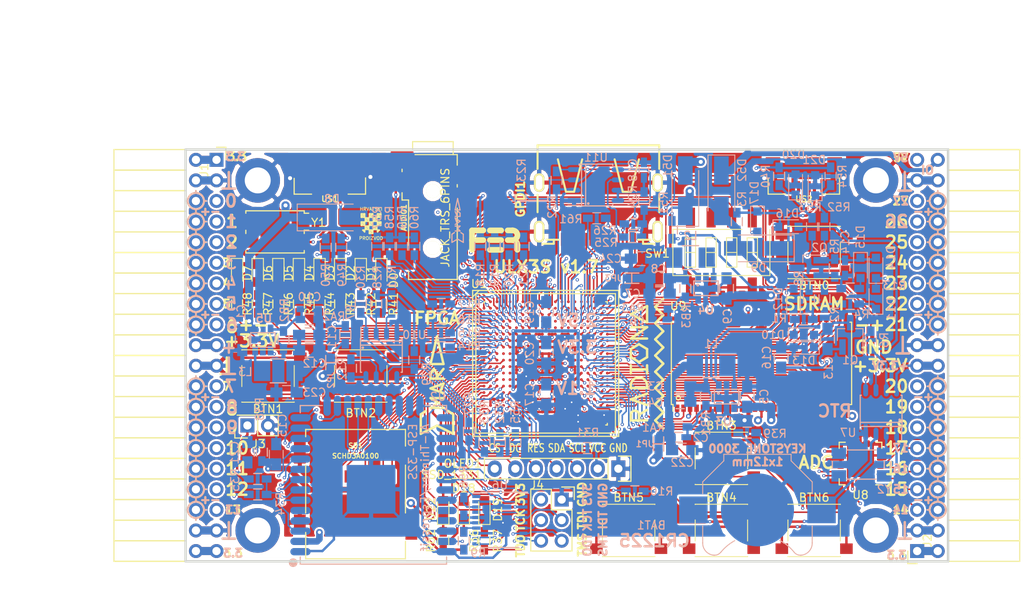
<source format=kicad_pcb>
(kicad_pcb (version 4) (host pcbnew 4.0.7+dfsg1-1)
  (layers (0 F.Cu signal) (1 In1.Cu signal) (2 In2.Cu signal) (31 B.Cu signal) (34 B.Paste user) (35 F.Paste user) (36 B.SilkS user) (37 F.SilkS user) (38 B.Mask user) (39 F.Mask user) (44 Edge.Cuts user))
  (net 0 "")
  (net 1 GND)
  (net 2 +5V)
  (net 3 /gpio/IN5V)
  (net 4 /gpio/OUT5V)
  (net 5 +3V3)
  (net 6 BTN_D)
  (net 7 BTN_F1)
  (net 8 BTN_F2)
  (net 9 BTN_L)
  (net 10 BTN_R)
  (net 11 BTN_U)
  (net 12 /power/FB1)
  (net 13 +2V5)
  (net 14 /power/PWREN)
  (net 15 /power/FB3)
  (net 16 /power/FB2)
  (net 17 "Net-(D9-Pad1)")
  (net 18 /power/VBAT)
  (net 19 JTAG_TDI)
  (net 20 JTAG_TCK)
  (net 21 JTAG_TMS)
  (net 22 JTAG_TDO)
  (net 23 /power/WAKEUPn)
  (net 24 /power/WKUP)
  (net 25 /power/SHUT)
  (net 26 /power/WAKE)
  (net 27 /power/HOLD)
  (net 28 /power/WKn)
  (net 29 /power/OSCI_32k)
  (net 30 /power/OSCO_32k)
  (net 31 "Net-(Q2-Pad3)")
  (net 32 SHUTDOWN)
  (net 33 /analog/AUDIO_L)
  (net 34 /analog/AUDIO_R)
  (net 35 GPDI_5V_SCL)
  (net 36 GPDI_5V_SDA)
  (net 37 GPDI_SDA)
  (net 38 GPDI_SCL)
  (net 39 /gpdi/VREF2)
  (net 40 SD_CMD)
  (net 41 SD_CLK)
  (net 42 SD_D0)
  (net 43 SD_D1)
  (net 44 USB5V)
  (net 45 GPDI_CEC)
  (net 46 nRESET)
  (net 47 FTDI_nDTR)
  (net 48 SDRAM_CKE)
  (net 49 SDRAM_A7)
  (net 50 SDRAM_D15)
  (net 51 SDRAM_BA1)
  (net 52 SDRAM_D7)
  (net 53 SDRAM_A6)
  (net 54 SDRAM_CLK)
  (net 55 SDRAM_D13)
  (net 56 SDRAM_BA0)
  (net 57 SDRAM_D6)
  (net 58 SDRAM_A5)
  (net 59 SDRAM_D14)
  (net 60 SDRAM_A11)
  (net 61 SDRAM_D12)
  (net 62 SDRAM_D5)
  (net 63 SDRAM_A4)
  (net 64 SDRAM_A10)
  (net 65 SDRAM_D11)
  (net 66 SDRAM_A3)
  (net 67 SDRAM_D4)
  (net 68 SDRAM_D10)
  (net 69 SDRAM_D9)
  (net 70 SDRAM_A9)
  (net 71 SDRAM_D3)
  (net 72 SDRAM_D8)
  (net 73 SDRAM_A8)
  (net 74 SDRAM_A2)
  (net 75 SDRAM_A1)
  (net 76 SDRAM_A0)
  (net 77 SDRAM_D2)
  (net 78 SDRAM_D1)
  (net 79 SDRAM_D0)
  (net 80 SDRAM_DQM0)
  (net 81 SDRAM_nCS)
  (net 82 SDRAM_nRAS)
  (net 83 SDRAM_DQM1)
  (net 84 SDRAM_nCAS)
  (net 85 SDRAM_nWE)
  (net 86 /flash/FLASH_nWP)
  (net 87 /flash/FLASH_nHOLD)
  (net 88 /flash/FLASH_MOSI)
  (net 89 /flash/FLASH_MISO)
  (net 90 /flash/FLASH_SCK)
  (net 91 /flash/FLASH_nCS)
  (net 92 /flash/FPGA_PROGRAMN)
  (net 93 /flash/FPGA_DONE)
  (net 94 /flash/FPGA_INITN)
  (net 95 OLED_RES)
  (net 96 OLED_DC)
  (net 97 OLED_CS)
  (net 98 WIFI_EN)
  (net 99 FTDI_nRTS)
  (net 100 FTDI_TXD)
  (net 101 FTDI_RXD)
  (net 102 WIFI_RXD)
  (net 103 WIFI_GPIO0)
  (net 104 WIFI_TXD)
  (net 105 GPDI_ETH-)
  (net 106 GPDI_ETH+)
  (net 107 GPDI_D2+)
  (net 108 GPDI_D2-)
  (net 109 GPDI_D1+)
  (net 110 GPDI_D1-)
  (net 111 GPDI_D0+)
  (net 112 GPDI_D0-)
  (net 113 GPDI_CLK+)
  (net 114 GPDI_CLK-)
  (net 115 USB_FTDI_D+)
  (net 116 USB_FTDI_D-)
  (net 117 J1_17-)
  (net 118 J1_17+)
  (net 119 J1_23-)
  (net 120 J1_23+)
  (net 121 J1_25-)
  (net 122 J1_25+)
  (net 123 J1_27-)
  (net 124 J1_27+)
  (net 125 J1_29-)
  (net 126 J1_29+)
  (net 127 J1_31-)
  (net 128 J1_31+)
  (net 129 J1_33-)
  (net 130 J1_33+)
  (net 131 J1_35-)
  (net 132 J1_35+)
  (net 133 J2_5-)
  (net 134 J2_5+)
  (net 135 J2_7-)
  (net 136 J2_7+)
  (net 137 J2_9-)
  (net 138 J2_9+)
  (net 139 J2_13-)
  (net 140 J2_13+)
  (net 141 J2_17-)
  (net 142 J2_17+)
  (net 143 J2_11-)
  (net 144 J2_11+)
  (net 145 J2_23-)
  (net 146 J2_23+)
  (net 147 J1_5-)
  (net 148 J1_5+)
  (net 149 J1_7-)
  (net 150 J1_7+)
  (net 151 J1_9-)
  (net 152 J1_9+)
  (net 153 J1_11-)
  (net 154 J1_11+)
  (net 155 J1_13-)
  (net 156 J1_13+)
  (net 157 J1_15-)
  (net 158 J1_15+)
  (net 159 J2_15-)
  (net 160 J2_15+)
  (net 161 J2_25-)
  (net 162 J2_25+)
  (net 163 J2_27-)
  (net 164 J2_27+)
  (net 165 J2_29-)
  (net 166 J2_29+)
  (net 167 J2_31-)
  (net 168 J2_31+)
  (net 169 J2_33-)
  (net 170 J2_33+)
  (net 171 J2_35-)
  (net 172 J2_35+)
  (net 173 SD_D3)
  (net 174 AUDIO_L3)
  (net 175 AUDIO_L2)
  (net 176 AUDIO_L1)
  (net 177 AUDIO_L0)
  (net 178 AUDIO_R3)
  (net 179 AUDIO_R2)
  (net 180 AUDIO_R1)
  (net 181 AUDIO_R0)
  (net 182 OLED_CLK)
  (net 183 OLED_MOSI)
  (net 184 LED0)
  (net 185 LED1)
  (net 186 LED2)
  (net 187 LED3)
  (net 188 LED4)
  (net 189 LED5)
  (net 190 LED6)
  (net 191 LED7)
  (net 192 BTN_PWRn)
  (net 193 FTDI_nTXLED)
  (net 194 FTDI_nSLEEP)
  (net 195 /blinkey/LED_PWREN)
  (net 196 /blinkey/LED_TXLED)
  (net 197 FT3V3)
  (net 198 /sdcard/SD3V3)
  (net 199 SD_D2)
  (net 200 CLK_25MHz)
  (net 201 /blinkey/BTNPUL)
  (net 202 /blinkey/BTNPUR)
  (net 203 USB_FPGA_D+)
  (net 204 /power/FTDI_nSUSPEND)
  (net 205 /blinkey/ALED0)
  (net 206 /blinkey/ALED1)
  (net 207 /blinkey/ALED2)
  (net 208 /blinkey/ALED3)
  (net 209 /blinkey/ALED4)
  (net 210 /blinkey/ALED5)
  (net 211 /blinkey/ALED6)
  (net 212 /blinkey/ALED7)
  (net 213 /usb/FTD-)
  (net 214 /usb/FTD+)
  (net 215 ADC_MISO)
  (net 216 ADC_MOSI)
  (net 217 ADC_CSn)
  (net 218 ADC_SCLK)
  (net 219 "Net-(R51-Pad2)")
  (net 220 SW3)
  (net 221 SW2)
  (net 222 SW1)
  (net 223 SW0)
  (net 224 USB_FPGA_D-)
  (net 225 /usb/FPD+)
  (net 226 /usb/FPD-)
  (net 227 WIFI_GPIO16)
  (net 228 WIFI_GPIO15)
  (net 229 /usb/ANT_433MHz)
  (net 230 /power/PWRBTn)
  (net 231 PROG_DONE)
  (net 232 /power/P3V3)
  (net 233 /power/P2V5)
  (net 234 /power/L1)
  (net 235 /power/L3)
  (net 236 /power/L2)
  (net 237 FTDI_TXDEN)
  (net 238 /wifi/WIFIOFF)
  (net 239 SDRAM_A12)
  (net 240 /analog/AUDIO_V)
  (net 241 AUDIO_V3)
  (net 242 AUDIO_V2)
  (net 243 AUDIO_V1)
  (net 244 AUDIO_V0)
  (net 245 /gpdi/FPGA_CEC)
  (net 246 /blinkey/LED_WIFI)
  (net 247 WIFI_GPIO2)
  (net 248 /power/P1V1)
  (net 249 +1V1)
  (module Socket_Strips:Socket_Strip_Angled_2x20 (layer F.Cu) (at 97.91 62.69 270)
    (fp_text reference J1 (at 1.27 1.524 270) (layer F.SilkS))
    (fp_text value CONN_02X20 hide)
    (pad 1 thru_hole rect (at 0 0 270) (size 1.7272 1.7272) (drill 1.016) (layers *.Cu *.Mask) (net 5 +3V3))
    (pad 2 thru_hole oval (at 0 2.54 270) (size 1.7272 1.7272) (drill 1.016) (layers *.Cu *.Mask) (net 5 +3V3))
    (pad 3 thru_hole oval (at 2.54 0 270) (size 1.7272 1.7272) (drill 1.016) (layers *.Cu *.Mask) (net 1 GND))
    (pad 4 thru_hole oval (at 2.54 2.54 270) (size 1.7272 1.7272) (drill 1.016) (layers *.Cu *.Mask) (net 1 GND))
    (pad 5 thru_hole oval (at 5.08 0 270) (size 1.7272 1.7272) (drill 1.016) (layers *.Cu *.Mask) (net 147 J1_5-))
    (pad 6 thru_hole oval (at 5.08 2.54 270) (size 1.7272 1.7272) (drill 1.016) (layers *.Cu *.Mask) (net 148 J1_5+))
    (pad 7 thru_hole oval (at 7.62 0 270) (size 1.7272 1.7272) (drill 1.016) (layers *.Cu *.Mask) (net 149 J1_7-))
    (pad 8 thru_hole oval (at 7.62 2.54 270) (size 1.7272 1.7272) (drill 1.016) (layers *.Cu *.Mask) (net 150 J1_7+))
    (pad 9 thru_hole oval (at 10.16 0 270) (size 1.7272 1.7272) (drill 1.016) (layers *.Cu *.Mask) (net 151 J1_9-))
    (pad 10 thru_hole oval (at 10.16 2.54 270) (size 1.7272 1.7272) (drill 1.016) (layers *.Cu *.Mask) (net 152 J1_9+))
    (pad 11 thru_hole oval (at 12.7 0 270) (size 1.7272 1.7272) (drill 1.016) (layers *.Cu *.Mask) (net 153 J1_11-))
    (pad 12 thru_hole oval (at 12.7 2.54 270) (size 1.7272 1.7272) (drill 1.016) (layers *.Cu *.Mask) (net 154 J1_11+))
    (pad 13 thru_hole oval (at 15.24 0 270) (size 1.7272 1.7272) (drill 1.016) (layers *.Cu *.Mask) (net 155 J1_13-))
    (pad 14 thru_hole oval (at 15.24 2.54 270) (size 1.7272 1.7272) (drill 1.016) (layers *.Cu *.Mask) (net 156 J1_13+))
    (pad 15 thru_hole oval (at 17.78 0 270) (size 1.7272 1.7272) (drill 1.016) (layers *.Cu *.Mask) (net 157 J1_15-))
    (pad 16 thru_hole oval (at 17.78 2.54 270) (size 1.7272 1.7272) (drill 1.016) (layers *.Cu *.Mask) (net 158 J1_15+))
    (pad 17 thru_hole oval (at 20.32 0 270) (size 1.7272 1.7272) (drill 1.016) (layers *.Cu *.Mask) (net 117 J1_17-))
    (pad 18 thru_hole oval (at 20.32 2.54 270) (size 1.7272 1.7272) (drill 1.016) (layers *.Cu *.Mask) (net 118 J1_17+))
    (pad 19 thru_hole oval (at 22.86 0 270) (size 1.7272 1.7272) (drill 1.016) (layers *.Cu *.Mask) (net 5 +3V3))
    (pad 20 thru_hole oval (at 22.86 2.54 270) (size 1.7272 1.7272) (drill 1.016) (layers *.Cu *.Mask) (net 5 +3V3))
    (pad 21 thru_hole oval (at 25.4 0 270) (size 1.7272 1.7272) (drill 1.016) (layers *.Cu *.Mask) (net 1 GND))
    (pad 22 thru_hole oval (at 25.4 2.54 270) (size 1.7272 1.7272) (drill 1.016) (layers *.Cu *.Mask) (net 1 GND))
    (pad 23 thru_hole oval (at 27.94 0 270) (size 1.7272 1.7272) (drill 1.016) (layers *.Cu *.Mask) (net 119 J1_23-))
    (pad 24 thru_hole oval (at 27.94 2.54 270) (size 1.7272 1.7272) (drill 1.016) (layers *.Cu *.Mask) (net 120 J1_23+))
    (pad 25 thru_hole oval (at 30.48 0 270) (size 1.7272 1.7272) (drill 1.016) (layers *.Cu *.Mask) (net 121 J1_25-))
    (pad 26 thru_hole oval (at 30.48 2.54 270) (size 1.7272 1.7272) (drill 1.016) (layers *.Cu *.Mask) (net 122 J1_25+))
    (pad 27 thru_hole oval (at 33.02 0 270) (size 1.7272 1.7272) (drill 1.016) (layers *.Cu *.Mask) (net 123 J1_27-))
    (pad 28 thru_hole oval (at 33.02 2.54 270) (size 1.7272 1.7272) (drill 1.016) (layers *.Cu *.Mask) (net 124 J1_27+))
    (pad 29 thru_hole oval (at 35.56 0 270) (size 1.7272 1.7272) (drill 1.016) (layers *.Cu *.Mask) (net 125 J1_29-))
    (pad 30 thru_hole oval (at 35.56 2.54 270) (size 1.7272 1.7272) (drill 1.016) (layers *.Cu *.Mask) (net 126 J1_29+))
    (pad 31 thru_hole oval (at 38.1 0 270) (size 1.7272 1.7272) (drill 1.016) (layers *.Cu *.Mask) (net 127 J1_31-))
    (pad 32 thru_hole oval (at 38.1 2.54 270) (size 1.7272 1.7272) (drill 1.016) (layers *.Cu *.Mask) (net 128 J1_31+))
    (pad 33 thru_hole oval (at 40.64 0 270) (size 1.7272 1.7272) (drill 1.016) (layers *.Cu *.Mask) (net 129 J1_33-))
    (pad 34 thru_hole oval (at 40.64 2.54 270) (size 1.7272 1.7272) (drill 1.016) (layers *.Cu *.Mask) (net 130 J1_33+))
    (pad 35 thru_hole oval (at 43.18 0 270) (size 1.7272 1.7272) (drill 1.016) (layers *.Cu *.Mask) (net 131 J1_35-))
    (pad 36 thru_hole oval (at 43.18 2.54 270) (size 1.7272 1.7272) (drill 1.016) (layers *.Cu *.Mask) (net 132 J1_35+))
    (pad 37 thru_hole oval (at 45.72 0 270) (size 1.7272 1.7272) (drill 1.016) (layers *.Cu *.Mask) (net 1 GND))
    (pad 38 thru_hole oval (at 45.72 2.54 270) (size 1.7272 1.7272) (drill 1.016) (layers *.Cu *.Mask) (net 1 GND))
    (pad 39 thru_hole oval (at 48.26 0 270) (size 1.7272 1.7272) (drill 1.016) (layers *.Cu *.Mask) (net 5 +3V3))
    (pad 40 thru_hole oval (at 48.26 2.54 270) (size 1.7272 1.7272) (drill 1.016) (layers *.Cu *.Mask) (net 5 +3V3))
  )
  (module SMD_Packages:1Pin (layer F.Cu) (at 182.67515 111.637626)
    (fp_text reference AE1 hide)
    (fp_text value 433MHz hide)
    (pad 1 smd rect (at 0 0) (size 0.5 0.5) (layers B.Cu F.Paste F.Mask) (net 229 /usb/ANT_433MHz))
  )
  (module Resistors_SMD:R_0603_HandSoldering (layer B.Cu) (at 103.498 98.758 90)
    (fp_text reference R38 (at 5.334 -0.254 90) (layer B.SilkS) (effects (justify mirror)))
    (fp_text value 0.47)
    (pad 1 smd rect (at -1.1 0 90) (size 1.2 0.9) (layers B.Cu B.Paste B.Mask) (net 198 /sdcard/SD3V3))
    (pad 2 smd rect (at 1.1 0 90) (size 1.2 0.9) (layers B.Cu B.Paste B.Mask) (net 5 +3V3))
  )
  (module jumper:SOLDER-JUMPER_1-WAY (layer B.Cu) (at 152.393 97.742 270)
    (fp_text reference JP1 (at 0 1.778 360) (layer B.SilkS) (effects (font (size 0.762 0.762) (thickness 0.1524)) (justify mirror)))
    (fp_text value 1.2 hide)
    (pad 1 smd rect (at -0.6 0 270) (size 1 1) (layers B.Cu B.Paste B.Mask) (net 248 /power/P1V1))
    (pad 2 smd rect (at 0.6 0 270) (size 1 1) (layers B.Cu B.Paste B.Mask) (net 249 +1V1))
  )
  (module ESP32-footprints-Lib:ESP-32S (layer B.Cu) (at 117.313 101.513)
    (fp_text reference U2 (at 7.902 -9.613 180) (layer B.SilkS) (effects (justify mirror)))
    (fp_text value ESP-32S)
    (fp_text user AI-Thinker/Espressif (at 6.3 1.6 270) (layer B.SilkS) (effects (justify mirror)))
    (fp_text user ESP-32S (at 4.8 -2.8 270) (layer B.SilkS) (effects (justify mirror)))
    (pad 38 smd oval (at 8.947434 9.517338 180) (size 2.5 0.9) (layers B.Cu B.Paste B.Mask) (net 1 GND))
    (pad 37 smd oval (at 8.947434 8.247338 180) (size 2.5 0.9) (layers B.Cu B.Paste B.Mask) (net 19 JTAG_TDI))
    (pad 36 smd oval (at 8.947434 6.977338 180) (size 2.5 0.9) (layers B.Cu B.Paste B.Mask) (net 231 PROG_DONE))
    (pad 35 smd oval (at 8.947434 5.707338 180) (size 2.5 0.9) (layers B.Cu B.Paste B.Mask) (net 104 WIFI_TXD))
    (pad 34 smd oval (at 8.947434 4.437338 180) (size 2.5 0.9) (layers B.Cu B.Paste B.Mask) (net 102 WIFI_RXD))
    (pad 33 smd oval (at 8.947434 3.167338 180) (size 2.5 0.9) (layers B.Cu B.Paste B.Mask) (net 21 JTAG_TMS))
    (pad 32 smd oval (at 8.947434 1.897338 180) (size 2.5 0.9) (layers B.Cu B.Paste B.Mask))
    (pad 31 smd oval (at 8.947434 0.627338 180) (size 2.5 0.9) (layers B.Cu B.Paste B.Mask) (net 22 JTAG_TDO))
    (pad 30 smd oval (at 8.947434 -0.642662 180) (size 2.5 0.9) (layers B.Cu B.Paste B.Mask) (net 20 JTAG_TCK))
    (pad 29 smd oval (at 8.947434 -1.912662 180) (size 2.5 0.9) (layers B.Cu B.Paste B.Mask))
    (pad 28 smd oval (at 8.947434 -3.182662 180) (size 2.5 0.9) (layers B.Cu B.Paste B.Mask))
    (pad 27 smd oval (at 8.947434 -4.452662 180) (size 2.5 0.9) (layers B.Cu B.Paste B.Mask) (net 227 WIFI_GPIO16))
    (pad 26 smd oval (at 8.947434 -5.722662 180) (size 2.5 0.9) (layers B.Cu B.Paste B.Mask))
    (pad 25 smd oval (at 8.947434 -6.992662 180) (size 2.5 0.9) (layers B.Cu B.Paste B.Mask) (net 103 WIFI_GPIO0))
    (pad 24 smd oval (at 5.662434 -8.482662 180) (size 0.9 2.5) (layers B.Cu B.Paste B.Mask) (net 247 WIFI_GPIO2))
    (pad 23 smd oval (at 4.392434 -8.482662 180) (size 0.9 2.5) (layers B.Cu B.Paste B.Mask) (net 228 WIFI_GPIO15))
    (pad 22 smd oval (at 3.122434 -8.482662 180) (size 0.9 2.5) (layers B.Cu B.Paste B.Mask) (net 43 SD_D1))
    (pad 21 smd oval (at 1.852434 -8.482662 180) (size 0.9 2.5) (layers B.Cu B.Paste B.Mask) (net 42 SD_D0))
    (pad 20 smd oval (at 0.582434 -8.482662 180) (size 0.9 2.5) (layers B.Cu B.Paste B.Mask) (net 41 SD_CLK))
    (pad 19 smd oval (at -0.687566 -8.482662 180) (size 0.9 2.5) (layers B.Cu B.Paste B.Mask) (net 40 SD_CMD))
    (pad 18 smd oval (at -1.957566 -8.482662 180) (size 0.9 2.5) (layers B.Cu B.Paste B.Mask) (net 173 SD_D3))
    (pad 17 smd oval (at -3.227566 -8.482662 180) (size 0.9 2.5) (layers B.Cu B.Paste B.Mask) (net 199 SD_D2))
    (pad 16 smd oval (at -4.497566 -8.482662 180) (size 0.9 2.5) (layers B.Cu B.Paste B.Mask) (net 123 J1_27-))
    (pad 15 smd oval (at -5.767566 -8.482662 180) (size 0.9 2.5) (layers B.Cu B.Paste B.Mask) (net 1 GND))
    (pad 14 smd oval (at -9.052566 -6.992662 180) (size 2.5 0.9) (layers B.Cu B.Paste B.Mask) (net 124 J1_27+))
    (pad 13 smd oval (at -9.052566 -5.722662 180) (size 2.5 0.9) (layers B.Cu B.Paste B.Mask) (net 125 J1_29-))
    (pad 12 smd oval (at -9.052566 -4.452662 180) (size 2.5 0.9) (layers B.Cu B.Paste B.Mask) (net 126 J1_29+))
    (pad 11 smd oval (at -9.052566 -3.182662 180) (size 2.5 0.9) (layers B.Cu B.Paste B.Mask) (net 127 J1_31-))
    (pad 10 smd oval (at -9.052566 -1.912662 180) (size 2.5 0.9) (layers B.Cu B.Paste B.Mask) (net 128 J1_31+))
    (pad 9 smd oval (at -9.052566 -0.642662 180) (size 2.5 0.9) (layers B.Cu B.Paste B.Mask) (net 129 J1_33-))
    (pad 8 smd oval (at -9.052566 0.627338 180) (size 2.5 0.9) (layers B.Cu B.Paste B.Mask) (net 130 J1_33+))
    (pad 7 smd oval (at -9.052566 1.897338 180) (size 2.5 0.9) (layers B.Cu B.Paste B.Mask) (net 131 J1_35-))
    (pad 6 smd oval (at -9.052566 3.167338 180) (size 2.5 0.9) (layers B.Cu B.Paste B.Mask) (net 132 J1_35+))
    (pad 5 smd oval (at -9.052566 4.437338 180) (size 2.5 0.9) (layers B.Cu B.Paste B.Mask))
    (pad 4 smd oval (at -9.052566 5.707338 180) (size 2.5 0.9) (layers B.Cu B.Paste B.Mask))
    (pad 3 smd oval (at -9.052566 6.977338 180) (size 2.5 0.9) (layers B.Cu B.Paste B.Mask) (net 98 WIFI_EN))
    (pad 2 smd oval (at -9.052566 8.247338 180) (size 2.5 0.9) (layers B.Cu B.Paste B.Mask) (net 5 +3V3))
    (pad 1 smd oval (at -9.052566 9.517338 180) (size 2.5 0.9) (layers B.Cu B.Paste B.Mask) (net 1 GND))
    (pad 39 smd rect (at -0.352566 1.817338 180) (size 6 6) (layers B.Cu B.Paste B.Mask) (net 1 GND))
  )
  (module Diodes_SMD:D_SMA_Handsoldering (layer B.Cu) (at 155.695 66.5 90)
    (fp_text reference D51 (at 3.048 -2.159 90) (layer B.SilkS) (effects (justify mirror)))
    (fp_text value STPS2L30AF hide)
    (pad 1 smd rect (at -2.5 0 90) (size 3.5 1.8) (layers B.Cu B.Paste B.Mask) (net 2 +5V))
    (pad 2 smd rect (at 2.5 0 90) (size 3.5 1.8) (layers B.Cu B.Paste B.Mask) (net 3 /gpio/IN5V))
  )
  (module Resistors_SMD:R_0603_HandSoldering (layer B.Cu) (at 154.044 71.326 90)
    (fp_text reference R51 (at 3.302 -1.016 90) (layer B.SilkS) (effects (justify mirror)))
    (fp_text value 150)
    (pad 1 smd rect (at -1.1 0 90) (size 1.2 0.9) (layers B.Cu B.Paste B.Mask) (net 5 +3V3))
    (pad 2 smd rect (at 1.1 0 90) (size 1.2 0.9) (layers B.Cu B.Paste B.Mask) (net 219 "Net-(R51-Pad2)"))
  )
  (module Resistors_SMD:R_1210_HandSoldering (layer B.Cu) (at 158.87 88.09 180)
    (fp_text reference L1 (at 0 2.7 180) (layer B.SilkS) (effects (justify mirror)))
    (fp_text value 2.2uH)
    (pad 1 smd rect (at -2 0 180) (size 2 2.5) (layers B.Cu B.Paste B.Mask) (net 234 /power/L1))
    (pad 2 smd rect (at 2 0 180) (size 2 2.5) (layers B.Cu B.Paste B.Mask) (net 248 /power/P1V1))
  )
  (module TSOT-25:TSOT-25 (layer B.Cu) (at 160.775 91.9)
    (fp_text reference U3 (at -0.381 3.048) (layer B.SilkS) (effects (font (thickness 0.2)) (justify mirror)))
    (fp_text value AP3429A)
    (pad 1 smd rect (at -0.95 -1.3) (size 0.7 1.2) (layers B.Cu B.Paste B.Mask) (net 14 /power/PWREN))
    (pad 2 smd rect (at 0 -1.3) (size 0.7 1.2) (layers B.Cu B.Paste B.Mask) (net 1 GND))
    (pad 3 smd rect (at 0.95 -1.3) (size 0.7 1.2) (layers B.Cu B.Paste B.Mask) (net 234 /power/L1))
    (pad 4 smd rect (at 0.95 1.3) (size 0.7 1.2) (layers B.Cu B.Paste B.Mask) (net 2 +5V))
    (pad 5 smd rect (at -0.95 1.3) (size 0.7 1.2) (layers B.Cu B.Paste B.Mask) (net 12 /power/FB1))
  )
  (module Resistors_SMD:R_1210_HandSoldering (layer B.Cu) (at 156.33 74.755 180)
    (fp_text reference L2 (at 0 2.7 180) (layer B.SilkS) (effects (justify mirror)))
    (fp_text value 2.2uH)
    (pad 1 smd rect (at -2 0 180) (size 2 2.5) (layers B.Cu B.Paste B.Mask) (net 235 /power/L3))
    (pad 2 smd rect (at 2 0 180) (size 2 2.5) (layers B.Cu B.Paste B.Mask) (net 232 /power/P3V3))
  )
  (module TSOT-25:TSOT-25 (layer B.Cu) (at 158.235 78.535)
    (fp_text reference U4 (at 0 2.697) (layer B.SilkS) (effects (font (thickness 0.2)) (justify mirror)))
    (fp_text value AP3429A)
    (pad 1 smd rect (at -0.95 -1.3) (size 0.7 1.2) (layers B.Cu B.Paste B.Mask) (net 14 /power/PWREN))
    (pad 2 smd rect (at 0 -1.3) (size 0.7 1.2) (layers B.Cu B.Paste B.Mask) (net 1 GND))
    (pad 3 smd rect (at 0.95 -1.3) (size 0.7 1.2) (layers B.Cu B.Paste B.Mask) (net 235 /power/L3))
    (pad 4 smd rect (at 0.95 1.3) (size 0.7 1.2) (layers B.Cu B.Paste B.Mask) (net 2 +5V))
    (pad 5 smd rect (at -0.95 1.3) (size 0.7 1.2) (layers B.Cu B.Paste B.Mask) (net 15 /power/FB3))
  )
  (module Resistors_SMD:R_1210_HandSoldering (layer B.Cu) (at 105.53 88.725)
    (fp_text reference L3 (at -4.064 0.127) (layer B.SilkS) (effects (justify mirror)))
    (fp_text value 2.2uH)
    (pad 1 smd rect (at -2 0) (size 2 2.5) (layers B.Cu B.Paste B.Mask) (net 236 /power/L2))
    (pad 2 smd rect (at 2 0) (size 2 2.5) (layers B.Cu B.Paste B.Mask) (net 233 /power/P2V5))
  )
  (module TSOT-25:TSOT-25 (layer B.Cu) (at 103.625 84.915 180)
    (fp_text reference U5 (at -0.127 2.667 180) (layer B.SilkS) (effects (font (thickness 0.2)) (justify mirror)))
    (fp_text value AP3429A)
    (pad 1 smd rect (at -0.95 -1.3 180) (size 0.7 1.2) (layers B.Cu B.Paste B.Mask) (net 14 /power/PWREN))
    (pad 2 smd rect (at 0 -1.3 180) (size 0.7 1.2) (layers B.Cu B.Paste B.Mask) (net 1 GND))
    (pad 3 smd rect (at 0.95 -1.3 180) (size 0.7 1.2) (layers B.Cu B.Paste B.Mask) (net 236 /power/L2))
    (pad 4 smd rect (at 0.95 1.3 180) (size 0.7 1.2) (layers B.Cu B.Paste B.Mask) (net 2 +5V))
    (pad 5 smd rect (at -0.95 1.3 180) (size 0.7 1.2) (layers B.Cu B.Paste B.Mask) (net 16 /power/FB2))
  )
  (module Capacitors_SMD:C_0805_HandSoldering (layer B.Cu) (at 101.085 84.915 270)
    (fp_text reference C1 (at -3.429 0.127 270) (layer B.SilkS) (effects (justify mirror)))
    (fp_text value 22uF)
    (pad 1 smd rect (at -1.25 0 270) (size 1.5 1.25) (layers B.Cu B.Paste B.Mask) (net 2 +5V))
    (pad 2 smd rect (at 1.25 0 270) (size 1.5 1.25) (layers B.Cu B.Paste B.Mask) (net 1 GND))
  )
  (module Capacitors_SMD:C_0805_HandSoldering (layer B.Cu) (at 155.06 90.63)
    (fp_text reference C3 (at -3.048 0) (layer B.SilkS) (effects (justify mirror)))
    (fp_text value 22uF)
    (pad 1 smd rect (at -1.25 0) (size 1.5 1.25) (layers B.Cu B.Paste B.Mask) (net 248 /power/P1V1))
    (pad 2 smd rect (at 1.25 0) (size 1.5 1.25) (layers B.Cu B.Paste B.Mask) (net 1 GND))
  )
  (module Capacitors_SMD:C_0805_HandSoldering (layer B.Cu) (at 155.06 92.535)
    (fp_text reference C4 (at -3.048 0.127) (layer B.SilkS) (effects (justify mirror)))
    (fp_text value 22uF)
    (pad 1 smd rect (at -1.25 0) (size 1.5 1.25) (layers B.Cu B.Paste B.Mask) (net 248 /power/P1V1))
    (pad 2 smd rect (at 1.25 0) (size 1.5 1.25) (layers B.Cu B.Paste B.Mask) (net 1 GND))
  )
  (module Capacitors_SMD:C_0805_HandSoldering (layer B.Cu) (at 163.315 91.9 90)
    (fp_text reference C5 (at 0 2.1 90) (layer B.SilkS) (effects (justify mirror)))
    (fp_text value 22uF)
    (pad 1 smd rect (at -1.25 0 90) (size 1.5 1.25) (layers B.Cu B.Paste B.Mask) (net 2 +5V))
    (pad 2 smd rect (at 1.25 0 90) (size 1.5 1.25) (layers B.Cu B.Paste B.Mask) (net 1 GND))
  )
  (module Capacitors_SMD:C_0805_HandSoldering (layer B.Cu) (at 152.52 79.2)
    (fp_text reference C7 (at -3.302 0) (layer B.SilkS) (effects (justify mirror)))
    (fp_text value 22uF)
    (pad 1 smd rect (at -1.25 0) (size 1.5 1.25) (layers B.Cu B.Paste B.Mask) (net 232 /power/P3V3))
    (pad 2 smd rect (at 1.25 0) (size 1.5 1.25) (layers B.Cu B.Paste B.Mask) (net 1 GND))
  )
  (module Capacitors_SMD:C_0805_HandSoldering (layer B.Cu) (at 152.52 77.295)
    (fp_text reference C8 (at -0.127 -1.143) (layer B.SilkS) (effects (justify mirror)))
    (fp_text value 22uF)
    (pad 1 smd rect (at -1.25 0) (size 1.5 1.25) (layers B.Cu B.Paste B.Mask) (net 232 /power/P3V3))
    (pad 2 smd rect (at 1.25 0) (size 1.5 1.25) (layers B.Cu B.Paste B.Mask) (net 1 GND))
  )
  (module Capacitors_SMD:C_0805_HandSoldering (layer B.Cu) (at 160.775 78.565 90)
    (fp_text reference C9 (at -3.429 0.127 90) (layer B.SilkS) (effects (justify mirror)))
    (fp_text value 22uF)
    (pad 1 smd rect (at -1.25 0 90) (size 1.5 1.25) (layers B.Cu B.Paste B.Mask) (net 2 +5V))
    (pad 2 smd rect (at 1.25 0 90) (size 1.5 1.25) (layers B.Cu B.Paste B.Mask) (net 1 GND))
  )
  (module Capacitors_SMD:C_0805_HandSoldering (layer B.Cu) (at 109.34 84.28 180)
    (fp_text reference C11 (at -2.794 -0.254 270) (layer B.SilkS) (effects (justify mirror)))
    (fp_text value 22uF)
    (pad 1 smd rect (at -1.25 0 180) (size 1.5 1.25) (layers B.Cu B.Paste B.Mask) (net 233 /power/P2V5))
    (pad 2 smd rect (at 1.25 0 180) (size 1.5 1.25) (layers B.Cu B.Paste B.Mask) (net 1 GND))
  )
  (module Capacitors_SMD:C_0805_HandSoldering (layer B.Cu) (at 109.34 86.185 180)
    (fp_text reference C12 (at -0.635 -1.615 360) (layer B.SilkS) (effects (justify mirror)))
    (fp_text value 22uF)
    (pad 1 smd rect (at -1.25 0 180) (size 1.5 1.25) (layers B.Cu B.Paste B.Mask) (net 233 /power/P2V5))
    (pad 2 smd rect (at 1.25 0 180) (size 1.5 1.25) (layers B.Cu B.Paste B.Mask) (net 1 GND))
  )
  (module Capacitors_SMD:C_0805_HandSoldering (layer B.Cu) (at 173.221 84.788 90)
    (fp_text reference C13 (at -3.556 0.127 90) (layer B.SilkS) (effects (justify mirror)))
    (fp_text value 2.2uF)
    (pad 1 smd rect (at -1.25 0 90) (size 1.5 1.25) (layers B.Cu B.Paste B.Mask) (net 2 +5V))
    (pad 2 smd rect (at 1.25 0 90) (size 1.5 1.25) (layers B.Cu B.Paste B.Mask) (net 24 /power/WKUP))
  )
  (module TSOP54:TSOP54 (layer F.Cu) (at 165.08 87.8 90)
    (fp_text reference U9 (at 7.076 -10.274 180) (layer F.SilkS))
    (fp_text value MT48LC4M16A2TG)
    (pad 28 smd rect (at 5.53 10.4 90) (size 0.9 0.56) (layers F.Cu F.Paste F.Mask) (net 1 GND))
    (pad 1 smd rect (at -5.53 -10.4 90) (size 0.9 0.56) (layers F.Cu F.Paste F.Mask) (net 5 +3V3))
    (pad 2 smd rect (at -5.53 -9.6 90) (size 0.9 0.56) (layers F.Cu F.Paste F.Mask) (net 79 SDRAM_D0))
    (pad 3 smd rect (at -5.53 -8.8 90) (size 0.9 0.56) (layers F.Cu F.Paste F.Mask) (net 5 +3V3))
    (pad 4 smd rect (at -5.53 -8 90) (size 0.9 0.56) (layers F.Cu F.Paste F.Mask) (net 78 SDRAM_D1))
    (pad 5 smd rect (at -5.53 -7.2 90) (size 0.9 0.56) (layers F.Cu F.Paste F.Mask) (net 77 SDRAM_D2))
    (pad 6 smd rect (at -5.53 -6.4 90) (size 0.9 0.56) (layers F.Cu F.Paste F.Mask) (net 1 GND))
    (pad 7 smd rect (at -5.53 -5.6 90) (size 0.9 0.56) (layers F.Cu F.Paste F.Mask) (net 71 SDRAM_D3))
    (pad 8 smd rect (at -5.53 -4.8 90) (size 0.9 0.56) (layers F.Cu F.Paste F.Mask) (net 67 SDRAM_D4))
    (pad 9 smd rect (at -5.53 -4 90) (size 0.9 0.56) (layers F.Cu F.Paste F.Mask) (net 5 +3V3))
    (pad 10 smd rect (at -5.53 -3.2 90) (size 0.9 0.56) (layers F.Cu F.Paste F.Mask) (net 62 SDRAM_D5))
    (pad 11 smd rect (at -5.53 -2.4 90) (size 0.9 0.56) (layers F.Cu F.Paste F.Mask) (net 57 SDRAM_D6))
    (pad 12 smd rect (at -5.53 -1.6 90) (size 0.9 0.56) (layers F.Cu F.Paste F.Mask) (net 1 GND))
    (pad 13 smd rect (at -5.53 -0.8 90) (size 0.9 0.56) (layers F.Cu F.Paste F.Mask) (net 52 SDRAM_D7))
    (pad 14 smd rect (at -5.53 0 90) (size 0.9 0.56) (layers F.Cu F.Paste F.Mask) (net 5 +3V3))
    (pad 15 smd rect (at -5.53 0.8 90) (size 0.9 0.56) (layers F.Cu F.Paste F.Mask) (net 80 SDRAM_DQM0))
    (pad 16 smd rect (at -5.53 1.6 90) (size 0.9 0.56) (layers F.Cu F.Paste F.Mask) (net 85 SDRAM_nWE))
    (pad 17 smd rect (at -5.53 2.4 90) (size 0.9 0.56) (layers F.Cu F.Paste F.Mask) (net 84 SDRAM_nCAS))
    (pad 18 smd rect (at -5.53 3.2 90) (size 0.9 0.56) (layers F.Cu F.Paste F.Mask) (net 82 SDRAM_nRAS))
    (pad 19 smd rect (at -5.53 4 90) (size 0.9 0.56) (layers F.Cu F.Paste F.Mask) (net 81 SDRAM_nCS))
    (pad 20 smd rect (at -5.53 4.8 90) (size 0.9 0.56) (layers F.Cu F.Paste F.Mask) (net 56 SDRAM_BA0))
    (pad 21 smd rect (at -5.53 5.6 90) (size 0.9 0.56) (layers F.Cu F.Paste F.Mask) (net 51 SDRAM_BA1))
    (pad 22 smd rect (at -5.53 6.4 90) (size 0.9 0.56) (layers F.Cu F.Paste F.Mask) (net 64 SDRAM_A10))
    (pad 23 smd rect (at -5.53 7.2 90) (size 0.9 0.56) (layers F.Cu F.Paste F.Mask) (net 76 SDRAM_A0))
    (pad 24 smd rect (at -5.53 8 90) (size 0.9 0.56) (layers F.Cu F.Paste F.Mask) (net 75 SDRAM_A1))
    (pad 25 smd rect (at -5.53 8.8 90) (size 0.9 0.56) (layers F.Cu F.Paste F.Mask) (net 74 SDRAM_A2))
    (pad 26 smd rect (at -5.53 9.6 90) (size 0.9 0.56) (layers F.Cu F.Paste F.Mask) (net 66 SDRAM_A3))
    (pad 27 smd rect (at -5.53 10.4 90) (size 0.9 0.56) (layers F.Cu F.Paste F.Mask) (net 5 +3V3))
    (pad 29 smd rect (at 5.53 9.6 90) (size 0.9 0.56) (layers F.Cu F.Paste F.Mask) (net 63 SDRAM_A4))
    (pad 30 smd rect (at 5.53 8.8 90) (size 0.9 0.56) (layers F.Cu F.Paste F.Mask) (net 58 SDRAM_A5))
    (pad 31 smd rect (at 5.53 8 90) (size 0.9 0.56) (layers F.Cu F.Paste F.Mask) (net 53 SDRAM_A6))
    (pad 32 smd rect (at 5.53 7.2 90) (size 0.9 0.56) (layers F.Cu F.Paste F.Mask) (net 49 SDRAM_A7))
    (pad 33 smd rect (at 5.53 6.4 90) (size 0.9 0.56) (layers F.Cu F.Paste F.Mask) (net 73 SDRAM_A8))
    (pad 34 smd rect (at 5.53 5.6 90) (size 0.9 0.56) (layers F.Cu F.Paste F.Mask) (net 70 SDRAM_A9))
    (pad 35 smd rect (at 5.53 4.8 90) (size 0.9 0.56) (layers F.Cu F.Paste F.Mask) (net 60 SDRAM_A11))
    (pad 36 smd rect (at 5.53 4 90) (size 0.9 0.56) (layers F.Cu F.Paste F.Mask) (net 239 SDRAM_A12))
    (pad 37 smd rect (at 5.53 3.2 90) (size 0.9 0.56) (layers F.Cu F.Paste F.Mask) (net 48 SDRAM_CKE))
    (pad 38 smd rect (at 5.53 2.4 90) (size 0.9 0.56) (layers F.Cu F.Paste F.Mask) (net 54 SDRAM_CLK))
    (pad 39 smd rect (at 5.53 1.6 90) (size 0.9 0.56) (layers F.Cu F.Paste F.Mask) (net 83 SDRAM_DQM1))
    (pad 40 smd rect (at 5.53 0.8 90) (size 0.9 0.56) (layers F.Cu F.Paste F.Mask))
    (pad 41 smd rect (at 5.53 0 90) (size 0.9 0.56) (layers F.Cu F.Paste F.Mask) (net 1 GND))
    (pad 42 smd rect (at 5.53 -0.8 90) (size 0.9 0.56) (layers F.Cu F.Paste F.Mask) (net 72 SDRAM_D8))
    (pad 43 smd rect (at 5.53 -1.6 90) (size 0.9 0.56) (layers F.Cu F.Paste F.Mask) (net 5 +3V3))
    (pad 44 smd rect (at 5.53 -2.4 90) (size 0.9 0.56) (layers F.Cu F.Paste F.Mask) (net 69 SDRAM_D9))
    (pad 45 smd rect (at 5.53 -3.2 90) (size 0.9 0.56) (layers F.Cu F.Paste F.Mask) (net 68 SDRAM_D10))
    (pad 46 smd rect (at 5.53 -4 90) (size 0.9 0.56) (layers F.Cu F.Paste F.Mask) (net 1 GND))
    (pad 47 smd rect (at 5.53 -4.8 90) (size 0.9 0.56) (layers F.Cu F.Paste F.Mask) (net 65 SDRAM_D11))
    (pad 48 smd rect (at 5.53 -5.6 90) (size 0.9 0.56) (layers F.Cu F.Paste F.Mask) (net 61 SDRAM_D12))
    (pad 49 smd rect (at 5.53 -6.4 90) (size 0.9 0.56) (layers F.Cu F.Paste F.Mask) (net 5 +3V3))
    (pad 50 smd rect (at 5.53 -7.2 90) (size 0.9 0.56) (layers F.Cu F.Paste F.Mask) (net 55 SDRAM_D13))
    (pad 51 smd rect (at 5.53 -8 90) (size 0.9 0.56) (layers F.Cu F.Paste F.Mask) (net 59 SDRAM_D14))
    (pad 52 smd rect (at 5.53 -8.8 90) (size 0.9 0.56) (layers F.Cu F.Paste F.Mask) (net 1 GND))
    (pad 53 smd rect (at 5.53 -9.6 90) (size 0.9 0.56) (layers F.Cu F.Paste F.Mask) (net 50 SDRAM_D15))
    (pad 54 smd rect (at 5.53 -10.4 90) (size 0.9 0.56) (layers F.Cu F.Paste F.Mask) (net 1 GND))
  )
  (module TO_SOT_Packages_SMD:SOT-23_Handsoldering (layer B.Cu) (at 176.015 84.28 90)
    (fp_text reference Q1 (at -3.1115 0 180) (layer B.SilkS) (effects (justify mirror)))
    (fp_text value BC857)
    (pad 1 smd rect (at -1.5 0.95 90) (size 1.9 0.8) (layers B.Cu B.Paste B.Mask) (net 28 /power/WKn))
    (pad 2 smd rect (at -1.5 -0.95 90) (size 1.9 0.8) (layers B.Cu B.Paste B.Mask) (net 2 +5V))
    (pad 3 smd rect (at 1.5 0 90) (size 1.9 0.8) (layers B.Cu B.Paste B.Mask) (net 24 /power/WKUP))
  )
  (module TO_SOT_Packages_SMD:SOT-23_Handsoldering (layer B.Cu) (at 170.935 76.025 180)
    (fp_text reference Q2 (at -1.295 2.5 180) (layer B.SilkS) (effects (justify mirror)))
    (fp_text value 2N7002)
    (pad 1 smd rect (at -1.5 0.95 180) (size 1.9 0.8) (layers B.Cu B.Paste B.Mask) (net 25 /power/SHUT))
    (pad 2 smd rect (at -1.5 -0.95 180) (size 1.9 0.8) (layers B.Cu B.Paste B.Mask) (net 1 GND))
    (pad 3 smd rect (at 1.5 0 180) (size 1.9 0.8) (layers B.Cu B.Paste B.Mask) (net 31 "Net-(Q2-Pad3)"))
  )
  (module Capacitors_SMD:C_0603_HandSoldering (layer B.Cu) (at 154.86 96.91)
    (fp_text reference C2 (at 2.74 0.07) (layer B.SilkS) (effects (justify mirror)))
    (fp_text value 470pF)
    (pad 1 smd rect (at -0.95 0) (size 1.2 0.75) (layers B.Cu B.Paste B.Mask) (net 248 /power/P1V1))
    (pad 2 smd rect (at 0.95 0) (size 1.2 0.75) (layers B.Cu B.Paste B.Mask) (net 12 /power/FB1))
  )
  (module Capacitors_SMD:C_0603_HandSoldering (layer B.Cu) (at 152.52 82.375)
    (fp_text reference C6 (at -2.794 0.127) (layer B.SilkS) (effects (justify mirror)))
    (fp_text value 470pF)
    (pad 1 smd rect (at -0.95 0) (size 1.2 0.75) (layers B.Cu B.Paste B.Mask) (net 232 /power/P3V3))
    (pad 2 smd rect (at 0.95 0) (size 1.2 0.75) (layers B.Cu B.Paste B.Mask) (net 15 /power/FB3))
  )
  (module Capacitors_SMD:C_0603_HandSoldering (layer B.Cu) (at 109.34 81.105 180)
    (fp_text reference C10 (at -0.04 1.505 180) (layer B.SilkS) (effects (justify mirror)))
    (fp_text value 470pF)
    (pad 1 smd rect (at -0.95 0 180) (size 1.2 0.75) (layers B.Cu B.Paste B.Mask) (net 233 /power/P2V5))
    (pad 2 smd rect (at 0.95 0 180) (size 1.2 0.75) (layers B.Cu B.Paste B.Mask) (net 16 /power/FB2))
  )
  (module Capacitors_SMD:C_0603_HandSoldering (layer B.Cu) (at 175.38 76.025 270)
    (fp_text reference C14 (at -3.175 0 270) (layer B.SilkS) (effects (justify mirror)))
    (fp_text value 100nF)
    (pad 1 smd rect (at -0.95 0 270) (size 1.2 0.75) (layers B.Cu B.Paste B.Mask) (net 25 /power/SHUT))
    (pad 2 smd rect (at 0.95 0 270) (size 1.2 0.75) (layers B.Cu B.Paste B.Mask) (net 1 GND))
  )
  (module Resistors_SMD:R_0603_HandSoldering (layer B.Cu) (at 170.3 82.375)
    (fp_text reference R1 (at -3.048 -0.127) (layer B.SilkS) (effects (justify mirror)))
    (fp_text value 15k)
    (pad 1 smd rect (at -1.1 0) (size 1.2 0.9) (layers B.Cu B.Paste B.Mask) (net 26 /power/WAKE))
    (pad 2 smd rect (at 1.1 0) (size 1.2 0.9) (layers B.Cu B.Paste B.Mask) (net 14 /power/PWREN))
  )
  (module Resistors_SMD:R_0603_HandSoldering (layer B.Cu) (at 172.84 79.835 90)
    (fp_text reference R2 (at -1.905 1.27 90) (layer B.SilkS) (effects (justify mirror)))
    (fp_text value 47k)
    (pad 1 smd rect (at -1.1 0 90) (size 1.2 0.9) (layers B.Cu B.Paste B.Mask) (net 14 /power/PWREN))
    (pad 2 smd rect (at 1.1 0 90) (size 1.2 0.9) (layers B.Cu B.Paste B.Mask) (net 1 GND))
  )
  (module Resistors_SMD:R_0603_HandSoldering (layer B.Cu) (at 176.015 80.47 180)
    (fp_text reference R4 (at -1.397 -1.27 360) (layer B.SilkS) (effects (justify mirror)))
    (fp_text value 15k)
    (pad 1 smd rect (at -1.1 0 180) (size 1.2 0.9) (layers B.Cu B.Paste B.Mask) (net 27 /power/HOLD))
    (pad 2 smd rect (at 1.1 0 180) (size 1.2 0.9) (layers B.Cu B.Paste B.Mask) (net 14 /power/PWREN))
  )
  (module Resistors_SMD:R_0603_HandSoldering (layer B.Cu) (at 174.11 76.025 270)
    (fp_text reference R5 (at -2.667 0 270) (layer B.SilkS) (effects (justify mirror)))
    (fp_text value 4.7M)
    (pad 1 smd rect (at -1.1 0 270) (size 1.2 0.9) (layers B.Cu B.Paste B.Mask) (net 25 /power/SHUT))
    (pad 2 smd rect (at 1.1 0 270) (size 1.2 0.9) (layers B.Cu B.Paste B.Mask) (net 1 GND))
  )
  (module Resistors_SMD:R_0603_HandSoldering (layer B.Cu) (at 178.555 84.915 270)
    (fp_text reference R6 (at 0 -1.651 270) (layer B.SilkS) (effects (justify mirror)))
    (fp_text value 1k)
    (pad 1 smd rect (at -1.1 0 270) (size 1.2 0.9) (layers B.Cu B.Paste B.Mask) (net 28 /power/WKn))
    (pad 2 smd rect (at 1.1 0 270) (size 1.2 0.9) (layers B.Cu B.Paste B.Mask) (net 23 /power/WAKEUPn))
  )
  (module Resistors_SMD:R_0603_HandSoldering (layer B.Cu) (at 113.785 84.28 270)
    (fp_text reference R7 (at -2.794 -0.635 270) (layer B.SilkS) (effects (justify mirror)))
    (fp_text value 150)
    (pad 1 smd rect (at -1.1 0 270) (size 1.2 0.9) (layers B.Cu B.Paste B.Mask) (net 5 +3V3))
    (pad 2 smd rect (at 1.1 0 270) (size 1.2 0.9) (layers B.Cu B.Paste B.Mask) (net 201 /blinkey/BTNPUL))
  )
  (module Resistors_SMD:R_0603_HandSoldering (layer B.Cu) (at 170.935 79.835 90)
    (fp_text reference R8 (at 2.54 -1.27 90) (layer B.SilkS) (effects (justify mirror)))
    (fp_text value 1k)
    (pad 1 smd rect (at -1.1 0 90) (size 1.2 0.9) (layers B.Cu B.Paste B.Mask) (net 14 /power/PWREN))
    (pad 2 smd rect (at 1.1 0 90) (size 1.2 0.9) (layers B.Cu B.Paste B.Mask) (net 31 "Net-(Q2-Pad3)"))
  )
  (module Resistors_SMD:R_0603_HandSoldering (layer B.Cu) (at 128.39 109.68 270)
    (fp_text reference R9 (at 1.524 -1.778 360) (layer B.SilkS) (effects (justify mirror)))
    (fp_text value 15k)
    (pad 1 smd rect (at -1.1 0 270) (size 1.2 0.9) (layers B.Cu B.Paste B.Mask) (net 46 nRESET))
    (pad 2 smd rect (at 1.1 0 270) (size 1.2 0.9) (layers B.Cu B.Paste B.Mask) (net 197 FT3V3))
  )
  (module Resistors_SMD:R_0603_HandSoldering (layer B.Cu) (at 149.472 103.584 180)
    (fp_text reference R10 (at -3.302 0 180) (layer B.SilkS) (effects (justify mirror)))
    (fp_text value 150)
    (pad 1 smd rect (at -1.1 0 180) (size 1.2 0.9) (layers B.Cu B.Paste B.Mask) (net 204 /power/FTDI_nSUSPEND))
    (pad 2 smd rect (at 1.1 0 180) (size 1.2 0.9) (layers B.Cu B.Paste B.Mask) (net 194 FTDI_nSLEEP))
  )
  (module Resistors_SMD:R_0603_HandSoldering (layer B.Cu) (at 176.015 78.565 180)
    (fp_text reference R13 (at -5.461 0.381 180) (layer B.SilkS) (effects (justify mirror)))
    (fp_text value 15k)
    (pad 1 smd rect (at -1.1 0 180) (size 1.2 0.9) (layers B.Cu B.Paste B.Mask) (net 32 SHUTDOWN))
    (pad 2 smd rect (at 1.1 0 180) (size 1.2 0.9) (layers B.Cu B.Paste B.Mask) (net 1 GND))
  )
  (module Resistors_SMD:R_0603_HandSoldering (layer B.Cu) (at 154.86 95.64)
    (fp_text reference RA1 (at -3.102 0.07) (layer B.SilkS) (effects (justify mirror)))
    (fp_text value 15k)
    (pad 1 smd rect (at -1.1 0) (size 1.2 0.9) (layers B.Cu B.Paste B.Mask) (net 248 /power/P1V1))
    (pad 2 smd rect (at 1.1 0) (size 1.2 0.9) (layers B.Cu B.Paste B.Mask) (net 12 /power/FB1))
  )
  (module Resistors_SMD:R_0603_HandSoldering (layer B.Cu) (at 109.34 82.375 180)
    (fp_text reference RA2 (at -3.048 0.381 360) (layer B.SilkS) (effects (justify mirror)))
    (fp_text value 15k)
    (pad 1 smd rect (at -1.1 0 180) (size 1.2 0.9) (layers B.Cu B.Paste B.Mask) (net 233 /power/P2V5))
    (pad 2 smd rect (at 1.1 0 180) (size 1.2 0.9) (layers B.Cu B.Paste B.Mask) (net 16 /power/FB2))
  )
  (module Resistors_SMD:R_0603_HandSoldering (layer B.Cu) (at 152.52 81.105)
    (fp_text reference RA3 (at -3.302 -0.127) (layer B.SilkS) (effects (justify mirror)))
    (fp_text value 15k)
    (pad 1 smd rect (at -1.1 0) (size 1.2 0.9) (layers B.Cu B.Paste B.Mask) (net 232 /power/P3V3))
    (pad 2 smd rect (at 1.1 0) (size 1.2 0.9) (layers B.Cu B.Paste B.Mask) (net 15 /power/FB3))
  )
  (module Resistors_SMD:R_0603_HandSoldering (layer B.Cu) (at 158.235 91.9 270)
    (fp_text reference RB1 (at 3.302 0 270) (layer B.SilkS) (effects (justify mirror)))
    (fp_text value 18k)
    (pad 1 smd rect (at -1.1 0 270) (size 1.2 0.9) (layers B.Cu B.Paste B.Mask) (net 1 GND))
    (pad 2 smd rect (at 1.1 0 270) (size 1.2 0.9) (layers B.Cu B.Paste B.Mask) (net 12 /power/FB1))
  )
  (module Resistors_SMD:R_0603_HandSoldering (layer B.Cu) (at 106.165 84.915 90)
    (fp_text reference RB2 (at 3.683 0.127 90) (layer B.SilkS) (effects (justify mirror)))
    (fp_text value 4.7k)
    (pad 1 smd rect (at -1.1 0 90) (size 1.2 0.9) (layers B.Cu B.Paste B.Mask) (net 1 GND))
    (pad 2 smd rect (at 1.1 0 90) (size 1.2 0.9) (layers B.Cu B.Paste B.Mask) (net 16 /power/FB2))
  )
  (module Resistors_SMD:R_0603_HandSoldering (layer B.Cu) (at 155.695 78.565 270)
    (fp_text reference RB3 (at 3.429 -0.127 270) (layer B.SilkS) (effects (justify mirror)))
    (fp_text value 3.3k)
    (pad 1 smd rect (at -1.1 0 270) (size 1.2 0.9) (layers B.Cu B.Paste B.Mask) (net 1 GND))
    (pad 2 smd rect (at 1.1 0 270) (size 1.2 0.9) (layers B.Cu B.Paste B.Mask) (net 15 /power/FB3))
  )
  (module Resistors_SMD:R_0603_HandSoldering (layer B.Cu) (at 125.596 85.804 180)
    (fp_text reference R14 (at -3.47 0.127 180) (layer B.SilkS) (effects (justify mirror)))
    (fp_text value 1.2k)
    (pad 1 smd rect (at -1.1 0 180) (size 1.2 0.9) (layers B.Cu B.Paste B.Mask) (net 174 AUDIO_L3))
    (pad 2 smd rect (at 1.1 0 180) (size 1.2 0.9) (layers B.Cu B.Paste B.Mask) (net 33 /analog/AUDIO_L))
  )
  (module Resistors_SMD:R_0603_HandSoldering (layer B.Cu) (at 125.596 84.026 180)
    (fp_text reference R15 (at -3.47 -0.001 180) (layer B.SilkS) (effects (justify mirror)))
    (fp_text value 680)
    (pad 1 smd rect (at -1.1 0 180) (size 1.2 0.9) (layers B.Cu B.Paste B.Mask) (net 175 AUDIO_L2))
    (pad 2 smd rect (at 1.1 0 180) (size 1.2 0.9) (layers B.Cu B.Paste B.Mask) (net 33 /analog/AUDIO_L))
  )
  (module Resistors_SMD:R_0603_HandSoldering (layer B.Cu) (at 125.596 82.248 180)
    (fp_text reference R16 (at -3.47 -0.127 180) (layer B.SilkS) (effects (justify mirror)))
    (fp_text value 330)
    (pad 1 smd rect (at -1.1 0 180) (size 1.2 0.9) (layers B.Cu B.Paste B.Mask) (net 176 AUDIO_L1))
    (pad 2 smd rect (at 1.1 0 180) (size 1.2 0.9) (layers B.Cu B.Paste B.Mask) (net 33 /analog/AUDIO_L))
  )
  (module Resistors_SMD:R_0603_HandSoldering (layer B.Cu) (at 125.596 80.47 180)
    (fp_text reference R17 (at -3.47 0 180) (layer B.SilkS) (effects (justify mirror)))
    (fp_text value 150)
    (pad 1 smd rect (at -1.1 0 180) (size 1.2 0.9) (layers B.Cu B.Paste B.Mask) (net 177 AUDIO_L0))
    (pad 2 smd rect (at 1.1 0 180) (size 1.2 0.9) (layers B.Cu B.Paste B.Mask) (net 33 /analog/AUDIO_L))
  )
  (module Resistors_SMD:R_0603_HandSoldering (layer B.Cu) (at 130.422 73.358 90)
    (fp_text reference R18 (at -3.556 0 90) (layer B.SilkS) (effects (justify mirror)))
    (fp_text value 1.2k)
    (pad 1 smd rect (at -1.1 0 90) (size 1.2 0.9) (layers B.Cu B.Paste B.Mask) (net 178 AUDIO_R3))
    (pad 2 smd rect (at 1.1 0 90) (size 1.2 0.9) (layers B.Cu B.Paste B.Mask) (net 34 /analog/AUDIO_R))
  )
  (module Resistors_SMD:R_0603_HandSoldering (layer B.Cu) (at 132.2 73.358 90)
    (fp_text reference R19 (at -3.556 0 90) (layer B.SilkS) (effects (justify mirror)))
    (fp_text value 680)
    (pad 1 smd rect (at -1.1 0 90) (size 1.2 0.9) (layers B.Cu B.Paste B.Mask) (net 179 AUDIO_R2))
    (pad 2 smd rect (at 1.1 0 90) (size 1.2 0.9) (layers B.Cu B.Paste B.Mask) (net 34 /analog/AUDIO_R))
  )
  (module Resistors_SMD:R_0603_HandSoldering (layer B.Cu) (at 133.978 73.358 90)
    (fp_text reference R20 (at -3.556 0 90) (layer B.SilkS) (effects (justify mirror)))
    (fp_text value 330)
    (pad 1 smd rect (at -1.1 0 90) (size 1.2 0.9) (layers B.Cu B.Paste B.Mask) (net 180 AUDIO_R1))
    (pad 2 smd rect (at 1.1 0 90) (size 1.2 0.9) (layers B.Cu B.Paste B.Mask) (net 34 /analog/AUDIO_R))
  )
  (module Resistors_SMD:R_0603_HandSoldering (layer B.Cu) (at 135.756 73.358 90)
    (fp_text reference R21 (at -3.556 0 90) (layer B.SilkS) (effects (justify mirror)))
    (fp_text value 150)
    (pad 1 smd rect (at -1.1 0 90) (size 1.2 0.9) (layers B.Cu B.Paste B.Mask) (net 181 AUDIO_R0))
    (pad 2 smd rect (at 1.1 0 90) (size 1.2 0.9) (layers B.Cu B.Paste B.Mask) (net 34 /analog/AUDIO_R))
  )
  (module Capacitors_SMD:C_0603_HandSoldering (layer B.Cu) (at 150.5896 63.96 90)
    (fp_text reference C18 (at 0 -1.3716 90) (layer B.SilkS) (effects (justify mirror)))
    (fp_text value 470pF)
    (pad 1 smd rect (at -0.95 0 90) (size 1.2 0.75) (layers B.Cu B.Paste B.Mask) (net 39 /gpdi/VREF2))
    (pad 2 smd rect (at 0.95 0 90) (size 1.2 0.75) (layers B.Cu B.Paste B.Mask) (net 1 GND))
  )
  (module Socket_Strips:Socket_Strip_Angled_2x20 (layer F.Cu) (at 184.27 110.95 90)
    (fp_text reference J2 (at 1.27 1.27 90) (layer F.SilkS))
    (fp_text value CONN_02X20 hide)
    (pad 1 thru_hole rect (at 0 0 90) (size 1.7272 1.7272) (drill 1.016) (layers *.Cu *.Mask) (net 5 +3V3))
    (pad 2 thru_hole oval (at 0 2.54 90) (size 1.7272 1.7272) (drill 1.016) (layers *.Cu *.Mask) (net 5 +3V3))
    (pad 3 thru_hole oval (at 2.54 0 90) (size 1.7272 1.7272) (drill 1.016) (layers *.Cu *.Mask) (net 1 GND))
    (pad 4 thru_hole oval (at 2.54 2.54 90) (size 1.7272 1.7272) (drill 1.016) (layers *.Cu *.Mask) (net 1 GND))
    (pad 5 thru_hole oval (at 5.08 0 90) (size 1.7272 1.7272) (drill 1.016) (layers *.Cu *.Mask) (net 133 J2_5-))
    (pad 6 thru_hole oval (at 5.08 2.54 90) (size 1.7272 1.7272) (drill 1.016) (layers *.Cu *.Mask) (net 134 J2_5+))
    (pad 7 thru_hole oval (at 7.62 0 90) (size 1.7272 1.7272) (drill 1.016) (layers *.Cu *.Mask) (net 135 J2_7-))
    (pad 8 thru_hole oval (at 7.62 2.54 90) (size 1.7272 1.7272) (drill 1.016) (layers *.Cu *.Mask) (net 136 J2_7+))
    (pad 9 thru_hole oval (at 10.16 0 90) (size 1.7272 1.7272) (drill 1.016) (layers *.Cu *.Mask) (net 137 J2_9-))
    (pad 10 thru_hole oval (at 10.16 2.54 90) (size 1.7272 1.7272) (drill 1.016) (layers *.Cu *.Mask) (net 138 J2_9+))
    (pad 11 thru_hole oval (at 12.7 0 90) (size 1.7272 1.7272) (drill 1.016) (layers *.Cu *.Mask) (net 143 J2_11-))
    (pad 12 thru_hole oval (at 12.7 2.54 90) (size 1.7272 1.7272) (drill 1.016) (layers *.Cu *.Mask) (net 144 J2_11+))
    (pad 13 thru_hole oval (at 15.24 0 90) (size 1.7272 1.7272) (drill 1.016) (layers *.Cu *.Mask) (net 139 J2_13-))
    (pad 14 thru_hole oval (at 15.24 2.54 90) (size 1.7272 1.7272) (drill 1.016) (layers *.Cu *.Mask) (net 140 J2_13+))
    (pad 15 thru_hole oval (at 17.78 0 90) (size 1.7272 1.7272) (drill 1.016) (layers *.Cu *.Mask) (net 159 J2_15-))
    (pad 16 thru_hole oval (at 17.78 2.54 90) (size 1.7272 1.7272) (drill 1.016) (layers *.Cu *.Mask) (net 160 J2_15+))
    (pad 17 thru_hole oval (at 20.32 0 90) (size 1.7272 1.7272) (drill 1.016) (layers *.Cu *.Mask) (net 141 J2_17-))
    (pad 18 thru_hole oval (at 20.32 2.54 90) (size 1.7272 1.7272) (drill 1.016) (layers *.Cu *.Mask) (net 142 J2_17+))
    (pad 19 thru_hole oval (at 22.86 0 90) (size 1.7272 1.7272) (drill 1.016) (layers *.Cu *.Mask) (net 5 +3V3))
    (pad 20 thru_hole oval (at 22.86 2.54 90) (size 1.7272 1.7272) (drill 1.016) (layers *.Cu *.Mask) (net 5 +3V3))
    (pad 21 thru_hole oval (at 25.4 0 90) (size 1.7272 1.7272) (drill 1.016) (layers *.Cu *.Mask) (net 1 GND))
    (pad 22 thru_hole oval (at 25.4 2.54 90) (size 1.7272 1.7272) (drill 1.016) (layers *.Cu *.Mask) (net 1 GND))
    (pad 23 thru_hole oval (at 27.94 0 90) (size 1.7272 1.7272) (drill 1.016) (layers *.Cu *.Mask) (net 145 J2_23-))
    (pad 24 thru_hole oval (at 27.94 2.54 90) (size 1.7272 1.7272) (drill 1.016) (layers *.Cu *.Mask) (net 146 J2_23+))
    (pad 25 thru_hole oval (at 30.48 0 90) (size 1.7272 1.7272) (drill 1.016) (layers *.Cu *.Mask) (net 161 J2_25-))
    (pad 26 thru_hole oval (at 30.48 2.54 90) (size 1.7272 1.7272) (drill 1.016) (layers *.Cu *.Mask) (net 162 J2_25+))
    (pad 27 thru_hole oval (at 33.02 0 90) (size 1.7272 1.7272) (drill 1.016) (layers *.Cu *.Mask) (net 163 J2_27-))
    (pad 28 thru_hole oval (at 33.02 2.54 90) (size 1.7272 1.7272) (drill 1.016) (layers *.Cu *.Mask) (net 164 J2_27+))
    (pad 29 thru_hole oval (at 35.56 0 90) (size 1.7272 1.7272) (drill 1.016) (layers *.Cu *.Mask) (net 165 J2_29-))
    (pad 30 thru_hole oval (at 35.56 2.54 90) (size 1.7272 1.7272) (drill 1.016) (layers *.Cu *.Mask) (net 166 J2_29+))
    (pad 31 thru_hole oval (at 38.1 0 90) (size 1.7272 1.7272) (drill 1.016) (layers *.Cu *.Mask) (net 167 J2_31-))
    (pad 32 thru_hole oval (at 38.1 2.54 90) (size 1.7272 1.7272) (drill 1.016) (layers *.Cu *.Mask) (net 168 J2_31+))
    (pad 33 thru_hole oval (at 40.64 0 90) (size 1.7272 1.7272) (drill 1.016) (layers *.Cu *.Mask) (net 169 J2_33-))
    (pad 34 thru_hole oval (at 40.64 2.54 90) (size 1.7272 1.7272) (drill 1.016) (layers *.Cu *.Mask) (net 170 J2_33+))
    (pad 35 thru_hole oval (at 43.18 0 90) (size 1.7272 1.7272) (drill 1.016) (layers *.Cu *.Mask) (net 171 J2_35-))
    (pad 36 thru_hole oval (at 43.18 2.54 90) (size 1.7272 1.7272) (drill 1.016) (layers *.Cu *.Mask) (net 172 J2_35+))
    (pad 37 thru_hole oval (at 45.72 0 90) (size 1.7272 1.7272) (drill 1.016) (layers *.Cu *.Mask) (net 1 GND))
    (pad 38 thru_hole oval (at 45.72 2.54 90) (size 1.7272 1.7272) (drill 1.016) (layers *.Cu *.Mask) (net 1 GND))
    (pad 39 thru_hole oval (at 48.26 0 90) (size 1.7272 1.7272) (drill 1.016) (layers *.Cu *.Mask) (net 3 /gpio/IN5V))
    (pad 40 thru_hole oval (at 48.26 2.54 90) (size 1.7272 1.7272) (drill 1.016) (layers *.Cu *.Mask) (net 4 /gpio/OUT5V))
  )
  (module Mounting_Holes:MountingHole_3.2mm_M3_ISO14580_Pad (layer F.Cu) (at 102.99 108.41)
    (fp_text reference H1 hide)
    (fp_text value HOLE hide)
    (pad 1 thru_hole circle (at 0 0) (size 5.5 5.5) (drill 3.2) (layers *.Cu *.Mask) (net 1 GND))
  )
  (module Mounting_Holes:MountingHole_3.2mm_M3_ISO14580_Pad (layer F.Cu) (at 179.19 108.41)
    (fp_text reference H2 hide)
    (fp_text value HOLE hide)
    (pad 1 thru_hole circle (at 0 0) (size 5.5 5.5) (drill 3.2) (layers *.Cu *.Mask) (net 1 GND))
  )
  (module Mounting_Holes:MountingHole_3.2mm_M3_ISO14580_Pad (layer F.Cu) (at 179.19 65.23)
    (fp_text reference H3 hide)
    (fp_text value HOLE hide)
    (pad 1 thru_hole circle (at 0 0) (size 5.5 5.5) (drill 3.2) (layers *.Cu *.Mask) (net 1 GND))
  )
  (module Mounting_Holes:MountingHole_3.2mm_M3_ISO14580_Pad (layer F.Cu) (at 102.99 65.23)
    (fp_text reference H4 hide)
    (fp_text value HOLE hide)
    (pad 1 thru_hole circle (at 0 0) (size 5.5 5.5) (drill 3.2) (layers *.Cu *.Mask) (net 1 GND))
  )
  (module Resistors_SMD:R_0603_HandSoldering (layer B.Cu) (at 162.045 70.31 90)
    (fp_text reference R3 (at 2.794 0.635 90) (layer B.SilkS) (effects (justify mirror)))
    (fp_text value 4.7k)
    (pad 1 smd rect (at -1.1 0 90) (size 1.2 0.9) (layers B.Cu B.Paste B.Mask) (net 2 +5V))
    (pad 2 smd rect (at 1.1 0 90) (size 1.2 0.9) (layers B.Cu B.Paste B.Mask) (net 230 /power/PWRBTn))
  )
  (module Resistors_SMD:R_0603_HandSoldering (layer B.Cu) (at 139.82 65.23 90)
    (fp_text reference R22 (at -3.27 -0.54 90) (layer B.SilkS) (effects (justify mirror)))
    (fp_text value 2.2k)
    (pad 1 smd rect (at -1.1 0 90) (size 1.2 0.9) (layers B.Cu B.Paste B.Mask) (net 5 +3V3))
    (pad 2 smd rect (at 1.1 0 90) (size 1.2 0.9) (layers B.Cu B.Paste B.Mask) (net 37 GPDI_SDA))
  )
  (module Resistors_SMD:R_0603_HandSoldering (layer B.Cu) (at 135.375 67.432 90)
    (fp_text reference R23 (at 3.472 0.127 90) (layer B.SilkS) (effects (justify mirror)))
    (fp_text value 2.2k)
    (pad 1 smd rect (at -1.1 0 90) (size 1.2 0.9) (layers B.Cu B.Paste B.Mask) (net 5 +3V3))
    (pad 2 smd rect (at 1.1 0 90) (size 1.2 0.9) (layers B.Cu B.Paste B.Mask) (net 38 GPDI_SCL))
  )
  (module Resistors_SMD:R_0603_HandSoldering (layer B.Cu) (at 150.615 67.77 90)
    (fp_text reference R24 (at 0.508 -1.397 90) (layer B.SilkS) (effects (justify mirror)))
    (fp_text value 100k)
    (pad 1 smd rect (at -1.1 0 90) (size 1.2 0.9) (layers B.Cu B.Paste B.Mask) (net 2 +5V))
    (pad 2 smd rect (at 1.1 0 90) (size 1.2 0.9) (layers B.Cu B.Paste B.Mask) (net 39 /gpdi/VREF2))
  )
  (module Resistors_SMD:R_0603_HandSoldering (layer B.Cu) (at 149.175 72.215 180)
    (fp_text reference R25 (at 3.259 -0.685 180) (layer B.SilkS) (effects (justify mirror)))
    (fp_text value 470)
    (pad 1 smd rect (at -1.1 0 180) (size 1.2 0.9) (layers B.Cu B.Paste B.Mask) (net 2 +5V))
    (pad 2 smd rect (at 1.1 0 180) (size 1.2 0.9) (layers B.Cu B.Paste B.Mask) (net 35 GPDI_5V_SCL))
  )
  (module Resistors_SMD:R_0603_HandSoldering (layer B.Cu) (at 149.28 70.6 180)
    (fp_text reference R26 (at 3.5 -0.8 180) (layer B.SilkS) (effects (justify mirror)))
    (fp_text value 470)
    (pad 1 smd rect (at -1.1 0 180) (size 1.2 0.9) (layers B.Cu B.Paste B.Mask) (net 2 +5V))
    (pad 2 smd rect (at 1.1 0 180) (size 1.2 0.9) (layers B.Cu B.Paste B.Mask) (net 36 GPDI_5V_SDA))
  )
  (module Housings_SSOP:SSOP-20_4.4x6.5mm_Pitch0.65mm (layer B.Cu) (at 132.835 107.14 180)
    (fp_text reference U6 (at 0 4.3 180) (layer B.SilkS) (effects (justify mirror)))
    (fp_text value FT231XS)
    (pad 1 smd rect (at -2.9 2.925 180) (size 1 0.4) (layers B.Cu B.Paste B.Mask) (net 47 FTDI_nDTR))
    (pad 2 smd rect (at -2.9 2.275 180) (size 1 0.4) (layers B.Cu B.Paste B.Mask) (net 99 FTDI_nRTS))
    (pad 3 smd rect (at -2.9 1.625 180) (size 1 0.4) (layers B.Cu B.Paste B.Mask) (net 197 FT3V3))
    (pad 4 smd rect (at -2.9 0.975 180) (size 1 0.4) (layers B.Cu B.Paste B.Mask) (net 101 FTDI_RXD))
    (pad 5 smd rect (at -2.9 0.325 180) (size 1 0.4) (layers B.Cu B.Paste B.Mask) (net 19 JTAG_TDI))
    (pad 6 smd rect (at -2.9 -0.325 180) (size 1 0.4) (layers B.Cu B.Paste B.Mask) (net 1 GND))
    (pad 7 smd rect (at -2.9 -0.975 180) (size 1 0.4) (layers B.Cu B.Paste B.Mask) (net 20 JTAG_TCK))
    (pad 8 smd rect (at -2.9 -1.625 180) (size 1 0.4) (layers B.Cu B.Paste B.Mask) (net 21 JTAG_TMS))
    (pad 9 smd rect (at -2.9 -2.275 180) (size 1 0.4) (layers B.Cu B.Paste B.Mask) (net 22 JTAG_TDO))
    (pad 10 smd rect (at -2.9 -2.925 180) (size 1 0.4) (layers B.Cu B.Paste B.Mask) (net 193 FTDI_nTXLED))
    (pad 11 smd rect (at 2.9 -2.925 180) (size 1 0.4) (layers B.Cu B.Paste B.Mask) (net 115 USB_FTDI_D+))
    (pad 12 smd rect (at 2.9 -2.275 180) (size 1 0.4) (layers B.Cu B.Paste B.Mask) (net 116 USB_FTDI_D-))
    (pad 13 smd rect (at 2.9 -1.625 180) (size 1 0.4) (layers B.Cu B.Paste B.Mask) (net 197 FT3V3))
    (pad 14 smd rect (at 2.9 -0.975 180) (size 1 0.4) (layers B.Cu B.Paste B.Mask) (net 46 nRESET))
    (pad 15 smd rect (at 2.9 -0.325 180) (size 1 0.4) (layers B.Cu B.Paste B.Mask) (net 2 +5V))
    (pad 16 smd rect (at 2.9 0.325 180) (size 1 0.4) (layers B.Cu B.Paste B.Mask) (net 1 GND))
    (pad 17 smd rect (at 2.9 0.975 180) (size 1 0.4) (layers B.Cu B.Paste B.Mask))
    (pad 18 smd rect (at 2.9 1.625 180) (size 1 0.4) (layers B.Cu B.Paste B.Mask) (net 237 FTDI_TXDEN))
    (pad 19 smd rect (at 2.9 2.275 180) (size 1 0.4) (layers B.Cu B.Paste B.Mask) (net 194 FTDI_nSLEEP))
    (pad 20 smd rect (at 2.9 2.925 180) (size 1 0.4) (layers B.Cu B.Paste B.Mask) (net 100 FTDI_TXD))
  )
  (module Resistors_SMD:R_0603_HandSoldering (layer B.Cu) (at 119.5 80.47 270)
    (fp_text reference R11 (at -3.302 0 270) (layer B.SilkS) (effects (justify mirror)))
    (fp_text value 10k)
    (pad 1 smd rect (at -1.1 0 270) (size 1.2 0.9) (layers B.Cu B.Paste B.Mask) (net 5 +3V3))
    (pad 2 smd rect (at 1.1 0 270) (size 1.2 0.9) (layers B.Cu B.Paste B.Mask) (net 86 /flash/FLASH_nWP))
  )
  (module Resistors_SMD:R_0603_HandSoldering (layer B.Cu) (at 114.48 88.4 90)
    (fp_text reference R12 (at -0.071 -1.076 270) (layer B.SilkS) (effects (justify mirror)))
    (fp_text value 10k)
    (pad 1 smd rect (at -1.1 0 90) (size 1.2 0.9) (layers B.Cu B.Paste B.Mask) (net 5 +3V3))
    (pad 2 smd rect (at 1.1 0 90) (size 1.2 0.9) (layers B.Cu B.Paste B.Mask) (net 87 /flash/FLASH_nHOLD))
  )
  (module Resistors_SMD:R_0603_HandSoldering (layer B.Cu) (at 129.025 96.175 90)
    (fp_text reference R27 (at 3.429 0 90) (layer B.SilkS) (effects (justify mirror)))
    (fp_text value 10k)
    (pad 1 smd rect (at -1.1 0 90) (size 1.2 0.9) (layers B.Cu B.Paste B.Mask) (net 5 +3V3))
    (pad 2 smd rect (at 1.1 0 90) (size 1.2 0.9) (layers B.Cu B.Paste B.Mask) (net 88 /flash/FLASH_MOSI))
  )
  (module Resistors_SMD:R_0603_HandSoldering (layer B.Cu) (at 117.595 80.47 270)
    (fp_text reference R28 (at -3.302 -0.127 270) (layer B.SilkS) (effects (justify mirror)))
    (fp_text value 10k)
    (pad 1 smd rect (at -1.1 0 270) (size 1.2 0.9) (layers B.Cu B.Paste B.Mask) (net 5 +3V3))
    (pad 2 smd rect (at 1.1 0 270) (size 1.2 0.9) (layers B.Cu B.Paste B.Mask) (net 89 /flash/FLASH_MISO))
  )
  (module Resistors_SMD:R_0603_HandSoldering (layer B.Cu) (at 122.28 87.4 270)
    (fp_text reference R29 (at 1.706 -1.538 450) (layer B.SilkS) (effects (justify mirror)))
    (fp_text value 1k)
    (pad 1 smd rect (at -1.1 0 270) (size 1.2 0.9) (layers B.Cu B.Paste B.Mask) (net 5 +3V3))
    (pad 2 smd rect (at 1.1 0 270) (size 1.2 0.9) (layers B.Cu B.Paste B.Mask) (net 90 /flash/FLASH_SCK))
  )
  (module Resistors_SMD:R_0603_HandSoldering (layer B.Cu) (at 115.69 80.47 270)
    (fp_text reference R30 (at -3.302 0 270) (layer B.SilkS) (effects (justify mirror)))
    (fp_text value 4.7k)
    (pad 1 smd rect (at -1.1 0 270) (size 1.2 0.9) (layers B.Cu B.Paste B.Mask) (net 5 +3V3))
    (pad 2 smd rect (at 1.1 0 270) (size 1.2 0.9) (layers B.Cu B.Paste B.Mask) (net 91 /flash/FLASH_nCS))
  )
  (module Resistors_SMD:R_0603_HandSoldering (layer B.Cu) (at 143.63 98.25 180)
    (fp_text reference R31 (at 0 1.9 180) (layer B.SilkS) (effects (justify mirror)))
    (fp_text value 10k)
    (pad 1 smd rect (at -1.1 0 180) (size 1.2 0.9) (layers B.Cu B.Paste B.Mask) (net 5 +3V3))
    (pad 2 smd rect (at 1.1 0 180) (size 1.2 0.9) (layers B.Cu B.Paste B.Mask) (net 92 /flash/FPGA_PROGRAMN))
  )
  (module Resistors_SMD:R_0603_HandSoldering (layer B.Cu) (at 132.835 97.615 90)
    (fp_text reference R32 (at 3.81 0 90) (layer B.SilkS) (effects (justify mirror)))
    (fp_text value 10k)
    (pad 1 smd rect (at -1.1 0 90) (size 1.2 0.9) (layers B.Cu B.Paste B.Mask) (net 5 +3V3))
    (pad 2 smd rect (at 1.1 0 90) (size 1.2 0.9) (layers B.Cu B.Paste B.Mask) (net 93 /flash/FPGA_DONE))
  )
  (module Resistors_SMD:R_0603_HandSoldering (layer B.Cu) (at 130.93 97.615 90)
    (fp_text reference R33 (at 3.81 0 90) (layer B.SilkS) (effects (justify mirror)))
    (fp_text value 10k)
    (pad 1 smd rect (at -1.1 0 90) (size 1.2 0.9) (layers B.Cu B.Paste B.Mask) (net 5 +3V3))
    (pad 2 smd rect (at 1.1 0 90) (size 1.2 0.9) (layers B.Cu B.Paste B.Mask) (net 94 /flash/FPGA_INITN))
  )
  (module Resistors_SMD:R_0603_HandSoldering (layer B.Cu) (at 102.99 103.965)
    (fp_text reference R34 (at 2.794 1.143 90) (layer B.SilkS) (effects (justify mirror)))
    (fp_text value 15k)
    (pad 1 smd rect (at -1.1 0) (size 1.2 0.9) (layers B.Cu B.Paste B.Mask) (net 5 +3V3))
    (pad 2 smd rect (at 1.1 0) (size 1.2 0.9) (layers B.Cu B.Paste B.Mask) (net 98 WIFI_EN))
  )
  (module oscxo:Crystal_SMD_7050_4Pads (layer F.Cu) (at 105.124 71.58 180)
    (fp_text reference Y1 (at -5.359 1.143 180) (layer F.SilkS))
    (fp_text value FNETHE025 hide)
    (pad 1 smd rect (at -3.15 1.25 180) (size 2.2 1.4) (layers F.Cu F.Paste F.Mask) (net 5 +3V3))
    (pad 2 smd rect (at 3.15 1.25 180) (size 2.2 1.4) (layers F.Cu F.Paste F.Mask) (net 1 GND))
    (pad 3 smd rect (at 3.15 -1.25 180) (size 2.2 1.4) (layers F.Cu F.Paste F.Mask) (net 200 CLK_25MHz))
    (pad 4 smd rect (at -3.15 -1.25 180) (size 2.2 1.4) (layers F.Cu F.Paste F.Mask) (net 5 +3V3))
  )
  (module Socket_Strips:Socket_Strip_Straight_2x01 (layer F.Cu) (at 101.72 95.456 90)
    (fp_text reference J3 (at -2.286 1.397 180) (layer F.SilkS))
    (fp_text value WIFI_OFF)
    (pad 1 thru_hole rect (at 0 0 90) (size 1.7272 1.7272) (drill 1.016) (layers *.Cu *.Mask) (net 238 /wifi/WIFIOFF))
    (pad 2 thru_hole oval (at 0 2.54 90) (size 1.7272 1.7272) (drill 1.016) (layers *.Cu *.Mask) (net 1 GND))
  )
  (module Resistors_SMD:R_0603_HandSoldering (layer B.Cu) (at 102.99 102.06 180)
    (fp_text reference R35 (at 2.794 -0.127 270) (layer B.SilkS) (effects (justify mirror)))
    (fp_text value 470)
    (pad 1 smd rect (at -1.1 0 180) (size 1.2 0.9) (layers B.Cu B.Paste B.Mask) (net 98 WIFI_EN))
    (pad 2 smd rect (at 1.1 0 180) (size 1.2 0.9) (layers B.Cu B.Paste B.Mask) (net 238 /wifi/WIFIOFF))
  )
  (module Resistors_SMD:R_0603_HandSoldering (layer F.Cu) (at 128.39 109.68 270)
    (fp_text reference R36 (at 0 -1.27 270) (layer F.SilkS))
    (fp_text value 330)
    (pad 1 smd rect (at -1.1 0 270) (size 1.2 0.9) (layers F.Cu F.Paste F.Mask) (net 195 /blinkey/LED_PWREN))
    (pad 2 smd rect (at 1.1 0 270) (size 1.2 0.9) (layers F.Cu F.Paste F.Mask) (net 1 GND))
  )
  (module Resistors_SMD:R_0603_HandSoldering (layer F.Cu) (at 130.93 109.68 90)
    (fp_text reference R37 (at 0 1.651 90) (layer F.SilkS))
    (fp_text value 330)
    (pad 1 smd rect (at -1.1 0 90) (size 1.2 0.9) (layers F.Cu F.Paste F.Mask) (net 193 FTDI_nTXLED))
    (pad 2 smd rect (at 1.1 0 90) (size 1.2 0.9) (layers F.Cu F.Paste F.Mask) (net 196 /blinkey/LED_TXLED))
  )
  (module usb_otg:USB-MICRO-B-FCI-10118192-0001LF (layer F.Cu) (at 111.88 63.325 180)
    (fp_text reference US1 (at 0 -4.2 180) (layer F.SilkS) (effects (font (size 0.7 0.7))))
    (fp_text value USB_FTDI hide)
    (pad 6 smd rect (at -3.1 -2.55 180) (size 2.1 1.6) (layers F.Cu F.Paste F.Mask) (net 1 GND))
    (pad 6 smd rect (at 3.1 -2.55 180) (size 2.1 1.6) (layers F.Cu F.Paste F.Mask) (net 1 GND))
    (pad 6 smd rect (at -1.2 0 180) (size 1.9 1.9) (layers F.Cu F.Paste F.Mask) (net 1 GND))
    (pad 6 smd rect (at 1.2 0 180) (size 1.9 1.9) (layers F.Cu F.Paste F.Mask) (net 1 GND))
    (pad 1 smd rect (at -1.3 -2.675 180) (size 0.4 1.35) (layers F.Cu F.Paste F.Mask) (net 44 USB5V))
    (pad 2 smd rect (at -0.65 -2.675 180) (size 0.4 1.35) (layers F.Cu F.Paste F.Mask) (net 213 /usb/FTD-))
    (pad 3 smd rect (at 0 -2.675 180) (size 0.4 1.35) (layers F.Cu F.Paste F.Mask) (net 214 /usb/FTD+))
    (pad 4 smd rect (at 0.65 -2.675 180) (size 0.4 1.35) (layers F.Cu F.Paste F.Mask))
    (pad 5 smd rect (at 1.3 -2.675 180) (size 0.4 1.35) (layers F.Cu F.Paste F.Mask) (net 1 GND))
    (pad 6 smd rect (at -3.8 0 180) (size 1.8 1.9) (layers F.Cu F.Paste F.Mask) (net 1 GND))
    (pad 6 smd rect (at 3.8 0 180) (size 1.8 1.9) (layers F.Cu F.Paste F.Mask) (net 1 GND))
  )
  (module usb_otg:USB-MICRO-B-FCI-10118192-0001LF (layer F.Cu) (at 170.3 63.325 180)
    (fp_text reference US2 (at 0 -4.2 180) (layer F.SilkS) (effects (font (size 0.7 0.7))))
    (fp_text value USB_FPGA hide)
    (pad 6 smd rect (at -3.1 -2.55 180) (size 2.1 1.6) (layers F.Cu F.Paste F.Mask) (net 1 GND))
    (pad 6 smd rect (at 3.1 -2.55 180) (size 2.1 1.6) (layers F.Cu F.Paste F.Mask) (net 1 GND))
    (pad 6 smd rect (at -1.2 0 180) (size 1.9 1.9) (layers F.Cu F.Paste F.Mask) (net 1 GND))
    (pad 6 smd rect (at 1.2 0 180) (size 1.9 1.9) (layers F.Cu F.Paste F.Mask) (net 1 GND))
    (pad 1 smd rect (at -1.3 -2.675 180) (size 0.4 1.35) (layers F.Cu F.Paste F.Mask) (net 17 "Net-(D9-Pad1)"))
    (pad 2 smd rect (at -0.65 -2.675 180) (size 0.4 1.35) (layers F.Cu F.Paste F.Mask) (net 226 /usb/FPD-))
    (pad 3 smd rect (at 0 -2.675 180) (size 0.4 1.35) (layers F.Cu F.Paste F.Mask) (net 225 /usb/FPD+))
    (pad 4 smd rect (at 0.65 -2.675 180) (size 0.4 1.35) (layers F.Cu F.Paste F.Mask))
    (pad 5 smd rect (at 1.3 -2.675 180) (size 0.4 1.35) (layers F.Cu F.Paste F.Mask) (net 1 GND))
    (pad 6 smd rect (at -3.8 0 180) (size 1.8 1.9) (layers F.Cu F.Paste F.Mask) (net 1 GND))
    (pad 6 smd rect (at 3.8 0 180) (size 1.8 1.9) (layers F.Cu F.Paste F.Mask) (net 1 GND))
  )
  (module Capacitors_SMD:C_0805_HandSoldering (layer B.Cu) (at 167.506 87.074 90)
    (fp_text reference C16 (at 0 -1.778 90) (layer B.SilkS) (effects (justify mirror)))
    (fp_text value 2.2uF)
    (pad 1 smd rect (at -1.25 0 90) (size 1.5 1.25) (layers B.Cu B.Paste B.Mask) (net 5 +3V3))
    (pad 2 smd rect (at 1.25 0 90) (size 1.5 1.25) (layers B.Cu B.Paste B.Mask) (net 1 GND))
  )
  (module Resistors_SMD:R_0603_HandSoldering (layer B.Cu) (at 163.315 96.345 180)
    (fp_text reference R39 (at -3.429 -0.127 180) (layer B.SilkS) (effects (justify mirror)))
    (fp_text value 150)
    (pad 1 smd rect (at -1.1 0 180) (size 1.2 0.9) (layers B.Cu B.Paste B.Mask) (net 5 +3V3))
    (pad 2 smd rect (at 1.1 0 180) (size 1.2 0.9) (layers B.Cu B.Paste B.Mask) (net 202 /blinkey/BTNPUR))
  )
  (module Resistors_SMD:R_0603_HandSoldering (layer B.Cu) (at 167.252 64.722 90)
    (fp_text reference R40 (at 0 -1.651 90) (layer B.SilkS) (effects (justify mirror)))
    (fp_text value 1.5k)
    (pad 1 smd rect (at -1.1 0 90) (size 1.2 0.9) (layers B.Cu B.Paste B.Mask) (net 225 /usb/FPD+))
    (pad 2 smd rect (at 1.1 0 90) (size 1.2 0.9) (layers B.Cu B.Paste B.Mask) (net 5 +3V3))
  )
  (module Socket_Strips:Socket_Strip_Straight_2x03 (layer F.Cu) (at 140.455 104.6 270)
    (fp_text reference J4 (at -1.778 3.048 360) (layer F.SilkS))
    (fp_text value CONN_02X03 hide)
    (pad 1 thru_hole rect (at 0 0 270) (size 1.7272 1.7272) (drill 1.016) (layers *.Cu *.Mask) (net 1 GND))
    (pad 2 thru_hole oval (at 0 2.54 270) (size 1.7272 1.7272) (drill 1.016) (layers *.Cu *.Mask) (net 5 +3V3))
    (pad 3 thru_hole oval (at 2.54 0 270) (size 1.7272 1.7272) (drill 1.016) (layers *.Cu *.Mask) (net 19 JTAG_TDI))
    (pad 4 thru_hole oval (at 2.54 2.54 270) (size 1.7272 1.7272) (drill 1.016) (layers *.Cu *.Mask) (net 20 JTAG_TCK))
    (pad 5 thru_hole oval (at 5.08 0 270) (size 1.7272 1.7272) (drill 1.016) (layers *.Cu *.Mask) (net 21 JTAG_TMS))
    (pad 6 thru_hole oval (at 5.08 2.54 270) (size 1.7272 1.7272) (drill 1.016) (layers *.Cu *.Mask) (net 22 JTAG_TDO))
  )
  (module Resistors_SMD:R_0603_HandSoldering (layer F.Cu) (at 118.23 80.47 90)
    (fp_text reference R41 (at 0 1.524 90) (layer F.SilkS))
    (fp_text value 330)
    (pad 1 smd rect (at -1.1 0 90) (size 1.2 0.9) (layers F.Cu F.Paste F.Mask) (net 184 LED0))
    (pad 2 smd rect (at 1.1 0 90) (size 1.2 0.9) (layers F.Cu F.Paste F.Mask) (net 205 /blinkey/ALED0))
  )
  (module Resistors_SMD:R_0603_HandSoldering (layer F.Cu) (at 115.69 80.47 90)
    (fp_text reference R42 (at 0 1.27 90) (layer F.SilkS))
    (fp_text value 330)
    (pad 1 smd rect (at -1.1 0 90) (size 1.2 0.9) (layers F.Cu F.Paste F.Mask) (net 185 LED1))
    (pad 2 smd rect (at 1.1 0 90) (size 1.2 0.9) (layers F.Cu F.Paste F.Mask) (net 206 /blinkey/ALED1))
  )
  (module Resistors_SMD:R_0603_HandSoldering (layer F.Cu) (at 113.15 80.47 90)
    (fp_text reference R43 (at 0 1.27 90) (layer F.SilkS))
    (fp_text value 330)
    (pad 1 smd rect (at -1.1 0 90) (size 1.2 0.9) (layers F.Cu F.Paste F.Mask) (net 186 LED2))
    (pad 2 smd rect (at 1.1 0 90) (size 1.2 0.9) (layers F.Cu F.Paste F.Mask) (net 207 /blinkey/ALED2))
  )
  (module Resistors_SMD:R_0603_HandSoldering (layer F.Cu) (at 110.61 80.47 90)
    (fp_text reference R44 (at 0 1.27 90) (layer F.SilkS))
    (fp_text value 330)
    (pad 1 smd rect (at -1.1 0 90) (size 1.2 0.9) (layers F.Cu F.Paste F.Mask) (net 187 LED3))
    (pad 2 smd rect (at 1.1 0 90) (size 1.2 0.9) (layers F.Cu F.Paste F.Mask) (net 208 /blinkey/ALED3))
  )
  (module Resistors_SMD:R_0603_HandSoldering (layer F.Cu) (at 108.07 80.47 90)
    (fp_text reference R45 (at 0 1.27 90) (layer F.SilkS))
    (fp_text value 330)
    (pad 1 smd rect (at -1.1 0 90) (size 1.2 0.9) (layers F.Cu F.Paste F.Mask) (net 188 LED4))
    (pad 2 smd rect (at 1.1 0 90) (size 1.2 0.9) (layers F.Cu F.Paste F.Mask) (net 209 /blinkey/ALED4))
  )
  (module Resistors_SMD:R_0603_HandSoldering (layer F.Cu) (at 105.53 80.47 90)
    (fp_text reference R46 (at 0 1.27 90) (layer F.SilkS))
    (fp_text value 330)
    (pad 1 smd rect (at -1.1 0 90) (size 1.2 0.9) (layers F.Cu F.Paste F.Mask) (net 189 LED5))
    (pad 2 smd rect (at 1.1 0 90) (size 1.2 0.9) (layers F.Cu F.Paste F.Mask) (net 210 /blinkey/ALED5))
  )
  (module Resistors_SMD:R_0603_HandSoldering (layer F.Cu) (at 102.99 80.47 90)
    (fp_text reference R47 (at 0 1.27 90) (layer F.SilkS))
    (fp_text value 330)
    (pad 1 smd rect (at -1.1 0 90) (size 1.2 0.9) (layers F.Cu F.Paste F.Mask) (net 190 LED6))
    (pad 2 smd rect (at 1.1 0 90) (size 1.2 0.9) (layers F.Cu F.Paste F.Mask) (net 211 /blinkey/ALED6))
  )
  (module Resistors_SMD:R_0603_HandSoldering (layer F.Cu) (at 100.45 80.47 90)
    (fp_text reference R48 (at 0 1.27 90) (layer F.SilkS))
    (fp_text value 330)
    (pad 1 smd rect (at -1.1 0 90) (size 1.2 0.9) (layers F.Cu F.Paste F.Mask) (net 191 LED7))
    (pad 2 smd rect (at 1.1 0 90) (size 1.2 0.9) (layers F.Cu F.Paste F.Mask) (net 212 /blinkey/ALED7))
  )
  (module Capacitors_SMD:C_0805_HandSoldering (layer B.Cu) (at 138.55 91.646 270)
    (fp_text reference C17 (at 0 2.032 270) (layer B.SilkS) (effects (justify mirror)))
    (fp_text value 2.2uF)
    (pad 1 smd rect (at -1.25 0 270) (size 1.5 1.25) (layers B.Cu B.Paste B.Mask) (net 249 +1V1))
    (pad 2 smd rect (at 1.25 0 270) (size 1.5 1.25) (layers B.Cu B.Paste B.Mask) (net 1 GND))
  )
  (module Capacitors_SMD:C_0805_HandSoldering (layer B.Cu) (at 138.55 81.486 90)
    (fp_text reference C19 (at 0 -2.032 90) (layer B.SilkS) (effects (justify mirror)))
    (fp_text value 2.2uF)
    (pad 1 smd rect (at -1.25 0 90) (size 1.5 1.25) (layers B.Cu B.Paste B.Mask) (net 13 +2V5))
    (pad 2 smd rect (at 1.25 0 90) (size 1.5 1.25) (layers B.Cu B.Paste B.Mask) (net 1 GND))
  )
  (module Capacitors_SMD:C_0805_HandSoldering (layer B.Cu) (at 138.55 86.566 270)
    (fp_text reference C20 (at 0.02 2.032 270) (layer B.SilkS) (effects (justify mirror)))
    (fp_text value 2.2uF)
    (pad 1 smd rect (at -1.25 0 270) (size 1.5 1.25) (layers B.Cu B.Paste B.Mask) (net 5 +3V3))
    (pad 2 smd rect (at 1.25 0 270) (size 1.5 1.25) (layers B.Cu B.Paste B.Mask) (net 1 GND))
  )
  (module Capacitors_SMD:C_0805_HandSoldering (layer B.Cu) (at 101.72 98.758 270)
    (fp_text reference C21 (at 0.0635 1.5875 270) (layer B.SilkS) (effects (justify mirror)))
    (fp_text value 22uF)
    (pad 1 smd rect (at -1.25 0 270) (size 1.5 1.25) (layers B.Cu B.Paste B.Mask) (net 5 +3V3))
    (pad 2 smd rect (at 1.25 0 270) (size 1.5 1.25) (layers B.Cu B.Paste B.Mask) (net 1 GND))
  )
  (module Resistors_SMD:R_0603_HandSoldering (layer B.Cu) (at 113.277 73.485 90)
    (fp_text reference R49 (at -3.429 0.127 90) (layer B.SilkS) (effects (justify mirror)))
    (fp_text value 27)
    (pad 1 smd rect (at -1.1 0 90) (size 1.2 0.9) (layers B.Cu B.Paste B.Mask) (net 116 USB_FTDI_D-))
    (pad 2 smd rect (at 1.1 0 90) (size 1.2 0.9) (layers B.Cu B.Paste B.Mask) (net 213 /usb/FTD-))
  )
  (module Resistors_SMD:R_0603_HandSoldering (layer B.Cu) (at 111.372 73.485 90)
    (fp_text reference R50 (at -3.429 0 90) (layer B.SilkS) (effects (justify mirror)))
    (fp_text value 27)
    (pad 1 smd rect (at -1.1 0 90) (size 1.2 0.9) (layers B.Cu B.Paste B.Mask) (net 115 USB_FTDI_D+))
    (pad 2 smd rect (at 1.1 0 90) (size 1.2 0.9) (layers B.Cu B.Paste B.Mask) (net 214 /usb/FTD+))
  )
  (module Housings_DFN_QFN:QFN-28-1EP_5x5mm_Pitch0.5mm (layer F.Cu) (at 177.285 100.155 180)
    (fp_text reference U8 (at 0 -3.875 180) (layer F.SilkS))
    (fp_text value MAX11123)
    (pad 1 smd oval (at -2.45 -1.5 180) (size 0.85 0.3) (layers F.Cu F.Paste F.Mask) (net 136 J2_7+))
    (pad 2 smd oval (at -2.45 -1 180) (size 0.85 0.3) (layers F.Cu F.Paste F.Mask) (net 137 J2_9-))
    (pad 3 smd oval (at -2.45 -0.5 180) (size 0.85 0.3) (layers F.Cu F.Paste F.Mask) (net 138 J2_9+))
    (pad 4 smd oval (at -2.45 0 180) (size 0.85 0.3) (layers F.Cu F.Paste F.Mask) (net 143 J2_11-))
    (pad 5 smd oval (at -2.45 0.5 180) (size 0.85 0.3) (layers F.Cu F.Paste F.Mask) (net 144 J2_11+))
    (pad 6 smd oval (at -2.45 1 180) (size 0.85 0.3) (layers F.Cu F.Paste F.Mask) (net 1 GND))
    (pad 7 smd oval (at -2.45 1.5 180) (size 0.85 0.3) (layers F.Cu F.Paste F.Mask) (net 1 GND))
    (pad 8 smd oval (at -1.5 2.45 270) (size 0.85 0.3) (layers F.Cu F.Paste F.Mask) (net 1 GND))
    (pad 9 smd oval (at -1 2.45 270) (size 0.85 0.3) (layers F.Cu F.Paste F.Mask) (net 1 GND))
    (pad 10 smd oval (at -0.5 2.45 270) (size 0.85 0.3) (layers F.Cu F.Paste F.Mask) (net 1 GND))
    (pad 11 smd oval (at 0 2.45 270) (size 0.85 0.3) (layers F.Cu F.Paste F.Mask) (net 1 GND))
    (pad 12 smd oval (at 0.5 2.45 270) (size 0.85 0.3) (layers F.Cu F.Paste F.Mask))
    (pad 13 smd oval (at 1 2.45 270) (size 0.85 0.3) (layers F.Cu F.Paste F.Mask) (net 1 GND))
    (pad 14 smd oval (at 1.5 2.45 270) (size 0.85 0.3) (layers F.Cu F.Paste F.Mask) (net 1 GND))
    (pad 15 smd oval (at 2.45 1.5 180) (size 0.85 0.3) (layers F.Cu F.Paste F.Mask) (net 5 +3V3))
    (pad 16 smd oval (at 2.45 1 180) (size 0.85 0.3) (layers F.Cu F.Paste F.Mask) (net 1 GND))
    (pad 17 smd oval (at 2.45 0.5 180) (size 0.85 0.3) (layers F.Cu F.Paste F.Mask) (net 5 +3V3))
    (pad 18 smd oval (at 2.45 0 180) (size 0.85 0.3) (layers F.Cu F.Paste F.Mask) (net 5 +3V3))
    (pad 19 smd oval (at 2.45 -0.5 180) (size 0.85 0.3) (layers F.Cu F.Paste F.Mask) (net 218 ADC_SCLK))
    (pad 20 smd oval (at 2.45 -1 180) (size 0.85 0.3) (layers F.Cu F.Paste F.Mask) (net 217 ADC_CSn))
    (pad 21 smd oval (at 2.45 -1.5 180) (size 0.85 0.3) (layers F.Cu F.Paste F.Mask) (net 216 ADC_MOSI))
    (pad 22 smd oval (at 1.5 -2.45 270) (size 0.85 0.3) (layers F.Cu F.Paste F.Mask) (net 1 GND))
    (pad 23 smd oval (at 1 -2.45 270) (size 0.85 0.3) (layers F.Cu F.Paste F.Mask) (net 5 +3V3))
    (pad 24 smd oval (at 0.5 -2.45 270) (size 0.85 0.3) (layers F.Cu F.Paste F.Mask) (net 215 ADC_MISO))
    (pad 25 smd oval (at 0 -2.45 270) (size 0.85 0.3) (layers F.Cu F.Paste F.Mask))
    (pad 26 smd oval (at -0.5 -2.45 270) (size 0.85 0.3) (layers F.Cu F.Paste F.Mask) (net 133 J2_5-))
    (pad 27 smd oval (at -1 -2.45 270) (size 0.85 0.3) (layers F.Cu F.Paste F.Mask) (net 134 J2_5+))
    (pad 28 smd oval (at -1.5 -2.45 270) (size 0.85 0.3) (layers F.Cu F.Paste F.Mask) (net 135 J2_7-))
    (pad 29 smd rect (at 0.8375 0.8375 180) (size 1.675 1.675) (layers F.Cu F.Paste F.Mask) (net 1 GND))
    (pad 29 smd rect (at 0.8375 -0.8375 180) (size 1.675 1.675) (layers F.Cu F.Paste F.Mask) (net 1 GND))
    (pad 29 smd rect (at -0.8375 0.8375 180) (size 1.675 1.675) (layers F.Cu F.Paste F.Mask) (net 1 GND))
    (pad 29 smd rect (at -0.8375 -0.8375 180) (size 1.675 1.675) (layers F.Cu F.Paste F.Mask) (net 1 GND))
  )
  (module Resistors_SMD:R_0603_HandSoldering (layer B.Cu) (at 172.84 70.945 90)
    (fp_text reference R52 (at 2.413 1.778 180) (layer B.SilkS) (effects (justify mirror)))
    (fp_text value 27)
    (pad 1 smd rect (at -1.1 0 90) (size 1.2 0.9) (layers B.Cu B.Paste B.Mask) (net 224 USB_FPGA_D-))
    (pad 2 smd rect (at 1.1 0 90) (size 1.2 0.9) (layers B.Cu B.Paste B.Mask) (net 226 /usb/FPD-))
  )
  (module Resistors_SMD:R_0603_HandSoldering (layer B.Cu) (at 171.316 70.945 90)
    (fp_text reference R53 (at 2.413 -0.254 180) (layer B.SilkS) (effects (justify mirror)))
    (fp_text value 27)
    (pad 1 smd rect (at -1.1 0 90) (size 1.2 0.9) (layers B.Cu B.Paste B.Mask) (net 203 USB_FPGA_D+))
    (pad 2 smd rect (at 1.1 0 90) (size 1.2 0.9) (layers B.Cu B.Paste B.Mask) (net 225 /usb/FPD+))
  )
  (module oled:oled_13xx (layer F.Cu) (at 139.82 100.79 180)
    (fp_text reference OLED1 (at 11.557 0.635 180) (layer F.SilkS))
    (fp_text value SSD_1331 (at 12.954 -0.762 180) (layer F.SilkS))
    (fp_text user CS (at 7.62 2.54 180) (layer F.SilkS) (effects (font (size 1 0.75))))
    (fp_text user DC (at 5.08 2.54 180) (layer F.SilkS) (effects (font (size 1 0.75))))
    (fp_text user RES (at 2.54 2.54 180) (layer F.SilkS) (effects (font (size 1 0.75))))
    (fp_text user SDA (at 0 2.54 180) (layer F.SilkS) (effects (font (size 1 0.75))))
    (fp_text user SCL (at -2.54 2.54 180) (layer F.SilkS) (effects (font (size 1 0.75))))
    (fp_text user VCC (at -5.08 2.54 180) (layer F.SilkS) (effects (font (size 1 0.75))))
    (fp_text user GND (at -7.62 2.54 180) (layer F.SilkS) (effects (font (size 1 0.75))))
    (pad 1 thru_hole rect (at -7.62 0 180) (size 1.7272 2.032) (drill 1.016) (layers *.Cu *.Mask) (net 1 GND))
    (pad 2 thru_hole oval (at -5.08 0 180) (size 1.7272 2.032) (drill 1.016) (layers *.Cu *.Mask) (net 5 +3V3))
    (pad 3 thru_hole oval (at -2.54 0 180) (size 1.7272 2.032) (drill 1.016) (layers *.Cu *.Mask) (net 182 OLED_CLK))
    (pad 4 thru_hole oval (at 0 0 180) (size 1.7272 2.032) (drill 1.016) (layers *.Cu *.Mask) (net 183 OLED_MOSI))
    (pad 5 thru_hole oval (at 2.54 0 180) (size 1.7272 2.032) (drill 1.016) (layers *.Cu *.Mask) (net 95 OLED_RES))
    (pad 6 thru_hole oval (at 5.08 0 180) (size 1.7272 2.032) (drill 1.016) (layers *.Cu *.Mask) (net 96 OLED_DC))
    (pad 7 thru_hole oval (at 7.62 0 180) (size 1.7272 2.032) (drill 1.016) (layers *.Cu *.Mask) (net 97 OLED_CS))
  )
  (module Buttons_Switches_SMD:SW_SPST_PTS645 (layer F.Cu) (at 171.57 74.12 180)
    (fp_text reference BTN0 (at 0 -4.05 180) (layer F.SilkS))
    (fp_text value POWER)
    (pad 2 smd rect (at -3.98 2.25 180) (size 1.55 1.3) (layers F.Cu F.Paste F.Mask) (net 1 GND))
    (pad 1 smd rect (at -3.98 -2.25 180) (size 1.55 1.3) (layers F.Cu F.Paste F.Mask) (net 230 /power/PWRBTn))
    (pad 1 smd rect (at 3.98 -2.25 180) (size 1.55 1.3) (layers F.Cu F.Paste F.Mask) (net 230 /power/PWRBTn))
    (pad 2 smd rect (at 3.98 2.25 180) (size 1.55 1.3) (layers F.Cu F.Paste F.Mask) (net 1 GND))
  )
  (module Buttons_Switches_SMD:SW_SPST_PTS645 (layer F.Cu) (at 104.26 89.36)
    (fp_text reference BTN1 (at 0 4.064) (layer F.SilkS))
    (fp_text value FIRE1)
    (pad 2 smd rect (at -3.98 2.25) (size 1.55 1.3) (layers F.Cu F.Paste F.Mask) (net 7 BTN_F1))
    (pad 1 smd rect (at -3.98 -2.25) (size 1.55 1.3) (layers F.Cu F.Paste F.Mask) (net 201 /blinkey/BTNPUL))
    (pad 1 smd rect (at 3.98 -2.25) (size 1.55 1.3) (layers F.Cu F.Paste F.Mask) (net 201 /blinkey/BTNPUL))
    (pad 2 smd rect (at 3.98 2.25) (size 1.55 1.3) (layers F.Cu F.Paste F.Mask) (net 7 BTN_F1))
  )
  (module Buttons_Switches_SMD:SW_SPST_PTS645 (layer F.Cu) (at 115.69 89.36)
    (fp_text reference BTN2 (at 0 4.572) (layer F.SilkS))
    (fp_text value FIRE2)
    (pad 2 smd rect (at -3.98 2.25) (size 1.55 1.3) (layers F.Cu F.Paste F.Mask) (net 8 BTN_F2))
    (pad 1 smd rect (at -3.98 -2.25) (size 1.55 1.3) (layers F.Cu F.Paste F.Mask) (net 201 /blinkey/BTNPUL))
    (pad 1 smd rect (at 3.98 -2.25) (size 1.55 1.3) (layers F.Cu F.Paste F.Mask) (net 201 /blinkey/BTNPUL))
    (pad 2 smd rect (at 3.98 2.25) (size 1.55 1.3) (layers F.Cu F.Paste F.Mask) (net 8 BTN_F2))
  )
  (module Buttons_Switches_SMD:SW_SPST_PTS645 (layer F.Cu) (at 160.14 99.52)
    (fp_text reference BTN3 (at 0 -4.05) (layer F.SilkS))
    (fp_text value UP)
    (pad 2 smd rect (at -3.98 2.25) (size 1.55 1.3) (layers F.Cu F.Paste F.Mask) (net 11 BTN_U))
    (pad 1 smd rect (at -3.98 -2.25) (size 1.55 1.3) (layers F.Cu F.Paste F.Mask) (net 202 /blinkey/BTNPUR))
    (pad 1 smd rect (at 3.98 -2.25) (size 1.55 1.3) (layers F.Cu F.Paste F.Mask) (net 202 /blinkey/BTNPUR))
    (pad 2 smd rect (at 3.98 2.25) (size 1.55 1.3) (layers F.Cu F.Paste F.Mask) (net 11 BTN_U))
  )
  (module Buttons_Switches_SMD:SW_SPST_PTS645 (layer F.Cu) (at 160.14 108.41 180)
    (fp_text reference BTN4 (at 0 4.064 180) (layer F.SilkS))
    (fp_text value DOWN)
    (pad 2 smd rect (at -3.98 2.25 180) (size 1.55 1.3) (layers F.Cu F.Paste F.Mask) (net 6 BTN_D))
    (pad 1 smd rect (at -3.98 -2.25 180) (size 1.55 1.3) (layers F.Cu F.Paste F.Mask) (net 202 /blinkey/BTNPUR))
    (pad 1 smd rect (at 3.98 -2.25 180) (size 1.55 1.3) (layers F.Cu F.Paste F.Mask) (net 202 /blinkey/BTNPUR))
    (pad 2 smd rect (at 3.98 2.25 180) (size 1.55 1.3) (layers F.Cu F.Paste F.Mask) (net 6 BTN_D))
  )
  (module Buttons_Switches_SMD:SW_SPST_PTS645 (layer F.Cu) (at 148.71 108.41 180)
    (fp_text reference BTN5 (at 0 4.064 180) (layer F.SilkS))
    (fp_text value LEFT)
    (pad 2 smd rect (at -3.98 2.25 180) (size 1.55 1.3) (layers F.Cu F.Paste F.Mask) (net 9 BTN_L))
    (pad 1 smd rect (at -3.98 -2.25 180) (size 1.55 1.3) (layers F.Cu F.Paste F.Mask) (net 202 /blinkey/BTNPUR))
    (pad 1 smd rect (at 3.98 -2.25 180) (size 1.55 1.3) (layers F.Cu F.Paste F.Mask) (net 202 /blinkey/BTNPUR))
    (pad 2 smd rect (at 3.98 2.25 180) (size 1.55 1.3) (layers F.Cu F.Paste F.Mask) (net 9 BTN_L))
  )
  (module Buttons_Switches_SMD:SW_SPST_PTS645 (layer F.Cu) (at 171.57 108.41 180)
    (fp_text reference BTN6 (at 0 4.064 180) (layer F.SilkS))
    (fp_text value RIGHT)
    (pad 2 smd rect (at -3.98 2.25 180) (size 1.55 1.3) (layers F.Cu F.Paste F.Mask) (net 10 BTN_R))
    (pad 1 smd rect (at -3.98 -2.25 180) (size 1.55 1.3) (layers F.Cu F.Paste F.Mask) (net 202 /blinkey/BTNPUR))
    (pad 1 smd rect (at 3.98 -2.25 180) (size 1.55 1.3) (layers F.Cu F.Paste F.Mask) (net 202 /blinkey/BTNPUR))
    (pad 2 smd rect (at 3.98 2.25 180) (size 1.55 1.3) (layers F.Cu F.Paste F.Mask) (net 10 BTN_R))
  )
  (module abs25:Crystal_SMD_ABS25 (layer B.Cu) (at 177.412 100.282 180)
    (fp_text reference Y2 (at -2.794 -3.048 180) (layer B.SilkS) (effects (justify mirror)))
    (fp_text value 32768Hz)
    (pad 4 smd rect (at -2.8 1.4 180) (size 1.8 1.4) (layers B.Cu B.Paste B.Mask) (net 30 /power/OSCO_32k))
    (pad 3 smd rect (at 2.8 1.4 180) (size 1.8 1.4) (layers B.Cu B.Paste B.Mask))
    (pad 2 smd rect (at 2.8 -1.4 180) (size 1.8 1.4) (layers B.Cu B.Paste B.Mask))
    (pad 1 smd rect (at -2.8 -1.4 180) (size 1.8 1.4) (layers B.Cu B.Paste B.Mask) (net 29 /power/OSCI_32k))
  )
  (module Buttons_Switches_SMD:SW_DIP_x4_W8.61mm_Slide_LowProfile (layer F.Cu) (at 160.14 74.12 270)
    (fp_text reference SW1 (at 0.127 7.874 360) (layer F.SilkS))
    (fp_text value DIPSW)
    (pad 1 smd rect (at -4.305 -3.81 270) (size 2.44 1.12) (layers F.Cu F.Mask) (net 220 SW3))
    (pad 5 smd rect (at 4.305 3.81 270) (size 2.44 1.12) (layers F.Cu F.Mask) (net 219 "Net-(R51-Pad2)"))
    (pad 2 smd rect (at -4.305 -1.27 270) (size 2.44 1.12) (layers F.Cu F.Mask) (net 221 SW2))
    (pad 6 smd rect (at 4.305 1.27 270) (size 2.44 1.12) (layers F.Cu F.Mask) (net 219 "Net-(R51-Pad2)"))
    (pad 3 smd rect (at -4.305 1.27 270) (size 2.44 1.12) (layers F.Cu F.Mask) (net 222 SW1))
    (pad 7 smd rect (at 4.305 -1.27 270) (size 2.44 1.12) (layers F.Cu F.Mask) (net 219 "Net-(R51-Pad2)"))
    (pad 4 smd rect (at -4.305 3.81 270) (size 2.44 1.12) (layers F.Cu F.Mask) (net 223 SW0))
    (pad 8 smd rect (at 4.305 -3.81 270) (size 2.44 1.12) (layers F.Cu F.Mask) (net 219 "Net-(R51-Pad2)"))
  )
  (module Capacitors_SMD:C_0805_HandSoldering (layer B.Cu) (at 105.276 99.012 90)
    (fp_text reference C15 (at 3.556 0.762 90) (layer B.SilkS) (effects (justify mirror)))
    (fp_text value 22uF)
    (pad 1 smd rect (at -1.25 0 90) (size 1.5 1.25) (layers B.Cu B.Paste B.Mask) (net 198 /sdcard/SD3V3))
    (pad 2 smd rect (at 1.25 0 90) (size 1.5 1.25) (layers B.Cu B.Paste B.Mask) (net 1 GND))
  )
  (module Diodes_SMD:D_SMA_Handsoldering (layer B.Cu) (at 112.261 69.802)
    (fp_text reference D8 (at -0.127 -2.286) (layer B.SilkS) (effects (justify mirror)))
    (fp_text value STPS2L30AF)
    (pad 1 smd rect (at -2.5 0) (size 3.5 1.8) (layers B.Cu B.Paste B.Mask) (net 2 +5V))
    (pad 2 smd rect (at 2.5 0) (size 3.5 1.8) (layers B.Cu B.Paste B.Mask) (net 44 USB5V))
  )
  (module Diodes_SMD:D_SMA_Handsoldering (layer B.Cu) (at 164.712 73.612 180)
    (fp_text reference D9 (at 0 -2.413 180) (layer B.SilkS) (effects (justify mirror)))
    (fp_text value STPS2L30AF hide)
    (pad 1 smd rect (at -2.5 0 180) (size 3.5 1.8) (layers B.Cu B.Paste B.Mask) (net 17 "Net-(D9-Pad1)"))
    (pad 2 smd rect (at 2.5 0 180) (size 3.5 1.8) (layers B.Cu B.Paste B.Mask) (net 2 +5V))
  )
  (module Diodes_SMD:D_SMA_Handsoldering (layer B.Cu) (at 160.14 66.5 270)
    (fp_text reference D52 (at -2.54 -2.54 270) (layer B.SilkS) (effects (justify mirror)))
    (fp_text value STPS2L30AF hide)
    (pad 1 smd rect (at -2.5 0 270) (size 3.5 1.8) (layers B.Cu B.Paste B.Mask) (net 4 /gpio/OUT5V))
    (pad 2 smd rect (at 2.5 0 270) (size 3.5 1.8) (layers B.Cu B.Paste B.Mask) (net 2 +5V))
  )
  (module lfe5bg381:BGA-381_pitch0.8mm_dia0.4mm (layer F.Cu) (at 138.48 87.8)
    (fp_text reference U1 (at -8.2 -9.8) (layer F.SilkS))
    (fp_text value LFE5U-45F-6BG381C)
    (pad A2 smd circle (at -6.8 -7.6) (size 0.35 0.35) (layers F.Cu F.Paste F.Mask) (net 124 J1_27+))
    (pad A3 smd circle (at -6 -7.6) (size 0.35 0.35) (layers F.Cu F.Paste F.Mask) (net 178 AUDIO_R3))
    (pad A4 smd circle (at -5.2 -7.6) (size 0.35 0.35) (layers F.Cu F.Paste F.Mask) (net 122 J1_25+))
    (pad A5 smd circle (at -4.4 -7.6) (size 0.35 0.35) (layers F.Cu F.Paste F.Mask) (net 121 J1_25-))
    (pad A6 smd circle (at -3.6 -7.6) (size 0.35 0.35) (layers F.Cu F.Paste F.Mask) (net 120 J1_23+))
    (pad A7 smd circle (at -2.8 -7.6) (size 0.35 0.35) (layers F.Cu F.Paste F.Mask) (net 156 J1_13+))
    (pad A8 smd circle (at -2 -7.6) (size 0.35 0.35) (layers F.Cu F.Paste F.Mask) (net 155 J1_13-))
    (pad A9 smd circle (at -1.2 -7.6) (size 0.35 0.35) (layers F.Cu F.Paste F.Mask) (net 152 J1_9+))
    (pad A10 smd circle (at -0.4 -7.6) (size 0.35 0.35) (layers F.Cu F.Paste F.Mask) (net 150 J1_7+))
    (pad A11 smd circle (at 0.4 -7.6) (size 0.35 0.35) (layers F.Cu F.Paste F.Mask) (net 149 J1_7-))
    (pad A12 smd circle (at 1.2 -7.6) (size 0.35 0.35) (layers F.Cu F.Paste F.Mask) (net 107 GPDI_D2+))
    (pad A13 smd circle (at 2 -7.6) (size 0.35 0.35) (layers F.Cu F.Paste F.Mask) (net 108 GPDI_D2-))
    (pad A14 smd circle (at 2.8 -7.6) (size 0.35 0.35) (layers F.Cu F.Paste F.Mask) (net 109 GPDI_D1+))
    (pad A15 smd circle (at 3.6 -7.6) (size 0.35 0.35) (layers F.Cu F.Paste F.Mask))
    (pad A16 smd circle (at 4.4 -7.6) (size 0.35 0.35) (layers F.Cu F.Paste F.Mask) (net 111 GPDI_D0+))
    (pad A17 smd circle (at 5.2 -7.6) (size 0.35 0.35) (layers F.Cu F.Paste F.Mask) (net 113 GPDI_CLK+))
    (pad A18 smd circle (at 6 -7.6) (size 0.35 0.35) (layers F.Cu F.Paste F.Mask) (net 245 /gpdi/FPGA_CEC))
    (pad A19 smd circle (at 6.8 -7.6) (size 0.35 0.35) (layers F.Cu F.Paste F.Mask) (net 106 GPDI_ETH+))
    (pad B1 smd circle (at -7.6 -6.8) (size 0.35 0.35) (layers F.Cu F.Paste F.Mask) (net 123 J1_27-))
    (pad B2 smd circle (at -6.8 -6.8) (size 0.35 0.35) (layers F.Cu F.Paste F.Mask) (net 184 LED0))
    (pad B3 smd circle (at -6 -6.8) (size 0.35 0.35) (layers F.Cu F.Paste F.Mask) (net 177 AUDIO_L0))
    (pad B4 smd circle (at -5.2 -6.8) (size 0.35 0.35) (layers F.Cu F.Paste F.Mask) (net 125 J1_29-))
    (pad B5 smd circle (at -4.4 -6.8) (size 0.35 0.35) (layers F.Cu F.Paste F.Mask) (net 179 AUDIO_R2))
    (pad B6 smd circle (at -3.6 -6.8) (size 0.35 0.35) (layers F.Cu F.Paste F.Mask) (net 119 J1_23-))
    (pad B7 smd circle (at -2.8 -6.8) (size 0.35 0.35) (layers F.Cu F.Paste F.Mask) (net 1 GND))
    (pad B8 smd circle (at -2 -6.8) (size 0.35 0.35) (layers F.Cu F.Paste F.Mask) (net 157 J1_15-))
    (pad B9 smd circle (at -1.2 -6.8) (size 0.35 0.35) (layers F.Cu F.Paste F.Mask) (net 154 J1_11+))
    (pad B10 smd circle (at -0.4 -6.8) (size 0.35 0.35) (layers F.Cu F.Paste F.Mask) (net 151 J1_9-))
    (pad B11 smd circle (at 0.4 -6.8) (size 0.35 0.35) (layers F.Cu F.Paste F.Mask) (net 148 J1_5+))
    (pad B12 smd circle (at 1.2 -6.8) (size 0.35 0.35) (layers F.Cu F.Paste F.Mask))
    (pad B13 smd circle (at 2 -6.8) (size 0.35 0.35) (layers F.Cu F.Paste F.Mask) (net 170 J2_33+))
    (pad B14 smd circle (at 2.8 -6.8) (size 0.35 0.35) (layers F.Cu F.Paste F.Mask) (net 1 GND))
    (pad B15 smd circle (at 3.6 -6.8) (size 0.35 0.35) (layers F.Cu F.Paste F.Mask) (net 168 J2_31+))
    (pad B16 smd circle (at 4.4 -6.8) (size 0.35 0.35) (layers F.Cu F.Paste F.Mask) (net 112 GPDI_D0-))
    (pad B17 smd circle (at 5.2 -6.8) (size 0.35 0.35) (layers F.Cu F.Paste F.Mask) (net 164 J2_27+))
    (pad B18 smd circle (at 6 -6.8) (size 0.35 0.35) (layers F.Cu F.Paste F.Mask) (net 114 GPDI_CLK-))
    (pad B19 smd circle (at 6.8 -6.8) (size 0.35 0.35) (layers F.Cu F.Paste F.Mask) (net 37 GPDI_SDA))
    (pad B20 smd circle (at 7.6 -6.8) (size 0.35 0.35) (layers F.Cu F.Paste F.Mask) (net 105 GPDI_ETH-))
    (pad C1 smd circle (at -7.6 -6) (size 0.35 0.35) (layers F.Cu F.Paste F.Mask) (net 186 LED2))
    (pad C2 smd circle (at -6.8 -6) (size 0.35 0.35) (layers F.Cu F.Paste F.Mask) (net 185 LED1))
    (pad C3 smd circle (at -6 -6) (size 0.35 0.35) (layers F.Cu F.Paste F.Mask) (net 176 AUDIO_L1))
    (pad C4 smd circle (at -5.2 -6) (size 0.35 0.35) (layers F.Cu F.Paste F.Mask) (net 126 J1_29+))
    (pad C5 smd circle (at -4.4 -6) (size 0.35 0.35) (layers F.Cu F.Paste F.Mask) (net 181 AUDIO_R0))
    (pad C6 smd circle (at -3.6 -6) (size 0.35 0.35) (layers F.Cu F.Paste F.Mask) (net 118 J1_17+))
    (pad C7 smd circle (at -2.8 -6) (size 0.35 0.35) (layers F.Cu F.Paste F.Mask) (net 117 J1_17-))
    (pad C8 smd circle (at -2 -6) (size 0.35 0.35) (layers F.Cu F.Paste F.Mask) (net 158 J1_15+))
    (pad C9 smd circle (at -1.2 -6) (size 0.35 0.35) (layers F.Cu F.Paste F.Mask))
    (pad C10 smd circle (at -0.4 -6) (size 0.35 0.35) (layers F.Cu F.Paste F.Mask) (net 153 J1_11-))
    (pad C11 smd circle (at 0.4 -6) (size 0.35 0.35) (layers F.Cu F.Paste F.Mask) (net 147 J1_5-))
    (pad C12 smd circle (at 1.2 -6) (size 0.35 0.35) (layers F.Cu F.Paste F.Mask) (net 38 GPDI_SCL))
    (pad C13 smd circle (at 2 -6) (size 0.35 0.35) (layers F.Cu F.Paste F.Mask) (net 169 J2_33-))
    (pad C14 smd circle (at 2.8 -6) (size 0.35 0.35) (layers F.Cu F.Paste F.Mask) (net 110 GPDI_D1-))
    (pad C15 smd circle (at 3.6 -6) (size 0.35 0.35) (layers F.Cu F.Paste F.Mask) (net 167 J2_31-))
    (pad C16 smd circle (at 4.4 -6) (size 0.35 0.35) (layers F.Cu F.Paste F.Mask) (net 166 J2_29+))
    (pad C17 smd circle (at 5.2 -6) (size 0.35 0.35) (layers F.Cu F.Paste F.Mask) (net 163 J2_27-))
    (pad C18 smd circle (at 6 -6) (size 0.35 0.35) (layers F.Cu F.Paste F.Mask) (net 146 J2_23+))
    (pad C19 smd circle (at 6.8 -6) (size 0.35 0.35) (layers F.Cu F.Paste F.Mask) (net 1 GND))
    (pad C20 smd circle (at 7.6 -6) (size 0.35 0.35) (layers F.Cu F.Paste F.Mask) (net 65 SDRAM_D11))
    (pad D1 smd circle (at -7.6 -5.2) (size 0.35 0.35) (layers F.Cu F.Paste F.Mask) (net 188 LED4))
    (pad D2 smd circle (at -6.8 -5.2) (size 0.35 0.35) (layers F.Cu F.Paste F.Mask) (net 187 LED3))
    (pad D3 smd circle (at -6 -5.2) (size 0.35 0.35) (layers F.Cu F.Paste F.Mask) (net 175 AUDIO_L2))
    (pad D4 smd circle (at -5.2 -5.2) (size 0.35 0.35) (layers F.Cu F.Paste F.Mask) (net 1 GND))
    (pad D5 smd circle (at -4.4 -5.2) (size 0.35 0.35) (layers F.Cu F.Paste F.Mask) (net 180 AUDIO_R1))
    (pad D6 smd circle (at -3.6 -5.2) (size 0.35 0.35) (layers F.Cu F.Paste F.Mask) (net 192 BTN_PWRn))
    (pad D7 smd circle (at -2.8 -5.2) (size 0.35 0.35) (layers F.Cu F.Paste F.Mask) (net 221 SW2))
    (pad D8 smd circle (at -2 -5.2) (size 0.35 0.35) (layers F.Cu F.Paste F.Mask) (net 222 SW1))
    (pad D9 smd circle (at -1.2 -5.2) (size 0.35 0.35) (layers F.Cu F.Paste F.Mask))
    (pad D10 smd circle (at -0.4 -5.2) (size 0.35 0.35) (layers F.Cu F.Paste F.Mask))
    (pad D11 smd circle (at 0.4 -5.2) (size 0.35 0.35) (layers F.Cu F.Paste F.Mask))
    (pad D12 smd circle (at 1.2 -5.2) (size 0.35 0.35) (layers F.Cu F.Paste F.Mask))
    (pad D13 smd circle (at 2 -5.2) (size 0.35 0.35) (layers F.Cu F.Paste F.Mask) (net 172 J2_35+))
    (pad D14 smd circle (at 2.8 -5.2) (size 0.35 0.35) (layers F.Cu F.Paste F.Mask))
    (pad D15 smd circle (at 3.6 -5.2) (size 0.35 0.35) (layers F.Cu F.Paste F.Mask) (net 162 J2_25+))
    (pad D16 smd circle (at 4.4 -5.2) (size 0.35 0.35) (layers F.Cu F.Paste F.Mask) (net 165 J2_29-))
    (pad D17 smd circle (at 5.2 -5.2) (size 0.35 0.35) (layers F.Cu F.Paste F.Mask) (net 145 J2_23-))
    (pad D18 smd circle (at 6 -5.2) (size 0.35 0.35) (layers F.Cu F.Paste F.Mask) (net 142 J2_17+))
    (pad D19 smd circle (at 6.8 -5.2) (size 0.35 0.35) (layers F.Cu F.Paste F.Mask) (net 68 SDRAM_D10))
    (pad D20 smd circle (at 7.6 -5.2) (size 0.35 0.35) (layers F.Cu F.Paste F.Mask) (net 69 SDRAM_D9))
    (pad E1 smd circle (at -7.6 -4.4) (size 0.35 0.35) (layers F.Cu F.Paste F.Mask) (net 190 LED6))
    (pad E2 smd circle (at -6.8 -4.4) (size 0.35 0.35) (layers F.Cu F.Paste F.Mask) (net 189 LED5))
    (pad E3 smd circle (at -6 -4.4) (size 0.35 0.35) (layers F.Cu F.Paste F.Mask) (net 127 J1_31-))
    (pad E4 smd circle (at -5.2 -4.4) (size 0.35 0.35) (layers F.Cu F.Paste F.Mask) (net 174 AUDIO_L3))
    (pad E5 smd circle (at -4.4 -4.4) (size 0.35 0.35) (layers F.Cu F.Paste F.Mask) (net 244 AUDIO_V0))
    (pad E6 smd circle (at -3.6 -4.4) (size 0.35 0.35) (layers F.Cu F.Paste F.Mask))
    (pad E7 smd circle (at -2.8 -4.4) (size 0.35 0.35) (layers F.Cu F.Paste F.Mask) (net 220 SW3))
    (pad E8 smd circle (at -2 -4.4) (size 0.35 0.35) (layers F.Cu F.Paste F.Mask) (net 223 SW0))
    (pad E9 smd circle (at -1.2 -4.4) (size 0.35 0.35) (layers F.Cu F.Paste F.Mask))
    (pad E10 smd circle (at -0.4 -4.4) (size 0.35 0.35) (layers F.Cu F.Paste F.Mask))
    (pad E11 smd circle (at 0.4 -4.4) (size 0.35 0.35) (layers F.Cu F.Paste F.Mask))
    (pad E12 smd circle (at 1.2 -4.4) (size 0.35 0.35) (layers F.Cu F.Paste F.Mask))
    (pad E13 smd circle (at 2 -4.4) (size 0.35 0.35) (layers F.Cu F.Paste F.Mask) (net 171 J2_35-))
    (pad E14 smd circle (at 2.8 -4.4) (size 0.35 0.35) (layers F.Cu F.Paste F.Mask))
    (pad E15 smd circle (at 3.6 -4.4) (size 0.35 0.35) (layers F.Cu F.Paste F.Mask) (net 161 J2_25-))
    (pad E16 smd circle (at 4.4 -4.4) (size 0.35 0.35) (layers F.Cu F.Paste F.Mask) (net 203 USB_FPGA_D+))
    (pad E17 smd circle (at 5.2 -4.4) (size 0.35 0.35) (layers F.Cu F.Paste F.Mask) (net 141 J2_17-))
    (pad E18 smd circle (at 6 -4.4) (size 0.35 0.35) (layers F.Cu F.Paste F.Mask) (net 61 SDRAM_D12))
    (pad E19 smd circle (at 6.8 -4.4) (size 0.35 0.35) (layers F.Cu F.Paste F.Mask) (net 72 SDRAM_D8))
    (pad E20 smd circle (at 7.6 -4.4) (size 0.35 0.35) (layers F.Cu F.Paste F.Mask) (net 83 SDRAM_DQM1))
    (pad F1 smd circle (at -7.6 -3.6) (size 0.35 0.35) (layers F.Cu F.Paste F.Mask) (net 98 WIFI_EN))
    (pad F2 smd circle (at -6.8 -3.6) (size 0.35 0.35) (layers F.Cu F.Paste F.Mask) (net 242 AUDIO_V2))
    (pad F3 smd circle (at -6 -3.6) (size 0.35 0.35) (layers F.Cu F.Paste F.Mask) (net 129 J1_33-))
    (pad F4 smd circle (at -5.2 -3.6) (size 0.35 0.35) (layers F.Cu F.Paste F.Mask) (net 128 J1_31+))
    (pad F5 smd circle (at -4.4 -3.6) (size 0.35 0.35) (layers F.Cu F.Paste F.Mask) (net 243 AUDIO_V1))
    (pad F6 smd circle (at -3.6 -3.6) (size 0.35 0.35) (layers F.Cu F.Paste F.Mask) (net 13 +2V5))
    (pad F7 smd circle (at -2.8 -3.6) (size 0.35 0.35) (layers F.Cu F.Paste F.Mask) (net 1 GND))
    (pad F8 smd circle (at -2 -3.6) (size 0.35 0.35) (layers F.Cu F.Paste F.Mask) (net 1 GND))
    (pad F9 smd circle (at -1.2 -3.6) (size 0.35 0.35) (layers F.Cu F.Paste F.Mask) (net 5 +3V3))
    (pad F10 smd circle (at -0.4 -3.6) (size 0.35 0.35) (layers F.Cu F.Paste F.Mask) (net 5 +3V3))
    (pad F11 smd circle (at 0.4 -3.6) (size 0.35 0.35) (layers F.Cu F.Paste F.Mask) (net 5 +3V3))
    (pad F12 smd circle (at 1.2 -3.6) (size 0.35 0.35) (layers F.Cu F.Paste F.Mask) (net 5 +3V3))
    (pad F13 smd circle (at 2 -3.6) (size 0.35 0.35) (layers F.Cu F.Paste F.Mask) (net 1 GND))
    (pad F14 smd circle (at 2.8 -3.6) (size 0.35 0.35) (layers F.Cu F.Paste F.Mask) (net 1 GND))
    (pad F15 smd circle (at 3.6 -3.6) (size 0.35 0.35) (layers F.Cu F.Paste F.Mask) (net 13 +2V5))
    (pad F16 smd circle (at 4.4 -3.6) (size 0.35 0.35) (layers F.Cu F.Paste F.Mask) (net 224 USB_FPGA_D-))
    (pad F17 smd circle (at 5.2 -3.6) (size 0.35 0.35) (layers F.Cu F.Paste F.Mask) (net 160 J2_15+))
    (pad F18 smd circle (at 6 -3.6) (size 0.35 0.35) (layers F.Cu F.Paste F.Mask) (net 55 SDRAM_D13))
    (pad F19 smd circle (at 6.8 -3.6) (size 0.35 0.35) (layers F.Cu F.Paste F.Mask) (net 54 SDRAM_CLK))
    (pad F20 smd circle (at 7.6 -3.6) (size 0.35 0.35) (layers F.Cu F.Paste F.Mask) (net 48 SDRAM_CKE))
    (pad G1 smd circle (at -7.6 -2.8) (size 0.35 0.35) (layers F.Cu F.Paste F.Mask) (net 229 /usb/ANT_433MHz))
    (pad G2 smd circle (at -6.8 -2.8) (size 0.35 0.35) (layers F.Cu F.Paste F.Mask) (net 200 CLK_25MHz))
    (pad G3 smd circle (at -6 -2.8) (size 0.35 0.35) (layers F.Cu F.Paste F.Mask) (net 130 J1_33+))
    (pad G4 smd circle (at -5.2 -2.8) (size 0.35 0.35) (layers F.Cu F.Paste F.Mask) (net 1 GND))
    (pad G5 smd circle (at -4.4 -2.8) (size 0.35 0.35) (layers F.Cu F.Paste F.Mask) (net 131 J1_35-))
    (pad G6 smd circle (at -3.6 -2.8) (size 0.35 0.35) (layers F.Cu F.Paste F.Mask) (net 1 GND))
    (pad G7 smd circle (at -2.8 -2.8) (size 0.35 0.35) (layers F.Cu F.Paste F.Mask) (net 1 GND))
    (pad G8 smd circle (at -2 -2.8) (size 0.35 0.35) (layers F.Cu F.Paste F.Mask) (net 1 GND))
    (pad G9 smd circle (at -1.2 -2.8) (size 0.35 0.35) (layers F.Cu F.Paste F.Mask) (net 1 GND))
    (pad G10 smd circle (at -0.4 -2.8) (size 0.35 0.35) (layers F.Cu F.Paste F.Mask) (net 1 GND))
    (pad G11 smd circle (at 0.4 -2.8) (size 0.35 0.35) (layers F.Cu F.Paste F.Mask) (net 1 GND))
    (pad G12 smd circle (at 1.2 -2.8) (size 0.35 0.35) (layers F.Cu F.Paste F.Mask) (net 1 GND))
    (pad G13 smd circle (at 2 -2.8) (size 0.35 0.35) (layers F.Cu F.Paste F.Mask) (net 1 GND))
    (pad G14 smd circle (at 2.8 -2.8) (size 0.35 0.35) (layers F.Cu F.Paste F.Mask) (net 1 GND))
    (pad G15 smd circle (at 3.6 -2.8) (size 0.35 0.35) (layers F.Cu F.Paste F.Mask) (net 1 GND))
    (pad G16 smd circle (at 4.4 -2.8) (size 0.35 0.35) (layers F.Cu F.Paste F.Mask))
    (pad G17 smd circle (at 5.2 -2.8) (size 0.35 0.35) (layers F.Cu F.Paste F.Mask) (net 1 GND))
    (pad G18 smd circle (at 6 -2.8) (size 0.35 0.35) (layers F.Cu F.Paste F.Mask) (net 159 J2_15-))
    (pad G19 smd circle (at 6.8 -2.8) (size 0.35 0.35) (layers F.Cu F.Paste F.Mask) (net 239 SDRAM_A12))
    (pad G20 smd circle (at 7.6 -2.8) (size 0.35 0.35) (layers F.Cu F.Paste F.Mask) (net 60 SDRAM_A11))
    (pad H1 smd circle (at -7.6 -2) (size 0.35 0.35) (layers F.Cu F.Paste F.Mask) (net 173 SD_D3))
    (pad H2 smd circle (at -6.8 -2) (size 0.35 0.35) (layers F.Cu F.Paste F.Mask) (net 199 SD_D2))
    (pad H3 smd circle (at -6 -2) (size 0.35 0.35) (layers F.Cu F.Paste F.Mask) (net 191 LED7))
    (pad H4 smd circle (at -5.2 -2) (size 0.35 0.35) (layers F.Cu F.Paste F.Mask) (net 132 J1_35+))
    (pad H5 smd circle (at -4.4 -2) (size 0.35 0.35) (layers F.Cu F.Paste F.Mask) (net 241 AUDIO_V3))
    (pad H6 smd circle (at -3.6 -2) (size 0.35 0.35) (layers F.Cu F.Paste F.Mask) (net 5 +3V3))
    (pad H7 smd circle (at -2.8 -2) (size 0.35 0.35) (layers F.Cu F.Paste F.Mask) (net 5 +3V3))
    (pad H8 smd circle (at -2 -2) (size 0.35 0.35) (layers F.Cu F.Paste F.Mask) (net 249 +1V1))
    (pad H9 smd circle (at -1.2 -2) (size 0.35 0.35) (layers F.Cu F.Paste F.Mask) (net 249 +1V1))
    (pad H10 smd circle (at -0.4 -2) (size 0.35 0.35) (layers F.Cu F.Paste F.Mask) (net 249 +1V1))
    (pad H11 smd circle (at 0.4 -2) (size 0.35 0.35) (layers F.Cu F.Paste F.Mask) (net 249 +1V1))
    (pad H12 smd circle (at 1.2 -2) (size 0.35 0.35) (layers F.Cu F.Paste F.Mask) (net 249 +1V1))
    (pad H13 smd circle (at 2 -2) (size 0.35 0.35) (layers F.Cu F.Paste F.Mask) (net 249 +1V1))
    (pad H14 smd circle (at 2.8 -2) (size 0.35 0.35) (layers F.Cu F.Paste F.Mask) (net 5 +3V3))
    (pad H15 smd circle (at 3.6 -2) (size 0.35 0.35) (layers F.Cu F.Paste F.Mask) (net 5 +3V3))
    (pad H16 smd circle (at 4.4 -2) (size 0.35 0.35) (layers F.Cu F.Paste F.Mask))
    (pad H17 smd circle (at 5.2 -2) (size 0.35 0.35) (layers F.Cu F.Paste F.Mask) (net 139 J2_13-))
    (pad H18 smd circle (at 6 -2) (size 0.35 0.35) (layers F.Cu F.Paste F.Mask) (net 140 J2_13+))
    (pad H19 smd circle (at 6.8 -2) (size 0.35 0.35) (layers F.Cu F.Paste F.Mask) (net 1 GND))
    (pad H20 smd circle (at 7.6 -2) (size 0.35 0.35) (layers F.Cu F.Paste F.Mask) (net 70 SDRAM_A9))
    (pad J1 smd circle (at -7.6 -1.2) (size 0.35 0.35) (layers F.Cu F.Paste F.Mask) (net 41 SD_CLK))
    (pad J2 smd circle (at -6.8 -1.2) (size 0.35 0.35) (layers F.Cu F.Paste F.Mask) (net 1 GND))
    (pad J3 smd circle (at -6 -1.2) (size 0.35 0.35) (layers F.Cu F.Paste F.Mask) (net 40 SD_CMD))
    (pad J4 smd circle (at -5.2 -1.2) (size 0.35 0.35) (layers F.Cu F.Paste F.Mask))
    (pad J5 smd circle (at -4.4 -1.2) (size 0.35 0.35) (layers F.Cu F.Paste F.Mask))
    (pad J6 smd circle (at -3.6 -1.2) (size 0.35 0.35) (layers F.Cu F.Paste F.Mask) (net 5 +3V3))
    (pad J7 smd circle (at -2.8 -1.2) (size 0.35 0.35) (layers F.Cu F.Paste F.Mask) (net 1 GND))
    (pad J8 smd circle (at -2 -1.2) (size 0.35 0.35) (layers F.Cu F.Paste F.Mask) (net 249 +1V1))
    (pad J9 smd circle (at -1.2 -1.2) (size 0.35 0.35) (layers F.Cu F.Paste F.Mask) (net 1 GND))
    (pad J10 smd circle (at -0.4 -1.2) (size 0.35 0.35) (layers F.Cu F.Paste F.Mask) (net 1 GND))
    (pad J11 smd circle (at 0.4 -1.2) (size 0.35 0.35) (layers F.Cu F.Paste F.Mask) (net 1 GND))
    (pad J12 smd circle (at 1.2 -1.2) (size 0.35 0.35) (layers F.Cu F.Paste F.Mask) (net 1 GND))
    (pad J13 smd circle (at 2 -1.2) (size 0.35 0.35) (layers F.Cu F.Paste F.Mask) (net 249 +1V1))
    (pad J14 smd circle (at 2.8 -1.2) (size 0.35 0.35) (layers F.Cu F.Paste F.Mask) (net 1 GND))
    (pad J15 smd circle (at 3.6 -1.2) (size 0.35 0.35) (layers F.Cu F.Paste F.Mask) (net 5 +3V3))
    (pad J16 smd circle (at 4.4 -1.2) (size 0.35 0.35) (layers F.Cu F.Paste F.Mask) (net 79 SDRAM_D0))
    (pad J17 smd circle (at 5.2 -1.2) (size 0.35 0.35) (layers F.Cu F.Paste F.Mask) (net 50 SDRAM_D15))
    (pad J18 smd circle (at 6 -1.2) (size 0.35 0.35) (layers F.Cu F.Paste F.Mask) (net 59 SDRAM_D14))
    (pad J19 smd circle (at 6.8 -1.2) (size 0.35 0.35) (layers F.Cu F.Paste F.Mask) (net 73 SDRAM_A8))
    (pad J20 smd circle (at 7.6 -1.2) (size 0.35 0.35) (layers F.Cu F.Paste F.Mask) (net 49 SDRAM_A7))
    (pad K1 smd circle (at -7.6 -0.4) (size 0.35 0.35) (layers F.Cu F.Paste F.Mask) (net 43 SD_D1))
    (pad K2 smd circle (at -6.8 -0.4) (size 0.35 0.35) (layers F.Cu F.Paste F.Mask) (net 42 SD_D0))
    (pad K3 smd circle (at -6 -0.4) (size 0.35 0.35) (layers F.Cu F.Paste F.Mask) (net 102 WIFI_RXD))
    (pad K4 smd circle (at -5.2 -0.4) (size 0.35 0.35) (layers F.Cu F.Paste F.Mask) (net 104 WIFI_TXD))
    (pad K5 smd circle (at -4.4 -0.4) (size 0.35 0.35) (layers F.Cu F.Paste F.Mask))
    (pad K6 smd circle (at -3.6 -0.4) (size 0.35 0.35) (layers F.Cu F.Paste F.Mask) (net 1 GND))
    (pad K7 smd circle (at -2.8 -0.4) (size 0.35 0.35) (layers F.Cu F.Paste F.Mask) (net 1 GND))
    (pad K8 smd circle (at -2 -0.4) (size 0.35 0.35) (layers F.Cu F.Paste F.Mask) (net 249 +1V1))
    (pad K9 smd circle (at -1.2 -0.4) (size 0.35 0.35) (layers F.Cu F.Paste F.Mask) (net 1 GND))
    (pad K10 smd circle (at -0.4 -0.4) (size 0.35 0.35) (layers F.Cu F.Paste F.Mask) (net 1 GND))
    (pad K11 smd circle (at 0.4 -0.4) (size 0.35 0.35) (layers F.Cu F.Paste F.Mask) (net 1 GND))
    (pad K12 smd circle (at 1.2 -0.4) (size 0.35 0.35) (layers F.Cu F.Paste F.Mask) (net 1 GND))
    (pad K13 smd circle (at 2 -0.4) (size 0.35 0.35) (layers F.Cu F.Paste F.Mask) (net 249 +1V1))
    (pad K14 smd circle (at 2.8 -0.4) (size 0.35 0.35) (layers F.Cu F.Paste F.Mask) (net 1 GND))
    (pad K15 smd circle (at 3.6 -0.4) (size 0.35 0.35) (layers F.Cu F.Paste F.Mask) (net 1 GND))
    (pad K16 smd circle (at 4.4 -0.4) (size 0.35 0.35) (layers F.Cu F.Paste F.Mask))
    (pad K17 smd circle (at 5.2 -0.4) (size 0.35 0.35) (layers F.Cu F.Paste F.Mask))
    (pad K18 smd circle (at 6 -0.4) (size 0.35 0.35) (layers F.Cu F.Paste F.Mask) (net 53 SDRAM_A6))
    (pad K19 smd circle (at 6.8 -0.4) (size 0.35 0.35) (layers F.Cu F.Paste F.Mask) (net 58 SDRAM_A5))
    (pad K20 smd circle (at 7.6 -0.4) (size 0.35 0.35) (layers F.Cu F.Paste F.Mask) (net 63 SDRAM_A4))
    (pad L1 smd circle (at -7.6 0.4) (size 0.35 0.35) (layers F.Cu F.Paste F.Mask) (net 227 WIFI_GPIO16))
    (pad L2 smd circle (at -6.8 0.4) (size 0.35 0.35) (layers F.Cu F.Paste F.Mask) (net 103 WIFI_GPIO0))
    (pad L3 smd circle (at -6 0.4) (size 0.35 0.35) (layers F.Cu F.Paste F.Mask) (net 237 FTDI_TXDEN))
    (pad L4 smd circle (at -5.2 0.4) (size 0.35 0.35) (layers F.Cu F.Paste F.Mask) (net 101 FTDI_RXD))
    (pad L5 smd circle (at -4.4 0.4) (size 0.35 0.35) (layers F.Cu F.Paste F.Mask))
    (pad L6 smd circle (at -3.6 0.4) (size 0.35 0.35) (layers F.Cu F.Paste F.Mask) (net 5 +3V3))
    (pad L7 smd circle (at -2.8 0.4) (size 0.35 0.35) (layers F.Cu F.Paste F.Mask) (net 5 +3V3))
    (pad L8 smd circle (at -2 0.4) (size 0.35 0.35) (layers F.Cu F.Paste F.Mask) (net 249 +1V1))
    (pad L9 smd circle (at -1.2 0.4) (size 0.35 0.35) (layers F.Cu F.Paste F.Mask) (net 1 GND))
    (pad L10 smd circle (at -0.4 0.4) (size 0.35 0.35) (layers F.Cu F.Paste F.Mask) (net 1 GND))
    (pad L11 smd circle (at 0.4 0.4) (size 0.35 0.35) (layers F.Cu F.Paste F.Mask) (net 1 GND))
    (pad L12 smd circle (at 1.2 0.4) (size 0.35 0.35) (layers F.Cu F.Paste F.Mask) (net 1 GND))
    (pad L13 smd circle (at 2 0.4) (size 0.35 0.35) (layers F.Cu F.Paste F.Mask) (net 249 +1V1))
    (pad L14 smd circle (at 2.8 0.4) (size 0.35 0.35) (layers F.Cu F.Paste F.Mask) (net 5 +3V3))
    (pad L15 smd circle (at 3.6 0.4) (size 0.35 0.35) (layers F.Cu F.Paste F.Mask) (net 5 +3V3))
    (pad L16 smd circle (at 4.4 0.4) (size 0.35 0.35) (layers F.Cu F.Paste F.Mask) (net 144 J2_11+))
    (pad L17 smd circle (at 5.2 0.4) (size 0.35 0.35) (layers F.Cu F.Paste F.Mask) (net 143 J2_11-))
    (pad L18 smd circle (at 6 0.4) (size 0.35 0.35) (layers F.Cu F.Paste F.Mask) (net 78 SDRAM_D1))
    (pad L19 smd circle (at 6.8 0.4) (size 0.35 0.35) (layers F.Cu F.Paste F.Mask) (net 66 SDRAM_A3))
    (pad L20 smd circle (at 7.6 0.4) (size 0.35 0.35) (layers F.Cu F.Paste F.Mask) (net 74 SDRAM_A2))
    (pad M1 smd circle (at -7.6 1.2) (size 0.35 0.35) (layers F.Cu F.Paste F.Mask) (net 100 FTDI_TXD))
    (pad M2 smd circle (at -6.8 1.2) (size 0.35 0.35) (layers F.Cu F.Paste F.Mask) (net 1 GND))
    (pad M3 smd circle (at -6 1.2) (size 0.35 0.35) (layers F.Cu F.Paste F.Mask) (net 99 FTDI_nRTS))
    (pad M4 smd circle (at -5.2 1.2) (size 0.35 0.35) (layers F.Cu F.Paste F.Mask))
    (pad M5 smd circle (at -4.4 1.2) (size 0.35 0.35) (layers F.Cu F.Paste F.Mask))
    (pad M6 smd circle (at -3.6 1.2) (size 0.35 0.35) (layers F.Cu F.Paste F.Mask) (net 5 +3V3))
    (pad M7 smd circle (at -2.8 1.2) (size 0.35 0.35) (layers F.Cu F.Paste F.Mask) (net 1 GND))
    (pad M8 smd circle (at -2 1.2) (size 0.35 0.35) (layers F.Cu F.Paste F.Mask) (net 249 +1V1))
    (pad M9 smd circle (at -1.2 1.2) (size 0.35 0.35) (layers F.Cu F.Paste F.Mask) (net 1 GND))
    (pad M10 smd circle (at -0.4 1.2) (size 0.35 0.35) (layers F.Cu F.Paste F.Mask) (net 1 GND))
    (pad M11 smd circle (at 0.4 1.2) (size 0.35 0.35) (layers F.Cu F.Paste F.Mask) (net 1 GND))
    (pad M12 smd circle (at 1.2 1.2) (size 0.35 0.35) (layers F.Cu F.Paste F.Mask) (net 1 GND))
    (pad M13 smd circle (at 2 1.2) (size 0.35 0.35) (layers F.Cu F.Paste F.Mask) (net 249 +1V1))
    (pad M14 smd circle (at 2.8 1.2) (size 0.35 0.35) (layers F.Cu F.Paste F.Mask) (net 1 GND))
    (pad M15 smd circle (at 3.6 1.2) (size 0.35 0.35) (layers F.Cu F.Paste F.Mask) (net 5 +3V3))
    (pad M16 smd circle (at 4.4 1.2) (size 0.35 0.35) (layers F.Cu F.Paste F.Mask) (net 1 GND))
    (pad M17 smd circle (at 5.2 1.2) (size 0.35 0.35) (layers F.Cu F.Paste F.Mask) (net 137 J2_9-))
    (pad M18 smd circle (at 6 1.2) (size 0.35 0.35) (layers F.Cu F.Paste F.Mask) (net 77 SDRAM_D2))
    (pad M19 smd circle (at 6.8 1.2) (size 0.35 0.35) (layers F.Cu F.Paste F.Mask) (net 75 SDRAM_A1))
    (pad M20 smd circle (at 7.6 1.2) (size 0.35 0.35) (layers F.Cu F.Paste F.Mask) (net 76 SDRAM_A0))
    (pad N1 smd circle (at -7.6 2) (size 0.35 0.35) (layers F.Cu F.Paste F.Mask) (net 47 FTDI_nDTR))
    (pad N2 smd circle (at -6.8 2) (size 0.35 0.35) (layers F.Cu F.Paste F.Mask) (net 97 OLED_CS))
    (pad N3 smd circle (at -6 2) (size 0.35 0.35) (layers F.Cu F.Paste F.Mask) (net 228 WIFI_GPIO15))
    (pad N4 smd circle (at -5.2 2) (size 0.35 0.35) (layers F.Cu F.Paste F.Mask))
    (pad N5 smd circle (at -4.4 2) (size 0.35 0.35) (layers F.Cu F.Paste F.Mask))
    (pad N6 smd circle (at -3.6 2) (size 0.35 0.35) (layers F.Cu F.Paste F.Mask) (net 1 GND))
    (pad N7 smd circle (at -2.8 2) (size 0.35 0.35) (layers F.Cu F.Paste F.Mask) (net 1 GND))
    (pad N8 smd circle (at -2 2) (size 0.35 0.35) (layers F.Cu F.Paste F.Mask) (net 249 +1V1))
    (pad N9 smd circle (at -1.2 2) (size 0.35 0.35) (layers F.Cu F.Paste F.Mask) (net 249 +1V1))
    (pad N10 smd circle (at -0.4 2) (size 0.35 0.35) (layers F.Cu F.Paste F.Mask) (net 249 +1V1))
    (pad N11 smd circle (at 0.4 2) (size 0.35 0.35) (layers F.Cu F.Paste F.Mask) (net 249 +1V1))
    (pad N12 smd circle (at 1.2 2) (size 0.35 0.35) (layers F.Cu F.Paste F.Mask) (net 249 +1V1))
    (pad N13 smd circle (at 2 2) (size 0.35 0.35) (layers F.Cu F.Paste F.Mask) (net 249 +1V1))
    (pad N14 smd circle (at 2.8 2) (size 0.35 0.35) (layers F.Cu F.Paste F.Mask) (net 1 GND))
    (pad N15 smd circle (at 3.6 2) (size 0.35 0.35) (layers F.Cu F.Paste F.Mask) (net 1 GND))
    (pad N16 smd circle (at 4.4 2) (size 0.35 0.35) (layers F.Cu F.Paste F.Mask) (net 138 J2_9+))
    (pad N17 smd circle (at 5.2 2) (size 0.35 0.35) (layers F.Cu F.Paste F.Mask) (net 136 J2_7+))
    (pad N18 smd circle (at 6 2) (size 0.35 0.35) (layers F.Cu F.Paste F.Mask) (net 71 SDRAM_D3))
    (pad N19 smd circle (at 6.8 2) (size 0.35 0.35) (layers F.Cu F.Paste F.Mask) (net 64 SDRAM_A10))
    (pad N20 smd circle (at 7.6 2) (size 0.35 0.35) (layers F.Cu F.Paste F.Mask) (net 51 SDRAM_BA1))
    (pad P1 smd circle (at -7.6 2.8) (size 0.35 0.35) (layers F.Cu F.Paste F.Mask) (net 96 OLED_DC))
    (pad P2 smd circle (at -6.8 2.8) (size 0.35 0.35) (layers F.Cu F.Paste F.Mask) (net 95 OLED_RES))
    (pad P3 smd circle (at -6 2.8) (size 0.35 0.35) (layers F.Cu F.Paste F.Mask) (net 183 OLED_MOSI))
    (pad P4 smd circle (at -5.2 2.8) (size 0.35 0.35) (layers F.Cu F.Paste F.Mask) (net 182 OLED_CLK))
    (pad P5 smd circle (at -4.4 2.8) (size 0.35 0.35) (layers F.Cu F.Paste F.Mask))
    (pad P6 smd circle (at -3.6 2.8) (size 0.35 0.35) (layers F.Cu F.Paste F.Mask) (net 13 +2V5))
    (pad P7 smd circle (at -2.8 2.8) (size 0.35 0.35) (layers F.Cu F.Paste F.Mask) (net 1 GND))
    (pad P8 smd circle (at -2 2.8) (size 0.35 0.35) (layers F.Cu F.Paste F.Mask) (net 1 GND))
    (pad P9 smd circle (at -1.2 2.8) (size 0.35 0.35) (layers F.Cu F.Paste F.Mask) (net 5 +3V3))
    (pad P10 smd circle (at -0.4 2.8) (size 0.35 0.35) (layers F.Cu F.Paste F.Mask) (net 5 +3V3))
    (pad P11 smd circle (at 0.4 2.8) (size 0.35 0.35) (layers F.Cu F.Paste F.Mask) (net 1 GND))
    (pad P12 smd circle (at 1.2 2.8) (size 0.35 0.35) (layers F.Cu F.Paste F.Mask) (net 1 GND))
    (pad P13 smd circle (at 2 2.8) (size 0.35 0.35) (layers F.Cu F.Paste F.Mask) (net 1 GND))
    (pad P14 smd circle (at 2.8 2.8) (size 0.35 0.35) (layers F.Cu F.Paste F.Mask) (net 1 GND))
    (pad P15 smd circle (at 3.6 2.8) (size 0.35 0.35) (layers F.Cu F.Paste F.Mask) (net 13 +2V5))
    (pad P16 smd circle (at 4.4 2.8) (size 0.35 0.35) (layers F.Cu F.Paste F.Mask) (net 135 J2_7-))
    (pad P17 smd circle (at 5.2 2.8) (size 0.35 0.35) (layers F.Cu F.Paste F.Mask) (net 218 ADC_SCLK))
    (pad P18 smd circle (at 6 2.8) (size 0.35 0.35) (layers F.Cu F.Paste F.Mask) (net 67 SDRAM_D4))
    (pad P19 smd circle (at 6.8 2.8) (size 0.35 0.35) (layers F.Cu F.Paste F.Mask) (net 56 SDRAM_BA0))
    (pad P20 smd circle (at 7.6 2.8) (size 0.35 0.35) (layers F.Cu F.Paste F.Mask) (net 81 SDRAM_nCS))
    (pad R1 smd circle (at -7.6 3.6) (size 0.35 0.35) (layers F.Cu F.Paste F.Mask) (net 7 BTN_F1))
    (pad R2 smd circle (at -6.8 3.6) (size 0.35 0.35) (layers F.Cu F.Paste F.Mask) (net 91 /flash/FLASH_nCS))
    (pad R3 smd circle (at -6 3.6) (size 0.35 0.35) (layers F.Cu F.Paste F.Mask))
    (pad R4 smd circle (at -5.2 3.6) (size 0.35 0.35) (layers F.Cu F.Paste F.Mask) (net 1 GND))
    (pad R5 smd circle (at -4.4 3.6) (size 0.35 0.35) (layers F.Cu F.Paste F.Mask) (net 19 JTAG_TDI))
    (pad R16 smd circle (at 4.4 3.6) (size 0.35 0.35) (layers F.Cu F.Paste F.Mask) (net 216 ADC_MOSI))
    (pad R17 smd circle (at 5.2 3.6) (size 0.35 0.35) (layers F.Cu F.Paste F.Mask) (net 217 ADC_CSn))
    (pad R18 smd circle (at 6 3.6) (size 0.35 0.35) (layers F.Cu F.Paste F.Mask))
    (pad R19 smd circle (at 6.8 3.6) (size 0.35 0.35) (layers F.Cu F.Paste F.Mask) (net 1 GND))
    (pad R20 smd circle (at 7.6 3.6) (size 0.35 0.35) (layers F.Cu F.Paste F.Mask) (net 82 SDRAM_nRAS))
    (pad T1 smd circle (at -7.6 4.4) (size 0.35 0.35) (layers F.Cu F.Paste F.Mask) (net 8 BTN_F2))
    (pad T2 smd circle (at -6.8 4.4) (size 0.35 0.35) (layers F.Cu F.Paste F.Mask) (net 5 +3V3))
    (pad T3 smd circle (at -6 4.4) (size 0.35 0.35) (layers F.Cu F.Paste F.Mask) (net 5 +3V3))
    (pad T4 smd circle (at -5.2 4.4) (size 0.35 0.35) (layers F.Cu F.Paste F.Mask) (net 5 +3V3))
    (pad T5 smd circle (at -4.4 4.4) (size 0.35 0.35) (layers F.Cu F.Paste F.Mask) (net 20 JTAG_TCK))
    (pad T6 smd circle (at -3.6 4.4) (size 0.35 0.35) (layers F.Cu F.Paste F.Mask) (net 1 GND))
    (pad T7 smd circle (at -2.8 4.4) (size 0.35 0.35) (layers F.Cu F.Paste F.Mask) (net 1 GND))
    (pad T8 smd circle (at -2 4.4) (size 0.35 0.35) (layers F.Cu F.Paste F.Mask) (net 1 GND))
    (pad T9 smd circle (at -1.2 4.4) (size 0.35 0.35) (layers F.Cu F.Paste F.Mask) (net 1 GND))
    (pad T10 smd circle (at -0.4 4.4) (size 0.35 0.35) (layers F.Cu F.Paste F.Mask) (net 1 GND))
    (pad T11 smd circle (at 0.4 4.4) (size 0.35 0.35) (layers F.Cu F.Paste F.Mask) (net 1 GND))
    (pad T12 smd circle (at 1.2 4.4) (size 0.35 0.35) (layers F.Cu F.Paste F.Mask) (net 1 GND))
    (pad T13 smd circle (at 2 4.4) (size 0.35 0.35) (layers F.Cu F.Paste F.Mask) (net 1 GND))
    (pad T14 smd circle (at 2.8 4.4) (size 0.35 0.35) (layers F.Cu F.Paste F.Mask) (net 1 GND))
    (pad T15 smd circle (at 3.6 4.4) (size 0.35 0.35) (layers F.Cu F.Paste F.Mask) (net 1 GND))
    (pad T16 smd circle (at 4.4 4.4) (size 0.35 0.35) (layers F.Cu F.Paste F.Mask))
    (pad T17 smd circle (at 5.2 4.4) (size 0.35 0.35) (layers F.Cu F.Paste F.Mask) (net 57 SDRAM_D6))
    (pad T18 smd circle (at 6 4.4) (size 0.35 0.35) (layers F.Cu F.Paste F.Mask) (net 62 SDRAM_D5))
    (pad T19 smd circle (at 6.8 4.4) (size 0.35 0.35) (layers F.Cu F.Paste F.Mask) (net 84 SDRAM_nCAS))
    (pad T20 smd circle (at 7.6 4.4) (size 0.35 0.35) (layers F.Cu F.Paste F.Mask) (net 85 SDRAM_nWE))
    (pad U1 smd circle (at -7.6 5.2) (size 0.35 0.35) (layers F.Cu F.Paste F.Mask) (net 9 BTN_L))
    (pad U2 smd circle (at -6.8 5.2) (size 0.35 0.35) (layers F.Cu F.Paste F.Mask) (net 5 +3V3))
    (pad U3 smd circle (at -6 5.2) (size 0.35 0.35) (layers F.Cu F.Paste F.Mask) (net 90 /flash/FLASH_SCK))
    (pad U4 smd circle (at -5.2 5.2) (size 0.35 0.35) (layers F.Cu F.Paste F.Mask) (net 1 GND))
    (pad U5 smd circle (at -4.4 5.2) (size 0.35 0.35) (layers F.Cu F.Paste F.Mask) (net 21 JTAG_TMS))
    (pad U6 smd circle (at -3.6 5.2) (size 0.35 0.35) (layers F.Cu F.Paste F.Mask) (net 1 GND))
    (pad U7 smd circle (at -2.8 5.2) (size 0.35 0.35) (layers F.Cu F.Paste F.Mask) (net 1 GND))
    (pad U8 smd circle (at -2 5.2) (size 0.35 0.35) (layers F.Cu F.Paste F.Mask) (net 1 GND))
    (pad U9 smd circle (at -1.2 5.2) (size 0.35 0.35) (layers F.Cu F.Paste F.Mask) (net 1 GND))
    (pad U10 smd circle (at -0.4 5.2) (size 0.35 0.35) (layers F.Cu F.Paste F.Mask) (net 1 GND))
    (pad U11 smd circle (at 0.4 5.2) (size 0.35 0.35) (layers F.Cu F.Paste F.Mask) (net 1 GND))
    (pad U12 smd circle (at 1.2 5.2) (size 0.35 0.35) (layers F.Cu F.Paste F.Mask) (net 1 GND))
    (pad U13 smd circle (at 2 5.2) (size 0.35 0.35) (layers F.Cu F.Paste F.Mask) (net 1 GND))
    (pad U14 smd circle (at 2.8 5.2) (size 0.35 0.35) (layers F.Cu F.Paste F.Mask) (net 1 GND))
    (pad U15 smd circle (at 3.6 5.2) (size 0.35 0.35) (layers F.Cu F.Paste F.Mask) (net 1 GND))
    (pad U16 smd circle (at 4.4 5.2) (size 0.35 0.35) (layers F.Cu F.Paste F.Mask) (net 215 ADC_MISO))
    (pad U17 smd circle (at 5.2 5.2) (size 0.35 0.35) (layers F.Cu F.Paste F.Mask) (net 133 J2_5-))
    (pad U18 smd circle (at 6 5.2) (size 0.35 0.35) (layers F.Cu F.Paste F.Mask) (net 134 J2_5+))
    (pad U19 smd circle (at 6.8 5.2) (size 0.35 0.35) (layers F.Cu F.Paste F.Mask) (net 80 SDRAM_DQM0))
    (pad U20 smd circle (at 7.6 5.2) (size 0.35 0.35) (layers F.Cu F.Paste F.Mask) (net 52 SDRAM_D7))
    (pad V1 smd circle (at -7.6 6) (size 0.35 0.35) (layers F.Cu F.Paste F.Mask) (net 6 BTN_D))
    (pad V2 smd circle (at -6.8 6) (size 0.35 0.35) (layers F.Cu F.Paste F.Mask) (net 89 /flash/FLASH_MISO))
    (pad V3 smd circle (at -6 6) (size 0.35 0.35) (layers F.Cu F.Paste F.Mask) (net 94 /flash/FPGA_INITN))
    (pad V4 smd circle (at -5.2 6) (size 0.35 0.35) (layers F.Cu F.Paste F.Mask) (net 22 JTAG_TDO))
    (pad V5 smd circle (at -4.4 6) (size 0.35 0.35) (layers F.Cu F.Paste F.Mask) (net 1 GND))
    (pad V6 smd circle (at -3.6 6) (size 0.35 0.35) (layers F.Cu F.Paste F.Mask) (net 1 GND))
    (pad V7 smd circle (at -2.8 6) (size 0.35 0.35) (layers F.Cu F.Paste F.Mask) (net 1 GND))
    (pad V8 smd circle (at -2 6) (size 0.35 0.35) (layers F.Cu F.Paste F.Mask) (net 1 GND))
    (pad V9 smd circle (at -1.2 6) (size 0.35 0.35) (layers F.Cu F.Paste F.Mask) (net 1 GND))
    (pad V10 smd circle (at -0.4 6) (size 0.35 0.35) (layers F.Cu F.Paste F.Mask) (net 1 GND))
    (pad V11 smd circle (at 0.4 6) (size 0.35 0.35) (layers F.Cu F.Paste F.Mask) (net 1 GND))
    (pad V12 smd circle (at 1.2 6) (size 0.35 0.35) (layers F.Cu F.Paste F.Mask) (net 1 GND))
    (pad V13 smd circle (at 2 6) (size 0.35 0.35) (layers F.Cu F.Paste F.Mask) (net 1 GND))
    (pad V14 smd circle (at 2.8 6) (size 0.35 0.35) (layers F.Cu F.Paste F.Mask) (net 1 GND))
    (pad V15 smd circle (at 3.6 6) (size 0.35 0.35) (layers F.Cu F.Paste F.Mask) (net 1 GND))
    (pad V16 smd circle (at 4.4 6) (size 0.35 0.35) (layers F.Cu F.Paste F.Mask) (net 1 GND))
    (pad V17 smd circle (at 5.2 6) (size 0.35 0.35) (layers F.Cu F.Paste F.Mask) (net 1 GND))
    (pad V18 smd circle (at 6 6) (size 0.35 0.35) (layers F.Cu F.Paste F.Mask) (net 1 GND))
    (pad V19 smd circle (at 6.8 6) (size 0.35 0.35) (layers F.Cu F.Paste F.Mask) (net 1 GND))
    (pad V20 smd circle (at 7.6 6) (size 0.35 0.35) (layers F.Cu F.Paste F.Mask) (net 1 GND))
    (pad W1 smd circle (at -7.6 6.8) (size 0.35 0.35) (layers F.Cu F.Paste F.Mask) (net 11 BTN_U))
    (pad W2 smd circle (at -6.8 6.8) (size 0.35 0.35) (layers F.Cu F.Paste F.Mask) (net 88 /flash/FLASH_MOSI))
    (pad W3 smd circle (at -6 6.8) (size 0.35 0.35) (layers F.Cu F.Paste F.Mask) (net 92 /flash/FPGA_PROGRAMN))
    (pad W4 smd circle (at -5.2 6.8) (size 0.35 0.35) (layers F.Cu F.Paste F.Mask))
    (pad W5 smd circle (at -4.4 6.8) (size 0.35 0.35) (layers F.Cu F.Paste F.Mask))
    (pad W6 smd circle (at -3.6 6.8) (size 0.35 0.35) (layers F.Cu F.Paste F.Mask) (net 1 GND))
    (pad W7 smd circle (at -2.8 6.8) (size 0.35 0.35) (layers F.Cu F.Paste F.Mask) (net 1 GND))
    (pad W8 smd circle (at -2 6.8) (size 0.35 0.35) (layers F.Cu F.Paste F.Mask))
    (pad W9 smd circle (at -1.2 6.8) (size 0.35 0.35) (layers F.Cu F.Paste F.Mask))
    (pad W10 smd circle (at -0.4 6.8) (size 0.35 0.35) (layers F.Cu F.Paste F.Mask))
    (pad W11 smd circle (at 0.4 6.8) (size 0.35 0.35) (layers F.Cu F.Paste F.Mask))
    (pad W12 smd circle (at 1.2 6.8) (size 0.35 0.35) (layers F.Cu F.Paste F.Mask) (net 1 GND))
    (pad W13 smd circle (at 2 6.8) (size 0.35 0.35) (layers F.Cu F.Paste F.Mask))
    (pad W14 smd circle (at 2.8 6.8) (size 0.35 0.35) (layers F.Cu F.Paste F.Mask))
    (pad W15 smd circle (at 3.6 6.8) (size 0.35 0.35) (layers F.Cu F.Paste F.Mask) (net 1 GND))
    (pad W16 smd circle (at 4.4 6.8) (size 0.35 0.35) (layers F.Cu F.Paste F.Mask) (net 1 GND))
    (pad W17 smd circle (at 5.2 6.8) (size 0.35 0.35) (layers F.Cu F.Paste F.Mask))
    (pad W18 smd circle (at 6 6.8) (size 0.35 0.35) (layers F.Cu F.Paste F.Mask))
    (pad W19 smd circle (at 6.8 6.8) (size 0.35 0.35) (layers F.Cu F.Paste F.Mask) (net 1 GND))
    (pad W20 smd circle (at 7.6 6.8) (size 0.35 0.35) (layers F.Cu F.Paste F.Mask) (net 1 GND))
    (pad Y2 smd circle (at -6.8 7.6) (size 0.35 0.35) (layers F.Cu F.Paste F.Mask) (net 10 BTN_R))
    (pad Y3 smd circle (at -6 7.6) (size 0.35 0.35) (layers F.Cu F.Paste F.Mask) (net 93 /flash/FPGA_DONE))
    (pad Y5 smd circle (at -4.4 7.6) (size 0.35 0.35) (layers F.Cu F.Paste F.Mask) (net 1 GND))
    (pad Y6 smd circle (at -3.6 7.6) (size 0.35 0.35) (layers F.Cu F.Paste F.Mask) (net 1 GND))
    (pad Y7 smd circle (at -2.8 7.6) (size 0.35 0.35) (layers F.Cu F.Paste F.Mask) (net 1 GND))
    (pad Y8 smd circle (at -2 7.6) (size 0.35 0.35) (layers F.Cu F.Paste F.Mask) (net 1 GND))
    (pad Y11 smd circle (at 0.4 7.6) (size 0.35 0.35) (layers F.Cu F.Paste F.Mask) (net 1 GND))
    (pad Y12 smd circle (at 1.2 7.6) (size 0.35 0.35) (layers F.Cu F.Paste F.Mask) (net 1 GND))
    (pad Y14 smd circle (at 2.8 7.6) (size 0.35 0.35) (layers F.Cu F.Paste F.Mask) (net 1 GND))
    (pad Y15 smd circle (at 3.6 7.6) (size 0.35 0.35) (layers F.Cu F.Paste F.Mask) (net 1 GND))
    (pad Y16 smd circle (at 4.4 7.6) (size 0.35 0.35) (layers F.Cu F.Paste F.Mask) (net 1 GND))
    (pad Y17 smd circle (at 5.2 7.6) (size 0.35 0.35) (layers F.Cu F.Paste F.Mask) (net 1 GND))
    (pad Y19 smd circle (at 6.8 7.6) (size 0.35 0.35) (layers F.Cu F.Paste F.Mask) (net 1 GND))
  )
  (module Capacitors_SMD:C_0805_HandSoldering (layer B.Cu) (at 155.314 98.504)
    (fp_text reference C22 (at 0 1.524) (layer B.SilkS) (effects (justify mirror)))
    (fp_text value 2.2uF)
    (pad 1 smd rect (at -1.25 0) (size 1.5 1.25) (layers B.Cu B.Paste B.Mask) (net 248 /power/P1V1))
    (pad 2 smd rect (at 1.25 0) (size 1.5 1.25) (layers B.Cu B.Paste B.Mask) (net 1 GND))
  )
  (module Capacitors_SMD:C_0805_HandSoldering (layer B.Cu) (at 106.546 91.392 180)
    (fp_text reference C23 (at -3.429 0 180) (layer B.SilkS) (effects (justify mirror)))
    (fp_text value 2.2uF)
    (pad 1 smd rect (at -1.25 0 180) (size 1.5 1.25) (layers B.Cu B.Paste B.Mask) (net 233 /power/P2V5))
    (pad 2 smd rect (at 1.25 0 180) (size 1.5 1.25) (layers B.Cu B.Paste B.Mask) (net 1 GND))
  )
  (module Capacitors_SMD:C_0805_HandSoldering (layer B.Cu) (at 150.234 74.882 180)
    (fp_text reference C24 (at 3.81 0 180) (layer B.SilkS) (effects (justify mirror)))
    (fp_text value 2.2uF)
    (pad 1 smd rect (at -1.25 0 180) (size 1.5 1.25) (layers B.Cu B.Paste B.Mask) (net 232 /power/P3V3))
    (pad 2 smd rect (at 1.25 0 180) (size 1.5 1.25) (layers B.Cu B.Paste B.Mask) (net 1 GND))
  )
  (module Resistors_SMD:R_0603_HandSoldering (layer B.Cu) (at 173.602 64.722 90)
    (fp_text reference R54 (at 0 1.45 90) (layer B.SilkS) (effects (justify mirror)))
    (fp_text value 1.5k)
    (pad 1 smd rect (at -1.1 0 90) (size 1.2 0.9) (layers B.Cu B.Paste B.Mask) (net 226 /usb/FPD-))
    (pad 2 smd rect (at 1.1 0 90) (size 1.2 0.9) (layers B.Cu B.Paste B.Mask) (net 5 +3V3))
  )
  (module Resistors_SMD:R_0603_HandSoldering (layer B.Cu) (at 134.74 97.615 270)
    (fp_text reference R55 (at -3.81 0 270) (layer B.SilkS) (effects (justify mirror)))
    (fp_text value 15k)
    (pad 1 smd rect (at -1.1 0 270) (size 1.2 0.9) (layers B.Cu B.Paste B.Mask) (net 93 /flash/FPGA_DONE))
    (pad 2 smd rect (at 1.1 0 270) (size 1.2 0.9) (layers B.Cu B.Paste B.Mask) (net 231 PROG_DONE))
  )
  (module emard:emard (layer B.Cu) (at 127.628 72.469 90)
    (fp_text reference emard hide)
    (fp_text value emard hide)
  )
  (module radiona:radiona (layer F.Cu) (at 149.98 87.836 90)
    (fp_text reference radiona hide)
    (fp_text value radiona hide)
  )
  (module emard:emard12mm (layer F.Cu) (at 125.088 90.884 90)
    (fp_text reference REF** hide)
    (fp_text value emard12mm)
  )
  (module fer:fer (layer F.Cu) (at 132.2 72.596)
    (fp_text reference fer hide)
    (fp_text value fer hide)
  )
  (module Keystone_3000_1x12mm-CoinCell:Keystone_3000_1x12mm-CoinCell (layer B.Cu) (at 164.585 105.87 180)
    (fp_text reference BAT1 (at 13.081 -1.905 180) (layer B.SilkS) (effects (justify mirror)))
    (fp_text value CR1225)
    (pad 1 smd rect (at -7.9 0 180) (size 3.5 3.3) (layers B.Cu B.Paste B.Mask) (net 18 /power/VBAT))
    (pad 1 smd rect (at 7.9 0 180) (size 3.5 3.3) (layers B.Cu B.Paste B.Mask) (net 18 /power/VBAT))
    (pad 2 smd circle (at 0 0 180) (size 9 9) (layers B.Cu B.Mask) (net 1 GND))
  )
  (module Diodes_SMD:D_SOD-323_HandSoldering (layer B.Cu) (at 169.284 65.738 90)
    (fp_text reference D20 (at 3.683 -0.254 180) (layer B.SilkS) (effects (justify mirror)))
    (fp_text value 3.6V)
    (pad 1 smd rect (at -1.25 0 90) (size 1 1) (layers B.Cu B.Paste B.Mask) (net 225 /usb/FPD+))
    (pad 2 smd rect (at 1.25 0 90) (size 1 1) (layers B.Cu B.Paste B.Mask) (net 1 GND))
  )
  (module Diodes_SMD:D_SOD-323_HandSoldering (layer B.Cu) (at 171.697 65.831 90)
    (fp_text reference D21 (at 3.141 -0.127 180) (layer B.SilkS) (effects (justify mirror)))
    (fp_text value 3.6V)
    (pad 1 smd rect (at -1.25 0 90) (size 1 1) (layers B.Cu B.Paste B.Mask) (net 226 /usb/FPD-))
    (pad 2 smd rect (at 1.25 0 90) (size 1 1) (layers B.Cu B.Paste B.Mask) (net 1 GND))
  )
  (module Diodes_SMD:D_SOD-323_HandSoldering (layer B.Cu) (at 170.3 84.28)
    (fp_text reference D10 (at -3.81 0) (layer B.SilkS) (effects (justify mirror)))
    (fp_text value 1N4148)
    (pad 1 smd rect (at -1.25 0) (size 1 1) (layers B.Cu B.Paste B.Mask) (net 26 /power/WAKE))
    (pad 2 smd rect (at 1.25 0) (size 1 1) (layers B.Cu B.Paste B.Mask) (net 24 /power/WKUP))
  )
  (module Diodes_SMD:D_SOD-323_HandSoldering (layer B.Cu) (at 179.19 79.835 90)
    (fp_text reference D11 (at -1.27 1.905 90) (layer B.SilkS) (effects (justify mirror)))
    (fp_text value 1N4148)
    (pad 1 smd rect (at -1.25 0 90) (size 1 1) (layers B.Cu B.Paste B.Mask) (net 27 /power/HOLD))
    (pad 2 smd rect (at 1.25 0 90) (size 1 1) (layers B.Cu B.Paste B.Mask) (net 5 +3V3))
  )
  (module Diodes_SMD:D_SOD-323_HandSoldering (layer B.Cu) (at 169.03 79.835 90)
    (fp_text reference D12 (at 0 -1.905 90) (layer B.SilkS) (effects (justify mirror)))
    (fp_text value 1N4148)
    (pad 1 smd rect (at -1.25 0 90) (size 1 1) (layers B.Cu B.Paste B.Mask) (net 14 /power/PWREN))
    (pad 2 smd rect (at 1.25 0 90) (size 1 1) (layers B.Cu B.Paste B.Mask) (net 204 /power/FTDI_nSUSPEND))
  )
  (module Diodes_SMD:D_SOD-323_HandSoldering (layer B.Cu) (at 170.3 85.804 180)
    (fp_text reference D13 (at 0 -1.651 180) (layer B.SilkS) (effects (justify mirror)))
    (fp_text value 1N4148)
    (pad 1 smd rect (at -1.25 0 180) (size 1 1) (layers B.Cu B.Paste B.Mask) (net 24 /power/WKUP))
    (pad 2 smd rect (at 1.25 0 180) (size 1 1) (layers B.Cu B.Paste B.Mask) (net 1 GND))
  )
  (module Diodes_SMD:D_SOD-323_HandSoldering (layer B.Cu) (at 179.19 76.025 90)
    (fp_text reference D14 (at 1.27 1.85 90) (layer B.SilkS) (effects (justify mirror)))
    (fp_text value 1N4148)
    (pad 1 smd rect (at -1.25 0 90) (size 1 1) (layers B.Cu B.Paste B.Mask) (net 5 +3V3))
    (pad 2 smd rect (at 1.25 0 90) (size 1 1) (layers B.Cu B.Paste B.Mask) (net 25 /power/SHUT))
  )
  (module Diodes_SMD:D_SOD-323_HandSoldering (layer B.Cu) (at 177.285 76.025 270)
    (fp_text reference D15 (at -3.81 0 270) (layer B.SilkS) (effects (justify mirror)))
    (fp_text value BAT54W)
    (pad 1 smd rect (at -1.25 0 270) (size 1 1) (layers B.Cu B.Paste B.Mask) (net 25 /power/SHUT))
    (pad 2 smd rect (at 1.25 0 270) (size 1 1) (layers B.Cu B.Paste B.Mask) (net 32 SHUTDOWN))
  )
  (module Diodes_SMD:D_SOD-323_HandSoldering (layer B.Cu) (at 168.395 70.945)
    (fp_text reference D16 (at -0.127 -1.651) (layer B.SilkS) (effects (justify mirror)))
    (fp_text value 1N4148)
    (pad 1 smd rect (at -1.25 0) (size 1 1) (layers B.Cu B.Paste B.Mask) (net 230 /power/PWRBTn))
    (pad 2 smd rect (at 1.25 0) (size 1 1) (layers B.Cu B.Paste B.Mask) (net 23 /power/WAKEUPn))
  )
  (module Diodes_SMD:D_SOD-323_HandSoldering (layer B.Cu) (at 164.585 70.31 270)
    (fp_text reference D17 (at -3.556 0.381 270) (layer B.SilkS) (effects (justify mirror)))
    (fp_text value 1N4148)
    (pad 1 smd rect (at -1.25 0 270) (size 1 1) (layers B.Cu B.Paste B.Mask) (net 230 /power/PWRBTn))
    (pad 2 smd rect (at 1.25 0 270) (size 1 1) (layers B.Cu B.Paste B.Mask) (net 192 BTN_PWRn))
  )
  (module jumper:SOLDER-JUMPER_1-WAY (layer B.Cu) (at 112.007 87.709 270)
    (fp_text reference JP2 (at 2.159 0 270) (layer B.SilkS) (effects (font (size 0.762 0.762) (thickness 0.1524)) (justify mirror)))
    (fp_text value 2.5 hide)
    (pad 1 smd rect (at -0.6 0 270) (size 1 1) (layers B.Cu B.Paste B.Mask) (net 233 /power/P2V5))
    (pad 2 smd rect (at 0.6 0 270) (size 1 1) (layers B.Cu B.Paste B.Mask) (net 13 +2V5))
  )
  (module jumper:SOLDER-JUMPER_1-WAY (layer B.Cu) (at 149.091 77.295 180)
    (fp_text reference JP3 (at 2.286 0 180) (layer B.SilkS) (effects (font (size 0.762 0.762) (thickness 0.1524)) (justify mirror)))
    (fp_text value 3.3 hide)
    (pad 1 smd rect (at -0.6 0 180) (size 1 1) (layers B.Cu B.Paste B.Mask) (net 232 /power/P3V3))
    (pad 2 smd rect (at 0.6 0 180) (size 1 1) (layers B.Cu B.Paste B.Mask) (net 5 +3V3))
  )
  (module Resistors_SMD:R_0603_HandSoldering (layer B.Cu) (at 128.39 105.446 90)
    (fp_text reference R56 (at 3.64 0 90) (layer B.SilkS) (effects (justify mirror)))
    (fp_text value 0)
    (pad 1 smd rect (at -1.1 0 90) (size 1.2 0.9) (layers B.Cu B.Paste B.Mask) (net 1 GND))
    (pad 2 smd rect (at 1.1 0 90) (size 1.2 0.9) (layers B.Cu B.Paste B.Mask) (net 237 FTDI_TXDEN))
  )
  (module hrvatski_proizvod:hrvatski (layer F.Cu) (at 116.96 70.564)
    (fp_text reference HR hide)
    (fp_text value HR hide)
    (fp_text user PROIZVOD (at 0 1.8) (layer F.SilkS) (effects (font (size 0.4 0.4) (thickness 0.075))))
    (fp_text user HRVATSKI (at 0 -1.8) (layer F.SilkS) (effects (font (size 0.4 0.4) (thickness 0.075))))
  )
  (module Resistors_SMD:R_0603_HandSoldering (layer B.Cu) (at 117.722 73.358 90)
    (fp_text reference R57 (at 3.556 0 90) (layer B.SilkS) (effects (justify mirror)))
    (fp_text value 1.2k)
    (pad 1 smd rect (at -1.1 0 90) (size 1.2 0.9) (layers B.Cu B.Paste B.Mask) (net 241 AUDIO_V3))
    (pad 2 smd rect (at 1.1 0 90) (size 1.2 0.9) (layers B.Cu B.Paste B.Mask) (net 240 /analog/AUDIO_V))
  )
  (module Resistors_SMD:R_0603_HandSoldering (layer B.Cu) (at 119.246 73.358 90)
    (fp_text reference R58 (at 3.556 0 90) (layer B.SilkS) (effects (justify mirror)))
    (fp_text value 680)
    (pad 1 smd rect (at -1.1 0 90) (size 1.2 0.9) (layers B.Cu B.Paste B.Mask) (net 242 AUDIO_V2))
    (pad 2 smd rect (at 1.1 0 90) (size 1.2 0.9) (layers B.Cu B.Paste B.Mask) (net 240 /analog/AUDIO_V))
  )
  (module Resistors_SMD:R_0603_HandSoldering (layer B.Cu) (at 120.77 73.358 90)
    (fp_text reference R59 (at 3.556 0 90) (layer B.SilkS) (effects (justify mirror)))
    (fp_text value 330)
    (pad 1 smd rect (at -1.1 0 90) (size 1.2 0.9) (layers B.Cu B.Paste B.Mask) (net 243 AUDIO_V1))
    (pad 2 smd rect (at 1.1 0 90) (size 1.2 0.9) (layers B.Cu B.Paste B.Mask) (net 240 /analog/AUDIO_V))
  )
  (module Resistors_SMD:R_0603_HandSoldering (layer B.Cu) (at 122.294 73.358 90)
    (fp_text reference R60 (at 3.556 0 90) (layer B.SilkS) (effects (justify mirror)))
    (fp_text value 150)
    (pad 1 smd rect (at -1.1 0 90) (size 1.2 0.9) (layers B.Cu B.Paste B.Mask) (net 244 AUDIO_V0))
    (pad 2 smd rect (at 1.1 0 90) (size 1.2 0.9) (layers B.Cu B.Paste B.Mask) (net 240 /analog/AUDIO_V))
  )
  (module Resistors_SMD:R_0603_HandSoldering (layer B.Cu) (at 144.78 69.9 180)
    (fp_text reference R61 (at 3.2 -0.1 180) (layer B.SilkS) (effects (justify mirror)))
    (fp_text value 470)
    (pad 1 smd rect (at -1.1 0 180) (size 1.2 0.9) (layers B.Cu B.Paste B.Mask) (net 45 GPDI_CEC))
    (pad 2 smd rect (at 1.1 0 180) (size 1.2 0.9) (layers B.Cu B.Paste B.Mask) (net 245 /gpdi/FPGA_CEC))
  )
  (module LEDs:LED_0805 (layer F.Cu) (at 125.85 105.87 90)
    (fp_text reference D22 (at 0.127 -1.524 90) (layer F.SilkS))
    (fp_text value BLUE)
    (pad 2 smd rect (at 1.1 0 270) (size 1.2 1.2) (layers F.Cu F.Paste F.Mask) (net 247 WIFI_GPIO2))
    (pad 1 smd rect (at -1.1 0 270) (size 1.2 1.2) (layers F.Cu F.Paste F.Mask) (net 246 /blinkey/LED_WIFI))
  )
  (module Resistors_SMD:R_0603_HandSoldering (layer F.Cu) (at 125.85 109.68 270)
    (fp_text reference R62 (at 0 1.524 270) (layer F.SilkS))
    (fp_text value 330)
    (pad 1 smd rect (at -1.1 0 270) (size 1.2 0.9) (layers F.Cu F.Paste F.Mask) (net 246 /blinkey/LED_WIFI))
    (pad 2 smd rect (at 1.1 0 270) (size 1.2 0.9) (layers F.Cu F.Paste F.Mask) (net 1 GND))
  )
  (module LEDs:LED_0805 (layer F.Cu) (at 128.39 105.87 90)
    (fp_text reference D18 (at 2.667 0 180) (layer F.SilkS))
    (fp_text value GREEN)
    (pad 2 smd rect (at 1.1 0 270) (size 1.2 1.2) (layers F.Cu F.Paste F.Mask) (net 194 FTDI_nSLEEP))
    (pad 1 smd rect (at -1.1 0 270) (size 1.2 1.2) (layers F.Cu F.Paste F.Mask) (net 195 /blinkey/LED_PWREN))
  )
  (module LEDs:LED_0805 (layer F.Cu) (at 118.23 76.66 270)
    (fp_text reference D0 (at 0.889 -1.524 270) (layer F.SilkS))
    (fp_text value RED)
    (pad 2 smd rect (at 1.1 0 90) (size 1.2 1.2) (layers F.Cu F.Paste F.Mask) (net 205 /blinkey/ALED0))
    (pad 1 smd rect (at -1.1 0 90) (size 1.2 1.2) (layers F.Cu F.Paste F.Mask) (net 1 GND))
  )
  (module LEDs:LED_0805 (layer F.Cu) (at 115.69 76.66 270)
    (fp_text reference D1 (at 0 -1.27 270) (layer F.SilkS))
    (fp_text value RED)
    (pad 2 smd rect (at 1.1 0 90) (size 1.2 1.2) (layers F.Cu F.Paste F.Mask) (net 206 /blinkey/ALED1))
    (pad 1 smd rect (at -1.1 0 90) (size 1.2 1.2) (layers F.Cu F.Paste F.Mask) (net 1 GND))
  )
  (module LEDs:LED_0805 (layer F.Cu) (at 113.15 76.66 270)
    (fp_text reference D2 (at 0 -1.27 270) (layer F.SilkS))
    (fp_text value RED)
    (pad 2 smd rect (at 1.1 0 90) (size 1.2 1.2) (layers F.Cu F.Paste F.Mask) (net 207 /blinkey/ALED2))
    (pad 1 smd rect (at -1.1 0 90) (size 1.2 1.2) (layers F.Cu F.Paste F.Mask) (net 1 GND))
  )
  (module LEDs:LED_0805 (layer F.Cu) (at 110.61 76.66 270)
    (fp_text reference D3 (at 0 -1.27 270) (layer F.SilkS))
    (fp_text value RED)
    (pad 2 smd rect (at 1.1 0 90) (size 1.2 1.2) (layers F.Cu F.Paste F.Mask) (net 208 /blinkey/ALED3))
    (pad 1 smd rect (at -1.1 0 90) (size 1.2 1.2) (layers F.Cu F.Paste F.Mask) (net 1 GND))
  )
  (module LEDs:LED_0805 (layer F.Cu) (at 108.07 76.66 270)
    (fp_text reference D4 (at 0 -1.27 270) (layer F.SilkS))
    (fp_text value RED)
    (pad 2 smd rect (at 1.1 0 90) (size 1.2 1.2) (layers F.Cu F.Paste F.Mask) (net 209 /blinkey/ALED4))
    (pad 1 smd rect (at -1.1 0 90) (size 1.2 1.2) (layers F.Cu F.Paste F.Mask) (net 1 GND))
  )
  (module LEDs:LED_0805 (layer F.Cu) (at 105.53 76.66 270)
    (fp_text reference D5 (at 0 -1.27 270) (layer F.SilkS))
    (fp_text value RED)
    (pad 2 smd rect (at 1.1 0 90) (size 1.2 1.2) (layers F.Cu F.Paste F.Mask) (net 210 /blinkey/ALED5))
    (pad 1 smd rect (at -1.1 0 90) (size 1.2 1.2) (layers F.Cu F.Paste F.Mask) (net 1 GND))
  )
  (module LEDs:LED_0805 (layer F.Cu) (at 102.99 76.66 270)
    (fp_text reference D6 (at 0 -1.27 270) (layer F.SilkS))
    (fp_text value RED)
    (pad 2 smd rect (at 1.1 0 90) (size 1.2 1.2) (layers F.Cu F.Paste F.Mask) (net 211 /blinkey/ALED6))
    (pad 1 smd rect (at -1.1 0 90) (size 1.2 1.2) (layers F.Cu F.Paste F.Mask) (net 1 GND))
  )
  (module LEDs:LED_0805 (layer F.Cu) (at 100.45 76.66 270)
    (fp_text reference D7 (at 0 -1.27 270) (layer F.SilkS))
    (fp_text value RED)
    (pad 2 smd rect (at 1.1 0 90) (size 1.2 1.2) (layers F.Cu F.Paste F.Mask) (net 212 /blinkey/ALED7))
    (pad 1 smd rect (at -1.1 0 90) (size 1.2 1.2) (layers F.Cu F.Paste F.Mask) (net 1 GND))
  )
  (module LEDs:LED_0805 (layer F.Cu) (at 130.93 105.87 90)
    (fp_text reference D19 (at 0 1.651 90) (layer F.SilkS))
    (fp_text value RED)
    (pad 2 smd rect (at 1.1 0 270) (size 1.2 1.2) (layers F.Cu F.Paste F.Mask) (net 197 FT3V3))
    (pad 1 smd rect (at -1.1 0 270) (size 1.2 1.2) (layers F.Cu F.Paste F.Mask) (net 196 /blinkey/LED_TXLED))
  )
  (module audio-jack:CUI_SJ-43516-SMT (layer F.Cu) (at 124.58 69.548)
    (fp_text reference AUDIO1 (at -3.560502 0.28335 270) (layer F.SilkS) (effects (font (size 0.6096 0.6096) (thickness 0.1524))))
    (fp_text value JACK_TRS_6PINS (at 1.519498 0.28335 270) (layer F.SilkS))
    (pad 1 smd rect (at -3.8 -6.9 270) (size 2 2.8) (layers F.Cu F.Paste F.Mask) (net 1 GND))
    (pad 4 smd rect (at -3.8 -4.1 270) (size 2.2 2.8) (layers F.Cu F.Paste F.Mask) (net 240 /analog/AUDIO_V))
    (pad 2 smd rect (at -3.8 5.3 270) (size 2.8 2.8) (layers F.Cu F.Paste F.Mask) (net 33 /analog/AUDIO_L))
    (pad 5 smd rect (at 0.75 9.4 270) (size 2.8 2.8) (layers F.Cu F.Paste F.Mask))
    (pad 3 smd rect (at 3.8 -2.2 270) (size 2.2 2.8) (layers F.Cu F.Paste F.Mask) (net 34 /analog/AUDIO_R))
    (pad 6 smd rect (at 3.8 -5 270) (size 2 2.8) (layers F.Cu F.Paste F.Mask))
    (pad "" np_thru_hole circle (at 0 -3 270) (size 1.7 1.7) (drill 1.7) (layers *.Cu *.Mask F.SilkS) (clearance 0.4))
    (pad "" np_thru_hole circle (at 0 4 270) (size 1.7 1.7) (drill 1.7) (layers *.Cu *.Mask F.SilkS) (clearance 0.4))
  )
  (module hdmi-swm-19:hdmi-swm-19 (layer F.Cu) (at 144.98 66.95 90)
    (fp_text reference GPDI1 (at -0.566 -9.605 90) (layer F.SilkS) (effects (font (size 1.016 1.016) (thickness 0.254))))
    (fp_text value GPDI-D)
    (pad 0 thru_hole oval (at -4.6 7.3) (size 1.3 2.7) (drill oval 0.8 2.2) (layers *.Cu *.Mask F.SilkS) (net 1 GND))
    (pad 0 thru_hole oval (at -4.6 -7.3) (size 1.3 2.7) (drill oval 0.8 2.2) (layers *.Cu *.Mask F.SilkS) (net 1 GND))
    (pad 0 thru_hole oval (at 1.45 -7.3) (size 1.3 2.3) (drill oval 0.8 1.8) (layers *.Cu *.Mask F.SilkS) (net 1 GND))
    (pad 1 smd rect (at -5.55 -4.5 90) (size 1.6 0.25) (layers F.Cu F.Paste F.Mask) (net 107 GPDI_D2+))
    (pad 2 smd rect (at -5.55 -4 90) (size 1.6 0.25) (layers F.Cu F.Paste F.Mask) (net 1 GND))
    (pad 3 smd rect (at -5.55 -3.5 90) (size 1.6 0.25) (layers F.Cu F.Paste F.Mask) (net 108 GPDI_D2-))
    (pad 4 smd rect (at -5.55 -3 90) (size 1.6 0.25) (layers F.Cu F.Paste F.Mask) (net 109 GPDI_D1+))
    (pad 5 smd rect (at -5.55 -2.5 90) (size 1.6 0.25) (layers F.Cu F.Paste F.Mask) (net 1 GND))
    (pad 6 smd rect (at -5.55 -2 90) (size 1.6 0.25) (layers F.Cu F.Paste F.Mask) (net 110 GPDI_D1-))
    (pad 7 smd rect (at -5.55 -1.5 90) (size 1.6 0.25) (layers F.Cu F.Paste F.Mask) (net 111 GPDI_D0+))
    (pad 8 smd rect (at -5.55 -1 90) (size 1.6 0.25) (layers F.Cu F.Paste F.Mask) (net 1 GND))
    (pad 9 smd rect (at -5.55 -0.5 90) (size 1.6 0.25) (layers F.Cu F.Paste F.Mask) (net 112 GPDI_D0-))
    (pad 10 smd rect (at -5.55 0 90) (size 1.6 0.25) (layers F.Cu F.Paste F.Mask) (net 113 GPDI_CLK+))
    (pad 11 smd rect (at -5.55 0.5 90) (size 1.6 0.25) (layers F.Cu F.Paste F.Mask) (net 1 GND))
    (pad 12 smd rect (at -5.55 1 90) (size 1.6 0.25) (layers F.Cu F.Paste F.Mask) (net 114 GPDI_CLK-))
    (pad 13 smd rect (at -5.55 1.5 90) (size 1.6 0.25) (layers F.Cu F.Paste F.Mask) (net 45 GPDI_CEC))
    (pad 14 smd rect (at -5.55 2 90) (size 1.6 0.25) (layers F.Cu F.Paste F.Mask) (net 106 GPDI_ETH+))
    (pad 15 smd rect (at -5.55 2.5 90) (size 1.6 0.25) (layers F.Cu F.Paste F.Mask) (net 35 GPDI_5V_SCL))
    (pad 16 smd rect (at -5.55 3 90) (size 1.6 0.25) (layers F.Cu F.Paste F.Mask) (net 36 GPDI_5V_SDA))
    (pad 17 smd rect (at -5.55 3.5 90) (size 1.6 0.25) (layers F.Cu F.Paste F.Mask) (net 1 GND))
    (pad 18 smd rect (at -5.55 4 90) (size 1.6 0.25) (layers F.Cu F.Paste F.Mask) (net 2 +5V))
    (pad 19 smd rect (at -5.55 4.5 90) (size 1.6 0.25) (layers F.Cu F.Paste F.Mask) (net 105 GPDI_ETH-))
    (pad 0 thru_hole oval (at 1.45 7.3) (size 1.3 2.3) (drill oval 0.8 1.8) (layers *.Cu *.Mask F.SilkS) (net 1 GND))
  )
  (module micro-sd-schd3a0100:SCHD3A100 (layer F.Cu) (at 115.05 103.95 90)
    (fp_text reference SD1 (at 6 0 180) (layer F.SilkS) (effects (font (size 0.59944 0.59944) (thickness 0.12446))))
    (fp_text value SCHD3A0100 (at 4.73 0 180) (layer F.SilkS) (effects (font (size 0.59944 0.59944) (thickness 0.12446))))
    (pad 1 smd rect (at 2.2 -3.2 180) (size 0.7 1.5) (layers F.Cu F.Paste F.Mask) (net 199 SD_D2))
    (pad 2 smd rect (at 2.2 -2.1 180) (size 0.7 1.5) (layers F.Cu F.Paste F.Mask) (net 173 SD_D3))
    (pad 3 smd rect (at 2.2 -1 180) (size 0.7 1.5) (layers F.Cu F.Paste F.Mask) (net 40 SD_CMD))
    (pad 4 smd rect (at 2.2 0.1 180) (size 0.7 1.5) (layers F.Cu F.Paste F.Mask) (net 198 /sdcard/SD3V3))
    (pad 5 smd rect (at 2.2 1.2 180) (size 0.7 1.5) (layers F.Cu F.Paste F.Mask) (net 41 SD_CLK))
    (pad 6 smd rect (at 2.2 2.3 180) (size 0.7 1.5) (layers F.Cu F.Paste F.Mask) (net 1 GND))
    (pad 7 smd rect (at 2.2 3.4 180) (size 0.7 1.5) (layers F.Cu F.Paste F.Mask) (net 42 SD_D0))
    (pad 8 smd rect (at 2.2 4.5 180) (size 0.7 1.5) (layers F.Cu F.Paste F.Mask) (net 43 SD_D1))
    (pad 10 smd rect (at 6.5 -6.875 180) (size 1.45 0.9) (layers F.Cu F.Paste F.Mask))
    (pad 11 smd rect (at -5.15 6.875 270) (size 0.9 1.45) (layers F.Cu F.Paste F.Mask))
    (pad 9 smd rect (at 4.8 6.875 180) (size 1.45 2) (layers F.Cu F.Paste F.Mask) (net 1 GND))
    (pad 9 smd rect (at 4.8 -6.875 180) (size 1.45 2) (layers F.Cu F.Paste F.Mask) (net 1 GND))
    (pad 9 smd rect (at -3.5 -6.875 180) (size 1.45 2) (layers F.Cu F.Paste F.Mask) (net 1 GND))
    (pad 9 smd rect (at -3.5 6.875 180) (size 1.45 2) (layers F.Cu F.Paste F.Mask) (net 1 GND))
  )
  (module SOT96-1:SOT96-1 (layer B.Cu) (at 179.825 93.805 90)
    (fp_text reference U7 (at -2.54 -4.064 180) (layer B.SilkS) (effects (justify mirror)))
    (fp_text value PCF8523)
    (pad 1 smd rect (at -2.7 1.905 90) (size 1.55 0.6) (layers B.Cu B.Paste B.Mask) (net 29 /power/OSCI_32k))
    (pad 2 smd oval (at -2.7 0.635 90) (size 1.55 0.6) (layers B.Cu B.Paste B.Mask) (net 30 /power/OSCO_32k))
    (pad 3 smd oval (at -2.7 -0.635 90) (size 1.55 0.6) (layers B.Cu B.Paste B.Mask) (net 18 /power/VBAT))
    (pad 4 smd oval (at -2.7 -1.905 90) (size 1.55 0.6) (layers B.Cu B.Paste B.Mask) (net 1 GND))
    (pad 5 smd oval (at 2.7 -1.905 90) (size 1.55 0.6) (layers B.Cu B.Paste B.Mask) (net 37 GPDI_SDA))
    (pad 6 smd oval (at 2.7 -0.635 90) (size 1.55 0.6) (layers B.Cu B.Paste B.Mask) (net 38 GPDI_SCL))
    (pad 7 smd oval (at 2.7 0.635 90) (size 1.55 0.6) (layers B.Cu B.Paste B.Mask) (net 23 /power/WAKEUPn))
    (pad 8 smd oval (at 2.7 1.905 90) (size 1.55 0.6) (layers B.Cu B.Paste B.Mask) (net 5 +3V3))
  )
  (module SM8:SM8 (layer B.Cu) (at 144.68 65.8015 90)
    (fp_text reference U11 (at 3.4015 0 180) (layer B.SilkS) (effects (justify mirror)))
    (fp_text value PCA9306DCTR)
    (pad 1 smd rect (at -1.905 -2.7) (size 1.55 0.6) (layers B.Cu B.Paste B.Mask) (net 1 GND))
    (pad 2 smd oval (at -0.635 -2.7) (size 1.55 0.6) (layers B.Cu B.Paste B.Mask) (net 5 +3V3))
    (pad 3 smd oval (at 0.635 -2.7) (size 1.55 0.6) (layers B.Cu B.Paste B.Mask) (net 38 GPDI_SCL))
    (pad 4 smd oval (at 1.905 -2.7) (size 1.55 0.6) (layers B.Cu B.Paste B.Mask) (net 37 GPDI_SDA))
    (pad 5 smd oval (at 1.905 2.7) (size 1.55 0.6) (layers B.Cu B.Paste B.Mask) (net 36 GPDI_5V_SDA))
    (pad 6 smd oval (at 0.635 2.7) (size 1.55 0.6) (layers B.Cu B.Paste B.Mask) (net 35 GPDI_5V_SCL))
    (pad 7 smd oval (at -0.635 2.7) (size 1.55 0.6) (layers B.Cu B.Paste B.Mask) (net 39 /gpdi/VREF2))
    (pad 8 smd oval (at -1.905 2.7) (size 1.55 0.6) (layers B.Cu B.Paste B.Mask) (net 39 /gpdi/VREF2))
  )
  (module SOA008-150mil:SOA008-150mil (layer B.Cu) (at 118.23 86.82 270)
    (fp_text reference U10 (at -2.54 -4.064 360) (layer B.SilkS) (effects (justify mirror)))
    (fp_text value S25FL164K0XMFI011)
    (pad 1 smd rect (at -2.7 1.905 270) (size 1.55 0.6) (layers B.Cu B.Paste B.Mask) (net 91 /flash/FLASH_nCS))
    (pad 2 smd oval (at -2.7 0.635 270) (size 1.55 0.6) (layers B.Cu B.Paste B.Mask) (net 89 /flash/FLASH_MISO))
    (pad 3 smd oval (at -2.7 -0.635 270) (size 1.55 0.6) (layers B.Cu B.Paste B.Mask) (net 86 /flash/FLASH_nWP))
    (pad 4 smd oval (at -2.7 -1.905 270) (size 1.55 0.6) (layers B.Cu B.Paste B.Mask) (net 1 GND))
    (pad 5 smd oval (at 2.7 -1.905 270) (size 1.55 0.6) (layers B.Cu B.Paste B.Mask) (net 88 /flash/FLASH_MOSI))
    (pad 6 smd oval (at 2.7 -0.635 270) (size 1.55 0.6) (layers B.Cu B.Paste B.Mask) (net 90 /flash/FLASH_SCK))
    (pad 7 smd oval (at 2.7 0.635 270) (size 1.55 0.6) (layers B.Cu B.Paste B.Mask) (net 87 /flash/FLASH_nHOLD))
    (pad 8 smd oval (at 2.7 1.905 270) (size 1.55 0.6) (layers B.Cu B.Paste B.Mask) (net 5 +3V3))
  )
  (gr_text +- (at 185.032 91.9) (layer B.SilkS) (effects (font (size 1 1) (thickness 0.25)) (justify mirror)))
  (gr_text +- (at 185.032 69.04) (layer B.SilkS) (effects (font (size 1 1) (thickness 0.25)) (justify mirror)))
  (gr_text +- (at 185.032 81.74) (layer B.SilkS) (effects (font (size 1 1) (thickness 0.25)) (justify mirror)))
  (gr_text +- (at 185.032 104.6) (layer B.SilkS) (effects (font (size 1 1) (thickness 0.25)) (justify mirror)))
  (gr_text -+ (at 97.148 104.6) (layer B.SilkS) (effects (font (size 1 1) (thickness 0.25)) (justify mirror)))
  (gr_text -+ (at 97.148 91.9) (layer B.SilkS) (effects (font (size 1 1) (thickness 0.25)) (justify mirror)))
  (gr_text -+ (at 97.148 81.74) (layer B.SilkS) (effects (font (size 1 1) (thickness 0.25)) (justify mirror)))
  (gr_text -+ (at 97.148 69.04) (layer B.SilkS) (effects (font (size 1 1) (thickness 0.25)) (justify mirror)))
  (gr_text +- (at 97.148 69.04) (layer F.SilkS) (effects (font (size 1 1) (thickness 0.25))))
  (gr_text +- (at 97.148 81.74) (layer F.SilkS) (effects (font (size 1 1) (thickness 0.25))))
  (gr_text +- (at 97.148 91.9) (layer F.SilkS) (effects (font (size 1 1) (thickness 0.25))))
  (gr_text +- (at 97.148 104.6) (layer F.SilkS) (effects (font (size 1 1) (thickness 0.25))))
  (gr_text -+ (at 185.032 104.6) (layer F.SilkS) (effects (font (size 1 1) (thickness 0.25))))
  (gr_text -+ (at 185.032 91.9) (layer F.SilkS) (effects (font (size 1 1) (thickness 0.25))))
  (gr_text -+ (at 185.032 81.74) (layer F.SilkS) (effects (font (size 1 1) (thickness 0.25))))
  (gr_text -+ (at 185.032 69.04) (layer F.SilkS) (effects (font (size 1 1) (thickness 0.25))))
  (gr_text OI (at 185.54 63.96) (layer B.SilkS) (effects (font (size 1 1) (thickness 0.25)) (justify mirror)))
  (gr_line (start 181.984 109.426) (end 183.508 109.426) (layer B.SilkS) (width 0.3))
  (gr_line (start 182.746 107.394) (end 182.746 109.426) (layer B.SilkS) (width 0.3))
  (gr_line (start 95.37 96.726) (end 95.37 97.234) (layer B.SilkS) (width 0.2))
  (gr_line (start 96.386 95.71) (end 96.64 95.71) (layer B.SilkS) (width 0.2))
  (gr_line (start 94.354 95.71) (end 94.1 95.71) (layer B.SilkS) (width 0.2))
  (gr_line (start 187.826 98.25) (end 188.08 98.25) (layer B.SilkS) (width 0.2))
  (gr_line (start 187.826 83.01) (end 188.08 83.01) (layer B.SilkS) (width 0.2))
  (gr_text IO (at 185.54 63.96) (layer F.SilkS) (effects (font (size 1 1) (thickness 0.25))))
  (gr_text -+ (at 178.428 83.01) (layer F.SilkS) (effects (font (size 1.5 1.5) (thickness 0.3))))
  (gr_line (start 95.37 107.14) (end 95.37 106.886) (layer B.SilkS) (width 0.2))
  (gr_line (start 96.386 105.87) (end 96.64 105.87) (layer B.SilkS) (width 0.2))
  (gr_line (start 94.354 105.87) (end 94.1 105.87) (layer B.SilkS) (width 0.2))
  (gr_line (start 94.354 103.33) (end 94.1 103.33) (layer B.SilkS) (width 0.2))
  (gr_line (start 95.37 104.346) (end 95.37 104.854) (layer B.SilkS) (width 0.2))
  (gr_line (start 96.386 103.33) (end 96.64 103.33) (layer B.SilkS) (width 0.2))
  (gr_line (start 94.354 100.79) (end 94.1 100.79) (layer B.SilkS) (width 0.2))
  (gr_line (start 95.37 102.314) (end 95.37 101.806) (layer B.SilkS) (width 0.2))
  (gr_line (start 96.386 100.79) (end 96.64 100.79) (layer B.SilkS) (width 0.2))
  (gr_line (start 95.37 99.266) (end 95.37 99.774) (layer B.SilkS) (width 0.2))
  (gr_line (start 94.354 98.25) (end 94.1 98.25) (layer B.SilkS) (width 0.2))
  (gr_line (start 96.386 98.25) (end 96.64 98.25) (layer B.SilkS) (width 0.2))
  (gr_line (start 95.37 94.186) (end 95.37 94.694) (layer B.SilkS) (width 0.2))
  (gr_line (start 96.386 93.17) (end 96.64 93.17) (layer B.SilkS) (width 0.2))
  (gr_line (start 94.354 93.17) (end 94.1 93.17) (layer B.SilkS) (width 0.2))
  (gr_line (start 94.354 90.63) (end 94.1 90.63) (layer B.SilkS) (width 0.2))
  (gr_line (start 95.37 91.646) (end 95.37 92.154) (layer B.SilkS) (width 0.2))
  (gr_line (start 96.64 90.63) (end 96.386 90.63) (layer B.SilkS) (width 0.2))
  (gr_line (start 95.37 89.36) (end 95.37 89.614) (layer B.SilkS) (width 0.2))
  (gr_line (start 94.354 83.01) (end 94.1 83.01) (layer B.SilkS) (width 0.2))
  (gr_line (start 95.37 84.28) (end 95.37 84.026) (layer B.SilkS) (width 0.2))
  (gr_line (start 96.386 83.01) (end 96.64 83.01) (layer B.SilkS) (width 0.2))
  (gr_line (start 95.37 81.486) (end 95.37 81.994) (layer B.SilkS) (width 0.2))
  (gr_line (start 94.354 80.47) (end 94.1 80.47) (layer B.SilkS) (width 0.2))
  (gr_line (start 96.64 80.47) (end 96.386 80.47) (layer B.SilkS) (width 0.2))
  (gr_line (start 95.37 78.946) (end 95.37 79.454) (layer B.SilkS) (width 0.2))
  (gr_line (start 96.386 77.93) (end 96.64 77.93) (layer B.SilkS) (width 0.2))
  (gr_line (start 94.354 77.93) (end 94.1 77.93) (layer B.SilkS) (width 0.2))
  (gr_line (start 95.37 76.406) (end 95.37 76.914) (layer B.SilkS) (width 0.2))
  (gr_line (start 94.354 75.39) (end 94.1 75.39) (layer B.SilkS) (width 0.2))
  (gr_line (start 96.386 75.39) (end 96.64 75.39) (layer B.SilkS) (width 0.2))
  (gr_line (start 95.37 73.866) (end 95.37 74.374) (layer B.SilkS) (width 0.2))
  (gr_line (start 96.386 72.85) (end 96.64 72.85) (layer B.SilkS) (width 0.2))
  (gr_line (start 94.1 72.85) (end 94.354 72.85) (layer B.SilkS) (width 0.2))
  (gr_line (start 94.354 70.31) (end 94.1 70.31) (layer B.SilkS) (width 0.2))
  (gr_line (start 96.64 70.31) (end 96.386 70.31) (layer B.SilkS) (width 0.2))
  (gr_line (start 95.37 71.326) (end 95.37 71.834) (layer B.SilkS) (width 0.2))
  (gr_line (start 95.37 68.786) (end 95.37 69.294) (layer B.SilkS) (width 0.2))
  (gr_line (start 96.386 67.77) (end 96.64 67.77) (layer B.SilkS) (width 0.2))
  (gr_line (start 94.354 67.77) (end 94.1 67.77) (layer B.SilkS) (width 0.2))
  (gr_line (start 95.37 66.5) (end 95.37 66.754) (layer B.SilkS) (width 0.2))
  (gr_line (start 187.826 105.87) (end 188.08 105.87) (layer B.SilkS) (width 0.2))
  (gr_line (start 186.81 107.14) (end 186.81 106.886) (layer B.SilkS) (width 0.2))
  (gr_line (start 185.54 105.87) (end 185.794 105.87) (layer B.SilkS) (width 0.2))
  (gr_line (start 186.81 104.346) (end 186.81 104.854) (layer B.SilkS) (width 0.2))
  (gr_line (start 187.826 103.33) (end 188.08 103.33) (layer B.SilkS) (width 0.2))
  (gr_line (start 185.54 103.33) (end 185.794 103.33) (layer B.SilkS) (width 0.2))
  (gr_line (start 186.81 101.806) (end 186.81 102.314) (layer B.SilkS) (width 0.2))
  (gr_line (start 187.826 100.79) (end 188.08 100.79) (layer B.SilkS) (width 0.2))
  (gr_line (start 185.54 100.79) (end 185.794 100.79) (layer B.SilkS) (width 0.2))
  (gr_line (start 186.81 99.266) (end 186.81 99.774) (layer B.SilkS) (width 0.2))
  (gr_line (start 185.54 98.25) (end 185.794 98.25) (layer B.SilkS) (width 0.2))
  (gr_line (start 186.81 97.234) (end 186.81 96.726) (layer B.SilkS) (width 0.2))
  (gr_line (start 187.826 95.71) (end 188.08 95.71) (layer B.SilkS) (width 0.2))
  (gr_line (start 185.54 95.71) (end 185.794 95.71) (layer B.SilkS) (width 0.2))
  (gr_line (start 186.81 94.694) (end 186.81 94.186) (layer B.SilkS) (width 0.2))
  (gr_line (start 187.826 93.17) (end 188.08 93.17) (layer B.SilkS) (width 0.2))
  (gr_line (start 185.54 93.17) (end 185.794 93.17) (layer B.SilkS) (width 0.2))
  (gr_line (start 186.81 92.154) (end 186.81 91.646) (layer B.SilkS) (width 0.2))
  (gr_line (start 187.826 90.63) (end 188.08 90.63) (layer B.SilkS) (width 0.2))
  (gr_line (start 185.54 90.63) (end 185.794 90.63) (layer B.SilkS) (width 0.2))
  (gr_line (start 186.81 89.36) (end 186.81 89.614) (layer B.SilkS) (width 0.2))
  (gr_line (start 186.81 84.28) (end 186.81 84.026) (layer B.SilkS) (width 0.2))
  (gr_line (start 185.54 83.01) (end 185.794 83.01) (layer B.SilkS) (width 0.2))
  (gr_line (start 186.81 81.994) (end 186.81 81.486) (layer B.SilkS) (width 0.2))
  (gr_line (start 185.794 80.47) (end 185.54 80.47) (layer B.SilkS) (width 0.2))
  (gr_line (start 187.826 80.47) (end 188.08 80.47) (layer B.SilkS) (width 0.2))
  (gr_line (start 186.81 78.946) (end 186.81 79.454) (layer B.SilkS) (width 0.2))
  (gr_line (start 185.794 77.93) (end 185.54 77.93) (layer B.SilkS) (width 0.2))
  (gr_line (start 187.826 77.93) (end 188.08 77.93) (layer B.SilkS) (width 0.2))
  (gr_line (start 186.81 76.406) (end 186.81 76.914) (layer B.SilkS) (width 0.2))
  (gr_line (start 186.81 73.866) (end 186.81 74.374) (layer B.SilkS) (width 0.2))
  (gr_line (start 185.794 75.39) (end 185.54 75.39) (layer B.SilkS) (width 0.2))
  (gr_line (start 187.826 75.39) (end 188.08 75.39) (layer B.SilkS) (width 0.2))
  (gr_line (start 187.826 72.85) (end 188.08 72.85) (layer B.SilkS) (width 0.2))
  (gr_line (start 185.54 72.85) (end 185.794 72.85) (layer B.SilkS) (width 0.2))
  (gr_line (start 186.81 71.834) (end 186.81 71.326) (layer B.SilkS) (width 0.2))
  (gr_line (start 187.826 70.31) (end 188.08 70.31) (layer B.SilkS) (width 0.2))
  (gr_line (start 185.54 70.31) (end 185.794 70.31) (layer B.SilkS) (width 0.2))
  (gr_line (start 187.826 67.77) (end 188.08 67.77) (layer B.SilkS) (width 0.2))
  (gr_line (start 186.81 68.786) (end 186.81 69.294) (layer B.SilkS) (width 0.2))
  (gr_line (start 185.54 67.77) (end 185.794 67.77) (layer B.SilkS) (width 0.2))
  (gr_line (start 186.81 66.5) (end 186.81 66.754) (layer B.SilkS) (width 0.2))
  (gr_circle (center 186.81 67.77) (end 187.826 67.77) (layer B.SilkS) (width 0.2))
  (gr_circle (center 186.81 70.31) (end 187.826 70.31) (layer B.SilkS) (width 0.2))
  (gr_circle (center 186.81 72.85) (end 187.826 72.85) (layer B.SilkS) (width 0.2))
  (gr_circle (center 186.81 75.39) (end 187.826 75.39) (layer B.SilkS) (width 0.2))
  (gr_circle (center 186.81 77.93) (end 187.826 77.93) (layer B.SilkS) (width 0.2))
  (gr_circle (center 186.81 80.47) (end 187.826 80.47) (layer B.SilkS) (width 0.2))
  (gr_circle (center 186.81 83.01) (end 187.826 83.01) (layer B.SilkS) (width 0.2))
  (gr_circle (center 186.81 90.63) (end 187.826 90.63) (layer B.SilkS) (width 0.2))
  (gr_circle (center 186.81 93.17) (end 187.826 93.17) (layer B.SilkS) (width 0.2))
  (gr_circle (center 186.81 95.71) (end 187.826 95.71) (layer B.SilkS) (width 0.2))
  (gr_circle (center 186.81 98.25) (end 187.826 98.25) (layer B.SilkS) (width 0.2))
  (gr_circle (center 186.81 100.79) (end 187.826 100.79) (layer B.SilkS) (width 0.2))
  (gr_circle (center 186.81 103.33) (end 187.826 103.33) (layer B.SilkS) (width 0.2))
  (gr_circle (center 186.81 105.87) (end 187.826 105.87) (layer B.SilkS) (width 0.2))
  (gr_circle (center 186.81 67.77) (end 187.826 67.77) (layer F.SilkS) (width 0.2))
  (gr_circle (center 186.81 70.31) (end 187.826 70.31) (layer F.SilkS) (width 0.2))
  (gr_circle (center 186.81 72.85) (end 187.826 72.85) (layer F.SilkS) (width 0.2))
  (gr_circle (center 186.81 75.39) (end 187.826 75.39) (layer F.SilkS) (width 0.2))
  (gr_circle (center 186.81 77.93) (end 187.826 77.93) (layer F.SilkS) (width 0.2))
  (gr_circle (center 186.81 80.47) (end 187.826 80.47) (layer F.SilkS) (width 0.2))
  (gr_circle (center 186.81 83.01) (end 187.826 83.01) (layer F.SilkS) (width 0.2))
  (gr_circle (center 186.81 90.63) (end 187.826 90.63) (layer F.SilkS) (width 0.2))
  (gr_circle (center 186.81 93.17) (end 187.826 93.17) (layer F.SilkS) (width 0.2))
  (gr_circle (center 186.81 95.71) (end 187.826 95.71) (layer F.SilkS) (width 0.2))
  (gr_circle (center 186.81 98.25) (end 187.826 98.25) (layer F.SilkS) (width 0.2))
  (gr_circle (center 186.81 100.79) (end 187.826 100.79) (layer F.SilkS) (width 0.2))
  (gr_circle (center 186.81 103.33) (end 187.826 103.33) (layer F.SilkS) (width 0.2))
  (gr_circle (center 186.81 105.87) (end 187.826 105.87) (layer F.SilkS) (width 0.2))
  (gr_circle (center 95.37 105.87) (end 96.386 105.87) (layer F.SilkS) (width 0.2))
  (gr_circle (center 95.37 103.33) (end 96.386 103.33) (layer F.SilkS) (width 0.2))
  (gr_circle (center 95.37 100.79) (end 96.386 100.79) (layer F.SilkS) (width 0.2))
  (gr_circle (center 95.37 98.25) (end 96.386 98.25) (layer F.SilkS) (width 0.2))
  (gr_circle (center 95.37 95.71) (end 96.386 95.71) (layer F.SilkS) (width 0.2))
  (gr_circle (center 95.37 93.17) (end 96.386 93.17) (layer F.SilkS) (width 0.2))
  (gr_circle (center 95.37 90.63) (end 96.386 90.63) (layer F.SilkS) (width 0.2))
  (gr_circle (center 95.37 83.01) (end 96.386 83.01) (layer F.SilkS) (width 0.2))
  (gr_circle (center 95.37 80.47) (end 96.386 80.47) (layer F.SilkS) (width 0.2))
  (gr_circle (center 95.37 77.93) (end 96.386 77.93) (layer F.SilkS) (width 0.2))
  (gr_circle (center 95.37 75.39) (end 96.386 75.39) (layer F.SilkS) (width 0.2))
  (gr_circle (center 95.37 72.85) (end 96.386 72.85) (layer F.SilkS) (width 0.2))
  (gr_circle (center 95.37 70.31) (end 96.386 70.31) (layer F.SilkS) (width 0.2))
  (gr_circle (center 95.37 67.77) (end 96.386 67.77) (layer F.SilkS) (width 0.2))
  (gr_circle (center 95.37 105.87) (end 96.386 105.87) (layer B.SilkS) (width 0.2))
  (gr_circle (center 95.37 103.33) (end 96.386 103.33) (layer B.SilkS) (width 0.2))
  (gr_circle (center 95.37 100.79) (end 96.386 100.79) (layer B.SilkS) (width 0.2))
  (gr_circle (center 95.37 98.25) (end 96.386 98.25) (layer B.SilkS) (width 0.2))
  (gr_circle (center 95.37 95.71) (end 96.386 95.71) (layer B.SilkS) (width 0.2))
  (gr_circle (center 95.37 93.17) (end 96.386 93.17) (layer B.SilkS) (width 0.2))
  (gr_circle (center 95.37 90.63) (end 96.386 90.63) (layer B.SilkS) (width 0.2))
  (gr_circle (center 95.37 83.01) (end 96.386 83.01) (layer B.SilkS) (width 0.2))
  (gr_circle (center 95.37 80.47) (end 96.386 80.47) (layer B.SilkS) (width 0.2))
  (gr_circle (center 95.37 77.93) (end 96.386 77.93) (layer B.SilkS) (width 0.2))
  (gr_circle (center 95.37 75.39) (end 96.386 75.39) (layer B.SilkS) (width 0.2))
  (gr_circle (center 95.37 72.85) (end 96.386 72.85) (layer B.SilkS) (width 0.2))
  (gr_circle (center 95.37 70.31) (end 96.386 70.31) (layer B.SilkS) (width 0.2))
  (gr_circle (center 95.37 67.77) (end 96.386 67.77) (layer B.SilkS) (width 0.2))
  (gr_text 5V (at 182.238 62.436) (layer B.SilkS) (effects (font (size 1 1) (thickness 0.25)) (justify mirror)))
  (gr_line (start 181.984 66.5) (end 183.508 66.5) (layer B.SilkS) (width 0.3))
  (gr_line (start 182.746 64.214) (end 182.746 66.5) (layer B.SilkS) (width 0.3))
  (gr_text 27 (at 182.238 67.77) (layer B.SilkS) (effects (font (size 1 1) (thickness 0.25)) (justify mirror)))
  (gr_text 26 (at 181.73 70.31) (layer B.SilkS) (effects (font (size 1.5 1.5) (thickness 0.3)) (justify mirror)))
  (gr_line (start 181.73 86.566) (end 183.254 86.566) (layer B.SilkS) (width 0.3))
  (gr_line (start 182.492 84.534) (end 182.492 86.566) (layer B.SilkS) (width 0.3))
  (gr_text +3.3V (at 180.968 88.09) (layer B.SilkS) (effects (font (size 1 1) (thickness 0.25)) (justify mirror)))
  (gr_text 17 (at 182.238 98.25) (layer B.SilkS) (effects (font (size 1 1) (thickness 0.25)) (justify mirror)))
  (gr_text 16 (at 182.238 100.79) (layer B.SilkS) (effects (font (size 1 1) (thickness 0.25)) (justify mirror)))
  (gr_text 15 (at 182.238 103.33) (layer B.SilkS) (effects (font (size 1 1) (thickness 0.25)) (justify mirror)))
  (gr_text 14 (at 182.238 105.87) (layer B.SilkS) (effects (font (size 1 1) (thickness 0.25)) (justify mirror)))
  (gr_text 3.3 (at 181.73 111.458) (layer B.SilkS) (effects (font (size 1 1) (thickness 0.25)) (justify mirror)))
  (gr_line (start 100.196 109.426) (end 98.672 109.426) (layer B.SilkS) (width 0.3))
  (gr_line (start 99.434 107.394) (end 99.434 109.426) (layer B.SilkS) (width 0.3))
  (gr_line (start 98.672 89.106) (end 100.196 89.106) (layer B.SilkS) (width 0.3))
  (gr_line (start 99.434 87.074) (end 99.434 89.106) (layer B.SilkS) (width 0.3))
  (gr_line (start 98.672 66.246) (end 100.196 66.246) (layer B.SilkS) (width 0.3))
  (gr_line (start 99.434 64.214) (end 99.434 66.246) (layer B.SilkS) (width 0.3))
  (gr_text 3.3 (at 99.942 111.204) (layer B.SilkS) (effects (font (size 1 1) (thickness 0.25)) (justify mirror)))
  (gr_text 13 (at 99.942 105.87) (layer B.SilkS) (effects (font (size 1 1) (thickness 0.25)) (justify mirror)))
  (gr_text 9 (at 99.815 95.71) (layer B.SilkS) (effects (font (size 1.5 1.5) (thickness 0.3)) (justify mirror)))
  (gr_text 8 (at 99.815 93.17) (layer B.SilkS) (effects (font (size 1.5 1.5) (thickness 0.3)) (justify mirror)))
  (gr_text 7 (at 99.688 90.63) (layer B.SilkS) (effects (font (size 1.5 1.5) (thickness 0.3)) (justify mirror)))
  (gr_text + (at 99.434 85.804) (layer B.SilkS) (effects (font (size 1.5 1.5) (thickness 0.3)) (justify mirror)))
  (gr_text 6 (at 99.815 83.01) (layer B.SilkS) (effects (font (size 1.5 1.5) (thickness 0.3)) (justify mirror)))
  (gr_text 5 (at 99.688 80.47) (layer B.SilkS) (effects (font (size 1.5 1.5) (thickness 0.3)) (justify mirror)))
  (gr_text 4 (at 99.688 77.93) (layer B.SilkS) (effects (font (size 1.5 1.5) (thickness 0.25)) (justify mirror)))
  (gr_text 3 (at 99.688 75.39) (layer B.SilkS) (effects (font (size 1.5 1.5) (thickness 0.25)) (justify mirror)))
  (gr_text 2 (at 99.688 72.85) (layer B.SilkS) (effects (font (size 1.5 1.5) (thickness 0.3)) (justify mirror)))
  (gr_text 1 (at 99.688 70.31) (layer B.SilkS) (effects (font (size 1.5 1.5) (thickness 0.3)) (justify mirror)))
  (gr_text 0 (at 99.688 67.77) (layer B.SilkS) (effects (font (size 1.5 1.5) (thickness 0.3)) (justify mirror)))
  (gr_text 3.3 (at 100.196 62.309) (layer B.SilkS) (effects (font (size 1 1) (thickness 0.25)) (justify mirror)))
  (gr_text GND (at 178.936 85.804) (layer F.SilkS) (effects (font (size 1.5 1.5) (thickness 0.3))))
  (gr_line (start 183.254 86.566) (end 181.73 86.566) (layer F.SilkS) (width 0.3))
  (gr_line (start 182.492 84.534) (end 182.492 86.566) (layer F.SilkS) (width 0.3))
  (gr_line (start 181.984 109.426) (end 183.508 109.426) (layer F.SilkS) (width 0.3))
  (gr_line (start 182.746 109.426) (end 182.746 107.394) (layer F.SilkS) (width 0.3))
  (gr_text 14 (at 182.238 105.87) (layer F.SilkS) (effects (font (size 1 1) (thickness 0.25))))
  (gr_text 27 (at 182.238 67.77) (layer F.SilkS) (effects (font (size 1 1) (thickness 0.25))))
  (gr_line (start 181.984 66.5) (end 183.508 66.5) (layer F.SilkS) (width 0.3))
  (gr_line (start 182.746 66.5) (end 182.746 64.214) (layer F.SilkS) (width 0.3))
  (gr_line (start 98.672 109.426) (end 100.196 109.426) (layer F.SilkS) (width 0.3))
  (gr_line (start 99.434 107.394) (end 99.434 109.426) (layer F.SilkS) (width 0.3))
  (gr_text 3 (at 99.18 75.39) (layer F.SilkS) (effects (font (size 1 1) (thickness 0.25))))
  (gr_text 4 (at 99.18 77.93) (layer F.SilkS) (effects (font (size 1 1) (thickness 0.25))))
  (gr_text 5 (at 99.18 80.47) (layer F.SilkS) (effects (font (size 1 1) (thickness 0.25))))
  (gr_text 13 (at 99.942 105.87) (layer F.SilkS) (effects (font (size 1 1) (thickness 0.25))))
  (gr_text 7 (at 99.18 90.63) (layer F.SilkS) (effects (font (size 1 1) (thickness 0.25))))
  (gr_line (start 98.418 89.106) (end 99.942 89.106) (layer F.SilkS) (width 0.3))
  (gr_line (start 99.18 87.074) (end 99.18 89.106) (layer F.SilkS) (width 0.3))
  (gr_line (start 98.672 66.246) (end 100.196 66.246) (layer F.SilkS) (width 0.3))
  (gr_line (start 99.434 64.214) (end 99.434 66.246) (layer F.SilkS) (width 0.3))
  (gr_text 3.3 (at 100.45 62.309) (layer F.SilkS) (effects (font (size 1 1) (thickness 0.25))))
  (gr_text 3.3 (at 181.73 111.458) (layer F.SilkS) (effects (font (size 1 1) (thickness 0.25))))
  (gr_text +3.3V (at 102.228 85.042) (layer F.SilkS) (effects (font (size 1.5 1.5) (thickness 0.3))))
  (gr_text 3.3 (at 99.942 111.204) (layer F.SilkS) (effects (font (size 1 1) (thickness 0.25))))
  (gr_text 5V (at 182.238 62.436) (layer F.SilkS) (effects (font (size 1 1) (thickness 0.25))))
  (gr_text 26 (at 181.73 70.31) (layer F.SilkS) (effects (font (size 1.5 1.5) (thickness 0.3))))
  (gr_text 25 (at 181.73 72.85) (layer F.SilkS) (effects (font (size 1.5 1.5) (thickness 0.3))))
  (gr_text 24 (at 181.73 75.39) (layer F.SilkS) (effects (font (size 1.5 1.5) (thickness 0.3))))
  (gr_text 23 (at 181.73 77.93) (layer F.SilkS) (effects (font (size 1.5 1.5) (thickness 0.3))))
  (gr_text 22 (at 181.73 80.47) (layer F.SilkS) (effects (font (size 1.5 1.5) (thickness 0.3))))
  (gr_text 21 (at 181.73 83.01) (layer F.SilkS) (effects (font (size 1.5 1.5) (thickness 0.3))))
  (gr_text +3.3V (at 179.698 88.09) (layer F.SilkS) (effects (font (size 1.5 1.5) (thickness 0.3))))
  (gr_text 20 (at 181.73 90.63) (layer F.SilkS) (effects (font (size 1.5 1.5) (thickness 0.3))))
  (gr_text 19 (at 181.73 93.17) (layer F.SilkS) (effects (font (size 1.5 1.5) (thickness 0.3))))
  (gr_text 18 (at 181.73 95.71) (layer F.SilkS) (effects (font (size 1.5 1.5) (thickness 0.3))))
  (gr_text 17 (at 181.73 98.25) (layer F.SilkS) (effects (font (size 1.5 1.5) (thickness 0.3))))
  (gr_text 16 (at 181.73 100.79) (layer F.SilkS) (effects (font (size 1.5 1.5) (thickness 0.3))))
  (gr_text 15 (at 181.73 103.33) (layer F.SilkS) (effects (font (size 1.5 1.5) (thickness 0.3))))
  (gr_line (start 186.81 66.5) (end 186.81 66.754) (layer F.SilkS) (width 0.2))
  (gr_line (start 187.826 67.77) (end 188.08 67.77) (layer F.SilkS) (width 0.2))
  (gr_line (start 185.54 67.77) (end 185.794 67.77) (layer F.SilkS) (width 0.2))
  (gr_line (start 186.81 69.294) (end 186.81 68.786) (layer F.SilkS) (width 0.2))
  (gr_line (start 187.826 70.31) (end 188.08 70.31) (layer F.SilkS) (width 0.2))
  (gr_line (start 185.54 70.31) (end 185.794 70.31) (layer F.SilkS) (width 0.2))
  (gr_line (start 186.81 71.326) (end 186.81 71.834) (layer F.SilkS) (width 0.2))
  (gr_line (start 187.826 72.85) (end 188.08 72.85) (layer F.SilkS) (width 0.2))
  (gr_line (start 185.54 72.85) (end 185.794 72.85) (layer F.SilkS) (width 0.2))
  (gr_line (start 186.81 73.866) (end 186.81 74.374) (layer F.SilkS) (width 0.2))
  (gr_line (start 187.826 75.39) (end 188.08 75.39) (layer F.SilkS) (width 0.2))
  (gr_line (start 185.54 75.39) (end 185.794 75.39) (layer F.SilkS) (width 0.2))
  (gr_line (start 186.81 76.406) (end 186.81 76.914) (layer F.SilkS) (width 0.2))
  (gr_line (start 187.826 77.93) (end 188.08 77.93) (layer F.SilkS) (width 0.2))
  (gr_line (start 185.54 77.93) (end 185.794 77.93) (layer F.SilkS) (width 0.2))
  (gr_line (start 186.81 79.454) (end 186.81 78.946) (layer F.SilkS) (width 0.2))
  (gr_line (start 187.826 80.47) (end 188.08 80.47) (layer F.SilkS) (width 0.2))
  (gr_line (start 185.54 80.47) (end 185.794 80.47) (layer F.SilkS) (width 0.2))
  (gr_line (start 186.81 81.994) (end 186.81 81.486) (layer F.SilkS) (width 0.2))
  (gr_line (start 187.826 83.01) (end 188.08 83.01) (layer F.SilkS) (width 0.2))
  (gr_line (start 185.54 83.01) (end 185.794 83.01) (layer F.SilkS) (width 0.2))
  (gr_line (start 186.81 84.026) (end 186.81 84.28) (layer F.SilkS) (width 0.2))
  (gr_line (start 186.81 89.36) (end 186.81 89.614) (layer F.SilkS) (width 0.2))
  (gr_line (start 187.826 90.63) (end 188.08 90.63) (layer F.SilkS) (width 0.2))
  (gr_line (start 185.54 90.63) (end 185.794 90.63) (layer F.SilkS) (width 0.2))
  (gr_line (start 186.81 91.646) (end 186.81 92.154) (layer F.SilkS) (width 0.2))
  (gr_line (start 187.826 93.17) (end 188.08 93.17) (layer F.SilkS) (width 0.2))
  (gr_line (start 185.54 93.17) (end 185.794 93.17) (layer F.SilkS) (width 0.2))
  (gr_line (start 186.81 94.186) (end 186.81 94.694) (layer F.SilkS) (width 0.2))
  (gr_line (start 187.826 95.71) (end 188.08 95.71) (layer F.SilkS) (width 0.2))
  (gr_line (start 185.54 95.71) (end 185.794 95.71) (layer F.SilkS) (width 0.2))
  (gr_line (start 186.81 97.234) (end 186.81 96.726) (layer F.SilkS) (width 0.2))
  (gr_line (start 187.826 98.25) (end 188.08 98.25) (layer F.SilkS) (width 0.2))
  (gr_line (start 185.54 98.25) (end 185.794 98.25) (layer F.SilkS) (width 0.2))
  (gr_line (start 187.826 100.79) (end 188.08 100.79) (layer F.SilkS) (width 0.2))
  (gr_line (start 185.54 100.79) (end 185.794 100.79) (layer F.SilkS) (width 0.2))
  (gr_line (start 186.81 99.266) (end 186.81 99.774) (layer F.SilkS) (width 0.2))
  (gr_line (start 186.81 102.314) (end 186.81 101.806) (layer F.SilkS) (width 0.2))
  (gr_line (start 187.826 103.33) (end 188.08 103.33) (layer F.SilkS) (width 0.2))
  (gr_line (start 185.54 103.33) (end 185.794 103.33) (layer F.SilkS) (width 0.2))
  (gr_line (start 186.81 104.346) (end 186.81 104.854) (layer F.SilkS) (width 0.2))
  (gr_line (start 185.54 105.87) (end 185.794 105.87) (layer F.SilkS) (width 0.2))
  (gr_line (start 187.826 105.87) (end 188.08 105.87) (layer F.SilkS) (width 0.2))
  (gr_line (start 186.81 106.886) (end 186.81 107.14) (layer F.SilkS) (width 0.2))
  (gr_line (start 95.37 66.754) (end 95.37 66.5) (layer F.SilkS) (width 0.2))
  (gr_line (start 96.386 67.77) (end 96.64 67.77) (layer F.SilkS) (width 0.2))
  (gr_line (start 94.1 67.77) (end 94.354 67.77) (layer F.SilkS) (width 0.2))
  (gr_line (start 95.37 68.786) (end 95.37 69.294) (layer F.SilkS) (width 0.2))
  (gr_line (start 96.386 70.31) (end 96.64 70.31) (layer F.SilkS) (width 0.2))
  (gr_line (start 94.1 70.31) (end 94.354 70.31) (layer F.SilkS) (width 0.2))
  (gr_line (start 95.37 71.326) (end 95.37 71.834) (layer F.SilkS) (width 0.2))
  (gr_line (start 96.386 72.85) (end 96.64 72.85) (layer F.SilkS) (width 0.2))
  (gr_line (start 94.1 72.85) (end 94.354 72.85) (layer F.SilkS) (width 0.2))
  (gr_line (start 95.37 73.866) (end 95.37 74.374) (layer F.SilkS) (width 0.2))
  (gr_line (start 96.386 75.39) (end 96.64 75.39) (layer F.SilkS) (width 0.2))
  (gr_line (start 95.37 76.406) (end 95.37 76.914) (layer F.SilkS) (width 0.2))
  (gr_line (start 96.386 77.93) (end 96.64 77.93) (layer F.SilkS) (width 0.2))
  (gr_line (start 94.1 77.93) (end 94.354 77.93) (layer F.SilkS) (width 0.2))
  (gr_line (start 95.37 79.454) (end 95.37 78.946) (layer F.SilkS) (width 0.2))
  (gr_line (start 96.386 80.47) (end 96.64 80.47) (layer F.SilkS) (width 0.2))
  (gr_line (start 94.1 80.47) (end 94.354 80.47) (layer F.SilkS) (width 0.2))
  (gr_line (start 95.37 81.486) (end 95.37 81.994) (layer F.SilkS) (width 0.2))
  (gr_line (start 96.386 83.01) (end 96.64 83.01) (layer F.SilkS) (width 0.2))
  (gr_line (start 95.37 84.026) (end 95.37 84.28) (layer F.SilkS) (width 0.2))
  (gr_line (start 94.1 83.01) (end 94.354 83.01) (layer F.SilkS) (width 0.2))
  (gr_line (start 95.37 106.886) (end 95.37 107.14) (layer F.SilkS) (width 0.2))
  (gr_line (start 95.37 89.36) (end 95.37 89.614) (layer F.SilkS) (width 0.2))
  (gr_line (start 96.386 93.17) (end 96.64 93.17) (layer F.SilkS) (width 0.2))
  (gr_line (start 94.1 93.17) (end 94.354 93.17) (layer F.SilkS) (width 0.2))
  (gr_line (start 95.37 94.186) (end 95.37 94.694) (layer F.SilkS) (width 0.2))
  (gr_line (start 94.1 90.63) (end 94.354 90.63) (layer F.SilkS) (width 0.2))
  (gr_line (start 96.386 90.63) (end 96.64 90.63) (layer F.SilkS) (width 0.2))
  (gr_line (start 95.37 92.154) (end 95.37 91.646) (layer F.SilkS) (width 0.2))
  (gr_line (start 96.386 95.71) (end 96.64 95.71) (layer F.SilkS) (width 0.2))
  (gr_line (start 94.1 95.71) (end 94.354 95.71) (layer F.SilkS) (width 0.2))
  (gr_line (start 96.386 98.25) (end 96.64 98.25) (layer F.SilkS) (width 0.2))
  (gr_line (start 94.354 98.25) (end 94.1 98.25) (layer F.SilkS) (width 0.2))
  (gr_line (start 95.37 96.726) (end 95.37 97.234) (layer F.SilkS) (width 0.2))
  (gr_line (start 95.37 99.266) (end 95.37 99.774) (layer F.SilkS) (width 0.2))
  (gr_line (start 94.1 100.79) (end 94.354 100.79) (layer F.SilkS) (width 0.2))
  (gr_line (start 96.386 100.79) (end 96.64 100.79) (layer F.SilkS) (width 0.2))
  (gr_line (start 94.1 103.33) (end 94.354 103.33) (layer F.SilkS) (width 0.2))
  (gr_line (start 96.386 103.33) (end 96.64 103.33) (layer F.SilkS) (width 0.2))
  (gr_line (start 95.37 101.806) (end 95.37 102.314) (layer F.SilkS) (width 0.2))
  (gr_line (start 95.37 104.346) (end 95.37 104.854) (layer F.SilkS) (width 0.2))
  (gr_line (start 96.386 105.87) (end 96.64 105.87) (layer F.SilkS) (width 0.2))
  (gr_line (start 94.1 105.87) (end 94.354 105.87) (layer F.SilkS) (width 0.2))
  (gr_text +- (at 102.482 83.01) (layer F.SilkS) (effects (font (size 1.5 1.5) (thickness 0.3))))
  (gr_text 12 (at 100.45 103.33) (layer F.SilkS) (effects (font (size 1.5 1.5) (thickness 0.3))))
  (gr_text 11 (at 100.45 100.79) (layer F.SilkS) (effects (font (size 1.5 1.5) (thickness 0.3))))
  (gr_text 10 (at 100.45 98.25) (layer F.SilkS) (effects (font (size 1.5 1.5) (thickness 0.3))))
  (gr_text 9 (at 99.815 95.71) (layer F.SilkS) (effects (font (size 1.5 1.5) (thickness 0.3))))
  (gr_text 8 (at 99.815 93.424) (layer F.SilkS) (effects (font (size 1.5 1.5) (thickness 0.3))))
  (gr_text 6 (at 99.815 83.264) (layer F.SilkS) (effects (font (size 1.5 1.5) (thickness 0.3))))
  (gr_text 2 (at 99.815 72.85) (layer F.SilkS) (effects (font (size 1.5 1.5) (thickness 0.3))))
  (gr_text 1 (at 99.815 70.31) (layer F.SilkS) (effects (font (size 1.5 1.5) (thickness 0.3))))
  (gr_text 0 (at 99.688 67.77) (layer F.SilkS) (effects (font (size 1.5 1.5) (thickness 0.3))))
  (gr_text "KEYSTONE 3000\n1x12mm" (at 164.585 99.139) (layer B.SilkS) (effects (font (size 1 1) (thickness 0.25)) (justify mirror)))
  (gr_text CR1225 (at 151.885 109.68) (layer B.SilkS) (effects (font (size 1.5 1.5) (thickness 0.3)) (justify mirror)))
  (gr_text 2.5V (at 142.36 82.502) (layer B.SilkS) (effects (font (size 1.5 1.5) (thickness 0.3)) (justify mirror)))
  (gr_text 3.3V (at 142.36 85.804) (layer B.SilkS) (effects (font (size 1.5 1.5) (thickness 0.3)) (justify mirror)))
  (gr_text 1.1V (at 142.233 90.884) (layer B.SilkS) (effects (font (size 1.5 1.5) (thickness 0.3)) (justify mirror)))
  (gr_text TCK (at 143.63 107.14 90) (layer B.SilkS) (effects (font (size 1 1) (thickness 0.25)) (justify mirror)))
  (gr_text 3V3 (at 143.63 103.965 90) (layer B.SilkS) (effects (font (size 1 1) (thickness 0.25)) (justify mirror)))
  (gr_text TDO (at 143.63 110.188 90) (layer B.SilkS) (effects (font (size 1 1) (thickness 0.25)) (justify mirror)))
  (gr_text GND (at 145.535 104.092 90) (layer B.SilkS) (effects (font (size 1 1) (thickness 0.25)) (justify mirror)))
  (gr_text TDI (at 145.535 107.14 90) (layer B.SilkS) (effects (font (size 1 1) (thickness 0.25)) (justify mirror)))
  (gr_text TMS (at 145.535 110.188 90) (layer B.SilkS) (effects (font (size 1 1) (thickness 0.25)) (justify mirror)))
  (gr_text RTC (at 174.11 93.678) (layer B.SilkS) (effects (font (size 1.5 1.5) (thickness 0.3)) (justify mirror)))
  (gr_text "ULX3S v1.7" (at 138.55 75.898) (layer F.SilkS) (effects (font (size 1.5 1.5) (thickness 0.3))))
  (gr_text FPGA (at 125.088 82.248) (layer F.SilkS) (effects (font (size 1.5 1.5) (thickness 0.3))))
  (gr_text SDRAM (at 171.57 80.47) (layer F.SilkS) (effects (font (size 1.5 1.5) (thickness 0.3))))
  (gr_text ADC (at 171.824 100.028) (layer F.SilkS) (effects (font (size 1.5 1.5) (thickness 0.3))))
  (gr_text TMS (at 142.995 110.188 90) (layer F.SilkS) (effects (font (size 1 1) (thickness 0.25))))
  (gr_text TDI (at 142.995 107.14 90) (layer F.SilkS) (effects (font (size 1 1) (thickness 0.25))))
  (gr_text GND (at 142.995 103.965 90) (layer F.SilkS) (effects (font (size 1 1) (thickness 0.25))))
  (gr_text TDO (at 135.375 110.315 90) (layer F.SilkS) (effects (font (size 1 1) (thickness 0.25))))
  (gr_text TCK (at 135.375 107.14 90) (layer F.SilkS) (effects (font (size 1 1) (thickness 0.25))))
  (gr_text 3V3 (at 135.375 103.965 90) (layer F.SilkS) (effects (font (size 1 1) (thickness 0.25))))
  (gr_line (start 94.1 61.42) (end 94.1 112.22) (layer Edge.Cuts) (width 0.3))
  (gr_line (start 188.08 61.42) (end 94.1 61.42) (layer Edge.Cuts) (width 0.3))
  (gr_line (start 188.08 112.22) (end 188.08 61.42) (layer Edge.Cuts) (width 0.3))
  (gr_line (start 94.1 112.22) (end 188.08 112.22) (layer Edge.Cuts) (width 0.3))
  (segment (start 148.48 71.2) (end 149.23 70.45) (width 0.3) (layer F.Cu) (net 1))
  (segment (start 148.48 72.5) (end 148.48 71.2) (width 0.3) (layer F.Cu) (net 1))
  (segment (start 145.48 72.5) (end 145.48 71.2) (width 0.3) (layer F.Cu) (net 1))
  (segment (start 143.98 72.5) (end 143.98 71.2) (width 0.3) (layer F.Cu) (net 1))
  (segment (start 142.48 72.5) (end 142.48 71.45) (width 0.3) (layer F.Cu) (net 1))
  (segment (start 142.48 71.2) (end 142.48 71.45) (width 0.3) (layer F.Cu) (net 1))
  (segment (start 140.98 72.5) (end 140.98 71.2) (width 0.3) (layer F.Cu) (net 1))
  (segment (start 138.029 66.332) (end 138.115 66.246) (width 0.19) (layer B.Cu) (net 1))
  (segment (start 134.455822 94.267172) (end 134.455822 94.224178) (width 0.3) (layer F.Cu) (net 1))
  (segment (start 134.455822 94.224178) (end 134.88 93.8) (width 0.3) (layer F.Cu) (net 1))
  (segment (start 133.415999 107.664999) (end 133.216 107.465) (width 0.3) (layer B.Cu) (net 1))
  (segment (start 133.612013 107.861013) (end 133.415999 107.664999) (width 0.3) (layer B.Cu) (net 1))
  (segment (start 131.991648 111.780338) (end 133.612013 110.159973) (width 0.3) (layer B.Cu) (net 1))
  (segment (start 127.810434 111.780338) (end 131.991648 111.780338) (width 0.3) (layer B.Cu) (net 1))
  (segment (start 133.612013 110.159973) (end 133.612013 107.861013) (width 0.3) (layer B.Cu) (net 1))
  (segment (start 127.060434 111.030338) (end 127.810434 111.780338) (width 0.3) (layer B.Cu) (net 1))
  (segment (start 126.260434 111.030338) (end 127.060434 111.030338) (width 0.3) (layer B.Cu) (net 1))
  (segment (start 123.437 108.972) (end 125.245 110.78) (width 0.3) (layer F.Cu) (net 1))
  (segment (start 125.245 110.78) (end 125.85 110.78) (width 0.3) (layer F.Cu) (net 1))
  (segment (start 125.85 110.78) (end 125.889531 110.819531) (width 0.3) (layer F.Cu) (net 1))
  (segment (start 125.889531 110.819531) (end 126.234488 110.819531) (width 0.3) (layer F.Cu) (net 1))
  (segment (start 126.234488 110.819531) (end 126.274019 110.78) (width 0.3) (layer F.Cu) (net 1))
  (segment (start 126.274019 110.78) (end 127.64 110.78) (width 0.3) (layer F.Cu) (net 1))
  (segment (start 127.64 110.78) (end 128.39 110.78) (width 0.3) (layer F.Cu) (net 1))
  (segment (start 121.93 107.465) (end 123.437 108.972) (width 0.3) (layer F.Cu) (net 1))
  (via (at 123.437 108.972) (size 0.6) (drill 0.3) (layers F.Cu B.Cu) (net 1))
  (segment (start 184.27 108.41) (end 186.81 108.41) (width 1) (layer B.Cu) (net 1))
  (segment (start 184.27 85.55) (end 186.81 85.55) (width 1) (layer B.Cu) (net 1))
  (segment (start 184.27 65.23) (end 186.81 65.23) (width 1) (layer B.Cu) (net 1))
  (segment (start 95.37 65.23) (end 97.91 65.23) (width 1) (layer B.Cu) (net 1))
  (segment (start 95.37 88.09) (end 97.91 88.09) (width 1) (layer B.Cu) (net 1))
  (segment (start 95.37 108.41) (end 97.91 108.41) (width 1) (layer B.Cu) (net 1))
  (segment (start 184.27 65.23) (end 186.81 65.23) (width 1) (layer F.Cu) (net 1))
  (segment (start 184.27 85.55) (end 186.81 85.55) (width 1) (layer F.Cu) (net 1))
  (segment (start 184.27 108.41) (end 186.81 108.41) (width 1) (layer F.Cu) (net 1))
  (segment (start 95.37 108.41) (end 97.91 108.41) (width 1) (layer F.Cu) (net 1))
  (segment (start 97.91 88.09) (end 98.956608 87.043392) (width 0.5) (layer F.Cu) (net 1))
  (segment (start 98.956608 87.043392) (end 98.974574 87.043392) (width 0.3) (layer F.Cu) (net 1))
  (segment (start 97.91 88.09) (end 99.01359 89.19359) (width 0.5) (layer F.Cu) (net 1))
  (segment (start 99.01359 89.19359) (end 99.060056 89.19359) (width 0.3) (layer F.Cu) (net 1))
  (segment (start 95.37 88.09) (end 97.91 88.09) (width 1) (layer F.Cu) (net 1))
  (segment (start 95.37 65.23) (end 97.91 65.23) (width 1) (layer F.Cu) (net 1))
  (segment (start 139.264636 90.984636) (end 139.295364 90.984636) (width 0.3) (layer F.Cu) (net 1))
  (segment (start 139.295364 90.984636) (end 139.68 90.6) (width 0.3) (layer F.Cu) (net 1))
  (segment (start 132.87177 84.59177) (end 132.87177 84.533979) (width 0.3) (layer F.Cu) (net 1))
  (segment (start 133.28 85) (end 132.87177 84.59177) (width 0.3) (layer F.Cu) (net 1))
  (via (at 132.87177 84.533979) (size 0.4) (drill 0.2) (layers F.Cu B.Cu) (net 1))
  (segment (start 133.28 82.6) (end 132.862998 82.182998) (width 0.3) (layer F.Cu) (net 1))
  (segment (start 132.862998 82.182998) (end 132.862998 82.124544) (width 0.3) (layer F.Cu) (net 1))
  (via (at 132.862998 82.124544) (size 0.4) (drill 0.2) (layers F.Cu B.Cu) (net 1))
  (segment (start 131.293101 86.213101) (end 131.278306 86.213101) (width 0.3) (layer F.Cu) (net 1))
  (segment (start 131.68 86.6) (end 131.293101 86.213101) (width 0.3) (layer F.Cu) (net 1))
  (via (at 131.278306 86.213101) (size 0.4) (drill 0.2) (layers F.Cu B.Cu) (net 1))
  (segment (start 140.48 90.6) (end 140.48 92.2) (width 0.3) (layer F.Cu) (net 1))
  (segment (start 135.281276 80.601276) (end 135.281276 80.583119) (width 0.3) (layer F.Cu) (net 1))
  (segment (start 135.68 81) (end 135.281276 80.601276) (width 0.3) (layer F.Cu) (net 1))
  (via (at 135.281276 80.583119) (size 0.4) (drill 0.2) (layers F.Cu B.Cu) (net 1))
  (segment (start 131.279502 89.400498) (end 131.279502 89.407325) (width 0.3) (layer F.Cu) (net 1))
  (via (at 131.279502 89.407325) (size 0.4) (drill 0.2) (layers F.Cu B.Cu) (net 1))
  (segment (start 131.68 89) (end 131.279502 89.400498) (width 0.3) (layer F.Cu) (net 1))
  (segment (start 108.260434 111.030338) (end 109.060434 111.030338) (width 0.3) (layer B.Cu) (net 1))
  (segment (start 109.060434 111.030338) (end 109.140772 110.95) (width 0.3) (layer B.Cu) (net 1))
  (segment (start 110.957617 110.95) (end 112.38 109.527617) (width 0.3) (layer B.Cu) (net 1))
  (segment (start 109.140772 110.95) (end 110.957617 110.95) (width 0.3) (layer B.Cu) (net 1))
  (segment (start 112.38 109.527617) (end 112.38 107.854384) (width 0.3) (layer B.Cu) (net 1))
  (segment (start 112.38 107.854384) (end 116.904046 103.330338) (width 0.3) (layer B.Cu) (net 1))
  (segment (start 116.904046 103.330338) (end 116.960434 103.330338) (width 0.3) (layer B.Cu) (net 1))
  (segment (start 167.506 85.824) (end 169.927068 85.824) (width 0.3) (layer B.Cu) (net 1))
  (segment (start 169.927068 85.824) (end 170.10954 85.641528) (width 0.3) (layer B.Cu) (net 1))
  (segment (start 170.10954 85.641528) (end 170.309539 85.441529) (width 0.3) (layer B.Cu) (net 1))
  (via (at 170.309539 85.441529) (size 0.4) (drill 0.2) (layers F.Cu B.Cu) (net 1))
  (via (at 145.698456 91.073766) (size 0.4) (drill 0.2) (layers F.Cu B.Cu) (net 1))
  (segment (start 145.28 91.4) (end 145.606234 91.073766) (width 0.3) (layer F.Cu) (net 1))
  (segment (start 145.606234 91.073766) (end 145.698456 91.073766) (width 0.3) (layer F.Cu) (net 1))
  (via (at 156.262773 81.349374) (size 0.6) (drill 0.3) (layers F.Cu B.Cu) (net 1))
  (segment (start 156.28 82.27) (end 156.28 81.366601) (width 0.3) (layer F.Cu) (net 1))
  (segment (start 156.28 81.366601) (end 156.262773 81.349374) (width 0.3) (layer F.Cu) (net 1))
  (segment (start 154.68 81.486121) (end 154.657528 81.463649) (width 0.3) (layer F.Cu) (net 1))
  (segment (start 154.68 82.27) (end 154.68 81.486121) (width 0.3) (layer F.Cu) (net 1))
  (via (at 154.657528 81.463649) (size 0.6) (drill 0.3) (layers F.Cu B.Cu) (net 1))
  (segment (start 158.68 93.33) (end 158.68 94.314666) (width 0.3) (layer F.Cu) (net 1))
  (segment (start 158.68 94.314666) (end 158.233687 94.760979) (width 0.3) (layer F.Cu) (net 1))
  (via (at 158.233687 94.760979) (size 1) (drill 0.5) (layers F.Cu B.Cu) (net 1))
  (segment (start 145.672808 85.407192) (end 145.672808 85.396062) (width 0.3) (layer F.Cu) (net 1))
  (segment (start 145.28 85.8) (end 145.672808 85.407192) (width 0.3) (layer F.Cu) (net 1))
  (via (at 145.672808 85.396062) (size 0.4) (drill 0.2) (layers F.Cu B.Cu) (net 1))
  (segment (start 143.68 85) (end 144.05799 84.62201) (width 0.3) (layer F.Cu) (net 1))
  (segment (start 144.05799 84.62201) (end 144.103186 84.62201) (width 0.3) (layer F.Cu) (net 1))
  (via (at 144.103186 84.62201) (size 0.4) (drill 0.2) (layers F.Cu B.Cu) (net 1))
  (segment (start 104.26 95.456) (end 105.276 96.472) (width 0.3) (layer B.Cu) (net 1))
  (segment (start 105.276 96.472) (end 105.276 97.762) (width 0.3) (layer B.Cu) (net 1))
  (segment (start 133.216 107.465) (end 132.214478 107.465) (width 0.3) (layer B.Cu) (net 1))
  (segment (start 135.735 107.465) (end 133.216 107.465) (width 0.3) (layer B.Cu) (net 1))
  (via (at 133.216 107.465) (size 0.4) (drill 0.2) (layers F.Cu B.Cu) (net 1))
  (segment (start 132.214478 107.465) (end 131.572496 106.823018) (width 0.3) (layer B.Cu) (net 1))
  (segment (start 131.572496 106.823018) (end 129.919874 106.823018) (width 0.3) (layer B.Cu) (net 1))
  (segment (start 126.260434 111.030338) (end 124.660659 111.030338) (width 0.3) (layer B.Cu) (net 1))
  (segment (start 124.660659 111.030338) (end 116.960659 103.330338) (width 0.3) (layer B.Cu) (net 1))
  (segment (start 116.960659 103.330338) (end 116.960434 103.330338) (width 0.3) (layer B.Cu) (net 1))
  (via (at 137.68 88.6) (size 0.4) (drill 0.2) (layers F.Cu B.Cu) (net 1))
  (segment (start 137.28 89) (end 137.68 88.6) (width 0.3) (layer F.Cu) (net 1))
  (via (at 142.48 95) (size 0.4) (drill 0.2) (layers F.Cu B.Cu) (net 1))
  (segment (start 142.48 94.6) (end 142.88 94.6) (width 0.3) (layer F.Cu) (net 1))
  (segment (start 142.08 94.6) (end 142.48 94.6) (width 0.3) (layer F.Cu) (net 1))
  (segment (start 142.48 94.6) (end 142.48 95) (width 0.3) (layer F.Cu) (net 1))
  (via (at 141.68 92.6) (size 0.4) (drill 0.2) (layers F.Cu B.Cu) (net 1))
  (segment (start 141.68 92.2) (end 142.08 92.2) (width 0.3) (layer F.Cu) (net 1))
  (segment (start 141.28 92.2) (end 141.68 92.2) (width 0.3) (layer F.Cu) (net 1))
  (segment (start 141.68 92.2) (end 141.68 92.6) (width 0.3) (layer F.Cu) (net 1))
  (segment (start 141.28 84.2) (end 141.17 84.2) (width 0.3) (layer F.Cu) (net 1))
  (segment (start 141.17 84.2) (end 140.836 84.534) (width 0.3) (layer F.Cu) (net 1))
  (via (at 140.836 84.534) (size 0.4) (drill 0.2) (layers F.Cu B.Cu) (net 1))
  (segment (start 135.284627 95.395373) (end 135.284627 95.268139) (width 0.3) (layer F.Cu) (net 1))
  (segment (start 135.28 95.4) (end 135.284627 95.395373) (width 0.3) (layer F.Cu) (net 1))
  (segment (start 135.284627 95.268139) (end 135.284627 94.985297) (width 0.3) (layer F.Cu) (net 1))
  (via (at 135.284627 94.985297) (size 0.4) (drill 0.2) (layers F.Cu B.Cu) (net 1))
  (segment (start 135.288625 93.942777) (end 135.288625 94.225619) (width 0.3) (layer F.Cu) (net 1))
  (segment (start 135.288625 93.808625) (end 135.288625 93.942777) (width 0.3) (layer F.Cu) (net 1))
  (segment (start 135.28 93.8) (end 135.288625 93.808625) (width 0.3) (layer F.Cu) (net 1))
  (via (at 135.288625 94.225619) (size 0.4) (drill 0.2) (layers F.Cu B.Cu) (net 1))
  (segment (start 134.455822 94.175822) (end 134.455822 94.267172) (width 0.3) (layer F.Cu) (net 1))
  (segment (start 134.08 93.8) (end 134.455822 94.175822) (width 0.3) (layer F.Cu) (net 1))
  (via (at 134.455822 94.267172) (size 0.4) (drill 0.2) (layers F.Cu B.Cu) (net 1))
  (segment (start 145.28 94.6) (end 145.28 95.4) (width 0.3) (layer F.Cu) (net 1))
  (segment (start 143.498655 93.891906) (end 143.590561 93.8) (width 0.3) (layer F.Cu) (net 1))
  (segment (start 143.040733 93.891906) (end 143.498655 93.891906) (width 0.3) (layer F.Cu) (net 1))
  (segment (start 142.88 93.8) (end 142.948827 93.8) (width 0.3) (layer F.Cu) (net 1))
  (segment (start 142.948827 93.8) (end 143.040733 93.891906) (width 0.3) (layer F.Cu) (net 1))
  (segment (start 143.590561 93.8) (end 143.68 93.8) (width 0.3) (layer F.Cu) (net 1))
  (segment (start 145.28 93.8) (end 144.48 93.8) (width 0.3) (layer F.Cu) (net 1))
  (segment (start 146.08 94.6) (end 146.08 93.8) (width 0.3) (layer F.Cu) (net 1))
  (segment (start 145.28 94.6) (end 146.08 94.6) (width 0.3) (layer F.Cu) (net 1))
  (segment (start 142.08 95.4) (end 142.08 94.6) (width 0.3) (layer F.Cu) (net 1))
  (segment (start 142.88 95.4) (end 142.88 94.6) (width 0.3) (layer F.Cu) (net 1))
  (segment (start 142.88 95.4) (end 143.68 95.4) (width 0.3) (layer F.Cu) (net 1))
  (segment (start 142.08 95.4) (end 142.88 95.4) (width 0.3) (layer F.Cu) (net 1))
  (segment (start 141.28 95.4) (end 142.08 95.4) (width 0.3) (layer F.Cu) (net 1))
  (segment (start 142.08 93) (end 142.08 93.8) (width 0.3) (layer F.Cu) (net 1))
  (segment (start 138.88 92.2) (end 138.88 93) (width 0.3) (layer F.Cu) (net 1))
  (segment (start 139.68 92.2) (end 139.68 93) (width 0.3) (layer F.Cu) (net 1))
  (segment (start 140.48 93) (end 140.48 92.2) (width 0.3) (layer F.Cu) (net 1))
  (segment (start 141.28 93) (end 141.28 92.2) (width 0.3) (layer F.Cu) (net 1))
  (segment (start 142.08 93) (end 141.28 93) (width 0.3) (layer F.Cu) (net 1))
  (segment (start 142.08 92.2) (end 142.08 93) (width 0.3) (layer F.Cu) (net 1))
  (segment (start 140.48 92.2) (end 141.28 92.2) (width 0.3) (layer F.Cu) (net 1))
  (segment (start 139.68 92.2) (end 140.48 92.2) (width 0.3) (layer F.Cu) (net 1))
  (segment (start 138.88 92.2) (end 139.68 92.2) (width 0.3) (layer F.Cu) (net 1))
  (segment (start 138.08 92.2) (end 138.88 92.2) (width 0.3) (layer F.Cu) (net 1))
  (segment (start 129.935 106.815) (end 128.659 106.815) (width 0.3) (layer B.Cu) (net 1))
  (segment (start 128.659 106.815) (end 128.39 106.546) (width 0.3) (layer B.Cu) (net 1))
  (segment (start 128.39 106.546) (end 128.558 106.546) (width 0.3) (layer B.Cu) (net 1))
  (segment (start 136.126306 93.4) (end 136.095958 93.369652) (width 0.3) (layer B.Cu) (net 1))
  (segment (start 136.095958 93.08681) (end 136.095958 93.369652) (width 0.3) (layer F.Cu) (net 1))
  (segment (start 136.08 93) (end 136.095958 93.015958) (width 0.3) (layer F.Cu) (net 1))
  (segment (start 136.88 92.6) (end 136.110348 93.369652) (width 0.3) (layer B.Cu) (net 1))
  (segment (start 136.095958 93.015958) (end 136.095958 93.08681) (width 0.3) (layer F.Cu) (net 1))
  (segment (start 136.049652 93.369652) (end 136.095958 93.369652) (width 0.3) (layer B.Cu) (net 1))
  (segment (start 137.68 93.4) (end 136.126306 93.4) (width 0.3) (layer B.Cu) (net 1))
  (segment (start 135.28 92.6) (end 136.049652 93.369652) (width 0.3) (layer B.Cu) (net 1))
  (segment (start 136.110348 93.369652) (end 136.095958 93.369652) (width 0.3) (layer B.Cu) (net 1))
  (via (at 136.095958 93.369652) (size 0.4) (drill 0.2) (layers F.Cu B.Cu) (net 1))
  (segment (start 139.264636 91.294179) (end 139.264636 91.615205) (width 0.3) (layer F.Cu) (net 1))
  (segment (start 139.264636 90.984636) (end 139.264636 91.294179) (width 0.3) (layer F.Cu) (net 1))
  (segment (start 138.88 90.6) (end 139.264636 90.984636) (width 0.3) (layer F.Cu) (net 1))
  (segment (start 139.264636 92.054364) (end 139.264636 91.936231) (width 0.3) (layer B.Cu) (net 1))
  (segment (start 139.264636 91.936231) (end 139.264636 91.615205) (width 0.3) (layer B.Cu) (net 1))
  (segment (start 138.55 92.769) (end 139.264636 92.054364) (width 0.3) (layer B.Cu) (net 1))
  (via (at 139.264636 91.615205) (size 0.454) (drill 0.254) (layers F.Cu B.Cu) (net 1))
  (segment (start 136.88 92.6) (end 137.68 93.4) (width 0.3) (layer B.Cu) (net 1))
  (segment (start 136.88 92.6) (end 138.381 92.6) (width 0.3) (layer B.Cu) (net 1))
  (segment (start 138.381 92.6) (end 138.55 92.769) (width 0.3) (layer B.Cu) (net 1))
  (segment (start 135.28 92.6) (end 136.88 92.6) (width 0.3) (layer B.Cu) (net 1))
  (segment (start 138.55 92.769) (end 138.649 92.769) (width 0.3) (layer B.Cu) (net 1))
  (segment (start 138.649 92.769) (end 139.28 93.4) (width 0.3) (layer B.Cu) (net 1))
  (segment (start 138.55 92.769) (end 138.311 92.769) (width 0.3) (layer B.Cu) (net 1))
  (segment (start 138.311 92.769) (end 137.68 93.4) (width 0.3) (layer B.Cu) (net 1))
  (segment (start 116.880503 65.510046) (end 116.880503 64.80294) (width 1) (layer F.Cu) (net 1))
  (segment (start 116.265561 66.124988) (end 116.880503 65.510046) (width 1) (layer F.Cu) (net 1))
  (segment (start 115.68 65.91) (end 115.894988 66.124988) (width 1) (layer F.Cu) (net 1))
  (segment (start 115.68 63.96) (end 115.68 65.91) (width 1) (layer F.Cu) (net 1))
  (via (at 116.880503 64.80294) (size 1) (drill 0.5) (layers F.Cu B.Cu) (net 1))
  (segment (start 115.894988 66.124988) (end 116.265561 66.124988) (width 1) (layer F.Cu) (net 1))
  (segment (start 107.474808 64.453975) (end 106.974809 64.953974) (width 1) (layer F.Cu) (net 1))
  (segment (start 107.968783 63.96) (end 107.474808 64.453975) (width 1) (layer F.Cu) (net 1))
  (segment (start 108.08 63.96) (end 107.968783 63.96) (width 1) (layer F.Cu) (net 1))
  (via (at 106.974809 64.953974) (size 1) (drill 0.5) (layers F.Cu B.Cu) (net 1))
  (segment (start 174.710329 64.448944) (end 175.210328 64.948943) (width 1) (layer F.Cu) (net 1))
  (segment (start 174.1 63.96) (end 174.221385 63.96) (width 1) (layer F.Cu) (net 1))
  (segment (start 175.042385 64.781) (end 175.210328 64.948943) (width 0.3) (layer B.Cu) (net 1))
  (segment (start 174.221385 63.96) (end 174.710329 64.448944) (width 1) (layer F.Cu) (net 1))
  (segment (start 171.697 64.781) (end 175.042385 64.781) (width 0.3) (layer B.Cu) (net 1))
  (via (at 175.210328 64.948943) (size 1) (drill 0.5) (layers F.Cu B.Cu) (net 1))
  (segment (start 165.917245 64.454667) (end 165.417246 64.954666) (width 1) (layer F.Cu) (net 1))
  (segment (start 166.411912 63.96) (end 165.917245 64.454667) (width 1) (layer F.Cu) (net 1))
  (segment (start 166.5 63.96) (end 166.411912 63.96) (width 1) (layer F.Cu) (net 1))
  (segment (start 165.683912 64.688) (end 165.417246 64.954666) (width 0.3) (layer B.Cu) (net 1))
  (segment (start 169.284 64.688) (end 165.683912 64.688) (width 0.3) (layer B.Cu) (net 1))
  (via (at 165.417246 64.954666) (size 1) (drill 0.5) (layers F.Cu B.Cu) (net 1))
  (segment (start 175.495631 71.740274) (end 175.495631 71.457432) (width 0.3) (layer F.Cu) (net 1))
  (segment (start 175.495631 72.230631) (end 175.495631 71.740274) (width 0.3) (layer F.Cu) (net 1))
  (segment (start 175.535 72.27) (end 175.495631 72.230631) (width 0.3) (layer F.Cu) (net 1))
  (via (at 175.495631 71.457432) (size 0.4) (drill 0.2) (layers F.Cu B.Cu) (net 1))
  (segment (start 169.284 64.688) (end 171.604 64.688) (width 0.3) (layer B.Cu) (net 1))
  (segment (start 171.604 64.688) (end 171.697 64.781) (width 0.3) (layer B.Cu) (net 1))
  (segment (start 108.78 66.51) (end 110.455 66.51) (width 0.6) (layer F.Cu) (net 1))
  (segment (start 110.455 66.51) (end 110.58 66.635) (width 0.3) (layer F.Cu) (net 1))
  (segment (start 108.08 63.96) (end 108.08 65.81) (width 1) (layer F.Cu) (net 1))
  (segment (start 108.08 65.81) (end 108.78 66.51) (width 1) (layer F.Cu) (net 1))
  (segment (start 115.68 63.96) (end 115.68 65.81) (width 1) (layer F.Cu) (net 1))
  (segment (start 115.68 65.81) (end 114.98 66.51) (width 0.3) (layer F.Cu) (net 1))
  (segment (start 113.08 63.96) (end 115.68 63.96) (width 1) (layer F.Cu) (net 1))
  (segment (start 110.68 63.96) (end 113.08 63.96) (width 1) (layer F.Cu) (net 1))
  (segment (start 108.08 63.96) (end 110.68 63.96) (width 1) (layer F.Cu) (net 1))
  (segment (start 167.2 66.51) (end 168.875 66.51) (width 0.6) (layer F.Cu) (net 1))
  (segment (start 168.875 66.51) (end 169 66.635) (width 0.3) (layer F.Cu) (net 1))
  (segment (start 174.1 63.96) (end 174.1 65.81) (width 1) (layer F.Cu) (net 1))
  (segment (start 174.1 65.81) (end 173.4 66.51) (width 1) (layer F.Cu) (net 1))
  (segment (start 166.5 63.96) (end 166.5 65.81) (width 1) (layer F.Cu) (net 1))
  (segment (start 166.5 65.81) (end 167.2 66.51) (width 1) (layer F.Cu) (net 1))
  (segment (start 171.5 63.96) (end 174.1 63.96) (width 1) (layer F.Cu) (net 1))
  (segment (start 169.1 63.96) (end 171.5 63.96) (width 1) (layer F.Cu) (net 1))
  (segment (start 166.5 63.96) (end 169.1 63.96) (width 1) (layer F.Cu) (net 1))
  (segment (start 145.68 93.8) (end 145.68 94.17799) (width 0.3) (layer F.Cu) (net 1))
  (via (at 145.68 94.17799) (size 0.4) (drill 0.2) (layers F.Cu B.Cu) (net 1))
  (segment (start 178.785 97.705) (end 178.785 98.655) (width 0.3) (layer F.Cu) (net 1))
  (segment (start 178.785 98.655) (end 178.1225 99.3175) (width 0.3) (layer F.Cu) (net 1))
  (segment (start 176.285 97.705) (end 175.785 97.705) (width 0.3) (layer F.Cu) (net 1))
  (segment (start 175.785 102.605) (end 175.785 101.655) (width 0.3) (layer F.Cu) (net 1))
  (segment (start 175.785 101.655) (end 176.4475 100.9925) (width 0.3) (layer F.Cu) (net 1))
  (segment (start 178.1225 99.3175) (end 178.1225 100.9925) (width 0.3) (layer F.Cu) (net 1))
  (segment (start 176.4475 99.3175) (end 178.1225 99.3175) (width 0.3) (layer F.Cu) (net 1))
  (segment (start 176.4475 100.9925) (end 178.1225 100.9925) (width 0.3) (layer F.Cu) (net 1))
  (segment (start 177.285 95.71) (end 177.285 95.964) (width 0.3) (layer B.Cu) (net 1))
  (segment (start 177.285 95.964) (end 177.92 96.599) (width 0.3) (layer B.Cu) (net 1))
  (segment (start 177.285 97.705) (end 177.285 95.71) (width 0.3) (layer F.Cu) (net 1))
  (via (at 177.285 95.71) (size 0.4) (drill 0.2) (layers F.Cu B.Cu) (net 1))
  (segment (start 178.1225 99.3175) (end 178.285 99.155) (width 0.3) (layer F.Cu) (net 1))
  (segment (start 178.285 99.155) (end 179.735 99.155) (width 0.3) (layer F.Cu) (net 1))
  (segment (start 179.735 98.655) (end 179.735 99.155) (width 0.3) (layer F.Cu) (net 1))
  (segment (start 177.785 97.705) (end 177.92 97.705) (width 0.3) (layer F.Cu) (net 1))
  (segment (start 177.92 97.705) (end 178.285 97.705) (width 0.3) (layer F.Cu) (net 1))
  (segment (start 178.285 97.705) (end 178.785 97.705) (width 0.3) (layer F.Cu) (net 1))
  (segment (start 177.285 97.705) (end 177.785 97.705) (width 0.3) (layer F.Cu) (net 1))
  (segment (start 175.785 97.705) (end 175.785 98.655) (width 0.3) (layer F.Cu) (net 1))
  (segment (start 175.785 98.655) (end 176.4475 99.3175) (width 0.3) (layer F.Cu) (net 1))
  (segment (start 174.835 99.155) (end 176.285 99.155) (width 0.3) (layer F.Cu) (net 1))
  (segment (start 176.285 99.155) (end 176.4475 99.3175) (width 0.3) (layer F.Cu) (net 1))
  (segment (start 177.24126 82.27) (end 177.229911 82.281349) (width 0.3) (layer F.Cu) (net 1))
  (via (at 177.229911 82.281349) (size 1) (drill 0.5) (layers F.Cu B.Cu) (net 1))
  (segment (start 164.941831 81.330571) (end 164.741832 81.130572) (width 0.3) (layer F.Cu) (net 1))
  (segment (start 165.08 81.46874) (end 164.941831 81.330571) (width 0.3) (layer F.Cu) (net 1))
  (segment (start 165.08 82.27) (end 165.08 81.46874) (width 0.3) (layer F.Cu) (net 1))
  (via (at 164.741832 81.130572) (size 0.6) (drill 0.3) (layers F.Cu B.Cu) (net 1))
  (segment (start 161.08 81.228126) (end 161.067993 81.216119) (width 0.3) (layer F.Cu) (net 1))
  (segment (start 161.08 82.27) (end 161.08 81.228126) (width 0.3) (layer F.Cu) (net 1))
  (via (at 161.067993 81.216119) (size 0.6) (drill 0.3) (layers F.Cu B.Cu) (net 1))
  (segment (start 175.48 82.27) (end 177.24126 82.27) (width 0.5) (layer F.Cu) (net 1))
  (segment (start 163.192747 94.620186) (end 162.992748 94.820185) (width 0.3) (layer F.Cu) (net 1))
  (segment (start 163.48 94.332933) (end 163.192747 94.620186) (width 0.3) (layer F.Cu) (net 1))
  (segment (start 163.48 93.33) (end 163.48 94.332933) (width 0.3) (layer F.Cu) (net 1))
  (via (at 162.992748 94.820185) (size 1) (drill 0.5) (layers F.Cu B.Cu) (net 1))
  (segment (start 141.28 81) (end 140.88 81.4) (width 0.3) (layer F.Cu) (net 1))
  (via (at 140.88 81.4) (size 0.4) (drill 0.2) (layers F.Cu B.Cu) (net 1))
  (segment (start 135.685174 89.394826) (end 135.802332 89.394826) (width 0.3) (layer F.Cu) (net 1))
  (segment (start 135.68 89.4) (end 135.685174 89.394826) (width 0.3) (layer F.Cu) (net 1))
  (via (at 136.085174 89.394826) (size 0.4) (drill 0.2) (layers F.Cu B.Cu) (net 1))
  (segment (start 135.802332 89.394826) (end 136.085174 89.394826) (width 0.3) (layer F.Cu) (net 1))
  (segment (start 135.054999 84.825001) (end 137.08 84.825001) (width 0.3) (layer F.Cu) (net 1))
  (segment (start 137.28 85) (end 137.105001 84.825001) (width 0.3) (layer F.Cu) (net 1))
  (segment (start 137.105001 84.825001) (end 137.08 84.825001) (width 0.3) (layer F.Cu) (net 1))
  (segment (start 138.28 85.088351) (end 137.368351 85.088351) (width 0.3) (layer F.Cu) (net 1))
  (segment (start 137.368351 85.088351) (end 137.28 85) (width 0.3) (layer F.Cu) (net 1))
  (segment (start 139.68 86.6) (end 139.28 87) (width 0.3) (layer F.Cu) (net 1))
  (segment (start 139.68 88.2) (end 139.68 89) (width 0.3) (layer F.Cu) (net 1))
  (segment (start 139.68 87.4) (end 139.68 88.2) (width 0.3) (layer F.Cu) (net 1))
  (segment (start 139.68 86.6) (end 139.68 87.4) (width 0.3) (layer F.Cu) (net 1))
  (segment (start 137.28 88.2) (end 137.28 89) (width 0.3) (layer F.Cu) (net 1))
  (segment (start 137.28 87.4) (end 137.28 88.2) (width 0.3) (layer F.Cu) (net 1))
  (segment (start 137.28 86.6) (end 137.28 87.4) (width 0.3) (layer F.Cu) (net 1))
  (segment (start 138.88 87.4) (end 138.88 88.2) (width 0.3) (layer F.Cu) (net 1))
  (segment (start 138.88 86.6) (end 138.88 87.4) (width 0.3) (layer F.Cu) (net 1))
  (segment (start 138.08 87.4) (end 138.08 86.6) (width 0.3) (layer F.Cu) (net 1))
  (segment (start 138.08 88.2) (end 138.08 87.4) (width 0.3) (layer F.Cu) (net 1))
  (segment (start 138.08 89) (end 138.08 88.2) (width 0.3) (layer F.Cu) (net 1))
  (segment (start 138.08 88.2) (end 138.88 88.2) (width 0.3) (layer F.Cu) (net 1))
  (segment (start 138.08 87.4) (end 138.88 87.4) (width 0.3) (layer F.Cu) (net 1))
  (segment (start 137.28 87.4) (end 138.08 87.4) (width 0.3) (layer F.Cu) (net 1))
  (segment (start 145.454999 81.625001) (end 145.68 81.4) (width 0.3) (layer F.Cu) (net 1))
  (via (at 145.68 81.4) (size 0.4) (drill 0.2) (layers F.Cu B.Cu) (net 1))
  (segment (start 145.28 81.8) (end 145.454999 81.625001) (width 0.3) (layer F.Cu) (net 1))
  (segment (start 141.48 89.8) (end 141.48 89.2) (width 0.3) (layer F.Cu) (net 1))
  (segment (start 141.48 89.2) (end 141.28 89) (width 0.3) (layer F.Cu) (net 1))
  (segment (start 141.28 89.8) (end 141.48 89.8) (width 0.3) (layer F.Cu) (net 1))
  (segment (start 141.48 89.8) (end 142.08 89.8) (width 0.3) (layer F.Cu) (net 1))
  (segment (start 141.454999 90.425001) (end 141.454999 89.825001) (width 0.3) (layer F.Cu) (net 1))
  (segment (start 141.454999 89.825001) (end 141.48 89.8) (width 0.3) (layer F.Cu) (net 1))
  (segment (start 102.21 84.915) (end 103.625 84.915) (width 0.3) (layer B.Cu) (net 1))
  (segment (start 103.625 84.915) (end 105.215 84.915) (width 0.3) (layer B.Cu) (net 1))
  (segment (start 103.625 86.215) (end 103.625 84.915) (width 0.3) (layer B.Cu) (net 1))
  (segment (start 105.215 84.915) (end 106.165 85.865) (width 0.3) (layer B.Cu) (net 1))
  (segment (start 106.165 85.865) (end 106.165 86.015) (width 0.3) (layer B.Cu) (net 1))
  (segment (start 101.085 86.165) (end 101.085 86.04) (width 0.3) (layer B.Cu) (net 1))
  (segment (start 101.085 86.04) (end 102.21 84.915) (width 0.3) (layer B.Cu) (net 1))
  (segment (start 106.165 86.015) (end 107.92 86.015) (width 0.3) (layer B.Cu) (net 1))
  (segment (start 107.92 86.015) (end 108.09 86.185) (width 0.3) (layer B.Cu) (net 1))
  (segment (start 140.874194 90.605806) (end 140.874194 91.150511) (width 0.3) (layer F.Cu) (net 1))
  (segment (start 140.88 90.6) (end 140.874194 90.605806) (width 0.3) (layer F.Cu) (net 1))
  (segment (start 140.874194 91.150511) (end 140.874194 91.433353) (width 0.3) (layer F.Cu) (net 1))
  (via (at 140.874194 91.433353) (size 0.4) (drill 0.2) (layers F.Cu B.Cu) (net 1))
  (segment (start 140.48 90.6) (end 140.88 90.6) (width 0.3) (layer F.Cu) (net 1))
  (segment (start 140.88 90.6) (end 141.28 90.6) (width 0.3) (layer F.Cu) (net 1))
  (segment (start 139.68 90.6) (end 140.48 90.6) (width 0.3) (layer F.Cu) (net 1))
  (segment (start 138.88 90.6) (end 139.68 90.6) (width 0.3) (layer F.Cu) (net 1))
  (segment (start 153.77 77.295) (end 155.525 77.295) (width 1) (layer B.Cu) (net 1))
  (segment (start 155.525 77.295) (end 155.695 77.465) (width 0.3) (layer B.Cu) (net 1))
  (segment (start 153.77 79.2) (end 153.77 77.295) (width 1) (layer B.Cu) (net 1))
  (segment (start 174.11 77.125) (end 174.745 77.125) (width 0.3) (layer B.Cu) (net 1))
  (segment (start 174.745 77.125) (end 175.23 77.125) (width 0.3) (layer B.Cu) (net 1))
  (segment (start 174.915 78.565) (end 174.915 77.295) (width 0.3) (layer B.Cu) (net 1))
  (segment (start 174.915 77.295) (end 174.745 77.125) (width 0.3) (layer B.Cu) (net 1))
  (segment (start 172.84 78.735) (end 172.84 77.38) (width 0.3) (layer B.Cu) (net 1))
  (segment (start 172.84 77.38) (end 172.435 76.975) (width 0.3) (layer B.Cu) (net 1))
  (segment (start 175.23 77.125) (end 175.38 76.975) (width 0.3) (layer B.Cu) (net 1))
  (segment (start 172.435 76.975) (end 173.96 76.975) (width 0.3) (layer B.Cu) (net 1))
  (segment (start 173.96 76.975) (end 174.11 77.125) (width 0.3) (layer B.Cu) (net 1))
  (segment (start 141.28 85) (end 141.28 84.8) (width 0.3) (layer F.Cu) (net 1))
  (segment (start 141.28 84.2) (end 141.28 85) (width 0.3) (layer F.Cu) (net 1))
  (segment (start 140.48 84.2) (end 141.28 84.2) (width 0.3) (layer F.Cu) (net 1))
  (segment (start 141.28 84.8) (end 141.28 84.2) (width 0.3) (layer F.Cu) (net 1))
  (segment (start 141.905001 84.825001) (end 141.305001 84.825001) (width 0.3) (layer F.Cu) (net 1))
  (segment (start 141.305001 84.825001) (end 141.28 84.8) (width 0.3) (layer F.Cu) (net 1))
  (segment (start 140.48 85) (end 140.48 84.2) (width 0.3) (layer F.Cu) (net 1))
  (segment (start 139.68 85) (end 139.68 84.898347) (width 0.3) (layer F.Cu) (net 1))
  (segment (start 139.68 84.898347) (end 139.753346 84.825001) (width 0.3) (layer F.Cu) (net 1))
  (segment (start 138.28 85.088351) (end 138.68 85.088351) (width 0.3) (layer F.Cu) (net 1))
  (segment (start 138.28 85.088351) (end 139.489996 85.088351) (width 0.3) (layer F.Cu) (net 1))
  (segment (start 138.08 85) (end 138.191649 85) (width 0.3) (layer F.Cu) (net 1))
  (segment (start 138.191649 85) (end 138.28 85.088351) (width 0.3) (layer F.Cu) (net 1))
  (segment (start 138.88 85) (end 138.768351 85) (width 0.3) (layer F.Cu) (net 1))
  (segment (start 138.768351 85) (end 138.68 85.088351) (width 0.3) (layer F.Cu) (net 1))
  (segment (start 135.68 84.2) (end 135.68 84.8) (width 0.3) (layer F.Cu) (net 1))
  (segment (start 135.68 84.8) (end 135.68 85) (width 0.3) (layer F.Cu) (net 1))
  (segment (start 135.054999 84.825001) (end 135.654999 84.825001) (width 0.3) (layer F.Cu) (net 1))
  (segment (start 135.654999 84.825001) (end 135.68 84.8) (width 0.3) (layer F.Cu) (net 1))
  (segment (start 136.48 85) (end 136.48 84.2) (width 0.3) (layer F.Cu) (net 1))
  (segment (start 134.88 85) (end 135.054999 84.825001) (width 0.3) (layer F.Cu) (net 1))
  (segment (start 138.88 87.4) (end 139.68 87.4) (width 0.3) (layer F.Cu) (net 1))
  (segment (start 138.88 88.2) (end 138.88 89) (width 0.3) (layer F.Cu) (net 1))
  (segment (start 138.88 88.2) (end 139.68 88.2) (width 0.3) (layer F.Cu) (net 1))
  (segment (start 137.28 88.2) (end 138.08 88.2) (width 0.3) (layer F.Cu) (net 1))
  (segment (start 141.28 90.6) (end 141.454999 90.425001) (width 0.3) (layer F.Cu) (net 1))
  (segment (start 115.69 75.61098) (end 118.23 75.61098) (width 0.5) (layer F.Cu) (net 1))
  (segment (start 113.15 75.61098) (end 115.69 75.61098) (width 0.5) (layer F.Cu) (net 1))
  (segment (start 110.61 75.61098) (end 113.15 75.61098) (width 0.5) (layer F.Cu) (net 1))
  (segment (start 108.07 75.61098) (end 110.61 75.61098) (width 0.5) (layer F.Cu) (net 1))
  (segment (start 105.53 75.61098) (end 108.07 75.61098) (width 0.5) (layer F.Cu) (net 1))
  (segment (start 102.99 75.61098) (end 105.53 75.61098) (width 0.5) (layer F.Cu) (net 1))
  (segment (start 100.45 75.61098) (end 102.99 75.61098) (width 0.5) (layer F.Cu) (net 1))
  (segment (start 142.08 89.8) (end 142.88 89) (width 0.3) (layer F.Cu) (net 1))
  (segment (start 145.68 93.8) (end 145.28 93.8) (width 0.3) (layer F.Cu) (net 1))
  (segment (start 146.08 93.8) (end 145.68 93.8) (width 0.3) (layer F.Cu) (net 1))
  (segment (start 135.68 89.4) (end 135.68 89.8) (width 0.3) (layer F.Cu) (net 1))
  (segment (start 135.68 89) (end 135.68 89.4) (width 0.3) (layer F.Cu) (net 1))
  (segment (start 135.28 95.4) (end 135.68 95.4) (width 0.3) (layer F.Cu) (net 1))
  (segment (start 134.88 95.4) (end 135.28 95.4) (width 0.3) (layer F.Cu) (net 1))
  (segment (start 135.28 93.8) (end 135.68 93.8) (width 0.3) (layer F.Cu) (net 1))
  (segment (start 134.88 93.8) (end 135.28 93.8) (width 0.3) (layer F.Cu) (net 1))
  (via (at 142.48 94.2) (size 0.4) (drill 0.2) (layers F.Cu B.Cu) (net 1))
  (segment (start 142.48 93.8) (end 142.08 93.8) (width 0.3) (layer F.Cu) (net 1))
  (segment (start 142.88 93.8) (end 142.48 93.8) (width 0.3) (layer F.Cu) (net 1))
  (segment (start 142.48 93.8) (end 142.48 94.2) (width 0.3) (layer F.Cu) (net 1))
  (via (at 140.88 93.4) (size 0.4) (drill 0.2) (layers F.Cu B.Cu) (net 1))
  (segment (start 140.88 93) (end 141.28 93) (width 0.3) (layer F.Cu) (net 1))
  (segment (start 140.48 93) (end 140.88 93) (width 0.3) (layer F.Cu) (net 1))
  (segment (start 140.88 93) (end 140.88 93.4) (width 0.3) (layer F.Cu) (net 1))
  (via (at 139.28 93.4) (size 0.4) (drill 0.2) (layers F.Cu B.Cu) (net 1))
  (segment (start 139.28 93) (end 138.88 93) (width 0.3) (layer F.Cu) (net 1))
  (segment (start 139.68 93) (end 139.28 93) (width 0.3) (layer F.Cu) (net 1))
  (segment (start 139.28 93) (end 139.28 93.4) (width 0.3) (layer F.Cu) (net 1))
  (via (at 137.68 93.4) (size 0.4) (drill 0.2) (layers F.Cu B.Cu) (net 1))
  (segment (start 137.68 93) (end 137.28 93) (width 0.3) (layer F.Cu) (net 1))
  (segment (start 137.68 93) (end 137.68 93.4) (width 0.3) (layer F.Cu) (net 1))
  (segment (start 138.08 93) (end 137.68 93) (width 0.3) (layer F.Cu) (net 1))
  (segment (start 136.08 93) (end 135.68 93) (width 0.3) (layer F.Cu) (net 1))
  (segment (start 136.48 93) (end 136.08 93) (width 0.3) (layer F.Cu) (net 1))
  (via (at 136.88 92.6) (size 0.4) (drill 0.2) (layers F.Cu B.Cu) (net 1))
  (segment (start 136.88 93) (end 136.48 93) (width 0.3) (layer F.Cu) (net 1))
  (segment (start 137.28 93) (end 136.88 93) (width 0.3) (layer F.Cu) (net 1))
  (segment (start 136.88 93) (end 136.88 92.6) (width 0.3) (layer F.Cu) (net 1))
  (via (at 135.28 92.6) (size 0.4) (drill 0.2) (layers F.Cu B.Cu) (net 1))
  (segment (start 135.28 93) (end 135.68 93) (width 0.3) (layer F.Cu) (net 1))
  (segment (start 134.88 93) (end 135.28 93) (width 0.3) (layer F.Cu) (net 1))
  (segment (start 135.28 93) (end 135.28 92.6) (width 0.3) (layer F.Cu) (net 1))
  (segment (start 133.28 91.4) (end 132.88 91.8) (width 0.3) (layer F.Cu) (net 1))
  (via (at 132.88 91.8) (size 0.4) (drill 0.2) (layers F.Cu B.Cu) (net 1))
  (via (at 132.88 93.4) (size 0.4) (drill 0.2) (layers F.Cu B.Cu) (net 1))
  (segment (start 133.28 93) (end 132.88 93.4) (width 0.3) (layer F.Cu) (net 1))
  (segment (start 139.753346 84.825001) (end 141.905001 84.825001) (width 0.3) (layer F.Cu) (net 1))
  (segment (start 139.489996 85.088351) (end 139.753346 84.825001) (width 0.3) (layer F.Cu) (net 1))
  (segment (start 141.905001 84.825001) (end 142.08 85) (width 0.3) (layer F.Cu) (net 1))
  (segment (start 137.68 86.2) (end 137.68 86.6) (width 0.3) (layer B.Cu) (net 1))
  (segment (start 136.08 84.6) (end 137.68 86.2) (width 0.3) (layer B.Cu) (net 1))
  (segment (start 159.85 78.365) (end 158.235 78.365) (width 0.3) (layer B.Cu) (net 1))
  (segment (start 158.235 78.365) (end 156.445 78.365) (width 0.3) (layer B.Cu) (net 1))
  (segment (start 158.235 77.235) (end 158.235 78.365) (width 0.3) (layer B.Cu) (net 1))
  (segment (start 160.775 77.315) (end 160.775 77.44) (width 0.3) (layer B.Cu) (net 1))
  (segment (start 160.775 77.44) (end 159.85 78.365) (width 0.3) (layer B.Cu) (net 1))
  (segment (start 156.445 78.365) (end 155.695 77.615) (width 0.3) (layer B.Cu) (net 1))
  (segment (start 155.695 77.615) (end 155.695 77.465) (width 0.3) (layer B.Cu) (net 1))
  (segment (start 156.31 90.63) (end 156.31 92.535) (width 1) (layer B.Cu) (net 1))
  (segment (start 158.235 90.8) (end 156.48 90.8) (width 1) (layer B.Cu) (net 1))
  (segment (start 156.48 90.8) (end 156.31 90.63) (width 0.3) (layer B.Cu) (net 1))
  (segment (start 163.315 90.65) (end 163.315 90.834602) (width 0.3) (layer B.Cu) (net 1))
  (segment (start 163.315 90.834602) (end 162.249602 91.9) (width 0.3) (layer B.Cu) (net 1))
  (segment (start 162.249602 91.9) (end 160.775 91.9) (width 0.3) (layer B.Cu) (net 1))
  (segment (start 101.085 86.165) (end 101.085 85.929893) (width 0.3) (layer B.Cu) (net 1))
  (segment (start 106.165 85.944374) (end 106.165 86.015) (width 0.3) (layer B.Cu) (net 1))
  (segment (start 159.185 91.9) (end 160.775 91.9) (width 0.3) (layer B.Cu) (net 1))
  (segment (start 160.775 90.6) (end 160.775 91.9) (width 0.3) (layer B.Cu) (net 1))
  (segment (start 158.235 90.8) (end 158.235 90.95) (width 0.3) (layer B.Cu) (net 1))
  (segment (start 158.235 90.95) (end 159.185 91.9) (width 0.3) (layer B.Cu) (net 1))
  (segment (start 108.09 84.28) (end 108.09 86.185) (width 0.3) (layer B.Cu) (net 1))
  (segment (start 107.625 84.745) (end 108.09 84.28) (width 0.3) (layer B.Cu) (net 1))
  (segment (start 108.07 84.26) (end 108.09 84.28) (width 0.3) (layer B.Cu) (net 1))
  (segment (start 141.037856 87) (end 141.042859 86.994997) (width 0.3) (layer B.Cu) (net 1))
  (segment (start 139.28 87) (end 141.037856 87) (width 0.3) (layer B.Cu) (net 1))
  (segment (start 141.042859 86.837141) (end 141.042859 86.994997) (width 0.3) (layer F.Cu) (net 1))
  (segment (start 141.28 86.6) (end 141.042859 86.837141) (width 0.3) (layer F.Cu) (net 1))
  (via (at 141.042859 86.994997) (size 0.454) (drill 0.254) (layers F.Cu B.Cu) (net 1))
  (via (at 139.28 87) (size 0.454) (drill 0.254) (layers F.Cu B.Cu) (net 1))
  (segment (start 135.684597 86.995403) (end 135.789964 86.995403) (width 0.3) (layer F.Cu) (net 1))
  (segment (start 135.68 87) (end 135.684597 86.995403) (width 0.3) (layer F.Cu) (net 1))
  (segment (start 136.432016 86.995403) (end 136.11099 86.995403) (width 0.3) (layer B.Cu) (net 1))
  (segment (start 137.284597 86.995403) (end 136.432016 86.995403) (width 0.3) (layer B.Cu) (net 1))
  (segment (start 137.68 86.6) (end 137.284597 86.995403) (width 0.3) (layer B.Cu) (net 1))
  (via (at 136.11099 86.995403) (size 0.454) (drill 0.254) (layers F.Cu B.Cu) (net 1))
  (segment (start 135.789964 86.995403) (end 136.11099 86.995403) (width 0.3) (layer F.Cu) (net 1))
  (segment (start 137.68 86.6) (end 137.68 87) (width 0.3) (layer B.Cu) (net 1))
  (segment (start 135.68 87) (end 135.68 86.6) (width 0.3) (layer F.Cu) (net 1))
  (segment (start 135.68 87.4) (end 135.68 87) (width 0.3) (layer F.Cu) (net 1))
  (segment (start 136.48 90.6) (end 136.48 92.2) (width 0.3) (layer F.Cu) (net 1))
  (segment (start 139.68 89) (end 139.28 88.6) (width 0.3) (layer F.Cu) (net 1))
  (via (at 137.68 87) (size 0.454) (drill 0.254) (layers F.Cu B.Cu) (net 1))
  (segment (start 137.28 86.6) (end 137.68 87) (width 0.3) (layer F.Cu) (net 1))
  (segment (start 136.48 84.2) (end 136.08 84.6) (width 0.3) (layer F.Cu) (net 1))
  (via (at 136.08 84.6) (size 0.454) (drill 0.254) (layers F.Cu B.Cu) (net 1))
  (segment (start 141.28 86.6) (end 141.28 87.4) (width 0.3) (layer F.Cu) (net 1))
  (segment (start 142.08 87.4) (end 141.28 87.4) (width 0.3) (layer F.Cu) (net 1))
  (segment (start 135.68 84.2) (end 136.48 84.2) (width 0.3) (layer F.Cu) (net 1))
  (segment (start 134.88 87.4) (end 135.68 87.4) (width 0.3) (layer F.Cu) (net 1))
  (segment (start 138.88 86.6) (end 139.68 86.6) (width 0.3) (layer F.Cu) (net 1))
  (segment (start 138.08 86.6) (end 138.88 86.6) (width 0.3) (layer F.Cu) (net 1))
  (segment (start 137.28 86.6) (end 138.08 86.6) (width 0.3) (layer F.Cu) (net 1))
  (segment (start 138.88 89) (end 139.68 89) (width 0.3) (layer F.Cu) (net 1))
  (segment (start 138.08 89) (end 138.88 89) (width 0.3) (layer F.Cu) (net 1))
  (segment (start 137.28 89) (end 138.08 89) (width 0.3) (layer F.Cu) (net 1))
  (segment (start 135.68 89.8) (end 134.88 89.8) (width 0.3) (layer F.Cu) (net 1))
  (segment (start 135.68 90.6) (end 135.68 89.8) (width 0.3) (layer F.Cu) (net 1))
  (segment (start 135.68 90.6) (end 136.48 90.6) (width 0.3) (layer F.Cu) (net 1))
  (segment (start 140.48 93) (end 139.68 93) (width 0.3) (layer F.Cu) (net 1))
  (segment (start 139.68 93.8) (end 140.48 93.8) (width 0.3) (layer F.Cu) (net 1))
  (segment (start 139.68 93.8) (end 139.68 94.6) (width 0.3) (layer F.Cu) (net 1))
  (segment (start 139.68 95.4) (end 139.68 94.6) (width 0.3) (layer F.Cu) (net 1))
  (segment (start 138.88 95.4) (end 139.68 95.4) (width 0.3) (layer F.Cu) (net 1))
  (segment (start 135.68 95.4) (end 136.48 95.4) (width 0.3) (layer F.Cu) (net 1))
  (segment (start 135.68 95.4) (end 135.68 94.6) (width 0.3) (layer F.Cu) (net 1))
  (segment (start 134.88 95.4) (end 134.08 95.4) (width 0.3) (layer F.Cu) (net 1))
  (segment (start 134.88 94.6) (end 134.88 95.4) (width 0.3) (layer F.Cu) (net 1))
  (segment (start 134.08 93.8) (end 134.88 93.8) (width 0.3) (layer F.Cu) (net 1))
  (segment (start 134.88 94.6) (end 134.88 93.8) (width 0.3) (layer F.Cu) (net 1))
  (segment (start 135.68 94.6) (end 134.88 94.6) (width 0.3) (layer F.Cu) (net 1))
  (segment (start 135.68 93.8) (end 135.68 94.6) (width 0.3) (layer F.Cu) (net 1))
  (segment (start 134.88 93) (end 134.88 93.8) (width 0.3) (layer F.Cu) (net 1))
  (segment (start 134.88 92.2) (end 134.88 93) (width 0.3) (layer F.Cu) (net 1))
  (segment (start 135.68 92.2) (end 134.88 92.2) (width 0.3) (layer F.Cu) (net 1))
  (segment (start 135.68 93.8) (end 136.48 93.8) (width 0.3) (layer F.Cu) (net 1))
  (segment (start 135.68 93) (end 135.68 93.8) (width 0.3) (layer F.Cu) (net 1))
  (segment (start 135.68 92.2) (end 135.68 93) (width 0.3) (layer F.Cu) (net 1))
  (segment (start 135.68 92.2) (end 136.48 92.2) (width 0.3) (layer F.Cu) (net 1))
  (segment (start 136.48 92.2) (end 137.28 92.2) (width 0.3) (layer F.Cu) (net 1))
  (segment (start 137.28 93.8) (end 137.28 93) (width 0.3) (layer F.Cu) (net 1))
  (segment (start 136.48 93.8) (end 137.28 93.8) (width 0.3) (layer F.Cu) (net 1))
  (segment (start 136.48 93) (end 136.48 93.8) (width 0.3) (layer F.Cu) (net 1))
  (segment (start 136.48 92.2) (end 136.48 93) (width 0.3) (layer F.Cu) (net 1))
  (segment (start 137.28 92.2) (end 138.08 92.2) (width 0.3) (layer F.Cu) (net 1))
  (segment (start 137.28 93.8) (end 138.08 93.8) (width 0.3) (layer F.Cu) (net 1))
  (segment (start 137.28 92.2) (end 137.28 93) (width 0.3) (layer F.Cu) (net 1))
  (segment (start 138.08 92.2) (end 138.08 93) (width 0.3) (layer F.Cu) (net 1))
  (segment (start 138.08 93) (end 138.88 93) (width 0.3) (layer F.Cu) (net 1))
  (segment (start 138.08 93.8) (end 138.08 93) (width 0.3) (layer F.Cu) (net 1))
  (segment (start 138.88 93.8) (end 138.08 93.8) (width 0.3) (layer F.Cu) (net 1))
  (segment (start 138.88 93) (end 138.88 93.8) (width 0.3) (layer F.Cu) (net 1))
  (segment (start 139.68 93.8) (end 139.68 93) (width 0.3) (layer F.Cu) (net 1))
  (segment (start 138.88 93.8) (end 139.68 93.8) (width 0.3) (layer F.Cu) (net 1))
  (segment (start 140.48 93) (end 140.48 93.8) (width 0.3) (layer F.Cu) (net 1))
  (segment (start 141.28 93) (end 141.28 93.8) (width 0.3) (layer F.Cu) (net 1))
  (segment (start 141.28 93.8) (end 142.08 93.8) (width 0.3) (layer F.Cu) (net 1))
  (segment (start 140.48 93.8) (end 141.28 93.8) (width 0.3) (layer F.Cu) (net 1))
  (segment (start 142.08 93.8) (end 142.08 94.6) (width 0.3) (layer F.Cu) (net 1))
  (segment (start 142.88 94.6) (end 142.88 93.8) (width 0.3) (layer F.Cu) (net 1))
  (segment (start 145.28 93.8) (end 145.28 94.6) (width 0.3) (layer F.Cu) (net 1))
  (via (at 139.28 88.6) (size 0.454) (drill 0.254) (layers F.Cu B.Cu) (net 1))
  (segment (start 121.861867 105.030174) (end 123.322573 106.49088) (width 0.3) (layer F.Cu) (net 2))
  (segment (start 123.322573 106.49088) (end 123.322573 107.763919) (width 0.3) (layer F.Cu) (net 2))
  (segment (start 123.322573 107.763919) (end 125.365654 109.807) (width 0.3) (layer F.Cu) (net 2))
  (segment (start 125.365654 109.807) (end 126.485 109.807) (width 0.3) (layer F.Cu) (net 2))
  (segment (start 127.586603 108.157886) (end 127.586603 107.875044) (width 0.3) (layer F.Cu) (net 2))
  (segment (start 126.485 109.807) (end 127.586603 108.705397) (width 0.3) (layer F.Cu) (net 2))
  (segment (start 127.586603 108.705397) (end 127.586603 108.157886) (width 0.3) (layer F.Cu) (net 2))
  (segment (start 127.786602 107.675045) (end 127.586603 107.875044) (width 0.3) (layer B.Cu) (net 2))
  (segment (start 129.935 107.465) (end 127.996647 107.465) (width 0.3) (layer B.Cu) (net 2))
  (segment (start 127.996647 107.465) (end 127.786602 107.675045) (width 0.3) (layer B.Cu) (net 2))
  (via (at 127.586603 107.875044) (size 0.4) (drill 0.2) (layers F.Cu B.Cu) (net 2))
  (segment (start 150.615 68.87) (end 152.18 68.87) (width 0.3) (layer B.Cu) (net 2))
  (segment (start 153.331001 69.348999) (end 152.658999 69.348999) (width 0.3) (layer B.Cu) (net 2))
  (segment (start 152.658999 69.348999) (end 152.18 68.87) (width 0.3) (layer B.Cu) (net 2))
  (segment (start 154.087002 68.592998) (end 155.287998 68.592998) (width 0.3) (layer B.Cu) (net 2))
  (segment (start 153.331001 69.348999) (end 154.087002 68.592998) (width 0.3) (layer B.Cu) (net 2))
  (segment (start 155.287998 68.592998) (end 155.695 69) (width 0.3) (layer B.Cu) (net 2))
  (segment (start 162.045 71.41) (end 162.045 73.179633) (width 1) (layer B.Cu) (net 2))
  (via (at 166.343357 77.47799) (size 1) (drill 0.5) (layers F.Cu B.Cu) (net 2))
  (segment (start 162.045 73.179633) (end 165.843358 76.977991) (width 1) (layer B.Cu) (net 2))
  (segment (start 165.843358 76.977991) (end 166.343357 77.47799) (width 1) (layer B.Cu) (net 2))
  (segment (start 101.085 83.665) (end 101.684316 83.665) (width 0.3) (layer B.Cu) (net 2))
  (segment (start 101.684316 83.665) (end 101.913492 83.435824) (width 0.3) (layer B.Cu) (net 2))
  (segment (start 101.913492 83.435824) (end 101.913492 82.603621) (width 1) (layer B.Cu) (net 2))
  (segment (start 101.913492 82.603621) (end 101.932065 82.585048) (width 0.3) (layer B.Cu) (net 2))
  (segment (start 172.296 87.453475) (end 172.364536 87.522011) (width 0.3) (layer B.Cu) (net 2))
  (segment (start 172.364536 87.522011) (end 172.564535 87.72201) (width 0.3) (layer B.Cu) (net 2))
  (segment (start 172.296 87.088) (end 172.296 87.453475) (width 0.3) (layer B.Cu) (net 2))
  (via (at 172.564535 87.72201) (size 0.4) (drill 0.2) (layers F.Cu B.Cu) (net 2))
  (segment (start 173.221 86.038) (end 173.221 86.163) (width 0.3) (layer B.Cu) (net 2))
  (segment (start 173.221 86.163) (end 172.296 87.088) (width 0.3) (layer B.Cu) (net 2))
  (via (at 121.861867 105.030174) (size 1) (drill 0.5) (layers F.Cu B.Cu) (net 2))
  (segment (start 150.275 71.465) (end 150.38 71.36) (width 0.3) (layer B.Cu) (net 2))
  (segment (start 150.38 71.36) (end 150.38 70.6) (width 0.3) (layer B.Cu) (net 2))
  (segment (start 150.615 70.935) (end 150.615 69.99599) (width 0.3) (layer B.Cu) (net 2))
  (segment (start 150.615 69.99599) (end 150.615 68.87) (width 0.3) (layer B.Cu) (net 2))
  (segment (start 150.313695 71.331848) (end 150.030853 71.331848) (width 0.3) (layer B.Cu) (net 2))
  (segment (start 150.141848 71.331848) (end 150.030853 71.331848) (width 0.3) (layer B.Cu) (net 2))
  (segment (start 150.275 71.465) (end 150.141848 71.331848) (width 0.3) (layer B.Cu) (net 2))
  (segment (start 149.048152 71.331848) (end 149.748011 71.331848) (width 0.3) (layer F.Cu) (net 2))
  (segment (start 148.98 72.5) (end 148.98 71.4) (width 0.3) (layer F.Cu) (net 2))
  (segment (start 150.275 72.215) (end 150.275 71.465) (width 0.3) (layer B.Cu) (net 2))
  (segment (start 148.98 71.4) (end 149.048152 71.331848) (width 0.3) (layer F.Cu) (net 2))
  (segment (start 149.748011 71.331848) (end 150.030853 71.331848) (width 0.3) (layer F.Cu) (net 2))
  (via (at 150.030853 71.331848) (size 0.4) (drill 0.2) (layers F.Cu B.Cu) (net 2))
  (segment (start 160.14 69) (end 160.14 69.85) (width 0.3) (layer B.Cu) (net 2))
  (segment (start 160.14 69.85) (end 161.7 71.41) (width 0.3) (layer B.Cu) (net 2))
  (segment (start 156.235582 67.716832) (end 156.235582 66.548363) (width 1) (layer B.Cu) (net 2))
  (segment (start 158.681338 67.896338) (end 156.415088 67.896338) (width 1) (layer B.Cu) (net 2))
  (segment (start 156.415088 67.896338) (end 156.235582 67.716832) (width 1) (layer B.Cu) (net 2))
  (segment (start 156.235582 66.578582) (end 156.235582 66.548363) (width 0.3) (layer B.Cu) (net 2))
  (via (at 156.235582 66.548363) (size 1) (drill 0.5) (layers F.Cu B.Cu) (net 2))
  (via (at 166.248957 79.40803) (size 1) (drill 0.5) (layers F.Cu B.Cu) (net 2))
  (segment (start 160.79 79.8) (end 161.18197 79.40803) (width 1) (layer B.Cu) (net 2))
  (segment (start 161.18197 79.40803) (end 165.541851 79.40803) (width 1) (layer B.Cu) (net 2))
  (segment (start 165.541851 79.40803) (end 166.248957 79.40803) (width 1) (layer B.Cu) (net 2))
  (segment (start 101.932065 81.877942) (end 101.932065 82.585048) (width 1) (layer B.Cu) (net 2))
  (segment (start 101.932065 74.415935) (end 101.932065 81.877942) (width 1) (layer B.Cu) (net 2))
  (segment (start 106.407114 69.940886) (end 101.932065 74.415935) (width 1) (layer B.Cu) (net 2))
  (via (at 101.932065 82.585048) (size 1) (drill 0.5) (layers F.Cu B.Cu) (net 2))
  (segment (start 106.417803 69.019589) (end 106.417803 68.312483) (width 1) (layer B.Cu) (net 2))
  (segment (start 106.417803 69.930197) (end 106.417803 69.019589) (width 1) (layer B.Cu) (net 2))
  (segment (start 106.407114 69.940886) (end 106.417803 69.930197) (width 1) (layer B.Cu) (net 2))
  (via (at 106.417803 68.312483) (size 1) (drill 0.5) (layers F.Cu B.Cu) (net 2))
  (via (at 166.28 94.8) (size 1) (drill 0.5) (layers F.Cu B.Cu) (net 2))
  (segment (start 166.28 93.15) (end 166.28 94.8) (width 1) (layer B.Cu) (net 2))
  (segment (start 110.61 69.548) (end 110.61 69.802) (width 0.3) (layer B.Cu) (net 2))
  (segment (start 109.975 69.802) (end 106.546 69.802) (width 1) (layer B.Cu) (net 2))
  (segment (start 106.546 69.802) (end 106.419 69.929) (width 1) (layer B.Cu) (net 2))
  (segment (start 106.419 69.929) (end 106.407114 69.940886) (width 1) (layer B.Cu) (net 2))
  (segment (start 106.419 69.675) (end 106.419 69.929) (width 0.3) (layer B.Cu) (net 2))
  (segment (start 100.572432 83.665) (end 100.424079 83.813353) (width 0.3) (layer B.Cu) (net 2))
  (segment (start 101.085 83.665) (end 100.572432 83.665) (width 0.3) (layer B.Cu) (net 2))
  (segment (start 160.79 79.8) (end 160.775 79.815) (width 0.3) (layer B.Cu) (net 2))
  (segment (start 163.315 93.15) (end 166.28 93.15) (width 1) (layer B.Cu) (net 2))
  (segment (start 160.775 79.94) (end 160.775 79.815) (width 0.3) (layer B.Cu) (net 2))
  (segment (start 164.925 93.15) (end 164.24 93.15) (width 0.3) (layer B.Cu) (net 2))
  (segment (start 164.24 93.15) (end 163.315 93.15) (width 0.3) (layer B.Cu) (net 2))
  (segment (start 101.085 83.665) (end 101.085 83.79) (width 0.3) (layer B.Cu) (net 2))
  (segment (start 159.185 79.835) (end 160.755 79.835) (width 1) (layer B.Cu) (net 2))
  (segment (start 160.755 79.835) (end 160.775 79.815) (width 0.3) (layer B.Cu) (net 2))
  (segment (start 161.725 93.2) (end 163.265 93.2) (width 0.3) (layer B.Cu) (net 2))
  (segment (start 163.265 93.2) (end 163.315 93.15) (width 0.3) (layer B.Cu) (net 2))
  (segment (start 173.221 86.038) (end 174.807 86.038) (width 0.3) (layer B.Cu) (net 2))
  (segment (start 174.807 86.038) (end 175.065 85.78) (width 0.3) (layer B.Cu) (net 2))
  (segment (start 101.085 83.665) (end 102.625 83.665) (width 1) (layer B.Cu) (net 2))
  (segment (start 102.625 83.665) (end 102.675 83.615) (width 0.3) (layer B.Cu) (net 2))
  (segment (start 161.7 71.41) (end 162.045 71.41) (width 0.3) (layer B.Cu) (net 2))
  (segment (start 162.045 71.41) (end 162.045 71.26) (width 1) (layer B.Cu) (net 2))
  (segment (start 162.045 71.26) (end 158.681338 67.896338) (width 1) (layer B.Cu) (net 2))
  (segment (start 162.045 71.753) (end 162.045 71.41) (width 0.3) (layer B.Cu) (net 2))
  (segment (start 155.695 64) (end 155.695 63.368337) (width 0.3) (layer B.Cu) (net 3))
  (segment (start 155.695 63.368337) (end 156.119337 62.944) (width 0.3) (layer B.Cu) (net 3))
  (segment (start 156.119337 62.944) (end 157.6 62.944) (width 1) (layer B.Cu) (net 3))
  (via (at 157.6 62.944) (size 1) (drill 0.5) (layers F.Cu B.Cu) (net 3))
  (segment (start 160.14 64) (end 161.34 64) (width 1) (layer B.Cu) (net 4))
  (segment (start 161.34 64) (end 163.399217 61.940783) (width 1) (layer B.Cu) (net 4))
  (segment (start 163.399217 61.940783) (end 180.980783 61.940783) (width 0.6) (layer B.Cu) (net 4))
  (segment (start 185.54 63.96) (end 186.81 62.69) (width 0.5) (layer B.Cu) (net 4))
  (segment (start 180.980783 61.940783) (end 183 63.96) (width 0.6) (layer B.Cu) (net 4))
  (segment (start 183 63.96) (end 185.54 63.96) (width 0.5) (layer B.Cu) (net 4))
  (segment (start 186.81 62.877865) (end 186.81 62.69) (width 0.3) (layer F.Cu) (net 4))
  (segment (start 175.488458 94.288458) (end 175.547834 94.288458) (width 0.5) (layer F.Cu) (net 5))
  (segment (start 175.48 94.28) (end 175.488458 94.288458) (width 0.5) (layer F.Cu) (net 5))
  (segment (start 175.48 93.33) (end 175.48 94.28) (width 0.5) (layer F.Cu) (net 5))
  (segment (start 175.547834 94.288458) (end 176.25494 94.288458) (width 0.5) (layer F.Cu) (net 5))
  (via (at 176.25494 94.288458) (size 1) (drill 0.5) (layers F.Cu B.Cu) (net 5))
  (segment (start 179.19 77.075) (end 179.431932 77.316932) (width 0.3) (layer B.Cu) (net 5))
  (segment (start 179.431932 77.316932) (end 180.057942 77.316932) (width 0.3) (layer B.Cu) (net 5))
  (segment (start 180.057942 77.316932) (end 180.340784 77.316932) (width 0.3) (layer B.Cu) (net 5))
  (via (at 180.340784 77.316932) (size 0.4) (drill 0.2) (layers F.Cu B.Cu) (net 5))
  (via (at 109.828 72.83) (size 0.4) (drill 0.2) (layers F.Cu B.Cu) (net 5))
  (segment (start 108.274 72.83) (end 109.828 72.83) (width 0.3) (layer F.Cu) (net 5))
  (segment (start 154.68 93.33) (end 154.68 94.112695) (width 0.3) (layer F.Cu) (net 5))
  (segment (start 154.68 94.112695) (end 154.683145 94.11584) (width 0.3) (layer F.Cu) (net 5))
  (via (at 154.683145 94.11584) (size 0.6) (drill 0.3) (layers F.Cu B.Cu) (net 5))
  (segment (start 184.27 110.95) (end 186.81 110.95) (width 1) (layer B.Cu) (net 5))
  (segment (start 184.27 88.09) (end 186.81 88.09) (width 1) (layer B.Cu) (net 5))
  (segment (start 95.37 62.69) (end 97.91 62.69) (width 1) (layer B.Cu) (net 5))
  (segment (start 95.37 85.55) (end 97.91 85.55) (width 1) (layer B.Cu) (net 5))
  (segment (start 95.37 110.95) (end 97.91 110.95) (width 1) (layer B.Cu) (net 5))
  (segment (start 184.27 88.09) (end 186.81 88.09) (width 1) (layer F.Cu) (net 5))
  (segment (start 184.27 110.95) (end 186.81 110.95) (width 1) (layer F.Cu) (net 5))
  (segment (start 95.37 110.95) (end 97.91 110.95) (width 1) (layer F.Cu) (net 5))
  (segment (start 95.37 85.55) (end 97.91 85.55) (width 1) (layer F.Cu) (net 5))
  (segment (start 95.37 62.69) (end 97.91 62.69) (width 1) (layer F.Cu) (net 5))
  (segment (start 137.28 90.6) (end 138.08 90.6) (width 0.3) (layer F.Cu) (net 5))
  (segment (start 179.19 78.585) (end 179.19 77.275) (width 0.3) (layer B.Cu) (net 5))
  (via (at 148.271935 77.77799) (size 0.4) (drill 0.2) (layers F.Cu B.Cu) (net 5))
  (segment (start 148.471934 77.577991) (end 148.271935 77.77799) (width 0.3) (layer B.Cu) (net 5))
  (segment (start 148.491 77.295) (end 148.491 77.558925) (width 0.3) (layer B.Cu) (net 5))
  (segment (start 148.491 77.558925) (end 148.471934 77.577991) (width 0.3) (layer B.Cu) (net 5))
  (segment (start 148.202 78.022023) (end 148.271935 77.952088) (width 0.3) (layer B.Cu) (net 5))
  (segment (start 148.271935 77.952088) (end 148.271935 77.77799) (width 0.3) (layer B.Cu) (net 5))
  (segment (start 129.025 97.275) (end 129.025 98.8) (width 0.3) (layer B.Cu) (net 5))
  (segment (start 129.025 98.8) (end 129.025 100.155) (width 0.3) (layer B.Cu) (net 5))
  (segment (start 130.93 98.715) (end 129.11 98.715) (width 0.3) (layer B.Cu) (net 5))
  (segment (start 129.11 98.715) (end 129.025 98.8) (width 0.3) (layer B.Cu) (net 5))
  (segment (start 110.593913 109.202143) (end 110.593913 108.636458) (width 0.8) (layer B.Cu) (net 5))
  (segment (start 110.593913 109.476859) (end 110.593913 109.202143) (width 0.8) (layer B.Cu) (net 5))
  (segment (start 110.310434 109.760338) (end 110.593913 109.476859) (width 0.8) (layer B.Cu) (net 5))
  (segment (start 108.260434 109.760338) (end 110.310434 109.760338) (width 0.8) (layer B.Cu) (net 5))
  (via (at 110.593913 108.636458) (size 0.8) (drill 0.4) (layers F.Cu B.Cu) (net 5))
  (segment (start 161.08 94.799206) (end 160.884708 94.994498) (width 0.5) (layer F.Cu) (net 5))
  (segment (start 161.08 93.33) (end 161.08 94.799206) (width 0.5) (layer F.Cu) (net 5))
  (via (at 160.884708 94.994498) (size 1) (drill 0.5) (layers F.Cu B.Cu) (net 5))
  (segment (start 156.28 94.124064) (end 156.077107 94.326957) (width 0.3) (layer F.Cu) (net 5))
  (via (at 156.077107 94.326957) (size 0.6) (drill 0.3) (layers F.Cu B.Cu) (net 5))
  (segment (start 156.28 93.33) (end 156.28 94.124064) (width 0.3) (layer F.Cu) (net 5))
  (segment (start 167.506 88.324) (end 172.691066 88.324) (width 0.3) (layer B.Cu) (net 5))
  (via (at 173.137949 87.594275) (size 0.4) (drill 0.2) (layers F.Cu B.Cu) (net 5))
  (segment (start 172.691066 88.324) (end 173.137949 87.877117) (width 0.3) (layer B.Cu) (net 5))
  (segment (start 173.137949 87.877117) (end 173.137949 87.594275) (width 0.3) (layer B.Cu) (net 5))
  (segment (start 148.202454 78.413536) (end 148.202454 78.571681) (width 1) (layer B.Cu) (net 5))
  (segment (start 148.202 78.413082) (end 148.202454 78.413536) (width 1) (layer B.Cu) (net 5))
  (segment (start 148.202454 78.571681) (end 148.202454 79.278787) (width 1) (layer B.Cu) (net 5))
  (via (at 148.202454 79.278787) (size 1) (drill 0.5) (layers F.Cu B.Cu) (net 5))
  (segment (start 102.71005 97.68395) (end 102.71005 98.09998) (width 0.7) (layer B.Cu) (net 5))
  (segment (start 102.736 97.658) (end 102.71005 97.68395) (width 0.7) (layer B.Cu) (net 5))
  (via (at 102.71005 98.594954) (size 0.7) (drill 0.3) (layers F.Cu B.Cu) (net 5))
  (segment (start 102.71005 98.09998) (end 102.71005 98.594954) (width 0.7) (layer B.Cu) (net 5))
  (segment (start 102.736 97.658) (end 101.87 97.658) (width 0.7) (layer B.Cu) (net 5))
  (segment (start 103.498 97.658) (end 102.736 97.658) (width 0.7) (layer B.Cu) (net 5))
  (segment (start 101.87 97.658) (end 101.72 97.508) (width 0.3) (layer B.Cu) (net 5))
  (segment (start 148.202 78.413082) (end 148.491 78.124082) (width 0.3) (layer B.Cu) (net 5))
  (segment (start 148.491 78.124082) (end 148.491 77.295) (width 1) (layer B.Cu) (net 5))
  (segment (start 148.202 78.413082) (end 148.439744 78.175338) (width 1) (layer B.Cu) (net 5))
  (segment (start 154.806 72.438) (end 154.794 72.426) (width 0.3) (layer B.Cu) (net 5))
  (via (at 154.794 72.426) (size 0.4) (drill 0.2) (layers F.Cu B.Cu) (net 5))
  (segment (start 154.044 72.426) (end 154.794 72.426) (width 0.3) (layer B.Cu) (net 5))
  (segment (start 129.025 100.155) (end 129.005202 100.174798) (width 0.3) (layer B.Cu) (net 5))
  (via (at 129.005202 100.174798) (size 0.4) (drill 0.2) (layers F.Cu B.Cu) (net 5))
  (segment (start 129.025 97.275) (end 129.025 98.175) (width 0.3) (layer B.Cu) (net 5))
  (segment (start 132.835 98.715) (end 130.93 98.715) (width 0.3) (layer B.Cu) (net 5))
  (segment (start 173.602 63.706) (end 167.336 63.706) (width 0.3) (layer B.Cu) (net 5))
  (segment (start 167.336 63.706) (end 167.252 63.622) (width 0.3) (layer B.Cu) (net 5))
  (segment (start 167.252 63.622) (end 164.549336 63.622) (width 0.3) (layer B.Cu) (net 5))
  (segment (start 164.549336 63.622) (end 164.433885 63.737451) (width 0.3) (layer B.Cu) (net 5))
  (segment (start 137.659051 91.355192) (end 137.659051 91.638034) (width 0.3) (layer F.Cu) (net 5))
  (segment (start 137.659051 90.820949) (end 137.659051 91.355192) (width 0.3) (layer F.Cu) (net 5))
  (segment (start 137.68 90.8) (end 137.659051 90.820949) (width 0.3) (layer F.Cu) (net 5))
  (via (at 137.659051 91.638034) (size 0.4) (drill 0.2) (layers F.Cu B.Cu) (net 5))
  (segment (start 138.55 85.042) (end 138.188471 85.042) (width 0.3) (layer B.Cu) (net 5))
  (segment (start 138.188471 85.042) (end 137.680556 84.534085) (width 0.3) (layer B.Cu) (net 5))
  (segment (start 138.55 85.042) (end 138.841866 85.042) (width 0.3) (layer B.Cu) (net 5))
  (segment (start 138.841866 85.042) (end 139.272517 84.611349) (width 0.3) (layer B.Cu) (net 5))
  (segment (start 137.680556 84.534085) (end 139.195253 84.534085) (width 0.3) (layer B.Cu) (net 5))
  (segment (start 139.195253 84.534085) (end 139.272517 84.611349) (width 0.3) (layer B.Cu) (net 5))
  (segment (start 139.82 66.33) (end 139.82 68.665673) (width 0.3) (layer B.Cu) (net 5))
  (via (at 139.82 68.665673) (size 0.4) (drill 0.2) (layers F.Cu B.Cu) (net 5))
  (segment (start 172.889713 99.655) (end 172.834633 99.59992) (width 0.3) (layer F.Cu) (net 5))
  (segment (start 174.835 99.655) (end 172.889713 99.655) (width 0.3) (layer F.Cu) (net 5))
  (via (at 172.834633 99.59992) (size 0.4) (drill 0.2) (layers F.Cu B.Cu) (net 5))
  (segment (start 172.916272 98.655) (end 172.879922 98.61865) (width 0.3) (layer F.Cu) (net 5))
  (segment (start 174.835 98.655) (end 172.916272 98.655) (width 0.3) (layer F.Cu) (net 5))
  (via (at 172.879922 98.61865) (size 0.4) (drill 0.2) (layers F.Cu B.Cu) (net 5))
  (segment (start 176.305593 102.99697) (end 176.305593 103.279812) (width 0.3) (layer F.Cu) (net 5))
  (segment (start 176.285 102.605) (end 176.305593 102.625593) (width 0.3) (layer F.Cu) (net 5))
  (segment (start 176.285 103.300405) (end 176.305593 103.279812) (width 0.3) (layer F.Cu) (net 5))
  (segment (start 176.285 103.33) (end 176.285 103.300405) (width 0.3) (layer F.Cu) (net 5))
  (segment (start 176.305593 102.625593) (end 176.305593 102.99697) (width 0.3) (layer F.Cu) (net 5))
  (via (at 176.305593 103.279812) (size 0.4) (drill 0.2) (layers F.Cu B.Cu) (net 5))
  (segment (start 176.28 103.335) (end 176.285 103.33) (width 0.3) (layer F.Cu) (net 5))
  (segment (start 165.349214 97.129214) (end 165.349214 97.422919) (width 0.3) (layer B.Cu) (net 5))
  (segment (start 164.565 96.345) (end 165.349214 97.129214) (width 0.3) (layer B.Cu) (net 5))
  (segment (start 164.415 96.345) (end 164.565 96.345) (width 0.3) (layer B.Cu) (net 5))
  (via (at 165.349214 97.422919) (size 0.4) (drill 0.2) (layers F.Cu B.Cu) (net 5))
  (via (at 164.433885 63.737451) (size 0.4) (drill 0.2) (layers F.Cu B.Cu) (net 5))
  (segment (start 134.07916 67.068995) (end 134.07916 66.786153) (width 0.3) (layer B.Cu) (net 5))
  (segment (start 134.07916 67.08616) (end 134.07916 67.068995) (width 0.3) (layer B.Cu) (net 5))
  (segment (start 135.375 68.382) (end 134.07916 67.08616) (width 0.3) (layer B.Cu) (net 5))
  (segment (start 135.375 68.532) (end 135.375 68.382) (width 0.3) (layer B.Cu) (net 5))
  (via (at 134.07916 66.786153) (size 0.4) (drill 0.2) (layers F.Cu B.Cu) (net 5))
  (segment (start 108.274 70.33) (end 108.274 72.83) (width 0.3) (layer F.Cu) (net 5))
  (segment (start 116.654336 79.155664) (end 116.654336 79.060832) (width 0.3) (layer B.Cu) (net 5))
  (via (at 116.654336 78.77799) (size 0.4) (drill 0.2) (layers F.Cu B.Cu) (net 5))
  (segment (start 115.69 79.37) (end 116.44 79.37) (width 0.3) (layer B.Cu) (net 5))
  (segment (start 116.44 79.37) (end 116.654336 79.155664) (width 0.3) (layer B.Cu) (net 5))
  (segment (start 116.654336 79.060832) (end 116.654336 78.77799) (width 0.3) (layer B.Cu) (net 5))
  (segment (start 174.835 99.655) (end 174.835 100.155) (width 0.3) (layer F.Cu) (net 5))
  (segment (start 181.73 89.106) (end 182.746 88.09) (width 0.3) (layer B.Cu) (net 5))
  (segment (start 182.746 88.09) (end 184.27 88.09) (width 0.3) (layer B.Cu) (net 5))
  (segment (start 181.73 91.011) (end 181.73 89.106) (width 0.3) (layer B.Cu) (net 5))
  (segment (start 144.73 98.25) (end 144.73 99.266) (width 0.3) (layer B.Cu) (net 5))
  (segment (start 144.73 99.266) (end 144.73 99.4) (width 0.3) (layer B.Cu) (net 5))
  (segment (start 163.48 81.178635) (end 163.42203 81.120665) (width 0.3) (layer F.Cu) (net 5))
  (segment (start 163.48 82.27) (end 163.48 81.178635) (width 0.3) (layer F.Cu) (net 5))
  (via (at 163.42203 81.120665) (size 0.6) (drill 0.3) (layers F.Cu B.Cu) (net 5))
  (via (at 158.68 81.210838) (size 0.6) (drill 0.3) (layers F.Cu B.Cu) (net 5))
  (segment (start 158.68 82.27) (end 158.68 81.210838) (width 0.3) (layer F.Cu) (net 5))
  (segment (start 144.73 99.4) (end 144.73 100.62) (width 0.3) (layer B.Cu) (net 5))
  (segment (start 113.785 83.18) (end 112.685 83.18) (width 0.3) (layer B.Cu) (net 5))
  (segment (start 112.685 83.18) (end 112.515 83.01) (width 0.3) (layer B.Cu) (net 5))
  (via (at 112.515 83.01) (size 0.4) (drill 0.2) (layers F.Cu B.Cu) (net 5))
  (segment (start 122.28 86.3) (end 122.28 81.4) (width 0.3) (layer B.Cu) (net 5))
  (segment (start 122.28 81.4) (end 120.25 79.37) (width 0.3) (layer B.Cu) (net 5))
  (segment (start 120.25 79.37) (end 119.5 79.37) (width 0.3) (layer B.Cu) (net 5))
  (segment (start 134.88 86.6) (end 135.28 86.2) (width 0.3) (layer F.Cu) (net 5))
  (segment (start 135.28 85.8) (end 135.28 86.2) (width 0.3) (layer F.Cu) (net 5))
  (segment (start 134.88 85.8) (end 134.88 86.6) (width 0.3) (layer F.Cu) (net 5))
  (segment (start 100.315 103.965) (end 100.08 104.2) (width 0.3) (layer B.Cu) (net 5))
  (segment (start 101.89 103.965) (end 100.315 103.965) (width 0.3) (layer B.Cu) (net 5))
  (via (at 100.08 104.2) (size 0.4) (drill 0.2) (layers F.Cu B.Cu) (net 5))
  (segment (start 117.595 79.37) (end 119.5 79.37) (width 0.3) (layer B.Cu) (net 5))
  (segment (start 115.69 79.37) (end 117.595 79.37) (width 0.3) (layer B.Cu) (net 5))
  (segment (start 114.48 89.5) (end 113.78 89.5) (width 0.3) (layer B.Cu) (net 5))
  (segment (start 113.78 89.5) (end 113.08 88.8) (width 0.3) (layer B.Cu) (net 5))
  (via (at 113.08 88.8) (size 0.4) (drill 0.2) (layers F.Cu B.Cu) (net 5))
  (segment (start 114.48 89.5) (end 116.305 89.5) (width 0.3) (layer B.Cu) (net 5))
  (segment (start 116.305 89.5) (end 116.325 89.52) (width 0.3) (layer B.Cu) (net 5))
  (segment (start 144.9 98.25) (end 144.73 98.25) (width 0.3) (layer B.Cu) (net 5))
  (segment (start 144.73 100.62) (end 144.9 100.79) (width 0.3) (layer B.Cu) (net 5))
  (segment (start 139.82 66.33) (end 141.875 66.33) (width 0.3) (layer B.Cu) (net 5))
  (segment (start 141.875 66.33) (end 141.98 66.435) (width 0.3) (layer B.Cu) (net 5))
  (segment (start 164.853769 94.625548) (end 164.65377 94.825547) (width 0.3) (layer F.Cu) (net 5))
  (segment (start 165.08 94.399317) (end 164.853769 94.625548) (width 0.3) (layer F.Cu) (net 5))
  (segment (start 165.08 93.33) (end 165.08 94.399317) (width 0.3) (layer F.Cu) (net 5))
  (via (at 164.65377 94.825547) (size 1) (drill 0.5) (layers F.Cu B.Cu) (net 5))
  (segment (start 137.68 90.8) (end 137.88 90.8) (width 0.3) (layer F.Cu) (net 5))
  (segment (start 137.48 90.8) (end 137.68 90.8) (width 0.3) (layer F.Cu) (net 5))
  (segment (start 137.88 90.8) (end 138.08 90.6) (width 0.3) (layer F.Cu) (net 5))
  (segment (start 137.28 90.6) (end 137.48 90.8) (width 0.3) (layer F.Cu) (net 5))
  (segment (start 132.88 92.6) (end 133.28 92.2) (width 0.3) (layer F.Cu) (net 5))
  (segment (start 132.48 92.2) (end 132.88 92.6) (width 0.3) (layer F.Cu) (net 5))
  (segment (start 134.990464 88.618602) (end 135.273306 88.618602) (width 0.3) (layer F.Cu) (net 5))
  (segment (start 134.898602 88.618602) (end 134.990464 88.618602) (width 0.3) (layer F.Cu) (net 5))
  (segment (start 134.88 88.6) (end 134.898602 88.618602) (width 0.3) (layer F.Cu) (net 5))
  (via (at 135.273306 88.618602) (size 0.4) (drill 0.2) (layers F.Cu B.Cu) (net 5))
  (segment (start 139.272517 84.328507) (end 139.272517 84.611349) (width 0.3) (layer F.Cu) (net 5))
  (segment (start 139.272517 84.207483) (end 139.272517 84.328507) (width 0.3) (layer F.Cu) (net 5))
  (via (at 139.272517 84.611349) (size 0.4) (drill 0.2) (layers F.Cu B.Cu) (net 5))
  (segment (start 139.28 84.2) (end 139.272517 84.207483) (width 0.3) (layer F.Cu) (net 5))
  (segment (start 137.680556 84.200556) (end 137.680556 84.251243) (width 0.3) (layer F.Cu) (net 5))
  (segment (start 137.68 84.2) (end 137.680556 84.200556) (width 0.3) (layer F.Cu) (net 5))
  (via (at 137.680556 84.534085) (size 0.4) (drill 0.2) (layers F.Cu B.Cu) (net 5))
  (segment (start 137.680556 84.251243) (end 137.680556 84.534085) (width 0.3) (layer F.Cu) (net 5))
  (segment (start 142.08 88.6) (end 142.08 89) (width 0.3) (layer F.Cu) (net 5))
  (segment (start 142.08 88.2) (end 142.08 88.6) (width 0.3) (layer F.Cu) (net 5))
  (via (at 141.68 86.2) (size 0.4) (drill 0.2) (layers F.Cu B.Cu) (net 5))
  (segment (start 141.68 85.8) (end 141.68 86.2) (width 0.3) (layer F.Cu) (net 5))
  (via (at 135.28 86.2) (size 0.4) (drill 0.2) (layers F.Cu B.Cu) (net 5))
  (segment (start 135.28 85.8) (end 135.68 85.8) (width 0.3) (layer F.Cu) (net 5))
  (segment (start 134.88 85.8) (end 135.28 85.8) (width 0.3) (layer F.Cu) (net 5))
  (via (at 132.88 92.6) (size 0.4) (drill 0.2) (layers F.Cu B.Cu) (net 5))
  (via (at 132.08 92.6) (size 0.4) (drill 0.2) (layers F.Cu B.Cu) (net 5))
  (segment (start 132.08 92.2) (end 132.48 92.2) (width 0.3) (layer F.Cu) (net 5))
  (segment (start 131.68 92.2) (end 132.08 92.2) (width 0.3) (layer F.Cu) (net 5))
  (segment (start 132.08 92.2) (end 132.08 92.6) (width 0.3) (layer F.Cu) (net 5))
  (segment (start 131.68 93) (end 131.68 92.2) (width 0.3) (layer F.Cu) (net 5))
  (segment (start 134.88 88.6) (end 134.88 89) (width 0.3) (layer F.Cu) (net 5))
  (segment (start 134.88 88.2) (end 134.88 88.6) (width 0.3) (layer F.Cu) (net 5))
  (via (at 141.68 88.6) (size 0.4) (drill 0.2) (layers F.Cu B.Cu) (net 5))
  (segment (start 141.68 88.2) (end 142.08 88.2) (width 0.3) (layer F.Cu) (net 5))
  (segment (start 141.28 88.2) (end 141.68 88.2) (width 0.3) (layer F.Cu) (net 5))
  (segment (start 141.68 88.2) (end 141.68 88.6) (width 0.3) (layer F.Cu) (net 5))
  (via (at 141.68 85.4) (size 0.4) (drill 0.2) (layers F.Cu B.Cu) (net 5))
  (segment (start 141.68 85.8) (end 142.08 85.8) (width 0.3) (layer F.Cu) (net 5))
  (segment (start 141.28 85.8) (end 141.68 85.8) (width 0.3) (layer F.Cu) (net 5))
  (segment (start 141.68 85.8) (end 141.68 85.4) (width 0.3) (layer F.Cu) (net 5))
  (segment (start 139.28 84.2) (end 139.68 84.2) (width 0.3) (layer F.Cu) (net 5))
  (segment (start 138.88 84.2) (end 139.28 84.2) (width 0.3) (layer F.Cu) (net 5))
  (segment (start 137.68 84.2) (end 138.08 84.2) (width 0.3) (layer F.Cu) (net 5))
  (segment (start 137.28 84.2) (end 137.68 84.2) (width 0.3) (layer F.Cu) (net 5))
  (segment (start 142.08 85.8) (end 142.08 86.6) (width 0.3) (layer F.Cu) (net 5))
  (segment (start 134.88 88.2) (end 135.68 88.2) (width 0.3) (layer F.Cu) (net 5))
  (segment (start 131.724127 97.719012) (end 130.04155 96.036435) (width 0.19) (layer F.Cu) (net 6))
  (segment (start 133.960188 97.719012) (end 131.724127 97.719012) (width 0.19) (layer F.Cu) (net 6))
  (segment (start 134.706633 96.972567) (end 133.960188 97.719012) (width 0.19) (layer F.Cu) (net 6))
  (segment (start 130.04155 96.036435) (end 130.04155 94.63845) (width 0.19) (layer F.Cu) (net 6))
  (segment (start 145.675905 96.972567) (end 134.706633 96.972567) (width 0.19) (layer F.Cu) (net 6))
  (segment (start 156.69 106.56) (end 148.488969 98.358968) (width 0.19) (layer F.Cu) (net 6))
  (segment (start 130.705001 93.974999) (end 130.88 93.8) (width 0.19) (layer F.Cu) (net 6))
  (segment (start 130.04155 94.63845) (end 130.705001 93.974999) (width 0.19) (layer F.Cu) (net 6))
  (segment (start 148.488969 98.358968) (end 147.062304 98.358968) (width 0.19) (layer F.Cu) (net 6))
  (segment (start 147.062304 98.358968) (end 145.675905 96.972567) (width 0.19) (layer F.Cu) (net 6))
  (segment (start 156.16 106.16) (end 164.12 106.16) (width 0.19) (layer F.Cu) (net 6))
  (segment (start 121.119105 90.251871) (end 121.401947 90.251871) (width 0.19) (layer F.Cu) (net 7))
  (segment (start 108.45 91.21) (end 109.408129 90.251871) (width 0.19) (layer F.Cu) (net 7))
  (via (at 121.401947 90.251871) (size 0.4) (drill 0.2) (layers F.Cu B.Cu) (net 7))
  (segment (start 109.408129 90.251871) (end 121.119105 90.251871) (width 0.19) (layer F.Cu) (net 7))
  (segment (start 130.88 91.4) (end 130.489025 91.4) (width 0.19) (layer F.Cu) (net 7))
  (via (at 129.98816 91.721995) (size 0.4) (drill 0.2) (layers F.Cu B.Cu) (net 7))
  (segment (start 130.489025 91.4) (end 130.16703 91.721995) (width 0.19) (layer F.Cu) (net 7))
  (segment (start 130.16703 91.721995) (end 129.98816 91.721995) (width 0.19) (layer F.Cu) (net 7))
  (segment (start 108.24 91.61) (end 100.28 91.61) (width 0.19) (layer F.Cu) (net 7))
  (segment (start 130.379671 92.700329) (end 130.302262 92.700329) (width 0.19) (layer F.Cu) (net 8))
  (segment (start 130.88 92.2) (end 130.379671 92.700329) (width 0.19) (layer F.Cu) (net 8))
  (via (at 130.302262 92.700329) (size 0.4) (drill 0.2) (layers F.Cu B.Cu) (net 8))
  (segment (start 121.0412 91.2038) (end 121.0412 91.125073) (width 0.19) (layer F.Cu) (net 8))
  (segment (start 119.67 91.61) (end 120.635 91.61) (width 0.19) (layer F.Cu) (net 8))
  (segment (start 120.635 91.61) (end 121.0412 91.2038) (width 0.19) (layer F.Cu) (net 8))
  (via (at 121.0412 91.125073) (size 0.4) (drill 0.2) (layers F.Cu B.Cu) (net 8))
  (segment (start 119.67 91.61) (end 111.71 91.61) (width 0.19) (layer F.Cu) (net 8))
  (segment (start 119.425148 91.21) (end 119.484873 91.269725) (width 0.19) (layer F.Cu) (net 8))
  (segment (start 129.702002 93.375102) (end 129.702002 96.145208) (width 0.19) (layer F.Cu) (net 9))
  (segment (start 152.69 103.00832) (end 152.69 105.32) (width 0.19) (layer F.Cu) (net 9))
  (segment (start 146.930994 98.675979) (end 148.357659 98.675979) (width 0.19) (layer F.Cu) (net 9))
  (segment (start 146.291038 98.036023) (end 146.930994 98.675979) (width 0.19) (layer F.Cu) (net 9))
  (segment (start 131.592817 98.036023) (end 146.291038 98.036023) (width 0.19) (layer F.Cu) (net 9))
  (segment (start 130.627155 93) (end 130.504824 93.122331) (width 0.19) (layer F.Cu) (net 9))
  (segment (start 130.88 93) (end 130.627155 93) (width 0.19) (layer F.Cu) (net 9))
  (segment (start 148.357659 98.675979) (end 152.69 103.00832) (width 0.19) (layer F.Cu) (net 9))
  (segment (start 129.954773 93.122331) (end 129.702002 93.375102) (width 0.19) (layer F.Cu) (net 9))
  (segment (start 152.69 105.32) (end 152.69 106.16) (width 0.19) (layer F.Cu) (net 9))
  (segment (start 129.702002 96.145208) (end 131.592817 98.036023) (width 0.19) (layer F.Cu) (net 9))
  (segment (start 130.504824 93.122331) (end 129.954773 93.122331) (width 0.19) (layer F.Cu) (net 9))
  (segment (start 144.73 106.16) (end 152.69 106.16) (width 0.19) (layer F.Cu) (net 9))
  (segment (start 167.59 106.16) (end 167.59 102.747145) (width 0.19) (layer F.Cu) (net 10))
  (segment (start 133.96541 96.817148) (end 133.097148 96.817148) (width 0.19) (layer F.Cu) (net 10))
  (segment (start 167.59 102.747145) (end 165.018693 100.175838) (width 0.19) (layer F.Cu) (net 10))
  (segment (start 165.018693 100.175838) (end 156.768379 100.175838) (width 0.19) (layer F.Cu) (net 10))
  (segment (start 131.854999 95.574999) (end 131.68 95.4) (width 0.19) (layer F.Cu) (net 10))
  (segment (start 156.768379 100.175838) (end 154.317487 97.724946) (width 0.19) (layer F.Cu) (net 10))
  (segment (start 154.317487 97.724946) (end 147.324924 97.724946) (width 0.19) (layer F.Cu) (net 10))
  (segment (start 147.324924 97.724946) (end 145.938523 96.338545) (width 0.19) (layer F.Cu) (net 10))
  (segment (start 145.938523 96.338545) (end 134.444013 96.338545) (width 0.19) (layer F.Cu) (net 10))
  (segment (start 134.444013 96.338545) (end 133.96541 96.817148) (width 0.19) (layer F.Cu) (net 10))
  (segment (start 133.097148 96.817148) (end 131.854999 95.574999) (width 0.19) (layer F.Cu) (net 10))
  (segment (start 167.59 106.16) (end 175.55 106.16) (width 0.19) (layer F.Cu) (net 10))
  (segment (start 134.575323 96.655556) (end 133.828878 97.402001) (width 0.19) (layer F.Cu) (net 11))
  (segment (start 145.807214 96.655556) (end 134.575323 96.655556) (width 0.19) (layer F.Cu) (net 11))
  (segment (start 130.358561 95.121439) (end 130.705001 94.774999) (width 0.19) (layer F.Cu) (net 11))
  (segment (start 130.705001 94.774999) (end 130.88 94.6) (width 0.19) (layer F.Cu) (net 11))
  (segment (start 131.855437 97.402001) (end 130.358561 95.905125) (width 0.19) (layer F.Cu) (net 11))
  (segment (start 151.466957 98.041957) (end 147.193614 98.041957) (width 0.19) (layer F.Cu) (net 11))
  (segment (start 147.193614 98.041957) (end 145.807214 96.655556) (width 0.19) (layer F.Cu) (net 11))
  (segment (start 155.195 101.77) (end 151.466957 98.041957) (width 0.19) (layer F.Cu) (net 11))
  (segment (start 156.16 101.77) (end 155.195 101.77) (width 0.19) (layer F.Cu) (net 11))
  (segment (start 133.828878 97.402001) (end 131.855437 97.402001) (width 0.19) (layer F.Cu) (net 11))
  (segment (start 130.358561 95.905125) (end 130.358561 95.121439) (width 0.19) (layer F.Cu) (net 11))
  (segment (start 164.12 101.77) (end 156.16 101.77) (width 0.19) (layer F.Cu) (net 11))
  (segment (start 156.01 95.71) (end 156.524914 95.71) (width 0.3) (layer B.Cu) (net 12))
  (segment (start 156.524914 95.71) (end 157.145126 95.089788) (width 0.3) (layer B.Cu) (net 12))
  (segment (start 157.145126 95.089788) (end 157.145126 94.239874) (width 0.3) (layer B.Cu) (net 12))
  (segment (start 157.145126 94.239874) (end 158.235 93.15) (width 0.3) (layer B.Cu) (net 12))
  (segment (start 158.235 93.15) (end 158.235 93) (width 0.3) (layer B.Cu) (net 12))
  (segment (start 155.96 95.64) (end 155.96 96.76) (width 0.3) (layer B.Cu) (net 12))
  (segment (start 155.96 96.76) (end 155.81 96.91) (width 0.3) (layer B.Cu) (net 12))
  (segment (start 158.235 93) (end 159.625 93) (width 0.3) (layer B.Cu) (net 12))
  (segment (start 159.625 93) (end 159.825 93.2) (width 0.3) (layer B.Cu) (net 12))
  (segment (start 112.007 88.471) (end 111.118 89.36) (width 1) (layer B.Cu) (net 13))
  (segment (start 111.118 89.36) (end 110.991 89.36) (width 1) (layer B.Cu) (net 13))
  (via (at 110.991 89.36) (size 1) (drill 0.5) (layers F.Cu B.Cu) (net 13))
  (segment (start 112.007 88.359) (end 112.007 88.471) (width 0.3) (layer B.Cu) (net 13))
  (segment (start 137.48 83.8) (end 138.55 83.8) (width 0.4) (layer B.Cu) (net 13))
  (segment (start 138.55 83.8) (end 142.48 83.8) (width 0.4) (layer B.Cu) (net 13))
  (segment (start 138.55 83.298) (end 138.55 83.8) (width 0.3) (layer B.Cu) (net 13))
  (segment (start 134.48 83.8) (end 137.48 83.8) (width 0.4) (layer B.Cu) (net 13))
  (segment (start 142.48 83.8) (end 142.48 91) (width 0.4) (layer B.Cu) (net 13))
  (segment (start 134.48 91) (end 134.48 83.8) (width 0.4) (layer B.Cu) (net 13))
  (via (at 142.48 91) (size 0.4) (drill 0.2) (layers F.Cu B.Cu) (net 13))
  (segment (start 142.08 90.6) (end 142.48 91) (width 0.3) (layer F.Cu) (net 13))
  (segment (start 142.254999 84.025001) (end 142.48 83.8) (width 0.3) (layer F.Cu) (net 13))
  (via (at 142.48 83.8) (size 0.4) (drill 0.2) (layers F.Cu B.Cu) (net 13))
  (segment (start 142.08 84.2) (end 142.254999 84.025001) (width 0.3) (layer F.Cu) (net 13))
  (via (at 134.48 83.8) (size 0.4) (drill 0.2) (layers F.Cu B.Cu) (net 13))
  (segment (start 134.88 84.2) (end 134.48 83.8) (width 0.3) (layer F.Cu) (net 13))
  (via (at 134.48 91) (size 0.4) (drill 0.2) (layers F.Cu B.Cu) (net 13))
  (segment (start 134.88 90.6) (end 134.48 91) (width 0.3) (layer F.Cu) (net 13))
  (via (at 125.193541 69.156848) (size 0.4) (drill 0.2) (layers F.Cu B.Cu) (net 14))
  (segment (start 167.18355 81.105) (end 167.18355 82.68145) (width 0.3) (layer B.Cu) (net 14))
  (segment (start 166.265 83.6) (end 161.08 83.6) (width 0.3) (layer B.Cu) (net 14))
  (segment (start 167.18355 82.68145) (end 166.265 83.6) (width 0.3) (layer B.Cu) (net 14))
  (segment (start 161.08 83.6) (end 158.88 85.8) (width 0.3) (layer B.Cu) (net 14))
  (segment (start 158.88 85.8) (end 158.88 89.4) (width 0.3) (layer B.Cu) (net 14))
  (segment (start 158.88 89.4) (end 159.825 90.345) (width 0.3) (layer B.Cu) (net 14))
  (segment (start 159.825 90.345) (end 159.825 90.6) (width 0.3) (layer B.Cu) (net 14))
  (segment (start 156.28 72) (end 159.003987 72) (width 0.3) (layer B.Cu) (net 14))
  (segment (start 159.003987 72) (end 159.926293 72.922306) (width 0.3) (layer B.Cu) (net 14))
  (segment (start 159.926293 72.922306) (end 159.926293 74.478638) (width 0.3) (layer B.Cu) (net 14))
  (segment (start 159.926293 74.478638) (end 163.850815 78.40316) (width 0.3) (layer B.Cu) (net 14))
  (segment (start 167.18355 79.228973) (end 167.18355 81.105) (width 0.3) (layer B.Cu) (net 14))
  (segment (start 163.850815 78.40316) (end 166.357737 78.40316) (width 0.3) (layer B.Cu) (net 14))
  (segment (start 166.357737 78.40316) (end 167.18355 79.228973) (width 0.3) (layer B.Cu) (net 14))
  (segment (start 104.619721 86.215) (end 104.837712 86.432991) (width 0.3) (layer B.Cu) (net 14))
  (segment (start 104.575 86.215) (end 104.619721 86.215) (width 0.3) (layer B.Cu) (net 14))
  (segment (start 104.837712 86.432991) (end 105.037711 86.63299) (width 0.3) (layer B.Cu) (net 14))
  (via (at 105.037711 86.63299) (size 0.4) (drill 0.2) (layers F.Cu B.Cu) (net 14))
  (via (at 155.14936 71.764535) (size 0.4) (drill 0.2) (layers F.Cu B.Cu) (net 14))
  (segment (start 156.28 72) (end 156.044535 71.764535) (width 0.3) (layer B.Cu) (net 14))
  (segment (start 156.044535 71.764535) (end 155.432202 71.764535) (width 0.3) (layer B.Cu) (net 14))
  (segment (start 155.432202 71.764535) (end 155.14936 71.764535) (width 0.3) (layer B.Cu) (net 14))
  (segment (start 169.03 80.885) (end 167.40355 80.885) (width 0.3) (layer B.Cu) (net 14))
  (segment (start 167.40355 80.885) (end 167.18355 81.105) (width 0.3) (layer B.Cu) (net 14))
  (segment (start 156.28 75.98) (end 156.28 72) (width 0.3) (layer B.Cu) (net 14))
  (segment (start 157.285 77.235) (end 157.285 76.985) (width 0.3) (layer B.Cu) (net 14))
  (segment (start 157.285 76.985) (end 156.28 75.98) (width 0.3) (layer B.Cu) (net 14))
  (segment (start 168.98 80.885) (end 169.03 80.885) (width 0.3) (layer B.Cu) (net 14))
  (segment (start 169.03 80.885) (end 170.885 80.885) (width 0.3) (layer B.Cu) (net 14))
  (segment (start 170.885 80.885) (end 170.935 80.935) (width 0.3) (layer B.Cu) (net 14))
  (segment (start 170.935 80.935) (end 171.57 80.935) (width 0.3) (layer B.Cu) (net 14))
  (segment (start 171.57 80.935) (end 172.84 80.935) (width 0.3) (layer B.Cu) (net 14))
  (segment (start 171.4 82.375) (end 171.4 81.105) (width 0.3) (layer B.Cu) (net 14))
  (segment (start 171.4 81.105) (end 171.57 80.935) (width 0.3) (layer B.Cu) (net 14))
  (segment (start 174.915 80.47) (end 173.305 80.47) (width 0.3) (layer B.Cu) (net 14))
  (segment (start 173.305 80.47) (end 172.84 80.935) (width 0.3) (layer B.Cu) (net 14))
  (segment (start 155.21 79.665) (end 155.695 79.665) (width 0.3) (layer B.Cu) (net 15))
  (segment (start 153.62 81.105) (end 153.77 81.105) (width 0.3) (layer B.Cu) (net 15))
  (segment (start 153.77 81.105) (end 155.21 79.665) (width 0.3) (layer B.Cu) (net 15))
  (segment (start 153.62 81.105) (end 153.62 82.225) (width 0.3) (layer B.Cu) (net 15))
  (segment (start 153.62 82.225) (end 153.47 82.375) (width 0.3) (layer B.Cu) (net 15))
  (segment (start 155.695 79.665) (end 157.115 79.665) (width 0.3) (layer B.Cu) (net 15))
  (segment (start 157.115 79.665) (end 157.285 79.835) (width 0.3) (layer B.Cu) (net 15))
  (segment (start 155.525 79.835) (end 155.695 79.665) (width 0.3) (layer B.Cu) (net 15))
  (segment (start 108.24 82.375) (end 107.605 82.375) (width 0.3) (layer B.Cu) (net 16))
  (segment (start 107.605 82.375) (end 106.165 83.815) (width 0.3) (layer B.Cu) (net 16))
  (segment (start 104.575 83.615) (end 105.965 83.615) (width 0.3) (layer B.Cu) (net 16))
  (segment (start 105.965 83.615) (end 106.165 83.815) (width 0.3) (layer B.Cu) (net 16))
  (segment (start 104.775 83.815) (end 104.575 83.615) (width 0.3) (layer B.Cu) (net 16))
  (segment (start 108.07 82.545) (end 108.24 82.375) (width 0.3) (layer B.Cu) (net 16))
  (segment (start 108.39 81.105) (end 108.39 82.225) (width 0.3) (layer B.Cu) (net 16))
  (segment (start 108.39 82.225) (end 108.24 82.375) (width 0.3) (layer B.Cu) (net 16))
  (segment (start 171.6 66.635) (end 171.6 68.605136) (width 0.3) (layer F.Cu) (net 17))
  (segment (start 170.634556 69.57058) (end 170.183394 69.57058) (width 0.3) (layer F.Cu) (net 17))
  (segment (start 171.6 68.605136) (end 170.634556 69.57058) (width 0.3) (layer F.Cu) (net 17))
  (segment (start 170.183394 69.57058) (end 170.182962 69.571012) (width 0.3) (layer F.Cu) (net 17))
  (segment (start 168.141 73.485) (end 168.402683 73.223317) (width 0.3) (layer B.Cu) (net 17))
  (segment (start 168.402683 73.223317) (end 168.402683 69.93242) (width 0.3) (layer B.Cu) (net 17))
  (segment (start 168.402683 69.93242) (end 168.764091 69.571012) (width 0.3) (layer B.Cu) (net 17))
  (segment (start 168.764091 69.571012) (end 169.90012 69.571012) (width 0.3) (layer B.Cu) (net 17))
  (segment (start 169.90012 69.571012) (end 170.182962 69.571012) (width 0.3) (layer B.Cu) (net 17))
  (via (at 170.182962 69.571012) (size 0.4) (drill 0.2) (layers F.Cu B.Cu) (net 17))
  (segment (start 170.645743 107.286196) (end 170.362901 107.286196) (width 0.3) (layer B.Cu) (net 18))
  (segment (start 171.252736 107.286196) (end 170.645743 107.286196) (width 0.3) (layer B.Cu) (net 18))
  (segment (start 178.5852 99.953732) (end 171.252736 107.286196) (width 0.3) (layer B.Cu) (net 18))
  (segment (start 178.5852 97.6356) (end 178.5852 99.953732) (width 0.3) (layer B.Cu) (net 18))
  (segment (start 179.19 97.0308) (end 178.5852 97.6356) (width 0.3) (layer B.Cu) (net 18))
  (segment (start 179.19 96.599) (end 179.19 97.0308) (width 0.3) (layer B.Cu) (net 18))
  (segment (start 170.323921 107.325176) (end 170.362901 107.286196) (width 0.3) (layer F.Cu) (net 18))
  (segment (start 158.716651 107.325176) (end 170.323921 107.325176) (width 0.3) (layer F.Cu) (net 18))
  (via (at 170.362901 107.286196) (size 0.4) (drill 0.2) (layers F.Cu B.Cu) (net 18))
  (segment (start 158.433809 107.325176) (end 158.716651 107.325176) (width 0.3) (layer B.Cu) (net 18))
  (segment (start 158.140176 107.325176) (end 158.433809 107.325176) (width 0.3) (layer B.Cu) (net 18))
  (segment (start 156.685 105.87) (end 158.140176 107.325176) (width 0.3) (layer B.Cu) (net 18))
  (via (at 158.716651 107.325176) (size 0.4) (drill 0.2) (layers F.Cu B.Cu) (net 18))
  (via (at 128.216338 109.760338) (size 0.4) (drill 0.2) (layers F.Cu B.Cu) (net 19))
  (segment (start 126.260434 109.760338) (end 128.216338 109.760338) (width 0.19) (layer B.Cu) (net 19))
  (segment (start 132.708 109.68) (end 133.755686 108.632314) (width 0.19) (layer F.Cu) (net 19))
  (segment (start 133.755686 108.632314) (end 133.755686 107.805473) (width 0.19) (layer F.Cu) (net 19))
  (segment (start 133.755686 107.805473) (end 134.550647 107.010512) (width 0.19) (layer F.Cu) (net 19))
  (segment (start 134.550647 107.010512) (end 134.750646 106.810513) (width 0.19) (layer F.Cu) (net 19))
  (via (at 132.708 109.68) (size 0.4) (drill 0.2) (layers F.Cu B.Cu) (net 19))
  (segment (start 126.260434 109.760338) (end 127.060434 109.760338) (width 0.19) (layer B.Cu) (net 19))
  (segment (start 127.060434 109.760338) (end 127.107096 109.807) (width 0.19) (layer B.Cu) (net 19))
  (segment (start 137.295592 97.255175) (end 137.295592 97.538017) (width 0.19) (layer B.Cu) (net 19))
  (segment (start 135.181878 93.301878) (end 135.425772 93.301878) (width 0.19) (layer B.Cu) (net 19))
  (segment (start 135.425772 93.301878) (end 137.295592 95.171698) (width 0.19) (layer B.Cu) (net 19))
  (segment (start 133.68 91.8) (end 135.181878 93.301878) (width 0.19) (layer B.Cu) (net 19))
  (segment (start 137.295592 95.171698) (end 137.295592 97.255175) (width 0.19) (layer B.Cu) (net 19))
  (via (at 137.295592 97.538017) (size 0.4) (drill 0.2) (layers F.Cu B.Cu) (net 19))
  (segment (start 137.254415 105.873269) (end 139.188269 105.873269) (width 0.19) (layer B.Cu) (net 19))
  (segment (start 139.188269 105.873269) (end 140.455 107.14) (width 0.19) (layer B.Cu) (net 19))
  (segment (start 135.735 106.856777) (end 135.71895 106.872827) (width 0.19) (layer B.Cu) (net 19))
  (segment (start 135.71895 106.872827) (end 135.656636 106.810513) (width 0.19) (layer B.Cu) (net 19))
  (via (at 134.750646 106.810513) (size 0.4) (drill 0.2) (layers F.Cu B.Cu) (net 19))
  (segment (start 135.656636 106.810513) (end 135.033488 106.810513) (width 0.19) (layer B.Cu) (net 19))
  (segment (start 135.033488 106.810513) (end 134.750646 106.810513) (width 0.19) (layer B.Cu) (net 19))
  (segment (start 137.254415 105.873269) (end 136.254857 106.872827) (width 0.19) (layer B.Cu) (net 19))
  (segment (start 135.735 106.815) (end 135.735 106.856777) (width 0.19) (layer B.Cu) (net 19))
  (segment (start 136.254857 106.872827) (end 135.71895 106.872827) (width 0.19) (layer B.Cu) (net 19))
  (via (at 133.68 91.8) (size 0.4) (drill 0.2) (layers F.Cu B.Cu) (net 19))
  (segment (start 134.08 91.4) (end 133.68 91.8) (width 0.19) (layer F.Cu) (net 19))
  (segment (start 133.449289 102.232615) (end 131.722624 102.232615) (width 0.19) (layer B.Cu) (net 20))
  (segment (start 127.700434 100.870338) (end 126.260434 100.870338) (width 0.19) (layer B.Cu) (net 20))
  (segment (start 131.722624 102.232615) (end 130.360347 100.870338) (width 0.19) (layer B.Cu) (net 20))
  (segment (start 130.360347 100.870338) (end 127.700434 100.870338) (width 0.19) (layer B.Cu) (net 20))
  (segment (start 134.698889 93.618889) (end 135.294462 93.618889) (width 0.19) (layer B.Cu) (net 20))
  (segment (start 136.740903 95.06533) (end 136.740903 97.231661) (width 0.19) (layer B.Cu) (net 20))
  (segment (start 133.68 92.6) (end 134.698889 93.618889) (width 0.19) (layer B.Cu) (net 20))
  (segment (start 135.294462 93.618889) (end 136.740903 95.06533) (width 0.19) (layer B.Cu) (net 20))
  (segment (start 136.740903 97.231661) (end 136.740903 97.514503) (width 0.19) (layer B.Cu) (net 20))
  (via (at 136.740903 97.514503) (size 0.4) (drill 0.2) (layers F.Cu B.Cu) (net 20))
  (segment (start 135.735 108.115) (end 136.94 108.115) (width 0.19) (layer B.Cu) (net 20))
  (segment (start 136.94 108.115) (end 137.915 107.14) (width 0.19) (layer B.Cu) (net 20))
  (segment (start 135.644172 108.131585) (end 134.95871 108.131585) (width 0.19) (layer B.Cu) (net 20))
  (segment (start 134.95871 108.131585) (end 134.675868 108.131585) (width 0.19) (layer B.Cu) (net 20))
  (segment (start 135.669098 108.106659) (end 135.644172 108.131585) (width 0.19) (layer B.Cu) (net 20))
  (via (at 134.675868 108.131585) (size 0.4) (drill 0.2) (layers F.Cu B.Cu) (net 20))
  (segment (start 135.726659 108.106659) (end 135.669098 108.106659) (width 0.19) (layer B.Cu) (net 20))
  (segment (start 135.735 108.115) (end 135.726659 108.106659) (width 0.19) (layer B.Cu) (net 20))
  (via (at 133.449289 102.232615) (size 0.454) (drill 0.254) (layers F.Cu B.Cu) (net 20))
  (via (at 133.68 92.6) (size 0.4) (drill 0.2) (layers F.Cu B.Cu) (net 20))
  (segment (start 134.08 92.2) (end 133.68 92.6) (width 0.19) (layer F.Cu) (net 20))
  (segment (start 131.868342 103.630301) (end 132.856257 103.630301) (width 0.19) (layer F.Cu) (net 21))
  (segment (start 132.856257 103.630301) (end 132.936956 103.711) (width 0.19) (layer F.Cu) (net 21))
  (via (at 132.936956 103.711) (size 0.4) (drill 0.2) (layers F.Cu B.Cu) (net 21))
  (segment (start 127.585677 104.003669) (end 127.385678 104.203668) (width 0.19) (layer F.Cu) (net 21))
  (segment (start 131.868342 103.630301) (end 127.959045 103.630301) (width 0.19) (layer F.Cu) (net 21))
  (segment (start 127.959045 103.630301) (end 127.585677 104.003669) (width 0.19) (layer F.Cu) (net 21))
  (segment (start 126.909008 104.680338) (end 127.185679 104.403667) (width 0.19) (layer B.Cu) (net 21))
  (segment (start 126.260434 104.680338) (end 126.909008 104.680338) (width 0.19) (layer B.Cu) (net 21))
  (via (at 127.385678 104.203668) (size 0.4) (drill 0.2) (layers F.Cu B.Cu) (net 21))
  (segment (start 127.185679 104.403667) (end 127.385678 104.203668) (width 0.19) (layer B.Cu) (net 21))
  (segment (start 134.08 93) (end 133.685482 93.394518) (width 0.19) (layer F.Cu) (net 21))
  (via (at 133.685482 93.402296) (size 0.4) (drill 0.2) (layers F.Cu B.Cu) (net 21))
  (segment (start 133.685482 93.394518) (end 133.685482 93.402296) (width 0.19) (layer F.Cu) (net 21))
  (segment (start 135.735 108.765) (end 136.425 108.765) (width 0.19) (layer B.Cu) (net 21))
  (segment (start 136.595601 108.594399) (end 139.369399 108.594399) (width 0.19) (layer B.Cu) (net 21))
  (segment (start 139.369399 108.594399) (end 139.591401 108.816401) (width 0.19) (layer B.Cu) (net 21))
  (segment (start 136.425 108.765) (end 136.595601 108.594399) (width 0.19) (layer B.Cu) (net 21))
  (segment (start 139.591401 108.816401) (end 140.455 109.68) (width 0.19) (layer B.Cu) (net 21))
  (segment (start 134.540971 108.765) (end 134.463998 108.841973) (width 0.19) (layer B.Cu) (net 21))
  (segment (start 135.735 108.765) (end 134.540971 108.765) (width 0.19) (layer B.Cu) (net 21))
  (via (at 134.463998 108.841973) (size 0.4) (drill 0.2) (layers F.Cu B.Cu) (net 21))
  (segment (start 126.260434 102.140338) (end 130.99241 102.140338) (width 0.19) (layer B.Cu) (net 22))
  (segment (start 130.99241 102.140338) (end 131.039072 102.187) (width 0.19) (layer B.Cu) (net 22))
  (via (at 131.039072 102.187) (size 0.4) (drill 0.2) (layers F.Cu B.Cu) (net 22))
  (segment (start 131.808905 95.944525) (end 131.808905 96.227367) (width 0.19) (layer B.Cu) (net 22))
  (segment (start 131.808905 95.234402) (end 131.808905 95.944525) (width 0.19) (layer B.Cu) (net 22))
  (segment (start 132.846234 94.197073) (end 131.808905 95.234402) (width 0.19) (layer B.Cu) (net 22))
  (via (at 131.808905 96.227367) (size 0.4) (drill 0.2) (layers F.Cu B.Cu) (net 22))
  (segment (start 136.69 109.68) (end 137.915 109.68) (width 0.19) (layer B.Cu) (net 22))
  (segment (start 135.735 109.415) (end 136.425 109.415) (width 0.19) (layer B.Cu) (net 22))
  (segment (start 136.425 109.415) (end 136.69 109.68) (width 0.19) (layer B.Cu) (net 22))
  (segment (start 134.636872 109.71995) (end 134.941822 109.415) (width 0.19) (layer B.Cu) (net 22))
  (segment (start 134.941822 109.415) (end 135.735 109.415) (width 0.19) (layer B.Cu) (net 22))
  (via (at 134.636872 109.71995) (size 0.4) (drill 0.2) (layers F.Cu B.Cu) (net 22))
  (segment (start 133.28 93.8) (end 132.882927 94.197073) (width 0.19) (layer F.Cu) (net 22))
  (via (at 132.846234 94.197073) (size 0.4) (drill 0.2) (layers F.Cu B.Cu) (net 22))
  (segment (start 132.882927 94.197073) (end 132.846234 94.197073) (width 0.19) (layer F.Cu) (net 22))
  (segment (start 180.46 87.92) (end 178.555 86.015) (width 0.3) (layer B.Cu) (net 23))
  (segment (start 180.46 91.011) (end 180.46 87.92) (width 0.3) (layer B.Cu) (net 23))
  (segment (start 169.445 70.945) (end 174.08474 70.945) (width 0.3) (layer B.Cu) (net 23))
  (segment (start 174.08474 70.945) (end 175.826942 72.687202) (width 0.3) (layer B.Cu) (net 23))
  (segment (start 175.826942 72.687202) (end 180.932202 72.687202) (width 0.3) (layer B.Cu) (net 23))
  (segment (start 180.932202 72.687202) (end 181.73 73.485) (width 0.3) (layer B.Cu) (net 23))
  (segment (start 181.73 73.485) (end 181.73 84.915) (width 0.3) (layer B.Cu) (net 23))
  (segment (start 181.73 84.915) (end 180.63 86.015) (width 0.3) (layer B.Cu) (net 23))
  (segment (start 180.63 86.015) (end 178.555 86.015) (width 0.3) (layer B.Cu) (net 23))
  (segment (start 176.015 82.78) (end 173.979 82.78) (width 0.3) (layer B.Cu) (net 24))
  (segment (start 173.979 82.78) (end 173.221 83.538) (width 0.3) (layer B.Cu) (net 24))
  (segment (start 171.35 84.28) (end 172.479 84.28) (width 0.3) (layer B.Cu) (net 24))
  (segment (start 172.479 84.28) (end 173.221 83.538) (width 0.3) (layer B.Cu) (net 24))
  (segment (start 171.35 84.28) (end 171.35 85.804) (width 0.3) (layer B.Cu) (net 24))
  (segment (start 177.285 74.975) (end 179.19 74.975) (width 0.3) (layer B.Cu) (net 25))
  (segment (start 175.38 75.075) (end 177.185 75.075) (width 0.3) (layer B.Cu) (net 25))
  (segment (start 177.185 75.075) (end 177.285 74.975) (width 0.3) (layer B.Cu) (net 25))
  (segment (start 174.11 74.925) (end 175.23 74.925) (width 0.3) (layer B.Cu) (net 25))
  (segment (start 175.23 74.925) (end 175.38 75.075) (width 0.3) (layer B.Cu) (net 25))
  (segment (start 172.435 75.075) (end 173.96 75.075) (width 0.3) (layer B.Cu) (net 25))
  (segment (start 173.96 75.075) (end 174.11 74.925) (width 0.3) (layer B.Cu) (net 25))
  (segment (start 169.2 82.375) (end 169.2 84.23) (width 0.3) (layer B.Cu) (net 26))
  (segment (start 169.2 84.23) (end 169.25 84.28) (width 0.3) (layer B.Cu) (net 26))
  (segment (start 177.115 80.47) (end 178.775 80.47) (width 0.3) (layer B.Cu) (net 27))
  (segment (start 178.775 80.47) (end 179.19 80.885) (width 0.3) (layer B.Cu) (net 27))
  (segment (start 176.965 85.78) (end 176.965 85.405) (width 0.3) (layer B.Cu) (net 28))
  (segment (start 176.965 85.405) (end 178.555 83.815) (width 0.3) (layer B.Cu) (net 28))
  (segment (start 181.73 100.536) (end 180.784 101.482) (width 0.3) (layer B.Cu) (net 29))
  (segment (start 180.784 101.482) (end 179.412 101.482) (width 0.3) (layer B.Cu) (net 29))
  (segment (start 181.73 96.599) (end 181.73 100.536) (width 0.3) (layer B.Cu) (net 29))
  (segment (start 180.46 96.599) (end 180.46 99.057757) (width 0.3) (layer B.Cu) (net 30))
  (segment (start 180.46 99.057757) (end 180.446075 99.071682) (width 0.3) (layer B.Cu) (net 30))
  (segment (start 170.935 78.735) (end 170.935 77.525) (width 0.3) (layer B.Cu) (net 31))
  (segment (start 170.935 77.525) (end 169.435 76.025) (width 0.3) (layer B.Cu) (net 31))
  (segment (start 177.285 77.075) (end 177.285 78.395) (width 0.19) (layer B.Cu) (net 32))
  (segment (start 177.285 78.395) (end 177.115 78.565) (width 0.19) (layer B.Cu) (net 32))
  (segment (start 124.496 80.47) (end 124.346 80.47) (width 0.3) (layer B.Cu) (net 33))
  (segment (start 120.88 76.733647) (end 120.834553 76.779094) (width 0.3) (layer F.Cu) (net 33))
  (segment (start 120.834553 76.958553) (end 120.834553 76.779094) (width 0.3) (layer B.Cu) (net 33))
  (via (at 120.834553 76.779094) (size 0.4) (drill 0.2) (layers F.Cu B.Cu) (net 33))
  (segment (start 124.346 80.47) (end 120.834553 76.958553) (width 0.3) (layer B.Cu) (net 33))
  (segment (start 120.88 76.647734) (end 120.88 76.733647) (width 0.3) (layer F.Cu) (net 33))
  (segment (start 120.88 76.647734) (end 120.885889 76.653623) (width 0.3) (layer F.Cu) (net 33))
  (segment (start 120.88 74.84) (end 120.88 76.647734) (width 0.3) (layer F.Cu) (net 33))
  (segment (start 124.582 80.47) (end 124.432 80.47) (width 0.3) (layer B.Cu) (net 33))
  (segment (start 124.582 84.279) (end 124.582 86.185) (width 0.3) (layer B.Cu) (net 33))
  (segment (start 124.582 82.375) (end 124.582 84.279) (width 0.3) (layer B.Cu) (net 33))
  (segment (start 124.582 80.47) (end 124.582 82.375) (width 0.3) (layer B.Cu) (net 33))
  (segment (start 128.28 67.34) (end 130.541611 67.34) (width 0.3) (layer F.Cu) (net 34))
  (segment (start 130.541611 67.34) (end 130.76199 67.119621) (width 0.3) (layer F.Cu) (net 34))
  (segment (start 132.2 72.258) (end 130.422 72.258) (width 0.3) (layer B.Cu) (net 34))
  (segment (start 133.978 72.258) (end 132.2 72.258) (width 0.3) (layer B.Cu) (net 34))
  (segment (start 135.756 72.258) (end 133.978 72.258) (width 0.3) (layer B.Cu) (net 34))
  (segment (start 135.74835 72.191002) (end 135.722352 72.217) (width 0.3) (layer B.Cu) (net 34))
  (segment (start 130.40294 67.478671) (end 130.76199 67.119621) (width 0.3) (layer B.Cu) (net 34))
  (segment (start 130.40294 72.217) (end 130.40294 67.478671) (width 0.3) (layer B.Cu) (net 34))
  (via (at 130.76199 67.119621) (size 0.4) (drill 0.2) (layers F.Cu B.Cu) (net 34))
  (segment (start 147.38 65.165) (end 146.46039 65.165) (width 0.19) (layer B.Cu) (net 35))
  (segment (start 146.586447 68.691785) (end 146.964785 68.691785) (width 0.19) (layer B.Cu) (net 35))
  (segment (start 146.46039 65.165) (end 146.133498 65.491892) (width 0.19) (layer B.Cu) (net 35))
  (segment (start 146.133498 65.491892) (end 146.133498 68.238836) (width 0.19) (layer B.Cu) (net 35))
  (segment (start 146.133498 68.238836) (end 146.586447 68.691785) (width 0.19) (layer B.Cu) (net 35))
  (segment (start 146.964785 68.691785) (end 147.186 68.913) (width 0.19) (layer B.Cu) (net 35))
  (segment (start 147.186 68.913) (end 147.186 71.2) (width 0.19) (layer B.Cu) (net 35))
  (segment (start 147.186 71.476) (end 147.186 71.2) (width 0.19) (layer B.Cu) (net 35))
  (via (at 147.186 71.2) (size 0.4) (drill 0.2) (layers F.Cu B.Cu) (net 35))
  (segment (start 147.48 71.45) (end 147.23 71.2) (width 0.19) (layer F.Cu) (net 35))
  (segment (start 147.23 71.2) (end 147.186 71.2) (width 0.19) (layer F.Cu) (net 35))
  (segment (start 147.48 72.5) (end 147.48 71.45) (width 0.19) (layer F.Cu) (net 35))
  (segment (start 148.075 72.215) (end 147.925 72.215) (width 0.19) (layer B.Cu) (net 35))
  (segment (start 147.925 72.215) (end 147.186 71.476) (width 0.19) (layer B.Cu) (net 35))
  (segment (start 148.075 72.215) (end 148.075 71.961) (width 0.19) (layer B.Cu) (net 35))
  (segment (start 147.38 63.895) (end 150.955962 63.895) (width 0.19) (layer B.Cu) (net 36))
  (segment (start 150.955962 63.895) (end 151.352044 64.291082) (width 0.19) (layer B.Cu) (net 36))
  (segment (start 151.352044 67.579418) (end 151.043301 67.888161) (width 0.19) (layer B.Cu) (net 36))
  (segment (start 151.352044 64.291082) (end 151.352044 67.579418) (width 0.19) (layer B.Cu) (net 36))
  (segment (start 151.043301 67.888161) (end 149.894932 67.888161) (width 0.19) (layer B.Cu) (net 36))
  (segment (start 149.894932 67.888161) (end 149.475951 68.307142) (width 0.19) (layer B.Cu) (net 36))
  (segment (start 149.475951 68.307142) (end 149.475951 69.336842) (width 0.19) (layer B.Cu) (net 36))
  (segment (start 149.475951 69.336842) (end 149.475951 69.619684) (width 0.19) (layer B.Cu) (net 36))
  (segment (start 149.475951 69.619684) (end 149.346123 69.619684) (width 0.19) (layer F.Cu) (net 36))
  (segment (start 149.346123 69.619684) (end 147.983153 70.982654) (width 0.19) (layer F.Cu) (net 36))
  (segment (start 147.983153 70.982654) (end 147.983153 71.34708) (width 0.19) (layer F.Cu) (net 36))
  (segment (start 147.98 72.5) (end 147.98 71.350233) (width 0.19) (layer F.Cu) (net 36))
  (segment (start 147.98 71.350233) (end 147.983153 71.34708) (width 0.19) (layer F.Cu) (net 36))
  (segment (start 148.07292 71.34708) (end 147.983153 71.34708) (width 0.19) (layer B.Cu) (net 36))
  (segment (start 148.18 71.24) (end 148.07292 71.34708) (width 0.19) (layer B.Cu) (net 36))
  (segment (start 148.18 70.6) (end 148.18 71.24) (width 0.19) (layer B.Cu) (net 36))
  (via (at 147.983153 71.34708) (size 0.4) (drill 0.2) (layers F.Cu B.Cu) (net 36))
  (via (at 149.475951 69.619684) (size 0.4) (drill 0.2) (layers F.Cu B.Cu) (net 36))
  (via (at 153.297112 68.608292) (size 0.4) (drill 0.2) (layers F.Cu B.Cu) (net 37))
  (segment (start 153.297112 78.393421) (end 153.297112 68.891134) (width 0.19) (layer F.Cu) (net 37))
  (segment (start 154.329326 64.643767) (end 154.329326 67.576078) (width 0.19) (layer B.Cu) (net 37))
  (segment (start 153.297112 68.891134) (end 153.297112 68.608292) (width 0.19) (layer F.Cu) (net 37))
  (segment (start 152.497066 79.193467) (end 153.297112 78.393421) (width 0.19) (layer F.Cu) (net 37))
  (segment (start 153.497111 68.408293) (end 153.297112 68.608292) (width 0.19) (layer B.Cu) (net 37))
  (segment (start 154.329326 67.576078) (end 153.497111 68.408293) (width 0.19) (layer B.Cu) (net 37))
  (segment (start 177.92 89.819045) (end 177.926984 89.812061) (width 0.19) (layer B.Cu) (net 37))
  (segment (start 177.92 91.011) (end 177.92 89.819045) (width 0.19) (layer B.Cu) (net 37))
  (segment (start 165.918477 78.686028) (end 175.33012 78.686028) (width 0.19) (layer F.Cu) (net 37))
  (segment (start 178.126983 81.482891) (end 178.126983 89.612062) (width 0.19) (layer F.Cu) (net 37))
  (segment (start 165.282602 78.050153) (end 165.918477 78.686028) (width 0.19) (layer F.Cu) (net 37))
  (segment (start 165.282602 68.818878) (end 165.282602 78.050153) (width 0.19) (layer F.Cu) (net 37))
  (segment (start 178.126983 89.612062) (end 177.926984 89.812061) (width 0.19) (layer F.Cu) (net 37))
  (segment (start 161.633939 65.170215) (end 165.282602 68.818878) (width 0.19) (layer F.Cu) (net 37))
  (segment (start 154.855774 65.170215) (end 161.633939 65.170215) (width 0.19) (layer F.Cu) (net 37))
  (segment (start 175.33012 78.686028) (end 178.126983 81.482891) (width 0.19) (layer F.Cu) (net 37))
  (segment (start 154.329326 64.643767) (end 154.855774 65.170215) (width 0.19) (layer F.Cu) (net 37))
  (via (at 177.926984 89.812061) (size 0.4) (drill 0.2) (layers F.Cu B.Cu) (net 37))
  (segment (start 153.548079 63.86252) (end 154.129327 64.443768) (width 0.19) (layer F.Cu) (net 37))
  (segment (start 143.650666 63.86252) (end 153.548079 63.86252) (width 0.19) (layer F.Cu) (net 37))
  (segment (start 154.129327 64.443768) (end 154.329326 64.643767) (width 0.19) (layer F.Cu) (net 37))
  (via (at 154.329326 64.643767) (size 0.4) (drill 0.2) (layers F.Cu B.Cu) (net 37))
  (via (at 152.497066 79.193467) (size 0.4) (drill 0.2) (layers F.Cu B.Cu) (net 37))
  (segment (start 146.460616 79.819384) (end 146.481406 79.819384) (width 0.19) (layer F.Cu) (net 37))
  (segment (start 145.28 81) (end 146.460616 79.819384) (width 0.19) (layer F.Cu) (net 37))
  (via (at 146.481406 79.819384) (size 0.4) (drill 0.2) (layers F.Cu B.Cu) (net 37))
  (via (at 143.650666 63.86252) (size 0.4) (drill 0.2) (layers F.Cu B.Cu) (net 37))
  (segment (start 141.98 63.895) (end 143.618186 63.895) (width 0.19) (layer B.Cu) (net 37))
  (segment (start 143.618186 63.895) (end 143.650666 63.86252) (width 0.19) (layer B.Cu) (net 37))
  (segment (start 141.98 63.895) (end 140.055 63.895) (width 0.19) (layer B.Cu) (net 37))
  (segment (start 140.055 63.895) (end 139.82 64.13) (width 0.19) (layer B.Cu) (net 37))
  (segment (start 179.351513 88.585485) (end 179.351513 88.868327) (width 0.19) (layer F.Cu) (net 38))
  (segment (start 179.351513 82.2591) (end 179.351513 88.585485) (width 0.19) (layer F.Cu) (net 38))
  (segment (start 161.567151 64.655106) (end 165.599613 68.687568) (width 0.19) (layer F.Cu) (net 38))
  (segment (start 166.049787 78.369017) (end 175.46143 78.369017) (width 0.19) (layer F.Cu) (net 38))
  (segment (start 165.599613 77.918843) (end 166.049787 78.369017) (width 0.19) (layer F.Cu) (net 38))
  (segment (start 165.599613 68.687568) (end 165.599613 77.918843) (width 0.19) (layer F.Cu) (net 38))
  (segment (start 155.402809 64.655106) (end 161.567151 64.655106) (width 0.19) (layer F.Cu) (net 38))
  (segment (start 154.171754 63.424051) (end 155.402809 64.655106) (width 0.19) (layer F.Cu) (net 38))
  (segment (start 149.134122 63.424051) (end 154.171754 63.424051) (width 0.19) (layer F.Cu) (net 38))
  (segment (start 175.46143 78.369017) (end 179.351513 82.2591) (width 0.19) (layer F.Cu) (net 38))
  (via (at 179.351513 88.868327) (size 0.4) (drill 0.2) (layers F.Cu B.Cu) (net 38))
  (segment (start 179.19 91.011) (end 179.19 89.02984) (width 0.19) (layer B.Cu) (net 38))
  (segment (start 179.19 89.02984) (end 179.351513 88.868327) (width 0.19) (layer B.Cu) (net 38))
  (segment (start 142.945 65.165) (end 144.935202 63.174798) (width 0.19) (layer B.Cu) (net 38))
  (segment (start 148.934123 63.224052) (end 149.134122 63.424051) (width 0.19) (layer B.Cu) (net 38))
  (segment (start 144.935202 63.174798) (end 148.884869 63.174798) (width 0.19) (layer B.Cu) (net 38))
  (segment (start 148.884869 63.174798) (end 148.934123 63.224052) (width 0.19) (layer B.Cu) (net 38))
  (segment (start 141.98 65.165) (end 142.945 65.165) (width 0.19) (layer B.Cu) (net 38))
  (via (at 149.134122 63.424051) (size 0.4) (drill 0.2) (layers F.Cu B.Cu) (net 38))
  (segment (start 138.98 68.578574) (end 138.98 67.516) (width 0.19) (layer B.Cu) (net 38))
  (segment (start 140.035989 81.4) (end 140.035989 69.634563) (width 0.19) (layer B.Cu) (net 38))
  (segment (start 140.035989 69.634563) (end 138.98 68.578574) (width 0.19) (layer B.Cu) (net 38))
  (segment (start 136.409 67.516) (end 138.98 67.516) (width 0.19) (layer B.Cu) (net 38))
  (segment (start 138.98 67.516) (end 138.98 65.165) (width 0.19) (layer B.Cu) (net 38))
  (segment (start 135.375 66.332) (end 135.375 66.482) (width 0.19) (layer B.Cu) (net 38))
  (segment (start 135.375 66.482) (end 136.409 67.516) (width 0.19) (layer B.Cu) (net 38))
  (segment (start 138.98 65.165) (end 141.98 65.165) (width 0.19) (layer B.Cu) (net 38))
  (segment (start 139.68 81.8) (end 140.035989 81.444011) (width 0.19) (layer F.Cu) (net 38))
  (via (at 140.035989 81.4) (size 0.4) (drill 0.2) (layers F.Cu B.Cu) (net 38))
  (segment (start 140.035989 81.444011) (end 140.035989 81.4) (width 0.19) (layer F.Cu) (net 38))
  (segment (start 150.5896 64.91) (end 150.5896 66.6446) (width 0.3) (layer B.Cu) (net 39))
  (segment (start 150.5896 66.6446) (end 150.615 66.67) (width 0.3) (layer B.Cu) (net 39))
  (segment (start 147.38 67.705) (end 147.38 66.435) (width 0.3) (layer B.Cu) (net 39))
  (segment (start 150.615 66.67) (end 147.615 66.67) (width 0.3) (layer B.Cu) (net 39))
  (segment (start 147.615 66.67) (end 147.38 66.435) (width 0.3) (layer B.Cu) (net 39))
  (segment (start 115.759823 98.314819) (end 115.759823 98.502036) (width 0.19) (layer F.Cu) (net 40))
  (segment (start 123.385464 89.483406) (end 123.385464 90.689178) (width 0.19) (layer F.Cu) (net 40))
  (segment (start 125.769902 87.098968) (end 123.385464 89.483406) (width 0.19) (layer F.Cu) (net 40))
  (segment (start 128.493813 87.13514) (end 128.457641 87.098968) (width 0.19) (layer F.Cu) (net 40))
  (segment (start 128.776655 87.13514) (end 128.493813 87.13514) (width 0.19) (layer F.Cu) (net 40))
  (segment (start 128.457641 87.098968) (end 125.769902 87.098968) (width 0.19) (layer F.Cu) (net 40))
  (segment (start 123.385464 90.689178) (end 115.759823 98.314819) (width 0.19) (layer F.Cu) (net 40))
  (segment (start 115.759823 98.639554) (end 115.759823 98.502036) (width 0.19) (layer F.Cu) (net 40))
  (segment (start 114.055 101.765) (end 114.055 100.344377) (width 0.19) (layer F.Cu) (net 40))
  (segment (start 114.055 100.344377) (end 115.759823 98.639554) (width 0.19) (layer F.Cu) (net 40))
  (segment (start 116.625434 93.030338) (end 116.625434 97.636425) (width 0.19) (layer B.Cu) (net 40))
  (segment (start 115.959822 98.302037) (end 115.759823 98.502036) (width 0.19) (layer B.Cu) (net 40))
  (segment (start 116.625434 97.636425) (end 115.959822 98.302037) (width 0.19) (layer B.Cu) (net 40))
  (via (at 115.759823 98.502036) (size 0.4) (drill 0.2) (layers F.Cu B.Cu) (net 40))
  (segment (start 132.140405 86.260405) (end 132.083026 86.260405) (width 0.19) (layer F.Cu) (net 40))
  (segment (start 128.776655 87.13514) (end 131.208291 87.13514) (width 0.19) (layer B.Cu) (net 40))
  (segment (start 131.883027 86.460404) (end 132.083026 86.260405) (width 0.19) (layer B.Cu) (net 40))
  (segment (start 131.208291 87.13514) (end 131.883027 86.460404) (width 0.19) (layer B.Cu) (net 40))
  (segment (start 132.48 86.6) (end 132.140405 86.260405) (width 0.19) (layer F.Cu) (net 40))
  (via (at 132.083026 86.260405) (size 0.4) (drill 0.2) (layers F.Cu B.Cu) (net 40))
  (via (at 128.776655 87.13514) (size 0.4) (drill 0.2) (layers F.Cu B.Cu) (net 40))
  (segment (start 129.340526 87.225686) (end 129.009062 87.55715) (width 0.19) (layer F.Cu) (net 41))
  (segment (start 129.845335 87.225686) (end 129.340526 87.225686) (width 0.19) (layer F.Cu) (net 41))
  (segment (start 127.951501 87.55715) (end 127.819384 87.425033) (width 0.19) (layer F.Cu) (net 41))
  (segment (start 119.208514 95.46294) (end 119.008515 95.662939) (width 0.19) (layer F.Cu) (net 41))
  (segment (start 123.702475 89.614716) (end 123.702475 90.820488) (width 0.19) (layer F.Cu) (net 41))
  (segment (start 130.471021 86.6) (end 129.845335 87.225686) (width 0.19) (layer F.Cu) (net 41))
  (segment (start 119.208514 95.314449) (end 119.208514 95.46294) (width 0.19) (layer F.Cu) (net 41))
  (segment (start 130.88 86.6) (end 130.471021 86.6) (width 0.19) (layer F.Cu) (net 41))
  (segment (start 123.702475 90.820488) (end 119.208514 95.314449) (width 0.19) (layer F.Cu) (net 41))
  (segment (start 125.892158 87.425033) (end 123.702475 89.614716) (width 0.19) (layer F.Cu) (net 41))
  (segment (start 129.009062 87.55715) (end 127.951501 87.55715) (width 0.19) (layer F.Cu) (net 41))
  (segment (start 127.819384 87.425033) (end 125.892158 87.425033) (width 0.19) (layer F.Cu) (net 41))
  (segment (start 117.895434 93.030338) (end 117.895434 94.549858) (width 0.19) (layer B.Cu) (net 41))
  (segment (start 118.808516 95.46294) (end 119.008515 95.662939) (width 0.19) (layer B.Cu) (net 41))
  (segment (start 118.808516 95.862938) (end 119.008515 95.662939) (width 0.19) (layer F.Cu) (net 41))
  (segment (start 116.255 98.416454) (end 118.808516 95.862938) (width 0.19) (layer F.Cu) (net 41))
  (segment (start 117.895434 94.549858) (end 118.808516 95.46294) (width 0.19) (layer B.Cu) (net 41))
  (via (at 119.008515 95.662939) (size 0.4) (drill 0.2) (layers F.Cu B.Cu) (net 41))
  (segment (start 116.255 101.765) (end 116.255 98.416454) (width 0.19) (layer F.Cu) (net 41))
  (segment (start 126.023468 87.742044) (end 124.019486 89.746026) (width 0.19) (layer F.Cu) (net 42))
  (segment (start 127.688074 87.742044) (end 126.023468 87.742044) (width 0.19) (layer F.Cu) (net 42))
  (segment (start 119.978162 95.091925) (end 119.978162 95.412951) (width 0.19) (layer F.Cu) (net 42))
  (segment (start 124.019486 90.951798) (end 119.978162 94.993122) (width 0.19) (layer F.Cu) (net 42))
  (segment (start 127.820191 87.874161) (end 127.688074 87.742044) (width 0.19) (layer F.Cu) (net 42))
  (segment (start 119.978162 94.993122) (end 119.978162 95.091925) (width 0.19) (layer F.Cu) (net 42))
  (segment (start 124.019486 89.746026) (end 124.019486 90.951798) (width 0.19) (layer F.Cu) (net 42))
  (segment (start 118.455 101.765) (end 118.455 96.936113) (width 0.19) (layer F.Cu) (net 42))
  (segment (start 118.455 96.936113) (end 119.978162 95.412951) (width 0.19) (layer F.Cu) (net 42))
  (segment (start 119.751163 95.185952) (end 119.978162 95.412951) (width 0.19) (layer B.Cu) (net 42))
  (via (at 119.978162 95.412951) (size 0.454) (drill 0.254) (layers F.Cu B.Cu) (net 42))
  (segment (start 119.165434 94.600223) (end 119.751163 95.185952) (width 0.19) (layer B.Cu) (net 42))
  (segment (start 131.28 87) (end 130.519342 87) (width 0.19) (layer F.Cu) (net 42))
  (segment (start 129.831787 87.542697) (end 129.500323 87.874161) (width 0.19) (layer F.Cu) (net 42))
  (segment (start 130.519342 87) (end 129.976645 87.542697) (width 0.19) (layer F.Cu) (net 42))
  (segment (start 131.68 87.4) (end 131.28 87) (width 0.19) (layer F.Cu) (net 42))
  (segment (start 129.500323 87.874161) (end 127.820191 87.874161) (width 0.19) (layer F.Cu) (net 42))
  (segment (start 129.976645 87.542697) (end 129.831787 87.542697) (width 0.19) (layer F.Cu) (net 42))
  (segment (start 119.165434 93.030338) (end 119.165434 94.600223) (width 0.19) (layer B.Cu) (net 42))
  (segment (start 124.336497 91.083108) (end 120.861034 94.558571) (width 0.19) (layer F.Cu) (net 43))
  (segment (start 120.861034 94.558571) (end 120.861034 94.750605) (width 0.19) (layer F.Cu) (net 43))
  (segment (start 120.861034 94.750605) (end 120.634035 94.977604) (width 0.19) (layer F.Cu) (net 43))
  (segment (start 119.555 101.765) (end 119.555 96.794459) (width 0.19) (layer F.Cu) (net 43))
  (segment (start 120.634035 95.29863) (end 120.634035 94.977604) (width 0.19) (layer F.Cu) (net 43))
  (segment (start 119.555 96.794459) (end 120.634035 95.715424) (width 0.19) (layer F.Cu) (net 43))
  (segment (start 120.634035 95.715424) (end 120.634035 95.29863) (width 0.19) (layer F.Cu) (net 43))
  (via (at 120.634035 94.977604) (size 0.454) (drill 0.254) (layers F.Cu B.Cu) (net 43))
  (segment (start 120.435434 94.779003) (end 120.634035 94.977604) (width 0.19) (layer B.Cu) (net 43))
  (segment (start 130.88 87.4) (end 130.567663 87.4) (width 0.19) (layer F.Cu) (net 43))
  (segment (start 129.631633 88.191172) (end 127.688881 88.191172) (width 0.19) (layer F.Cu) (net 43))
  (segment (start 127.556764 88.059055) (end 126.154778 88.059055) (width 0.19) (layer F.Cu) (net 43))
  (segment (start 126.154778 88.059055) (end 124.336497 89.877336) (width 0.19) (layer F.Cu) (net 43))
  (segment (start 127.688881 88.191172) (end 127.556764 88.059055) (width 0.19) (layer F.Cu) (net 43))
  (segment (start 129.963097 87.859708) (end 129.631633 88.191172) (width 0.19) (layer F.Cu) (net 43))
  (segment (start 130.567663 87.4) (end 130.107955 87.859708) (width 0.19) (layer F.Cu) (net 43))
  (segment (start 124.336497 89.877336) (end 124.336497 91.083108) (width 0.19) (layer F.Cu) (net 43))
  (segment (start 130.107955 87.859708) (end 129.963097 87.859708) (width 0.19) (layer F.Cu) (net 43))
  (segment (start 120.435434 93.030338) (end 120.435434 94.779003) (width 0.19) (layer B.Cu) (net 43))
  (segment (start 113.18 68.212163) (end 113.212238 68.244401) (width 0.3) (layer F.Cu) (net 44))
  (segment (start 113.18 66.635) (end 113.18 68.212163) (width 0.3) (layer F.Cu) (net 44))
  (segment (start 113.212238 69.737238) (end 113.212238 68.527243) (width 0.3) (layer B.Cu) (net 44))
  (segment (start 113.277 69.802) (end 113.212238 69.737238) (width 0.3) (layer B.Cu) (net 44))
  (segment (start 113.212238 68.527243) (end 113.212238 68.244401) (width 0.3) (layer B.Cu) (net 44))
  (via (at 113.212238 68.244401) (size 0.4) (drill 0.2) (layers F.Cu B.Cu) (net 44))
  (segment (start 146.18 70.8) (end 146.18 70.2) (width 0.19) (layer B.Cu) (net 45))
  (segment (start 146.18 70.2) (end 145.88 69.9) (width 0.19) (layer B.Cu) (net 45))
  (segment (start 146.48 72.5) (end 146.48 71.1) (width 0.19) (layer F.Cu) (net 45))
  (segment (start 146.48 71.1) (end 146.18 70.8) (width 0.19) (layer F.Cu) (net 45))
  (via (at 146.18 70.8) (size 0.4) (drill 0.2) (layers F.Cu B.Cu) (net 45))
  (segment (start 129.935 108.115) (end 128.895397 108.115) (width 0.19) (layer B.Cu) (net 46))
  (segment (start 128.895397 108.115) (end 128.373228 108.637169) (width 0.19) (layer B.Cu) (net 46))
  (segment (start 127.506612 91.514546) (end 127.506612 91.947884) (width 0.19) (layer F.Cu) (net 47))
  (segment (start 127.189596 92.2649) (end 127.189596 94.068236) (width 0.19) (layer F.Cu) (net 47))
  (segment (start 130.980312 102.786977) (end 131.032539 102.786977) (width 0.19) (layer F.Cu) (net 47))
  (segment (start 128.371075 90.650083) (end 127.506612 91.514546) (width 0.19) (layer F.Cu) (net 47))
  (segment (start 135.760266 104.239298) (end 134.729259 103.208291) (width 0.19) (layer B.Cu) (net 47))
  (segment (start 128.740829 90.650083) (end 128.371075 90.650083) (width 0.19) (layer F.Cu) (net 47))
  (via (at 131.453853 103.208291) (size 0.4) (drill 0.2) (layers F.Cu B.Cu) (net 47))
  (segment (start 127.506612 91.947884) (end 127.189596 92.2649) (width 0.19) (layer F.Cu) (net 47))
  (segment (start 127.431034 99.237699) (end 130.980312 102.786977) (width 0.19) (layer F.Cu) (net 47))
  (segment (start 127.189596 94.068236) (end 127.431034 94.309676) (width 0.19) (layer F.Cu) (net 47))
  (segment (start 134.729259 103.208291) (end 131.736695 103.208291) (width 0.19) (layer B.Cu) (net 47))
  (segment (start 131.736695 103.208291) (end 131.453853 103.208291) (width 0.19) (layer B.Cu) (net 47))
  (segment (start 130.286783 89.8) (end 129.737825 90.348958) (width 0.19) (layer F.Cu) (net 47))
  (segment (start 129.737825 90.348958) (end 129.041954 90.348958) (width 0.19) (layer F.Cu) (net 47))
  (segment (start 129.041954 90.348958) (end 128.740829 90.650083) (width 0.19) (layer F.Cu) (net 47))
  (segment (start 127.431034 94.309676) (end 127.431034 99.237699) (width 0.19) (layer F.Cu) (net 47))
  (segment (start 131.032539 102.786977) (end 131.253854 103.008292) (width 0.19) (layer F.Cu) (net 47))
  (segment (start 131.253854 103.008292) (end 131.453853 103.208291) (width 0.19) (layer F.Cu) (net 47))
  (segment (start 130.88 89.8) (end 130.286783 89.8) (width 0.19) (layer F.Cu) (net 47))
  (segment (start 147.151181 84.014809) (end 148.102461 84.014809) (width 0.19) (layer F.Cu) (net 48))
  (segment (start 146.08 84.2) (end 146.96599 84.2) (width 0.19) (layer F.Cu) (net 48))
  (segment (start 168.28 82.91) (end 168.28 82.27) (width 0.19) (layer F.Cu) (net 48))
  (segment (start 148.102461 84.014809) (end 148.614703 84.527051) (width 0.19) (layer F.Cu) (net 48))
  (segment (start 146.96599 84.2) (end 147.151181 84.014809) (width 0.19) (layer F.Cu) (net 48))
  (segment (start 148.614703 84.527051) (end 166.662949 84.527051) (width 0.19) (layer F.Cu) (net 48))
  (segment (start 166.662949 84.527051) (end 168.28 82.91) (width 0.19) (layer F.Cu) (net 48))
  (segment (start 146.952327 86.6) (end 146.327487 86.6) (width 0.19) (layer F.Cu) (net 49))
  (segment (start 149.888711 86.112111) (end 148.824733 86.112111) (width 0.19) (layer F.Cu) (net 49))
  (segment (start 148.614877 86.321967) (end 147.23036 86.321967) (width 0.19) (layer F.Cu) (net 49))
  (segment (start 169.014334 86.112172) (end 149.888772 86.112172) (width 0.19) (layer F.Cu) (net 49))
  (segment (start 146.327487 86.6) (end 146.08 86.6) (width 0.19) (layer F.Cu) (net 49))
  (segment (start 172.28 82.846506) (end 169.014334 86.112172) (width 0.19) (layer F.Cu) (net 49))
  (segment (start 147.23036 86.321967) (end 146.952327 86.6) (width 0.19) (layer F.Cu) (net 49))
  (segment (start 172.28 82.27) (end 172.28 82.846506) (width 0.19) (layer F.Cu) (net 49))
  (segment (start 149.888772 86.112172) (end 149.888711 86.112111) (width 0.19) (layer F.Cu) (net 49))
  (segment (start 148.824733 86.112111) (end 148.614877 86.321967) (width 0.19) (layer F.Cu) (net 49))
  (segment (start 154.866009 80.933893) (end 150.946299 80.933893) (width 0.19) (layer F.Cu) (net 50))
  (segment (start 150.054534 81.825658) (end 149.771692 81.825658) (width 0.19) (layer F.Cu) (net 50))
  (segment (start 155.48 82.27) (end 155.48 81.547884) (width 0.19) (layer F.Cu) (net 50))
  (segment (start 150.946299 80.933893) (end 150.054534 81.825658) (width 0.19) (layer F.Cu) (net 50))
  (segment (start 155.48 81.547884) (end 154.866009 80.933893) (width 0.19) (layer F.Cu) (net 50))
  (segment (start 149.771692 84.259987) (end 149.771692 82.1085) (width 0.19) (layer B.Cu) (net 50))
  (segment (start 145.138186 85.796887) (end 145.206679 85.86538) (width 0.19) (layer B.Cu) (net 50))
  (segment (start 144.08 86.2) (end 144.483113 85.796887) (width 0.19) (layer B.Cu) (net 50))
  (segment (start 145.206679 85.86538) (end 146.790302 85.86538) (width 0.19) (layer B.Cu) (net 50))
  (segment (start 149.771692 82.1085) (end 149.771692 81.825658) (width 0.19) (layer B.Cu) (net 50))
  (segment (start 148.343733 85.687946) (end 149.771692 84.259987) (width 0.19) (layer B.Cu) (net 50))
  (segment (start 144.483113 85.796887) (end 145.138186 85.796887) (width 0.19) (layer B.Cu) (net 50))
  (segment (start 146.967735 85.687946) (end 148.343733 85.687946) (width 0.19) (layer B.Cu) (net 50))
  (segment (start 146.790302 85.86538) (end 146.967735 85.687946) (width 0.19) (layer B.Cu) (net 50))
  (via (at 149.771692 81.825658) (size 0.4) (drill 0.2) (layers F.Cu B.Cu) (net 50))
  (via (at 144.08 86.2) (size 0.4) (drill 0.2) (layers F.Cu B.Cu) (net 50))
  (segment (start 143.68 86.6) (end 144.08 86.2) (width 0.19) (layer F.Cu) (net 50))
  (segment (start 170.68 92.69) (end 170.68 93.33) (width 0.19) (layer F.Cu) (net 51))
  (segment (start 146.873931 89.551033) (end 167.661915 89.551033) (width 0.19) (layer F.Cu) (net 51))
  (segment (start 167.661915 89.551033) (end 170.68 92.569118) (width 0.19) (layer F.Cu) (net 51))
  (segment (start 170.68 92.569118) (end 170.68 92.69) (width 0.19) (layer F.Cu) (net 51))
  (segment (start 146.08 89.8) (end 146.624962 89.8) (width 0.19) (layer F.Cu) (net 51))
  (segment (start 146.624962 89.8) (end 146.873931 89.551033) (width 0.19) (layer F.Cu) (net 51))
  (segment (start 164.28 92.69) (end 164.28 93.33) (width 0.19) (layer F.Cu) (net 52))
  (segment (start 163.360106 91.770106) (end 164.28 92.69) (width 0.19) (layer F.Cu) (net 52))
  (segment (start 149.864296 91.770106) (end 163.360106 91.770106) (width 0.19) (layer F.Cu) (net 52))
  (segment (start 146.881538 93) (end 147.584428 92.29711) (width 0.19) (layer F.Cu) (net 52))
  (segment (start 146.08 93) (end 146.881538 93) (width 0.19) (layer F.Cu) (net 52))
  (segment (start 147.584428 92.29711) (end 149.337293 92.29711) (width 0.19) (layer F.Cu) (net 52))
  (segment (start 149.337293 92.29711) (end 149.864296 91.770106) (width 0.19) (layer F.Cu) (net 52))
  (segment (start 173.08 82.27) (end 173.08 83.267881) (width 0.19) (layer F.Cu) (net 53))
  (segment (start 173.08 83.267881) (end 169.883561 86.46432) (width 0.19) (layer F.Cu) (net 53))
  (segment (start 169.883561 86.46432) (end 149.590625 86.46432) (width 0.19) (layer F.Cu) (net 53))
  (segment (start 149.590625 86.46432) (end 149.520824 86.534121) (width 0.19) (layer F.Cu) (net 53))
  (segment (start 149.308669 86.321966) (end 149.320825 86.334122) (width 0.19) (layer B.Cu) (net 53))
  (segment (start 146.574761 86.977564) (end 147.230359 86.321966) (width 0.19) (layer B.Cu) (net 53))
  (segment (start 149.320825 86.334122) (end 149.520824 86.534121) (width 0.19) (layer B.Cu) (net 53))
  (segment (start 147.230359 86.321966) (end 149.308669 86.321966) (width 0.19) (layer B.Cu) (net 53))
  (segment (start 144.894316 86.977564) (end 146.574761 86.977564) (width 0.19) (layer B.Cu) (net 53))
  (via (at 149.520824 86.534121) (size 0.4) (drill 0.2) (layers F.Cu B.Cu) (net 53))
  (segment (start 144.894316 86.985684) (end 144.894316 86.977564) (width 0.19) (layer F.Cu) (net 53))
  (segment (start 144.48 87.4) (end 144.894316 86.985684) (width 0.19) (layer F.Cu) (net 53))
  (via (at 144.894316 86.977564) (size 0.4) (drill 0.2) (layers F.Cu B.Cu) (net 53))
  (segment (start 148.746013 84.21004) (end 166.17996 84.21004) (width 0.19) (layer F.Cu) (net 54))
  (segment (start 167.48 82.91) (end 167.48 82.27) (width 0.19) (layer F.Cu) (net 54))
  (segment (start 166.17996 84.21004) (end 167.48 82.91) (width 0.19) (layer F.Cu) (net 54))
  (segment (start 146.917669 83.8) (end 147.019871 83.697798) (width 0.19) (layer F.Cu) (net 54))
  (segment (start 145.68 83.8) (end 146.917669 83.8) (width 0.19) (layer F.Cu) (net 54))
  (segment (start 145.28 84.2) (end 145.68 83.8) (width 0.19) (layer F.Cu) (net 54))
  (segment (start 147.019871 83.697798) (end 148.233771 83.697798) (width 0.19) (layer F.Cu) (net 54))
  (segment (start 148.233771 83.697798) (end 148.746013 84.21004) (width 0.19) (layer F.Cu) (net 54))
  (segment (start 149.349682 82.233898) (end 148.741779 82.841801) (width 0.19) (layer B.Cu) (net 55))
  (segment (start 144.48 84.2) (end 144.819603 83.860397) (width 0.2) (layer F.Cu) (net 55))
  (segment (start 148.456721 83.061241) (end 148.456721 83.126859) (width 0.19) (layer B.Cu) (net 55))
  (segment (start 144.819603 83.860397) (end 144.873936 83.860397) (width 0.2) (layer F.Cu) (net 55))
  (segment (start 145.156778 83.860397) (end 144.873936 83.860397) (width 0.19) (layer B.Cu) (net 55))
  (segment (start 148.456721 83.126859) (end 147.723183 83.860397) (width 0.19) (layer B.Cu) (net 55))
  (segment (start 148.676161 82.841801) (end 148.456721 83.061241) (width 0.19) (layer B.Cu) (net 55))
  (segment (start 148.741779 82.841801) (end 148.676161 82.841801) (width 0.19) (layer B.Cu) (net 55))
  (segment (start 149.349682 81.0685) (end 149.349682 82.233898) (width 0.19) (layer B.Cu) (net 55))
  (segment (start 149.54975 80.868432) (end 149.349682 81.0685) (width 0.19) (layer B.Cu) (net 55))
  (via (at 144.873936 83.860397) (size 0.4) (drill 0.2) (layers F.Cu B.Cu) (net 55))
  (segment (start 147.723183 83.860397) (end 145.156778 83.860397) (width 0.19) (layer B.Cu) (net 55))
  (segment (start 157.88 82.27) (end 157.88 81.334541) (width 0.19) (layer F.Cu) (net 55))
  (segment (start 149.749749 80.668433) (end 149.54975 80.868432) (width 0.19) (layer F.Cu) (net 55))
  (segment (start 157.88 81.334541) (end 157.046481 80.501022) (width 0.19) (layer F.Cu) (net 55))
  (segment (start 157.046481 80.501022) (end 155.329777 80.501022) (width 0.19) (layer F.Cu) (net 55))
  (segment (start 155.329777 80.501022) (end 155.128628 80.299871) (width 0.19) (layer F.Cu) (net 55))
  (segment (start 155.128628 80.299871) (end 150.118311 80.299871) (width 0.19) (layer F.Cu) (net 55))
  (segment (start 150.118311 80.299871) (end 149.749749 80.668433) (width 0.19) (layer F.Cu) (net 55))
  (via (at 149.54975 80.868432) (size 0.4) (drill 0.2) (layers F.Cu B.Cu) (net 55))
  (segment (start 149.076436 89.868042) (end 167.058044 89.868044) (width 0.19) (layer F.Cu) (net 56))
  (segment (start 147.005087 90.395044) (end 148.549435 90.395044) (width 0.19) (layer F.Cu) (net 56))
  (segment (start 146.811439 90.201396) (end 147.005087 90.395044) (width 0.19) (layer F.Cu) (net 56))
  (segment (start 145.678604 90.201396) (end 146.811439 90.201396) (width 0.19) (layer F.Cu) (net 56))
  (segment (start 145.28 90.6) (end 145.678604 90.201396) (width 0.19) (layer F.Cu) (net 56))
  (segment (start 167.058044 89.868044) (end 169.88 92.69) (width 0.19) (layer F.Cu) (net 56))
  (segment (start 148.549435 90.395044) (end 149.076436 89.868042) (width 0.19) (layer F.Cu) (net 56))
  (segment (start 169.88 92.69) (end 169.88 93.33) (width 0.19) (layer F.Cu) (net 56))
  (segment (start 149.468603 92.614121) (end 147.715738 92.614121) (width 0.19) (layer F.Cu) (net 57))
  (segment (start 162.077117 92.087117) (end 149.995606 92.087117) (width 0.19) (layer F.Cu) (net 57))
  (segment (start 149.995606 92.087117) (end 149.468603 92.614121) (width 0.19) (layer F.Cu) (net 57))
  (segment (start 162.68 93.33) (end 162.68 92.69) (width 0.19) (layer F.Cu) (net 57))
  (segment (start 147.355672 92.974187) (end 147.355672 93.219294) (width 0.19) (layer F.Cu) (net 57))
  (segment (start 162.68 92.69) (end 162.077117 92.087117) (width 0.19) (layer F.Cu) (net 57))
  (segment (start 147.715738 92.614121) (end 147.355672 92.974187) (width 0.19) (layer F.Cu) (net 57))
  (segment (start 144.113248 92.588762) (end 144.74378 93.219294) (width 0.19) (layer B.Cu) (net 57))
  (via (at 147.355672 93.219294) (size 0.454) (drill 0.254) (layers F.Cu B.Cu) (net 57))
  (segment (start 147.034646 93.219294) (end 147.355672 93.219294) (width 0.19) (layer B.Cu) (net 57))
  (segment (start 144.74378 93.219294) (end 147.034646 93.219294) (width 0.19) (layer B.Cu) (net 57))
  (segment (start 144.068762 92.588762) (end 144.113248 92.588762) (width 0.19) (layer F.Cu) (net 57))
  (segment (start 143.68 92.2) (end 144.068762 92.588762) (width 0.19) (layer F.Cu) (net 57))
  (via (at 144.113248 92.588762) (size 0.4) (drill 0.2) (layers F.Cu B.Cu) (net 57))
  (segment (start 145.28 87.4) (end 145.68 87) (width 0.19) (layer F.Cu) (net 58))
  (segment (start 145.68 87) (end 147.000648 87) (width 0.19) (layer F.Cu) (net 58))
  (segment (start 147.000648 87) (end 147.36167 86.638978) (width 0.19) (layer F.Cu) (net 58))
  (segment (start 147.36167 86.638978) (end 149.001119 86.638978) (width 0.19) (layer F.Cu) (net 58))
  (segment (start 149.001119 86.638978) (end 149.318263 86.956122) (width 0.19) (layer F.Cu) (net 58))
  (segment (start 149.318263 86.956122) (end 149.803881 86.956122) (width 0.19) (layer F.Cu) (net 58))
  (segment (start 149.803881 86.956122) (end 149.969205 86.790798) (width 0.19) (layer F.Cu) (net 58))
  (segment (start 149.969205 86.790798) (end 170.30169 86.790798) (width 0.19) (layer F.Cu) (net 58))
  (segment (start 170.30169 86.790798) (end 173.88 83.212488) (width 0.19) (layer F.Cu) (net 58))
  (segment (start 173.88 83.212488) (end 173.88 82.91) (width 0.19) (layer F.Cu) (net 58))
  (segment (start 173.88 82.91) (end 173.88 82.27) (width 0.19) (layer F.Cu) (net 58))
  (segment (start 150.533564 80.616882) (end 150.046467 81.103979) (width 0.19) (layer F.Cu) (net 59))
  (segment (start 154.997318 80.616882) (end 150.533564 80.616882) (width 0.19) (layer F.Cu) (net 59))
  (segment (start 150.046467 81.103979) (end 149.846468 81.303978) (width 0.19) (layer F.Cu) (net 59))
  (segment (start 155.198465 80.818031) (end 154.997318 80.616882) (width 0.19) (layer F.Cu) (net 59))
  (segment (start 156.588793 80.818033) (end 155.198465 80.818031) (width 0.19) (layer F.Cu) (net 59))
  (segment (start 157.08 81.30924) (end 156.588793 80.818033) (width 0.19) (layer F.Cu) (net 59))
  (segment (start 157.08 82.27) (end 157.08 81.30924) (width 0.19) (layer F.Cu) (net 59))
  (segment (start 150.193694 84.286307) (end 148.475045 86.004956) (width 0.19) (layer B.Cu) (net 59))
  (segment (start 149.846468 81.303978) (end 150.12931 81.303978) (width 0.19) (layer B.Cu) (net 59))
  (segment (start 150.12931 81.303978) (end 150.193694 81.368362) (width 0.19) (layer B.Cu) (net 59))
  (segment (start 150.193694 81.368362) (end 150.193694 84.286307) (width 0.19) (layer B.Cu) (net 59))
  (segment (start 146.885107 86.218896) (end 145.157997 86.218896) (width 0.19) (layer B.Cu) (net 59))
  (segment (start 148.475045 86.004956) (end 147.099047 86.004956) (width 0.19) (layer B.Cu) (net 59))
  (segment (start 147.099047 86.004956) (end 146.885107 86.218896) (width 0.19) (layer B.Cu) (net 59))
  (segment (start 145.157997 86.218896) (end 144.875155 86.218896) (width 0.19) (layer B.Cu) (net 59))
  (segment (start 144.861104 86.218896) (end 144.875155 86.218896) (width 0.19) (layer F.Cu) (net 59))
  (segment (start 144.48 86.6) (end 144.861104 86.218896) (width 0.19) (layer F.Cu) (net 59))
  (via (at 144.875155 86.218896) (size 0.4) (drill 0.2) (layers F.Cu B.Cu) (net 59))
  (via (at 149.846468 81.303978) (size 0.4) (drill 0.2) (layers F.Cu B.Cu) (net 59))
  (segment (start 169.88 82.91) (end 169.88 82.27) (width 0.19) (layer F.Cu) (net 60))
  (segment (start 147.839841 84.648831) (end 148.352083 85.161073) (width 0.19) (layer F.Cu) (net 60))
  (segment (start 148.352083 85.161073) (end 167.628927 85.161073) (width 0.19) (layer F.Cu) (net 60))
  (segment (start 147.062632 85) (end 147.413801 84.648831) (width 0.19) (layer F.Cu) (net 60))
  (segment (start 167.628927 85.161073) (end 169.88 82.91) (width 0.19) (layer F.Cu) (net 60))
  (segment (start 147.413801 84.648831) (end 147.839841 84.648831) (width 0.19) (layer F.Cu) (net 60))
  (segment (start 146.08 85) (end 147.062632 85) (width 0.19) (layer F.Cu) (net 60))
  (segment (start 147.466871 82.991358) (end 147.441844 83.016385) (width 0.19) (layer B.Cu) (net 61))
  (segment (start 144.863615 83.016385) (end 144.916886 83.016385) (width 0.2) (layer F.Cu) (net 61))
  (segment (start 144.48 83.4) (end 144.863615 83.016385) (width 0.2) (layer F.Cu) (net 61))
  (segment (start 145.199728 83.016385) (end 144.916886 83.016385) (width 0.19) (layer B.Cu) (net 61))
  (segment (start 147.441844 83.016385) (end 145.199728 83.016385) (width 0.19) (layer B.Cu) (net 61))
  (via (at 144.916886 83.016385) (size 0.4) (drill 0.2) (layers F.Cu B.Cu) (net 61))
  (segment (start 158.664012 80.184012) (end 155.461089 80.184012) (width 0.19) (layer F.Cu) (net 61))
  (segment (start 159.48 81) (end 158.664012 80.184012) (width 0.19) (layer F.Cu) (net 61))
  (segment (start 149.793041 79.98286) (end 148.919885 80.856016) (width 0.19) (layer F.Cu) (net 61))
  (segment (start 155.461089 80.184012) (end 155.259938 79.98286) (width 0.19) (layer F.Cu) (net 61))
  (segment (start 148.919885 80.856016) (end 148.719886 81.056015) (width 0.19) (layer F.Cu) (net 61))
  (segment (start 155.259938 79.98286) (end 149.793041 79.98286) (width 0.19) (layer F.Cu) (net 61))
  (segment (start 159.48 82.27) (end 159.48 81) (width 0.19) (layer F.Cu) (net 61))
  (segment (start 148.919885 81.256014) (end 148.719886 81.056015) (width 0.19) (layer B.Cu) (net 61))
  (segment (start 147.466871 82.868714) (end 147.810795 82.52479) (width 0.19) (layer B.Cu) (net 61))
  (segment (start 149.032671 82.102588) (end 149.032671 81.3688) (width 0.19) (layer B.Cu) (net 61))
  (segment (start 148.610469 82.52479) (end 149.032671 82.102588) (width 0.19) (layer B.Cu) (net 61))
  (segment (start 149.032671 81.3688) (end 148.919885 81.256014) (width 0.19) (layer B.Cu) (net 61))
  (segment (start 147.466871 82.991358) (end 147.466871 82.868714) (width 0.19) (layer B.Cu) (net 61))
  (segment (start 147.810795 82.52479) (end 148.610469 82.52479) (width 0.19) (layer B.Cu) (net 61))
  (via (at 148.719886 81.056015) (size 0.4) (drill 0.2) (layers F.Cu B.Cu) (net 61))
  (segment (start 147.481096 83.005583) (end 147.466871 82.991358) (width 0.19) (layer B.Cu) (net 61))
  (segment (start 161.88 93.33) (end 161.88 92.69) (width 0.19) (layer F.Cu) (net 62))
  (segment (start 161.594128 92.404128) (end 150.126916 92.404128) (width 0.19) (layer F.Cu) (net 62))
  (segment (start 150.126916 92.404128) (end 149.467913 93.063131) (width 0.19) (layer F.Cu) (net 62))
  (segment (start 149.467913 93.063131) (end 148.23633 93.063131) (width 0.19) (layer F.Cu) (net 62))
  (segment (start 161.88 92.69) (end 161.594128 92.404128) (width 0.19) (layer F.Cu) (net 62))
  (segment (start 148.23633 93.063131) (end 147.915304 93.063131) (width 0.19) (layer F.Cu) (net 62))
  (segment (start 147.688305 92.836132) (end 147.915304 93.063131) (width 0.19) (layer B.Cu) (net 62))
  (via (at 147.915304 93.063131) (size 0.454) (drill 0.254) (layers F.Cu B.Cu) (net 62))
  (segment (start 147.430163 92.57799) (end 147.688305 92.836132) (width 0.19) (layer B.Cu) (net 62))
  (segment (start 144.882352 92.57799) (end 147.430163 92.57799) (width 0.19) (layer B.Cu) (net 62))
  (segment (start 144.85799 92.57799) (end 144.882352 92.57799) (width 0.19) (layer F.Cu) (net 62))
  (segment (start 144.48 92.2) (end 144.85799 92.57799) (width 0.19) (layer F.Cu) (net 62))
  (via (at 144.882352 92.57799) (size 0.4) (drill 0.2) (layers F.Cu B.Cu) (net 62))
  (segment (start 146.08 87.4) (end 147.048969 87.4) (width 0.19) (layer F.Cu) (net 63))
  (segment (start 149.186953 87.273133) (end 149.935191 87.273133) (width 0.19) (layer F.Cu) (net 63))
  (segment (start 170.609307 87.134712) (end 174.68 83.064019) (width 0.19) (layer F.Cu) (net 63))
  (segment (start 147.048969 87.4) (end 147.49298 86.955989) (width 0.19) (layer F.Cu) (net 63))
  (segment (start 147.49298 86.955989) (end 148.869809 86.955989) (width 0.19) (layer F.Cu) (net 63))
  (segment (start 149.935191 87.273133) (end 150.073612 87.134712) (width 0.19) (layer F.Cu) (net 63))
  (segment (start 148.869809 86.955989) (end 149.186953 87.273133) (width 0.19) (layer F.Cu) (net 63))
  (segment (start 150.073612 87.134712) (end 170.609307 87.134712) (width 0.19) (layer F.Cu) (net 63))
  (segment (start 174.68 83.064019) (end 174.68 82.91) (width 0.19) (layer F.Cu) (net 63))
  (segment (start 174.68 82.91) (end 174.68 82.27) (width 0.19) (layer F.Cu) (net 63))
  (segment (start 145.28 89.8) (end 145.68 89.4) (width 0.19) (layer F.Cu) (net 64))
  (segment (start 168.144706 89.234022) (end 171.48 92.569316) (width 0.19) (layer F.Cu) (net 64))
  (segment (start 171.48 92.569316) (end 171.48 92.69) (width 0.19) (layer F.Cu) (net 64))
  (segment (start 171.48 92.69) (end 171.48 93.33) (width 0.19) (layer F.Cu) (net 64))
  (segment (start 145.68 89.4) (end 146.576643 89.400001) (width 0.19) (layer F.Cu) (net 64))
  (segment (start 146.576643 89.400001) (end 146.742622 89.234022) (width 0.19) (layer F.Cu) (net 64))
  (segment (start 146.742622 89.234022) (end 168.144706 89.234022) (width 0.19) (layer F.Cu) (net 64))
  (segment (start 146.08 81.8) (end 147.562191 80.317809) (width 0.19) (layer F.Cu) (net 65))
  (segment (start 147.562191 80.317809) (end 148.766442 80.317809) (width 0.19) (layer F.Cu) (net 65))
  (segment (start 160.28 81.63) (end 160.28 82.27) (width 0.19) (layer F.Cu) (net 65))
  (segment (start 148.766442 80.317809) (end 149.418402 79.665849) (width 0.19) (layer F.Cu) (net 65))
  (segment (start 149.418402 79.665849) (end 155.391248 79.665849) (width 0.19) (layer F.Cu) (net 65))
  (segment (start 155.391248 79.665849) (end 155.592399 79.867001) (width 0.19) (layer F.Cu) (net 65))
  (segment (start 155.592399 79.867001) (end 159.447001 79.867001) (width 0.19) (layer F.Cu) (net 65))
  (segment (start 159.447001 79.867001) (end 160.28 80.7) (width 0.19) (layer F.Cu) (net 65))
  (segment (start 160.28 80.7) (end 160.28 81.63) (width 0.19) (layer F.Cu) (net 65))
  (segment (start 174.68 93.33) (end 174.68 92.622471) (width 0.19) (layer F.Cu) (net 66))
  (segment (start 174.68 92.622471) (end 170.023507 87.965978) (width 0.19) (layer F.Cu) (net 66))
  (segment (start 145.68 87.8) (end 145.28 88.2) (width 0.19) (layer F.Cu) (net 66))
  (segment (start 170.023507 87.965978) (end 148.74262 87.965978) (width 0.19) (layer F.Cu) (net 66))
  (segment (start 148.74262 87.965978) (end 148.576642 87.8) (width 0.19) (layer F.Cu) (net 66))
  (segment (start 148.576642 87.8) (end 145.68 87.8) (width 0.19) (layer F.Cu) (net 66))
  (segment (start 148.947981 95.869625) (end 148.747982 95.669626) (width 0.19) (layer F.Cu) (net 67))
  (segment (start 149.002488 95.924132) (end 148.947981 95.869625) (width 0.19) (layer F.Cu) (net 67))
  (segment (start 158.804189 95.924132) (end 149.002488 95.924132) (width 0.19) (layer F.Cu) (net 67))
  (segment (start 160.28 94.448321) (end 158.804189 95.924132) (width 0.19) (layer F.Cu) (net 67))
  (segment (start 160.28 93.33) (end 160.28 94.448321) (width 0.19) (layer F.Cu) (net 67))
  (segment (start 148.723536 91.85027) (end 148.723536 95.362338) (width 0.19) (layer B.Cu) (net 67))
  (segment (start 148.369033 91.495767) (end 148.723536 91.85027) (width 0.19) (layer B.Cu) (net 67))
  (segment (start 148.747982 95.386784) (end 148.747982 95.669626) (width 0.19) (layer B.Cu) (net 67))
  (segment (start 145.313635 91.495767) (end 148.369033 91.495767) (width 0.19) (layer B.Cu) (net 67))
  (segment (start 144.891634 91.073766) (end 145.313635 91.495767) (width 0.19) (layer B.Cu) (net 67))
  (segment (start 148.723536 95.362338) (end 148.747982 95.386784) (width 0.19) (layer B.Cu) (net 67))
  (via (at 148.747982 95.669626) (size 0.4) (drill 0.2) (layers F.Cu B.Cu) (net 67))
  (segment (start 144.48 90.6) (end 144.891634 91.011634) (width 0.19) (layer F.Cu) (net 67))
  (segment (start 144.891634 91.011634) (end 144.891634 91.073766) (width 0.19) (layer F.Cu) (net 67))
  (via (at 144.891634 91.073766) (size 0.4) (drill 0.2) (layers F.Cu B.Cu) (net 67))
  (segment (start 161.537601 82.942001) (end 161.88 82.599602) (width 0.19) (layer F.Cu) (net 68))
  (segment (start 145.28 82.6) (end 145.682999 82.197001) (width 0.19) (layer F.Cu) (net 68))
  (segment (start 145.682999 82.197001) (end 147.241945 82.197001) (width 0.19) (layer F.Cu) (net 68))
  (segment (start 148.81323 81.478025) (end 150.277206 82.942001) (width 0.19) (layer F.Cu) (net 68))
  (segment (start 150.277206 82.942001) (end 161.537601 82.942001) (width 0.19) (layer F.Cu) (net 68))
  (segment (start 147.241945 82.197001) (end 147.960921 81.478025) (width 0.19) (layer F.Cu) (net 68))
  (segment (start 147.960921 81.478025) (end 148.81323 81.478025) (width 0.19) (layer F.Cu) (net 68))
  (segment (start 161.88 82.599602) (end 161.88 82.27) (width 0.19) (layer F.Cu) (net 68))
  (segment (start 148.637498 82.52202) (end 149.408904 82.52202) (width 0.19) (layer F.Cu) (net 69))
  (segment (start 150.145896 83.259012) (end 162.330988 83.259012) (width 0.19) (layer F.Cu) (net 69))
  (segment (start 162.68 82.91) (end 162.68 82.27) (width 0.19) (layer F.Cu) (net 69))
  (segment (start 149.408904 82.52202) (end 150.145896 83.259012) (width 0.19) (layer F.Cu) (net 69))
  (segment (start 148.335243 82.219765) (end 148.637498 82.52202) (width 0.19) (layer F.Cu) (net 69))
  (segment (start 146.08 82.6) (end 147.287266 82.6) (width 0.19) (layer F.Cu) (net 69))
  (segment (start 147.667501 82.219765) (end 148.335243 82.219765) (width 0.19) (layer F.Cu) (net 69))
  (segment (start 162.330988 83.259012) (end 162.68 82.91) (width 0.19) (layer F.Cu) (net 69))
  (segment (start 147.287266 82.6) (end 147.667501 82.219765) (width 0.19) (layer F.Cu) (net 69))
  (segment (start 148.562118 85.478084) (end 168.111916 85.478084) (width 0.19) (layer F.Cu) (net 70))
  (segment (start 148.415201 85.625001) (end 148.562118 85.478084) (width 0.19) (layer F.Cu) (net 70))
  (segment (start 170.68 82.91) (end 170.68 82.27) (width 0.19) (layer F.Cu) (net 70))
  (segment (start 146.08 85.8) (end 146.254999 85.625001) (width 0.19) (layer F.Cu) (net 70))
  (segment (start 168.111916 85.478084) (end 170.68 82.91) (width 0.19) (layer F.Cu) (net 70))
  (segment (start 146.254999 85.625001) (end 148.415201 85.625001) (width 0.19) (layer F.Cu) (net 70))
  (segment (start 159.48 93.33) (end 159.48 94.8) (width 0.19) (layer F.Cu) (net 71))
  (segment (start 159.48 94.8) (end 158.672879 95.607121) (width 0.19) (layer F.Cu) (net 71))
  (segment (start 158.672879 95.607121) (end 150.151932 95.607121) (width 0.19) (layer F.Cu) (net 71))
  (segment (start 150.151932 95.607121) (end 149.995894 95.451083) (width 0.19) (layer F.Cu) (net 71))
  (segment (start 149.995894 95.451083) (end 149.795895 95.251084) (width 0.19) (layer F.Cu) (net 71))
  (segment (start 149.368234 94.823423) (end 149.595896 95.051085) (width 0.19) (layer B.Cu) (net 71))
  (segment (start 149.368234 91.598328) (end 149.368234 94.823423) (width 0.19) (layer B.Cu) (net 71))
  (segment (start 148.164951 90.395045) (end 149.368234 91.598328) (width 0.19) (layer B.Cu) (net 71))
  (segment (start 146.754942 90.229755) (end 146.920232 90.395045) (width 0.19) (layer B.Cu) (net 71))
  (segment (start 149.595896 95.051085) (end 149.795895 95.251084) (width 0.19) (layer B.Cu) (net 71))
  (segment (start 144.867244 90.229755) (end 146.754942 90.229755) (width 0.19) (layer B.Cu) (net 71))
  (segment (start 146.920232 90.395045) (end 148.164951 90.395045) (width 0.19) (layer B.Cu) (net 71))
  (via (at 149.795895 95.251084) (size 0.4) (drill 0.2) (layers F.Cu B.Cu) (net 71))
  (segment (start 144.867244 90.187244) (end 144.867244 90.229755) (width 0.19) (layer F.Cu) (net 71))
  (segment (start 144.48 89.8) (end 144.867244 90.187244) (width 0.19) (layer F.Cu) (net 71))
  (via (at 144.867244 90.229755) (size 0.4) (drill 0.2) (layers F.Cu B.Cu) (net 71))
  (segment (start 149.078513 82.839031) (end 149.8155 83.576018) (width 0.19) (layer F.Cu) (net 72))
  (segment (start 148.203933 82.536776) (end 148.506188 82.839031) (width 0.19) (layer F.Cu) (net 72))
  (segment (start 149.8155 83.576018) (end 163.613982 83.576018) (width 0.19) (layer F.Cu) (net 72))
  (segment (start 163.613982 83.576018) (end 164.28 82.91) (width 0.19) (layer F.Cu) (net 72))
  (segment (start 148.506188 82.839031) (end 149.078513 82.839031) (width 0.19) (layer F.Cu) (net 72))
  (segment (start 145.677001 83.002999) (end 147.332588 83.002999) (width 0.19) (layer F.Cu) (net 72))
  (segment (start 145.28 83.4) (end 145.677001 83.002999) (width 0.19) (layer F.Cu) (net 72))
  (segment (start 164.28 82.91) (end 164.28 82.27) (width 0.19) (layer F.Cu) (net 72))
  (segment (start 147.332588 83.002999) (end 147.798811 82.536776) (width 0.19) (layer F.Cu) (net 72))
  (segment (start 147.798811 82.536776) (end 148.203933 82.536776) (width 0.19) (layer F.Cu) (net 72))
  (segment (start 168.594905 85.795095) (end 171.48 82.91) (width 0.19) (layer F.Cu) (net 73))
  (segment (start 148.693428 85.795095) (end 168.594905 85.795095) (width 0.19) (layer F.Cu) (net 73))
  (segment (start 148.483567 86.004956) (end 148.693428 85.795095) (width 0.19) (layer F.Cu) (net 73))
  (segment (start 145.682999 86.197001) (end 146.907005 86.197001) (width 0.19) (layer F.Cu) (net 73))
  (segment (start 145.28 86.6) (end 145.682999 86.197001) (width 0.19) (layer F.Cu) (net 73))
  (segment (start 171.48 82.91) (end 171.48 82.27) (width 0.19) (layer F.Cu) (net 73))
  (segment (start 147.09905 86.004956) (end 148.483567 86.004956) (width 0.19) (layer F.Cu) (net 73))
  (segment (start 146.907005 86.197001) (end 147.09905 86.004956) (width 0.19) (layer F.Cu) (net 73))
  (segment (start 173.88 93.33) (end 173.88 92.533049) (width 0.19) (layer F.Cu) (net 74))
  (segment (start 173.88 92.533049) (end 169.62994 88.282989) (width 0.19) (layer F.Cu) (net 74))
  (segment (start 169.62994 88.282989) (end 146.410476 88.282989) (width 0.19) (layer F.Cu) (net 74))
  (segment (start 146.410476 88.282989) (end 146.327487 88.2) (width 0.19) (layer F.Cu) (net 74))
  (segment (start 146.327487 88.2) (end 146.08 88.2) (width 0.19) (layer F.Cu) (net 74))
  (segment (start 145.28 89) (end 145.68 88.6) (width 0.19) (layer F.Cu) (net 75))
  (segment (start 169.28 88.6) (end 173.08 92.4) (width 0.19) (layer F.Cu) (net 75))
  (segment (start 145.68 88.6) (end 169.28 88.6) (width 0.19) (layer F.Cu) (net 75))
  (segment (start 173.08 92.4) (end 173.08 93.33) (width 0.19) (layer F.Cu) (net 75))
  (segment (start 146.08 89) (end 146.327487 89) (width 0.19) (layer F.Cu) (net 76))
  (segment (start 172.28 92.46534) (end 172.28 93.33) (width 0.19) (layer F.Cu) (net 76))
  (segment (start 146.327487 89) (end 146.410476 88.917011) (width 0.19) (layer F.Cu) (net 76))
  (segment (start 146.410476 88.917011) (end 168.731671 88.917011) (width 0.19) (layer F.Cu) (net 76))
  (segment (start 168.731671 88.917011) (end 172.28 92.46534) (width 0.19) (layer F.Cu) (net 76))
  (segment (start 150.528755 95.29011) (end 150.478897 95.240252) (width 0.19) (layer F.Cu) (net 77))
  (segment (start 150.478897 95.240252) (end 150.278898 95.040253) (width 0.19) (layer F.Cu) (net 77))
  (segment (start 156.488211 95.29011) (end 150.528755 95.29011) (width 0.19) (layer F.Cu) (net 77))
  (segment (start 157.88 93.898321) (end 156.488211 95.29011) (width 0.19) (layer F.Cu) (net 77))
  (segment (start 157.88 93.33) (end 157.88 93.898321) (width 0.19) (layer F.Cu) (net 77))
  (segment (start 144.892596 89.385743) (end 147.60397 89.385743) (width 0.19) (layer B.Cu) (net 77))
  (segment (start 149.828669 91.610442) (end 149.828669 94.609733) (width 0.19) (layer B.Cu) (net 77))
  (segment (start 150.259189 95.040253) (end 150.278898 95.040253) (width 0.19) (layer B.Cu) (net 77))
  (segment (start 147.60397 89.385743) (end 149.828669 91.610442) (width 0.19) (layer B.Cu) (net 77))
  (segment (start 149.828669 94.609733) (end 150.259189 95.040253) (width 0.19) (layer B.Cu) (net 77))
  (via (at 150.278898 95.040253) (size 0.4) (drill 0.2) (layers F.Cu B.Cu) (net 77))
  (segment (start 144.865743 89.385743) (end 144.892596 89.385743) (width 0.19) (layer F.Cu) (net 77))
  (segment (start 144.48 89) (end 144.865743 89.385743) (width 0.19) (layer F.Cu) (net 77))
  (via (at 144.892596 89.385743) (size 0.4) (drill 0.2) (layers F.Cu B.Cu) (net 77))
  (segment (start 150.825032 94.973099) (end 150.36946 94.517527) (width 0.19) (layer F.Cu) (net 78))
  (segment (start 156.356901 94.973099) (end 150.825032 94.973099) (width 0.19) (layer F.Cu) (net 78))
  (segment (start 150.36946 94.517527) (end 150.345974 94.517527) (width 0.19) (layer F.Cu) (net 78))
  (segment (start 157.08 93.33) (end 157.08 94.25) (width 0.19) (layer F.Cu) (net 78))
  (segment (start 157.08 94.25) (end 156.356901 94.973099) (width 0.19) (layer F.Cu) (net 78))
  (segment (start 144.877648 88.62201) (end 147.288558 88.62201) (width 0.19) (layer B.Cu) (net 78))
  (segment (start 150.345974 94.234685) (end 150.345974 94.517527) (width 0.19) (layer B.Cu) (net 78))
  (segment (start 150.345974 91.679426) (end 150.345974 94.234685) (width 0.19) (layer B.Cu) (net 78))
  (via (at 150.345974 94.517527) (size 0.4) (drill 0.2) (layers F.Cu B.Cu) (net 78))
  (segment (start 147.288558 88.62201) (end 150.345974 91.679426) (width 0.19) (layer B.Cu) (net 78))
  (segment (start 144.877648 88.597648) (end 144.877648 88.62201) (width 0.19) (layer F.Cu) (net 78))
  (segment (start 144.48 88.2) (end 144.877648 88.597648) (width 0.19) (layer F.Cu) (net 78))
  (via (at 144.877648 88.62201) (size 0.4) (drill 0.2) (layers F.Cu B.Cu) (net 78))
  (segment (start 155.48 93.33) (end 155.48 94.347408) (width 0.19) (layer F.Cu) (net 79))
  (segment (start 155.48 94.347408) (end 155.17132 94.656088) (width 0.19) (layer F.Cu) (net 79))
  (segment (start 155.17132 94.656088) (end 151.495572 94.656088) (width 0.19) (layer F.Cu) (net 79))
  (segment (start 151.172049 94.332565) (end 150.889207 94.332565) (width 0.19) (layer F.Cu) (net 79))
  (segment (start 151.495572 94.656088) (end 151.172049 94.332565) (width 0.19) (layer F.Cu) (net 79))
  (segment (start 150.889207 94.049723) (end 150.889207 94.332565) (width 0.19) (layer B.Cu) (net 79))
  (segment (start 148.574062 86.638977) (end 150.889207 88.954122) (width 0.19) (layer B.Cu) (net 79))
  (segment (start 147.361669 86.638977) (end 148.574062 86.638977) (width 0.19) (layer B.Cu) (net 79))
  (segment (start 146.600646 87.4) (end 147.361669 86.638977) (width 0.19) (layer B.Cu) (net 79))
  (segment (start 143.68 87.4) (end 146.600646 87.4) (width 0.19) (layer B.Cu) (net 79))
  (via (at 150.889207 94.332565) (size 0.4) (drill 0.2) (layers F.Cu B.Cu) (net 79))
  (segment (start 150.889207 88.954122) (end 150.889207 94.049723) (width 0.19) (layer B.Cu) (net 79))
  (segment (start 143.28 87) (end 143.68 87.4) (width 0.19) (layer B.Cu) (net 79))
  (via (at 143.28 87) (size 0.4) (drill 0.2) (layers F.Cu B.Cu) (net 79))
  (segment (start 142.88 86.6) (end 143.28 87) (width 0.19) (layer F.Cu) (net 79))
  (segment (start 149.732986 91.453095) (end 164.643095 91.453095) (width 0.19) (layer F.Cu) (net 80))
  (segment (start 164.643095 91.453095) (end 165.88 92.69) (width 0.19) (layer F.Cu) (net 80))
  (segment (start 147.453118 91.980099) (end 149.205983 91.980099) (width 0.19) (layer F.Cu) (net 80))
  (segment (start 146.833217 92.6) (end 147.453118 91.980099) (width 0.19) (layer F.Cu) (net 80))
  (segment (start 165.88 92.69) (end 165.88 93.33) (width 0.19) (layer F.Cu) (net 80))
  (segment (start 145.68 92.6) (end 146.833217 92.6) (width 0.19) (layer F.Cu) (net 80))
  (segment (start 149.205983 91.980099) (end 149.732986 91.453095) (width 0.19) (layer F.Cu) (net 80))
  (segment (start 145.28 93) (end 145.68 92.6) (width 0.19) (layer F.Cu) (net 80))
  (segment (start 148.680744 90.712055) (end 149.207746 90.185053) (width 0.19) (layer F.Cu) (net 81))
  (segment (start 146.439542 90.712055) (end 148.680744 90.712055) (width 0.19) (layer F.Cu) (net 81))
  (segment (start 169.08 92.69) (end 169.08 93.33) (width 0.19) (layer F.Cu) (net 81))
  (segment (start 166.575053 90.185053) (end 169.08 92.69) (width 0.19) (layer F.Cu) (net 81))
  (segment (start 149.207746 90.185053) (end 166.575053 90.185053) (width 0.19) (layer F.Cu) (net 81))
  (segment (start 146.327487 90.6) (end 146.439542 90.712055) (width 0.19) (layer F.Cu) (net 81))
  (segment (start 146.08 90.6) (end 146.327487 90.6) (width 0.19) (layer F.Cu) (net 81))
  (segment (start 168.28 92.69) (end 168.28 93.33) (width 0.19) (layer F.Cu) (net 82))
  (segment (start 166.092064 90.502064) (end 168.28 92.69) (width 0.19) (layer F.Cu) (net 82))
  (segment (start 149.339056 90.502063) (end 166.092064 90.502064) (width 0.19) (layer F.Cu) (net 82))
  (segment (start 146.450934 91.029066) (end 148.812053 91.029066) (width 0.19) (layer F.Cu) (net 82))
  (segment (start 146.08 91.4) (end 146.450934 91.029066) (width 0.19) (layer F.Cu) (net 82))
  (segment (start 148.812053 91.029066) (end 149.339056 90.502063) (width 0.19) (layer F.Cu) (net 82))
  (segment (start 165.696971 83.893029) (end 166.68 82.91) (width 0.19) (layer F.Cu) (net 83))
  (segment (start 148.877323 83.893029) (end 165.696971 83.893029) (width 0.19) (layer F.Cu) (net 83))
  (segment (start 148.365081 83.380787) (end 148.877323 83.893029) (width 0.19) (layer F.Cu) (net 83))
  (segment (start 146.08 83.4) (end 146.327487 83.4) (width 0.19) (layer F.Cu) (net 83))
  (segment (start 166.68 82.91) (end 166.68 82.27) (width 0.19) (layer F.Cu) (net 83))
  (segment (start 146.3467 83.380787) (end 148.365081 83.380787) (width 0.19) (layer F.Cu) (net 83))
  (segment (start 146.327487 83.4) (end 146.3467 83.380787) (width 0.19) (layer F.Cu) (net 83))
  (segment (start 148.943363 91.346077) (end 149.470366 90.819073) (width 0.19) (layer F.Cu) (net 84))
  (segment (start 145.28 92.2) (end 145.68 91.8) (width 0.19) (layer F.Cu) (net 84))
  (segment (start 167.48 92.69) (end 167.48 93.33) (width 0.19) (layer F.Cu) (net 84))
  (segment (start 165.609075 90.819075) (end 167.48 92.69) (width 0.19) (layer F.Cu) (net 84))
  (segment (start 149.470366 90.819073) (end 165.609075 90.819075) (width 0.19) (layer F.Cu) (net 84))
  (segment (start 145.68 91.8) (end 146.736576 91.8) (width 0.19) (layer F.Cu) (net 84))
  (segment (start 146.736576 91.8) (end 147.190498 91.346077) (width 0.19) (layer F.Cu) (net 84))
  (segment (start 147.190498 91.346077) (end 148.943363 91.346077) (width 0.19) (layer F.Cu) (net 84))
  (segment (start 149.601676 91.136084) (end 165.126084 91.136084) (width 0.19) (layer F.Cu) (net 85))
  (segment (start 166.68 92.69) (end 166.68 93.33) (width 0.19) (layer F.Cu) (net 85))
  (segment (start 146.08 92.2) (end 146.784897 92.2) (width 0.19) (layer F.Cu) (net 85))
  (segment (start 146.784897 92.2) (end 147.321808 91.663088) (width 0.19) (layer F.Cu) (net 85))
  (segment (start 147.321808 91.663088) (end 149.074673 91.663088) (width 0.19) (layer F.Cu) (net 85))
  (segment (start 149.074673 91.663088) (end 149.601676 91.136084) (width 0.19) (layer F.Cu) (net 85))
  (segment (start 165.126084 91.136084) (end 166.68 92.69) (width 0.19) (layer F.Cu) (net 85))
  (segment (start 118.865 84.12) (end 118.865 82.205) (width 0.19) (layer B.Cu) (net 86))
  (segment (start 118.865 82.205) (end 119.5 81.57) (width 0.19) (layer B.Cu) (net 86))
  (segment (start 116.78 87.3) (end 117.595 88.115) (width 0.19) (layer B.Cu) (net 87))
  (segment (start 117.595 88.115) (end 117.595 89.52) (width 0.19) (layer B.Cu) (net 87))
  (segment (start 114.48 87.3) (end 116.78 87.3) (width 0.19) (layer B.Cu) (net 87))
  (segment (start 120.625 89.52) (end 120.804456 89.340544) (width 0.19) (layer B.Cu) (net 88))
  (segment (start 120.135 89.52) (end 120.625 89.52) (width 0.19) (layer B.Cu) (net 88))
  (segment (start 120.804456 89.340544) (end 123.946751 89.340544) (width 0.19) (layer B.Cu) (net 88))
  (segment (start 123.946751 89.340544) (end 129.025 94.418793) (width 0.19) (layer B.Cu) (net 88))
  (segment (start 129.025 94.418793) (end 129.025 95.075) (width 0.19) (layer B.Cu) (net 88))
  (segment (start 130.18509 95.454141) (end 130.088513 95.454141) (width 0.19) (layer B.Cu) (net 88))
  (segment (start 129.025 95.075) (end 129.805949 95.075) (width 0.19) (layer B.Cu) (net 88))
  (segment (start 129.805949 95.075) (end 130.18509 95.454141) (width 0.19) (layer B.Cu) (net 88))
  (segment (start 130.807074 95.454141) (end 130.18509 95.454141) (width 0.19) (layer B.Cu) (net 88))
  (via (at 130.807074 95.454141) (size 0.4) (drill 0.2) (layers F.Cu B.Cu) (net 88))
  (segment (start 131.68 94.6) (end 130.825859 95.454141) (width 0.19) (layer F.Cu) (net 88))
  (segment (start 130.825859 95.454141) (end 130.807074 95.454141) (width 0.19) (layer F.Cu) (net 88))
  (segment (start 128.596678 92.617343) (end 129.244406 92.617343) (width 0.19) (layer B.Cu) (net 89))
  (segment (start 130.675476 93.4) (end 130.531135 93.544341) (width 0.19) (layer F.Cu) (net 89))
  (segment (start 131.28 93.4) (end 130.675476 93.4) (width 0.19) (layer F.Cu) (net 89))
  (segment (start 123.340323 87.360988) (end 128.596678 92.617343) (width 0.19) (layer B.Cu) (net 89))
  (segment (start 117.595 84.595) (end 120.360988 87.360988) (width 0.19) (layer B.Cu) (net 89))
  (segment (start 120.360988 87.360988) (end 123.340323 87.360988) (width 0.19) (layer B.Cu) (net 89))
  (segment (start 131.68 93.8) (end 131.28 93.4) (width 0.19) (layer F.Cu) (net 89))
  (segment (start 117.595 84.12) (end 117.595 84.595) (width 0.19) (layer B.Cu) (net 89))
  (segment (start 130.531135 93.544341) (end 130.454246 93.544341) (width 0.19) (layer F.Cu) (net 89))
  (segment (start 130.454246 93.544341) (end 130.171404 93.544341) (width 0.19) (layer F.Cu) (net 89))
  (via (at 130.171404 93.544341) (size 0.4) (drill 0.2) (layers F.Cu B.Cu) (net 89))
  (segment (start 129.971405 93.344342) (end 130.171404 93.544341) (width 0.19) (layer B.Cu) (net 89))
  (segment (start 129.244406 92.617343) (end 129.971405 93.344342) (width 0.19) (layer B.Cu) (net 89))
  (segment (start 117.595 84.12) (end 117.595 81.57) (width 0.19) (layer B.Cu) (net 89))
  (segment (start 122.92 88.5) (end 122.28 88.5) (width 0.19) (layer B.Cu) (net 90))
  (segment (start 123.582693 88.5) (end 122.92 88.5) (width 0.19) (layer B.Cu) (net 90))
  (segment (start 131.513657 93.966343) (end 129.049036 93.966343) (width 0.19) (layer B.Cu) (net 90))
  (segment (start 129.049036 93.966343) (end 123.582693 88.5) (width 0.19) (layer B.Cu) (net 90))
  (segment (start 132.08 93.4) (end 131.513657 93.966343) (width 0.19) (layer B.Cu) (net 90))
  (segment (start 122.28 88.5) (end 122.031234 88.251234) (width 0.19) (layer B.Cu) (net 90))
  (segment (start 122.031234 88.251234) (end 119.658766 88.251234) (width 0.19) (layer B.Cu) (net 90))
  (segment (start 119.658766 88.251234) (end 118.865 89.045) (width 0.19) (layer B.Cu) (net 90))
  (segment (start 118.865 89.045) (end 118.865 89.52) (width 0.19) (layer B.Cu) (net 90))
  (segment (start 132.08 93.4) (end 132.48 93) (width 0.19) (layer F.Cu) (net 90))
  (via (at 132.08 93.4) (size 0.4) (drill 0.2) (layers F.Cu B.Cu) (net 90))
  (segment (start 130.352159 92.239272) (end 130.166505 92.239272) (width 0.19) (layer F.Cu) (net 91))
  (segment (start 130.692438 91.8) (end 130.482999 92.009439) (width 0.19) (layer F.Cu) (net 91))
  (segment (start 131.28 91.8) (end 130.692438 91.8) (width 0.19) (layer F.Cu) (net 91))
  (segment (start 130.482999 92.009439) (end 130.482999 92.108432) (width 0.19) (layer F.Cu) (net 91))
  (segment (start 130.482999 92.108432) (end 130.352159 92.239272) (width 0.19) (layer F.Cu) (net 91))
  (segment (start 130.166505 92.239272) (end 129.396651 93.009126) (width 0.19) (layer F.Cu) (net 91))
  (segment (start 131.68 91.4) (end 131.28 91.8) (width 0.19) (layer F.Cu) (net 91))
  (segment (start 129.396651 93.009126) (end 129.196652 93.209125) (width 0.19) (layer F.Cu) (net 91))
  (via (at 129.196652 93.209125) (size 0.4) (drill 0.2) (layers F.Cu B.Cu) (net 91))
  (segment (start 128.91381 93.209125) (end 129.196652 93.209125) (width 0.19) (layer B.Cu) (net 91))
  (segment (start 123.209013 87.677999) (end 128.740139 93.209125) (width 0.19) (layer B.Cu) (net 91))
  (segment (start 119.407999 87.677999) (end 123.209013 87.677999) (width 0.19) (layer B.Cu) (net 91))
  (segment (start 128.740139 93.209125) (end 128.91381 93.209125) (width 0.19) (layer B.Cu) (net 91))
  (segment (start 116.325 84.12) (end 116.325 84.595) (width 0.19) (layer B.Cu) (net 91))
  (segment (start 116.325 84.595) (end 119.407999 87.677999) (width 0.19) (layer B.Cu) (net 91))
  (segment (start 116.325 84.12) (end 116.325 82.205) (width 0.19) (layer B.Cu) (net 91))
  (segment (start 116.325 82.205) (end 115.69 81.57) (width 0.19) (layer B.Cu) (net 91))
  (segment (start 132.48 94.6) (end 133.755797 95.875797) (width 0.19) (layer F.Cu) (net 92))
  (segment (start 133.755797 95.875797) (end 133.852393 95.875797) (width 0.19) (layer F.Cu) (net 92))
  (via (at 133.852393 95.875797) (size 0.4) (drill 0.2) (layers F.Cu B.Cu) (net 92))
  (segment (start 142.53 98.25) (end 141.93 98.25) (width 0.19) (layer B.Cu) (net 92))
  (segment (start 141.93 98.25) (end 141.28 97.6) (width 0.19) (layer B.Cu) (net 92))
  (via (at 141.28 97.6) (size 0.4) (drill 0.2) (layers F.Cu B.Cu) (net 92))
  (segment (start 133.762848 96.395146) (end 133.475146 96.395146) (width 0.19) (layer F.Cu) (net 93))
  (segment (start 133.475146 96.395146) (end 132.48 95.4) (width 0.19) (layer F.Cu) (net 93))
  (segment (start 134.04569 96.395146) (end 133.762848 96.395146) (width 0.19) (layer B.Cu) (net 93))
  (segment (start 132.835 96.515) (end 133.642994 96.515) (width 0.19) (layer B.Cu) (net 93))
  (segment (start 134.902547 96.248879) (end 134.75628 96.395146) (width 0.19) (layer B.Cu) (net 93))
  (segment (start 133.642994 96.515) (end 133.762848 96.395146) (width 0.19) (layer B.Cu) (net 93))
  (segment (start 134.75628 96.395146) (end 134.04569 96.395146) (width 0.19) (layer B.Cu) (net 93))
  (via (at 133.762848 96.395146) (size 0.4) (drill 0.2) (layers F.Cu B.Cu) (net 93))
  (segment (start 132.08 94.2) (end 131.242159 95.037841) (width 0.19) (layer B.Cu) (net 94))
  (segment (start 131.242159 95.037841) (end 131.242159 96.202841) (width 0.19) (layer B.Cu) (net 94))
  (segment (start 131.242159 96.202841) (end 130.93 96.515) (width 0.19) (layer B.Cu) (net 94))
  (via (at 132.08 94.2) (size 0.4) (drill 0.2) (layers F.Cu B.Cu) (net 94))
  (segment (start 132.48 93.8) (end 132.08 94.2) (width 0.19) (layer F.Cu) (net 94))
  (segment (start 128.382067 96.495655) (end 128.382067 93.915746) (width 0.19) (layer F.Cu) (net 95))
  (segment (start 137.28 100.6376) (end 135.877379 99.234979) (width 0.19) (layer F.Cu) (net 95))
  (segment (start 131.505001 90.774999) (end 131.68 90.6) (width 0.19) (layer F.Cu) (net 95))
  (segment (start 131.121391 99.234979) (end 128.382067 96.495655) (width 0.19) (layer F.Cu) (net 95))
  (segment (start 128.140629 93.674306) (end 128.140629 92.658834) (width 0.19) (layer F.Cu) (net 95))
  (segment (start 135.877379 99.234979) (end 131.121391 99.234979) (width 0.19) (layer F.Cu) (net 95))
  (segment (start 129.134759 91.601116) (end 129.435884 91.299991) (width 0.19) (layer F.Cu) (net 95))
  (segment (start 137.28 100.79) (end 137.28 100.6376) (width 0.19) (layer F.Cu) (net 95))
  (segment (start 130.131755 91.299991) (end 130.434659 90.997087) (width 0.19) (layer F.Cu) (net 95))
  (segment (start 128.457645 91.933511) (end 128.79004 91.601116) (width 0.19) (layer F.Cu) (net 95))
  (segment (start 131.282913 90.997087) (end 131.505001 90.774999) (width 0.19) (layer F.Cu) (net 95))
  (segment (start 128.382067 93.915746) (end 128.140629 93.674306) (width 0.19) (layer F.Cu) (net 95))
  (segment (start 129.435884 91.299991) (end 130.131755 91.299991) (width 0.19) (layer F.Cu) (net 95))
  (segment (start 130.434659 90.997087) (end 131.282913 90.997087) (width 0.19) (layer F.Cu) (net 95))
  (segment (start 128.79004 91.601116) (end 129.134759 91.601116) (width 0.19) (layer F.Cu) (net 95))
  (segment (start 128.457645 92.341818) (end 128.457645 91.933511) (width 0.19) (layer F.Cu) (net 95))
  (segment (start 128.140629 92.658834) (end 128.457645 92.341818) (width 0.19) (layer F.Cu) (net 95))
  (segment (start 127.823618 93.805616) (end 127.823618 92.527524) (width 0.19) (layer F.Cu) (net 96))
  (segment (start 128.140634 92.210508) (end 128.140634 91.777166) (width 0.19) (layer F.Cu) (net 96))
  (segment (start 128.065056 97.091692) (end 128.065056 94.047056) (width 0.19) (layer F.Cu) (net 96))
  (segment (start 130.383425 90.6) (end 130.632513 90.6) (width 0.19) (layer F.Cu) (net 96))
  (segment (start 130.632513 90.6) (end 130.88 90.6) (width 0.19) (layer F.Cu) (net 96))
  (segment (start 130.525354 99.55199) (end 128.065056 97.091692) (width 0.19) (layer F.Cu) (net 96))
  (segment (start 128.140634 91.777166) (end 128.633695 91.284105) (width 0.19) (layer F.Cu) (net 96))
  (segment (start 127.823618 92.527524) (end 128.140634 92.210508) (width 0.19) (layer F.Cu) (net 96))
  (segment (start 128.065056 94.047056) (end 127.823618 93.805616) (width 0.19) (layer F.Cu) (net 96))
  (segment (start 134.74 100.79) (end 134.74 100.6376) (width 0.19) (layer F.Cu) (net 96))
  (segment (start 134.74 100.6376) (end 133.65439 99.55199) (width 0.19) (layer F.Cu) (net 96))
  (segment (start 129.003449 91.284105) (end 129.304574 90.98298) (width 0.19) (layer F.Cu) (net 96))
  (segment (start 130.000444 90.98298) (end 130.383425 90.6) (width 0.19) (layer F.Cu) (net 96))
  (segment (start 128.633695 91.284105) (end 129.003449 91.284105) (width 0.19) (layer F.Cu) (net 96))
  (segment (start 133.65439 99.55199) (end 130.525354 99.55199) (width 0.19) (layer F.Cu) (net 96))
  (segment (start 129.304574 90.98298) (end 130.000444 90.98298) (width 0.19) (layer F.Cu) (net 96))
  (segment (start 129.173264 90.665969) (end 128.872139 90.967094) (width 0.19) (layer F.Cu) (net 97))
  (segment (start 131.777999 100.367999) (end 132.2 100.79) (width 0.19) (layer F.Cu) (net 97))
  (segment (start 131.68 89.8) (end 131.277001 90.202999) (width 0.19) (layer F.Cu) (net 97))
  (segment (start 130.537584 100.367999) (end 131.777999 100.367999) (width 0.19) (layer F.Cu) (net 97))
  (segment (start 127.506607 92.396214) (end 127.506607 93.936926) (width 0.19) (layer F.Cu) (net 97))
  (segment (start 127.823623 91.645856) (end 127.823623 92.079198) (width 0.19) (layer F.Cu) (net 97))
  (segment (start 131.277001 90.202999) (end 130.332105 90.202999) (width 0.19) (layer F.Cu) (net 97))
  (segment (start 130.332105 90.202999) (end 129.869134 90.665969) (width 0.19) (layer F.Cu) (net 97))
  (segment (start 129.869134 90.665969) (end 129.173264 90.665969) (width 0.19) (layer F.Cu) (net 97))
  (segment (start 127.748045 97.57846) (end 130.537584 100.367999) (width 0.19) (layer F.Cu) (net 97))
  (segment (start 127.823623 92.079198) (end 127.506607 92.396214) (width 0.19) (layer F.Cu) (net 97))
  (segment (start 128.502385 90.967094) (end 127.823623 91.645856) (width 0.19) (layer F.Cu) (net 97))
  (segment (start 128.872139 90.967094) (end 128.502385 90.967094) (width 0.19) (layer F.Cu) (net 97))
  (segment (start 127.748045 94.178366) (end 127.748045 97.57846) (width 0.19) (layer F.Cu) (net 97))
  (segment (start 127.506607 93.936926) (end 127.748045 94.178366) (width 0.19) (layer F.Cu) (net 97))
  (via (at 128.610772 84.072485) (size 0.4) (drill 0.2) (layers F.Cu B.Cu) (net 98))
  (segment (start 129.042703 84.504416) (end 128.810771 84.272484) (width 0.19) (layer F.Cu) (net 98))
  (segment (start 128.810771 84.272484) (end 128.610772 84.072485) (width 0.19) (layer F.Cu) (net 98))
  (segment (start 129.992119 84.2) (end 129.687703 84.504416) (width 0.19) (layer F.Cu) (net 98))
  (segment (start 129.687703 84.504416) (end 129.042703 84.504416) (width 0.19) (layer F.Cu) (net 98))
  (segment (start 130.88 84.2) (end 129.992119 84.2) (width 0.19) (layer F.Cu) (net 98))
  (segment (start 105.895603 103.765816) (end 105.53 103.765816) (width 0.19) (layer B.Cu) (net 98))
  (segment (start 105.53 103.765816) (end 104.289184 103.765816) (width 0.19) (layer B.Cu) (net 98))
  (segment (start 106.701556 106.279556) (end 105.53 105.108) (width 0.19) (layer B.Cu) (net 98))
  (segment (start 105.53 105.108) (end 105.53 103.765816) (width 0.19) (layer B.Cu) (net 98))
  (segment (start 106.74895 106.279556) (end 106.701556 106.279556) (width 0.19) (layer B.Cu) (net 98))
  (segment (start 104.289184 103.765816) (end 104.09 103.965) (width 0.19) (layer B.Cu) (net 98))
  (segment (start 104.09 103.965) (end 104.09 102.43201) (width 0.19) (layer B.Cu) (net 98))
  (segment (start 104.09 103.965) (end 104.434394 103.965) (width 0.19) (layer B.Cu) (net 98))
  (segment (start 106.74895 107.778854) (end 107.460434 108.490338) (width 0.19) (layer B.Cu) (net 98))
  (segment (start 106.74895 106.279556) (end 106.74895 107.778854) (width 0.19) (layer B.Cu) (net 98))
  (segment (start 107.460434 108.490338) (end 108.260434 108.490338) (width 0.19) (layer B.Cu) (net 98))
  (via (at 105.895603 103.765816) (size 0.4) (drill 0.2) (layers F.Cu B.Cu) (net 98))
  (segment (start 109.060434 108.490338) (end 108.260434 108.490338) (width 0.19) (layer B.Cu) (net 98))
  (segment (start 103.945 103.965) (end 104.09 103.965) (width 0.19) (layer B.Cu) (net 98))
  (segment (start 103.94 102.06) (end 104.09 102.06) (width 0.3) (layer B.Cu) (net 98))
  (segment (start 104.26 101.89) (end 104.09 102.06) (width 0.3) (layer B.Cu) (net 98))
  (segment (start 131.712607 104.081412) (end 131.039485 103.40829) (width 0.19) (layer B.Cu) (net 99))
  (segment (start 132.670562 104.081412) (end 131.712607 104.081412) (width 0.19) (layer B.Cu) (net 99))
  (segment (start 133.45415 104.865) (end 132.670562 104.081412) (width 0.19) (layer B.Cu) (net 99))
  (segment (start 135.735 104.865) (end 133.45415 104.865) (width 0.19) (layer B.Cu) (net 99))
  (segment (start 131.039485 103.40829) (end 130.839486 103.208291) (width 0.19) (layer B.Cu) (net 99))
  (segment (start 128.239765 90.333072) (end 127.189601 91.383236) (width 0.19) (layer F.Cu) (net 99))
  (segment (start 127.114023 99.482828) (end 130.639487 103.008292) (width 0.19) (layer F.Cu) (net 99))
  (via (at 130.839486 103.208291) (size 0.4) (drill 0.2) (layers F.Cu B.Cu) (net 99))
  (segment (start 127.189601 91.816573) (end 126.872585 92.133589) (width 0.19) (layer F.Cu) (net 99))
  (segment (start 129.015643 89.926948) (end 128.609519 90.333072) (width 0.19) (layer F.Cu) (net 99))
  (segment (start 127.189601 91.383236) (end 127.189601 91.816573) (width 0.19) (layer F.Cu) (net 99))
  (segment (start 126.872585 92.133589) (end 126.872585 94.199546) (width 0.19) (layer F.Cu) (net 99))
  (segment (start 126.872585 94.199546) (end 127.114023 94.440986) (width 0.19) (layer F.Cu) (net 99))
  (segment (start 127.114023 94.440986) (end 127.114023 99.482828) (width 0.19) (layer F.Cu) (net 99))
  (segment (start 130.639487 103.008292) (end 130.839486 103.208291) (width 0.19) (layer F.Cu) (net 99))
  (segment (start 129.449238 89.926948) (end 129.015643 89.926948) (width 0.19) (layer F.Cu) (net 99))
  (segment (start 128.609519 90.333072) (end 128.239765 90.333072) (width 0.19) (layer F.Cu) (net 99))
  (segment (start 131.875625 89.610643) (end 132.075624 89.410644) (width 0.19) (layer B.Cu) (net 99))
  (via (at 132.075624 89.410644) (size 0.4) (drill 0.2) (layers F.Cu B.Cu) (net 99))
  (segment (start 131.55932 89.926948) (end 131.875625 89.610643) (width 0.19) (layer B.Cu) (net 99))
  (segment (start 132.075624 89.404376) (end 132.075624 89.410644) (width 0.19) (layer F.Cu) (net 99))
  (segment (start 132.48 89) (end 132.075624 89.404376) (width 0.19) (layer F.Cu) (net 99))
  (segment (start 129.449238 89.926948) (end 131.55932 89.926948) (width 0.19) (layer B.Cu) (net 99))
  (via (at 129.449238 89.926948) (size 0.4) (drill 0.2) (layers F.Cu B.Cu) (net 99))
  (segment (start 130.457514 89.174999) (end 130.127566 89.504947) (width 0.19) (layer F.Cu) (net 100))
  (segment (start 126.555574 92.002279) (end 126.555574 94.330856) (width 0.19) (layer F.Cu) (net 100))
  (segment (start 128.989323 89.504947) (end 128.478209 90.016061) (width 0.19) (layer F.Cu) (net 100))
  (segment (start 128.806823 102.903058) (end 128.806823 103.1859) (width 0.19) (layer F.Cu) (net 100))
  (segment (start 126.797012 94.572296) (end 126.797012 100.893247) (width 0.19) (layer F.Cu) (net 100))
  (segment (start 126.555574 94.330856) (end 126.797012 94.572296) (width 0.19) (layer F.Cu) (net 100))
  (segment (start 126.87259 91.251926) (end 126.87259 91.685263) (width 0.19) (layer F.Cu) (net 100))
  (segment (start 130.127566 89.504947) (end 128.989323 89.504947) (width 0.19) (layer F.Cu) (net 100))
  (segment (start 126.87259 91.685263) (end 126.555574 92.002279) (width 0.19) (layer F.Cu) (net 100))
  (segment (start 130.705001 89.174999) (end 130.457514 89.174999) (width 0.19) (layer F.Cu) (net 100))
  (segment (start 130.88 89) (end 130.705001 89.174999) (width 0.19) (layer F.Cu) (net 100))
  (segment (start 126.797012 100.893247) (end 128.806823 102.903058) (width 0.19) (layer F.Cu) (net 100))
  (segment (start 128.108455 90.016061) (end 126.87259 91.251926) (width 0.19) (layer F.Cu) (net 100))
  (segment (start 128.478209 90.016061) (end 128.108455 90.016061) (width 0.19) (layer F.Cu) (net 100))
  (segment (start 128.806823 103.386823) (end 128.806823 103.1859) (width 0.19) (layer B.Cu) (net 100))
  (segment (start 129.635 104.215) (end 128.806823 103.386823) (width 0.19) (layer B.Cu) (net 100))
  (segment (start 129.935 104.215) (end 129.635 104.215) (width 0.19) (layer B.Cu) (net 100))
  (via (at 128.806823 103.1859) (size 0.4) (drill 0.2) (layers F.Cu B.Cu) (net 100))
  (segment (start 127.968598 89.564206) (end 128.25144 89.564206) (width 0.19) (layer F.Cu) (net 101))
  (segment (start 126.941521 102.457532) (end 126.162989 101.679) (width 0.19) (layer F.Cu) (net 101))
  (segment (start 126.601339 89.854099) (end 127.636544 89.854099) (width 0.19) (layer F.Cu) (net 101))
  (segment (start 126.162989 94.834914) (end 126.107253 94.779177) (width 0.19) (layer F.Cu) (net 101))
  (segment (start 127.636544 89.854099) (end 127.926437 89.564206) (width 0.19) (layer F.Cu) (net 101))
  (segment (start 127.830135 105.87) (end 126.941521 104.981386) (width 0.19) (layer F.Cu) (net 101))
  (segment (start 127.926437 89.564206) (end 127.968598 89.564206) (width 0.19) (layer F.Cu) (net 101))
  (segment (start 126.941521 104.981386) (end 126.941521 102.457532) (width 0.19) (layer F.Cu) (net 101))
  (segment (start 132.162861 106.185868) (end 131.846993 105.87) (width 0.19) (layer F.Cu) (net 101))
  (segment (start 125.921552 94.593476) (end 125.921552 90.533886) (width 0.19) (layer F.Cu) (net 101))
  (segment (start 131.846993 105.87) (end 127.830135 105.87) (width 0.19) (layer F.Cu) (net 101))
  (segment (start 126.162989 101.679) (end 126.162989 94.834914) (width 0.19) (layer F.Cu) (net 101))
  (segment (start 126.107253 94.779177) (end 125.921552 94.593476) (width 0.19) (layer F.Cu) (net 101))
  (segment (start 125.921552 90.533886) (end 126.601339 89.854099) (width 0.19) (layer F.Cu) (net 101))
  (segment (start 128.451439 89.364207) (end 128.25144 89.564206) (width 0.19) (layer B.Cu) (net 101))
  (segment (start 132.88 88.6) (end 132.499716 88.980284) (width 0.19) (layer B.Cu) (net 101))
  (segment (start 128.839401 88.976245) (end 128.451439 89.364207) (width 0.19) (layer B.Cu) (net 101))
  (segment (start 131.837325 88.980284) (end 131.833286 88.976245) (width 0.19) (layer B.Cu) (net 101))
  (segment (start 131.833286 88.976245) (end 128.839401 88.976245) (width 0.19) (layer B.Cu) (net 101))
  (segment (start 132.499716 88.980284) (end 131.837325 88.980284) (width 0.19) (layer B.Cu) (net 101))
  (via (at 128.25144 89.564206) (size 0.4) (drill 0.2) (layers F.Cu B.Cu) (net 101))
  (segment (start 135.792529 106.185868) (end 132.445703 106.185868) (width 0.19) (layer B.Cu) (net 101))
  (segment (start 135.798078 106.180319) (end 135.792529 106.185868) (width 0.19) (layer B.Cu) (net 101))
  (via (at 132.162861 106.185868) (size 0.4) (drill 0.2) (layers F.Cu B.Cu) (net 101))
  (segment (start 132.445703 106.185868) (end 132.162861 106.185868) (width 0.19) (layer B.Cu) (net 101))
  (via (at 132.88 88.6) (size 0.4) (drill 0.2) (layers F.Cu B.Cu) (net 101))
  (segment (start 133.28 88.2) (end 132.88 88.6) (width 0.19) (layer F.Cu) (net 101))
  (segment (start 123.557417 104.2228) (end 124.129569 104.794952) (width 0.19) (layer F.Cu) (net 102))
  (segment (start 123.557417 92.310509) (end 123.557417 104.2228) (width 0.19) (layer F.Cu) (net 102))
  (segment (start 124.653508 90.008646) (end 124.653508 91.214418) (width 0.19) (layer F.Cu) (net 102))
  (segment (start 126.181089 88.481065) (end 124.653508 90.008646) (width 0.19) (layer F.Cu) (net 102))
  (segment (start 127.040053 88.481065) (end 126.181089 88.481065) (width 0.19) (layer F.Cu) (net 102))
  (segment (start 124.653508 91.214418) (end 123.557417 92.310509) (width 0.19) (layer F.Cu) (net 102))
  (segment (start 124.129569 104.794952) (end 124.329568 104.994951) (width 0.19) (layer F.Cu) (net 102))
  (segment (start 125.460434 105.950338) (end 124.505047 104.994951) (width 0.19) (layer B.Cu) (net 102))
  (segment (start 126.260434 105.950338) (end 125.460434 105.950338) (width 0.19) (layer B.Cu) (net 102))
  (segment (start 124.505047 104.994951) (end 124.329568 104.994951) (width 0.19) (layer B.Cu) (net 102))
  (via (at 124.329568 104.994951) (size 0.4) (drill 0.2) (layers F.Cu B.Cu) (net 102))
  (segment (start 130.843382 88.236618) (end 127.2845 88.236618) (width 0.19) (layer B.Cu) (net 102))
  (segment (start 132.08 87) (end 130.843382 88.236618) (width 0.19) (layer B.Cu) (net 102))
  (via (at 127.040053 88.481065) (size 0.4) (drill 0.2) (layers F.Cu B.Cu) (net 102))
  (segment (start 127.2845 88.236618) (end 127.240052 88.281066) (width 0.19) (layer B.Cu) (net 102))
  (segment (start 127.240052 88.281066) (end 127.040053 88.481065) (width 0.19) (layer B.Cu) (net 102))
  (via (at 132.08 87) (size 0.4) (drill 0.2) (layers F.Cu B.Cu) (net 102))
  (segment (start 132.48 87.4) (end 132.08 87) (width 0.19) (layer F.Cu) (net 102))
  (segment (start 130.357027 88.810741) (end 130.025563 89.142205) (width 0.19) (layer F.Cu) (net 103))
  (segment (start 130.025563 89.142205) (end 127.900117 89.142205) (width 0.19) (layer F.Cu) (net 103))
  (segment (start 125.604541 93.145682) (end 125.499542 93.250681) (width 0.19) (layer F.Cu) (net 103))
  (segment (start 131.68 88.2) (end 131.280204 88.599796) (width 0.19) (layer F.Cu) (net 103))
  (segment (start 125.604541 90.402576) (end 125.604541 93.145682) (width 0.19) (layer F.Cu) (net 103))
  (segment (start 126.470029 89.537088) (end 125.604541 90.402576) (width 0.19) (layer F.Cu) (net 103))
  (segment (start 127.900117 89.142205) (end 127.505234 89.537088) (width 0.19) (layer F.Cu) (net 103))
  (segment (start 127.505234 89.537088) (end 126.470029 89.537088) (width 0.19) (layer F.Cu) (net 103))
  (segment (start 130.501885 88.810741) (end 130.357027 88.810741) (width 0.19) (layer F.Cu) (net 103))
  (segment (start 130.71283 88.599796) (end 130.501885 88.810741) (width 0.19) (layer F.Cu) (net 103))
  (segment (start 131.280204 88.599796) (end 130.71283 88.599796) (width 0.19) (layer F.Cu) (net 103))
  (segment (start 125.630777 93.250681) (end 125.499542 93.250681) (width 0.19) (layer B.Cu) (net 103))
  (segment (start 126.260434 94.520338) (end 126.260434 93.880338) (width 0.19) (layer B.Cu) (net 103))
  (segment (start 126.260434 93.880338) (end 125.630777 93.250681) (width 0.19) (layer B.Cu) (net 103))
  (via (at 125.499542 93.250681) (size 0.4) (drill 0.2) (layers F.Cu B.Cu) (net 103))
  (segment (start 124.202418 107.207639) (end 124.782161 106.627896) (width 0.19) (layer F.Cu) (net 104))
  (segment (start 124.782161 106.627896) (end 124.782161 104.410725) (width 0.19) (layer F.Cu) (net 104))
  (segment (start 124.782161 104.410725) (end 123.903998 103.532562) (width 0.19) (layer F.Cu) (net 104))
  (segment (start 123.903998 103.532562) (end 123.903998 103.127438) (width 0.19) (layer F.Cu) (net 104))
  (segment (start 124.970519 91.345728) (end 124.970519 90.139956) (width 0.19) (layer F.Cu) (net 104))
  (segment (start 123.945 92.371247) (end 124.970519 91.345728) (width 0.19) (layer F.Cu) (net 104))
  (segment (start 123.903998 103.127438) (end 123.945 103.086436) (width 0.19) (layer F.Cu) (net 104))
  (segment (start 123.945 103.086436) (end 123.945 92.371247) (width 0.19) (layer F.Cu) (net 104))
  (segment (start 130.094407 88.176719) (end 130.239264 88.176719) (width 0.19) (layer F.Cu) (net 104))
  (segment (start 124.970519 90.139956) (end 126.207409 88.903066) (width 0.19) (layer F.Cu) (net 104))
  (segment (start 132.88 87.8) (end 133.105001 87.574999) (width 0.19) (layer F.Cu) (net 104))
  (segment (start 126.207409 88.903066) (end 127.242614 88.903066) (width 0.19) (layer F.Cu) (net 104))
  (segment (start 127.242614 88.903066) (end 127.637497 88.508183) (width 0.19) (layer F.Cu) (net 104))
  (segment (start 130.239264 88.176719) (end 130.615983 87.8) (width 0.19) (layer F.Cu) (net 104))
  (segment (start 127.637497 88.508183) (end 129.762943 88.508183) (width 0.19) (layer F.Cu) (net 104))
  (segment (start 129.762943 88.508183) (end 130.094407 88.176719) (width 0.19) (layer F.Cu) (net 104))
  (segment (start 130.615983 87.8) (end 132.88 87.8) (width 0.19) (layer F.Cu) (net 104))
  (segment (start 133.105001 87.574999) (end 133.28 87.4) (width 0.19) (layer F.Cu) (net 104))
  (segment (start 126.260434 107.220338) (end 124.215117 107.220338) (width 0.19) (layer B.Cu) (net 104))
  (segment (start 124.215117 107.220338) (end 124.202418 107.207639) (width 0.19) (layer B.Cu) (net 104))
  (via (at 124.202418 107.207639) (size 0.4) (drill 0.2) (layers F.Cu B.Cu) (net 104))
  (segment (start 146.08 81) (end 147.325702 79.754298) (width 0.19) (layer F.Cu) (net 105))
  (segment (start 147.325702 79.754298) (end 147.325702 77.354298) (width 0.19) (layer F.Cu) (net 105))
  (segment (start 147.325702 77.354298) (end 149.48 75.2) (width 0.19) (layer F.Cu) (net 105))
  (segment (start 149.48 75.2) (end 149.48 72.5) (width 0.19) (layer F.Cu) (net 105))
  (segment (start 145.28 80.2) (end 146.083046 79.396954) (width 0.19) (layer F.Cu) (net 106))
  (segment (start 146.083046 79.396954) (end 146.092573 79.396954) (width 0.19) (layer F.Cu) (net 106))
  (segment (start 146.092573 79.396954) (end 146.999739 78.489788) (width 0.19) (layer F.Cu) (net 106))
  (segment (start 146.999739 78.489788) (end 146.999739 73.509739) (width 0.19) (layer F.Cu) (net 106))
  (segment (start 146.999739 73.509739) (end 146.98 73.49) (width 0.19) (layer F.Cu) (net 106))
  (segment (start 146.98 73.49) (end 146.98 72.5) (width 0.19) (layer F.Cu) (net 106))
  (segment (start 140.000633 79.879367) (end 140.000633 74.697267) (width 0.19) (layer F.Cu) (net 107))
  (segment (start 140.000633 74.697267) (end 140.48 74.2179) (width 0.19) (layer F.Cu) (net 107))
  (segment (start 140.48 74.2179) (end 140.48 72.5) (width 0.19) (layer F.Cu) (net 107))
  (segment (start 139.68 80.2) (end 140.000633 79.879367) (width 0.19) (layer F.Cu) (net 107))
  (segment (start 140.317644 77.760384) (end 140.324129 77.753899) (width 0.19) (layer F.Cu) (net 108))
  (segment (start 140.324129 77.753899) (end 140.324129 74.855871) (width 0.19) (layer F.Cu) (net 108))
  (segment (start 141.48 73.7) (end 141.48 73.49) (width 0.19) (layer F.Cu) (net 108))
  (segment (start 141.48 73.49) (end 141.48 72.5) (width 0.19) (layer F.Cu) (net 108))
  (segment (start 140.317644 79.790157) (end 140.317644 77.760384) (width 0.19) (layer F.Cu) (net 108))
  (segment (start 140.324129 74.855871) (end 141.48 73.7) (width 0.19) (layer F.Cu) (net 108))
  (segment (start 140.48 79.952513) (end 140.317644 79.790157) (width 0.19) (layer F.Cu) (net 108))
  (segment (start 140.48 80.2) (end 140.48 79.952513) (width 0.19) (layer F.Cu) (net 108))
  (segment (start 141.28 80.2) (end 141.28 77.278796) (width 0.19) (layer F.Cu) (net 109))
  (segment (start 141.28 77.278796) (end 141.764977 76.793819) (width 0.19) (layer F.Cu) (net 109))
  (segment (start 141.764977 76.793819) (end 141.764977 74.21375) (width 0.19) (layer F.Cu) (net 109))
  (segment (start 141.764977 74.21375) (end 141.98 73.998727) (width 0.19) (layer F.Cu) (net 109))
  (segment (start 141.98 73.998727) (end 141.98 73.49) (width 0.19) (layer F.Cu) (net 109))
  (segment (start 141.98 73.49) (end 141.98 72.5) (width 0.19) (layer F.Cu) (net 109))
  (segment (start 142.000564 72.479436) (end 141.98 72.5) (width 0.3) (layer F.Cu) (net 109))
  (segment (start 141.28 81.8) (end 141.678144 81.401856) (width 0.19) (layer F.Cu) (net 110))
  (segment (start 141.678144 81.401856) (end 141.678144 77.328973) (width 0.19) (layer F.Cu) (net 110))
  (segment (start 141.678144 77.328973) (end 142.081988 76.925129) (width 0.19) (layer F.Cu) (net 110))
  (segment (start 142.081988 76.925129) (end 142.081988 74.431026) (width 0.19) (layer F.Cu) (net 110))
  (segment (start 142.081988 74.431026) (end 142.98 73.533014) (width 0.19) (layer F.Cu) (net 110))
  (segment (start 142.98 73.533014) (end 142.98 73.49) (width 0.19) (layer F.Cu) (net 110))
  (segment (start 142.98 73.49) (end 142.98 72.5) (width 0.19) (layer F.Cu) (net 110))
  (segment (start 143.48 72.5) (end 143.48 73.971739) (width 0.19) (layer F.Cu) (net 111))
  (segment (start 143.286285 74.165454) (end 143.286285 79.006404) (width 0.19) (layer F.Cu) (net 111))
  (segment (start 143.48 73.971739) (end 143.286285 74.165454) (width 0.19) (layer F.Cu) (net 111))
  (segment (start 143.286285 79.006404) (end 142.88 79.412689) (width 0.19) (layer F.Cu) (net 111))
  (segment (start 142.88 79.412689) (end 142.88 79.4) (width 0.19) (layer F.Cu) (net 111))
  (segment (start 142.88 80.2) (end 142.88 79.412689) (width 0.19) (layer F.Cu) (net 111))
  (segment (start 143.603296 79.249612) (end 143.603296 74.366704) (width 0.19) (layer F.Cu) (net 112))
  (segment (start 143.603296 74.366704) (end 144.48 73.49) (width 0.19) (layer F.Cu) (net 112))
  (segment (start 143.28 79.572908) (end 143.603296 79.249612) (width 0.19) (layer F.Cu) (net 112))
  (segment (start 143.28 80.6) (end 143.28 79.572908) (width 0.19) (layer F.Cu) (net 112))
  (segment (start 142.88 81) (end 143.28 80.6) (width 0.19) (layer F.Cu) (net 112))
  (segment (start 144.48 73.49) (end 144.48 72.5) (width 0.19) (layer F.Cu) (net 112))
  (segment (start 144.98 73.49) (end 144.98 72.5) (width 0.19) (layer F.Cu) (net 113))
  (segment (start 143.68 79.621229) (end 143.920307 79.380922) (width 0.19) (layer F.Cu) (net 113))
  (segment (start 143.68 80.2) (end 143.68 79.621229) (width 0.19) (layer F.Cu) (net 113))
  (segment (start 143.920307 74.549693) (end 144.98 73.49) (width 0.19) (layer F.Cu) (net 113))
  (segment (start 143.920307 79.380922) (end 143.920307 74.549693) (width 0.19) (layer F.Cu) (net 113))
  (segment (start 146.02572 72.782904) (end 145.98 72.737184) (width 0.19) (layer F.Cu) (net 114))
  (segment (start 145.98 73.49) (end 145.98 72.5) (width 0.19) (layer F.Cu) (net 114))
  (segment (start 145.402144 75.295333) (end 145.98 74.717477) (width 0.19) (layer F.Cu) (net 114))
  (segment (start 145.98 74.717477) (end 145.98 73.49) (width 0.19) (layer F.Cu) (net 114))
  (segment (start 145.402144 79.490294) (end 145.402144 75.295333) (width 0.19) (layer F.Cu) (net 114))
  (segment (start 144.882999 80.009439) (end 145.402144 79.490294) (width 0.19) (layer F.Cu) (net 114))
  (segment (start 144.882999 80.597001) (end 144.882999 80.009439) (width 0.19) (layer F.Cu) (net 114))
  (segment (start 144.48 81) (end 144.882999 80.597001) (width 0.19) (layer F.Cu) (net 114))
  (segment (start 129.989706 110.093313) (end 131.697874 110.093313) (width 0.19) (layer B.Cu) (net 115))
  (segment (start 131.824413 109.966774) (end 132.024412 109.766775) (width 0.19) (layer B.Cu) (net 115))
  (segment (start 131.697874 110.093313) (end 131.824413 109.966774) (width 0.19) (layer B.Cu) (net 115))
  (via (at 132.024412 109.766775) (size 0.4) (drill 0.2) (layers F.Cu B.Cu) (net 115))
  (segment (start 110.313517 74.380698) (end 111.167698 74.380698) (width 0.19) (layer B.Cu) (net 115))
  (segment (start 111.167698 74.380698) (end 111.372 74.585) (width 0.19) (layer B.Cu) (net 115))
  (via (at 110.313517 74.380698) (size 0.4) (drill 0.2) (layers F.Cu B.Cu) (net 115))
  (segment (start 129.920049 109.454792) (end 130.097549 109.277292) (width 0.19) (layer B.Cu) (net 116))
  (segment (start 131.936885 109.277292) (end 132.219727 109.277292) (width 0.19) (layer B.Cu) (net 116))
  (segment (start 130.097549 109.277292) (end 131.936885 109.277292) (width 0.19) (layer B.Cu) (net 116))
  (via (at 132.219727 109.277292) (size 0.4) (drill 0.2) (layers F.Cu B.Cu) (net 116))
  (segment (start 114.166 74.247) (end 113.615 74.247) (width 0.19) (layer B.Cu) (net 116))
  (segment (start 113.615 74.247) (end 113.277 74.585) (width 0.19) (layer B.Cu) (net 116))
  (via (at 114.166 74.247) (size 0.4) (drill 0.2) (layers F.Cu B.Cu) (net 116))
  (segment (start 135.942999 80.7643) (end 135.51538 81.191919) (width 0.19) (layer B.Cu) (net 117))
  (segment (start 135.315381 81.435381) (end 135.315381 81.391918) (width 0.19) (layer F.Cu) (net 117))
  (segment (start 135.68 81.8) (end 135.315381 81.435381) (width 0.19) (layer F.Cu) (net 117))
  (segment (start 135.51538 81.191919) (end 135.315381 81.391918) (width 0.19) (layer B.Cu) (net 117))
  (segment (start 135.942999 78.126242) (end 135.942999 80.7643) (width 0.19) (layer B.Cu) (net 117))
  (segment (start 135.280062 77.463305) (end 135.942999 78.126242) (width 0.19) (layer B.Cu) (net 117))
  (via (at 135.315381 81.391918) (size 0.4) (drill 0.2) (layers F.Cu B.Cu) (net 117))
  (via (at 135.280062 77.463305) (size 0.4) (drill 0.2) (layers F.Cu B.Cu) (net 117))
  (segment (start 134.75805 77.13014) (end 134.75805 78.049388) (width 0.19) (layer B.Cu) (net 118))
  (segment (start 134.47137 79.301932) (end 134.47137 81.123909) (width 0.19) (layer B.Cu) (net 118))
  (segment (start 134.47137 81.123909) (end 134.47137 81.406751) (width 0.19) (layer B.Cu) (net 118))
  (segment (start 134.190999 79.021561) (end 134.47137 79.301932) (width 0.19) (layer B.Cu) (net 118))
  (via (at 134.47137 81.406751) (size 0.4) (drill 0.2) (layers F.Cu B.Cu) (net 118))
  (segment (start 134.486751 81.406751) (end 134.47137 81.406751) (width 0.19) (layer F.Cu) (net 118))
  (segment (start 134.88 81.8) (end 134.486751 81.406751) (width 0.19) (layer F.Cu) (net 118))
  (segment (start 134.75805 78.049388) (end 134.190999 78.616439) (width 0.19) (layer B.Cu) (net 118))
  (segment (start 134.190999 78.616439) (end 134.190999 79.021561) (width 0.19) (layer B.Cu) (net 118))
  (via (at 134.75805 77.13014) (size 0.4) (drill 0.2) (layers F.Cu B.Cu) (net 118))
  (segment (start 134.190999 79.021561) (end 134.190999 78.980693) (width 0.19) (layer F.Cu) (net 119))
  (segment (start 134.480099 80.600099) (end 134.480099 79.310661) (width 0.19) (layer F.Cu) (net 119))
  (segment (start 132.961171 77.402672) (end 132.761172 77.202673) (width 0.19) (layer F.Cu) (net 119))
  (segment (start 133.481433 78.271127) (end 133.481433 77.922934) (width 0.19) (layer F.Cu) (net 119))
  (segment (start 134.190999 78.980693) (end 133.481433 78.271127) (width 0.19) (layer F.Cu) (net 119))
  (segment (start 134.88 81) (end 134.480099 80.600099) (width 0.19) (layer F.Cu) (net 119))
  (segment (start 134.480099 79.310661) (end 134.190999 79.021561) (width 0.19) (layer F.Cu) (net 119))
  (segment (start 133.481433 77.922934) (end 132.961171 77.402672) (width 0.19) (layer F.Cu) (net 119))
  (via (at 132.761172 77.202673) (size 0.4) (drill 0.2) (layers F.Cu B.Cu) (net 119))
  (segment (start 134.88 80.2) (end 135.054999 80.025001) (width 0.19) (layer F.Cu) (net 120))
  (segment (start 135.054999 78.370199) (end 133.361007 76.676207) (width 0.19) (layer F.Cu) (net 120))
  (segment (start 133.361007 76.676207) (end 133.020087 76.676207) (width 0.19) (layer F.Cu) (net 120))
  (segment (start 135.054999 80.025001) (end 135.054999 78.370199) (width 0.19) (layer F.Cu) (net 120))
  (segment (start 133.020087 76.676207) (end 132.737245 76.676207) (width 0.19) (layer F.Cu) (net 120))
  (via (at 132.737245 76.676207) (size 0.4) (drill 0.2) (layers F.Cu B.Cu) (net 120))
  (segment (start 134.08 80.2) (end 134.08 79.358883) (width 0.19) (layer F.Cu) (net 121))
  (segment (start 133.164422 78.402437) (end 133.164422 78.229167) (width 0.19) (layer F.Cu) (net 121))
  (segment (start 133.873988 79.152871) (end 133.873988 79.112003) (width 0.19) (layer F.Cu) (net 121))
  (segment (start 133.873988 79.112003) (end 133.164422 78.402437) (width 0.19) (layer F.Cu) (net 121))
  (segment (start 128.844932 76.850031) (end 128.644933 77.05003) (width 0.19) (layer F.Cu) (net 121))
  (segment (start 134.08 79.358883) (end 133.873988 79.152871) (width 0.19) (layer F.Cu) (net 121))
  (segment (start 133.164422 78.229167) (end 131.785286 76.850031) (width 0.19) (layer F.Cu) (net 121))
  (segment (start 131.785286 76.850031) (end 128.844932 76.850031) (width 0.19) (layer F.Cu) (net 121))
  (via (at 128.644933 77.05003) (size 0.4) (drill 0.2) (layers F.Cu B.Cu) (net 121))
  (segment (start 128.366212 77.47204) (end 128.352011 77.457839) (width 0.19) (layer F.Cu) (net 122))
  (segment (start 129.086828 77.47204) (end 128.366212 77.47204) (width 0.19) (layer F.Cu) (net 122))
  (segment (start 129.194058 77.36481) (end 129.086828 77.47204) (width 0.19) (layer F.Cu) (net 122))
  (segment (start 131.729266 78.006854) (end 131.087222 77.36481) (width 0.19) (layer F.Cu) (net 122))
  (segment (start 132.045468 78.006854) (end 131.729266 78.006854) (width 0.19) (layer F.Cu) (net 122))
  (segment (start 132.5304 78.491786) (end 132.045468 78.006854) (width 0.19) (layer F.Cu) (net 122))
  (segment (start 132.5304 78.665057) (end 132.5304 78.491786) (width 0.19) (layer F.Cu) (net 122))
  (segment (start 133.239966 79.374624) (end 132.5304 78.665057) (width 0.19) (layer F.Cu) (net 122))
  (segment (start 133.239966 79.912479) (end 133.239966 79.374624) (width 0.19) (layer F.Cu) (net 122))
  (segment (start 133.28 79.952513) (end 133.239966 79.912479) (width 0.19) (layer F.Cu) (net 122))
  (segment (start 133.28 80.2) (end 133.28 79.952513) (width 0.19) (layer F.Cu) (net 122))
  (segment (start 131.087222 77.36481) (end 129.194058 77.36481) (width 0.19) (layer F.Cu) (net 122))
  (segment (start 128.352011 77.457839) (end 128.152012 77.25784) (width 0.19) (layer F.Cu) (net 122))
  (via (at 128.152012 77.25784) (size 0.4) (drill 0.2) (layers F.Cu B.Cu) (net 122))
  (segment (start 130.8533 80.381795) (end 130.923201 80.311894) (width 0.19) (layer F.Cu) (net 123))
  (segment (start 130.8533 80.725813) (end 130.8533 80.381795) (width 0.19) (layer F.Cu) (net 123))
  (segment (start 129.544172 78.611692) (end 128.503616 78.611692) (width 0.19) (layer F.Cu) (net 123))
  (segment (start 130.88 80.752513) (end 130.8533 80.725813) (width 0.19) (layer F.Cu) (net 123))
  (segment (start 130.88 81) (end 130.88 80.752513) (width 0.19) (layer F.Cu) (net 123))
  (segment (start 128.503616 78.611692) (end 128.32557 78.433646) (width 0.19) (layer F.Cu) (net 123))
  (segment (start 128.32557 78.433646) (end 128.125571 78.233647) (width 0.19) (layer F.Cu) (net 123))
  (segment (start 130.923201 79.990721) (end 129.544172 78.611692) (width 0.19) (layer F.Cu) (net 123))
  (segment (start 130.923201 80.311894) (end 130.923201 79.990721) (width 0.19) (layer F.Cu) (net 123))
  (via (at 128.125571 78.233647) (size 0.4) (drill 0.2) (layers F.Cu B.Cu) (net 123))
  (segment (start 112.815434 93.030338) (end 112.815434 93.830338) (width 0.19) (layer B.Cu) (net 123))
  (via (at 110.718734 94.451783) (size 0.4) (drill 0.2) (layers F.Cu B.Cu) (net 123))
  (segment (start 112.815434 93.830338) (end 111.99399 94.651782) (width 0.19) (layer B.Cu) (net 123))
  (segment (start 110.918733 94.651782) (end 110.718734 94.451783) (width 0.19) (layer B.Cu) (net 123))
  (segment (start 111.99399 94.651782) (end 110.918733 94.651782) (width 0.19) (layer B.Cu) (net 123))
  (segment (start 131.68 80.2) (end 129.374041 77.894041) (width 0.19) (layer F.Cu) (net 124))
  (segment (start 129.374041 77.894041) (end 128.873386 77.894041) (width 0.19) (layer F.Cu) (net 124))
  (segment (start 128.873386 77.894041) (end 128.590544 77.894041) (width 0.19) (layer F.Cu) (net 124))
  (via (at 128.590544 77.894041) (size 0.4) (drill 0.2) (layers F.Cu B.Cu) (net 124))
  (segment (start 110.047005 93.533767) (end 110.249038 93.533767) (width 0.19) (layer B.Cu) (net 124))
  (segment (start 108.260434 94.520338) (end 109.060434 94.520338) (width 0.19) (layer B.Cu) (net 124))
  (via (at 110.249038 93.533767) (size 0.4) (drill 0.2) (layers F.Cu B.Cu) (net 124))
  (segment (start 109.060434 94.520338) (end 110.047005 93.533767) (width 0.19) (layer B.Cu) (net 124))
  (segment (start 106.368514 96.882258) (end 106.368514 97.330553) (width 0.19) (layer B.Cu) (net 125))
  (segment (start 108.260434 95.790338) (end 107.460434 95.790338) (width 0.19) (layer B.Cu) (net 125))
  (segment (start 107.460434 95.790338) (end 106.368514 96.882258) (width 0.19) (layer B.Cu) (net 125))
  (segment (start 106.368514 97.330553) (end 106.368514 97.613395) (width 0.19) (layer B.Cu) (net 125))
  (via (at 106.368514 97.613395) (size 0.4) (drill 0.2) (layers F.Cu B.Cu) (net 125))
  (segment (start 132.213389 78.796367) (end 132.213389 78.623097) (width 0.19) (layer F.Cu) (net 125))
  (segment (start 131.914158 78.323865) (end 131.442783 78.323865) (width 0.19) (layer F.Cu) (net 125))
  (segment (start 133.28 81) (end 132.877001 80.597001) (width 0.19) (layer F.Cu) (net 125))
  (segment (start 132.213389 78.623097) (end 131.914158 78.323865) (width 0.19) (layer F.Cu) (net 125))
  (segment (start 132.877001 79.459978) (end 132.213389 78.796367) (width 0.19) (layer F.Cu) (net 125))
  (segment (start 132.877001 80.597001) (end 132.877001 79.459978) (width 0.19) (layer F.Cu) (net 125))
  (segment (start 131.442783 78.323865) (end 131.253134 78.134216) (width 0.19) (layer F.Cu) (net 125))
  (via (at 131.253134 78.134216) (size 0.4) (drill 0.2) (layers F.Cu B.Cu) (net 125))
  (segment (start 132.880004 81.400004) (end 132.783339 81.400004) (width 0.2) (layer F.Cu) (net 126))
  (segment (start 133.28 81.8) (end 132.880004 81.400004) (width 0.2) (layer F.Cu) (net 126))
  (segment (start 132.783339 81.117162) (end 132.783339 81.400004) (width 0.19) (layer B.Cu) (net 126))
  (segment (start 132.783339 79.819888) (end 132.783339 81.117162) (width 0.19) (layer B.Cu) (net 126))
  (segment (start 131.709326 78.745875) (end 132.783339 79.819888) (width 0.19) (layer B.Cu) (net 126))
  (via (at 132.783339 81.400004) (size 0.4) (drill 0.2) (layers F.Cu B.Cu) (net 126))
  (segment (start 108.260434 97.060338) (end 107.460434 97.060338) (width 0.19) (layer B.Cu) (net 126))
  (segment (start 106.820434 97.700338) (end 106.820434 97.956139) (width 0.19) (layer B.Cu) (net 126))
  (segment (start 107.460434 97.060338) (end 106.820434 97.700338) (width 0.19) (layer B.Cu) (net 126))
  (via (at 106.741168 98.035405) (size 0.4) (drill 0.2) (layers F.Cu B.Cu) (net 126))
  (segment (start 106.820434 97.956139) (end 106.741168 98.035405) (width 0.19) (layer B.Cu) (net 126))
  (via (at 131.709326 78.745875) (size 0.4) (drill 0.2) (layers F.Cu B.Cu) (net 126))
  (segment (start 132.079024 82.999024) (end 132.079024 82.984045) (width 0.19) (layer F.Cu) (net 127))
  (segment (start 132.48 83.4) (end 132.079024 82.999024) (width 0.19) (layer F.Cu) (net 127))
  (segment (start 131.835159 82.984045) (end 132.079024 82.984045) (width 0.19) (layer B.Cu) (net 127))
  (via (at 132.079024 82.984045) (size 0.4) (drill 0.2) (layers F.Cu B.Cu) (net 127))
  (segment (start 129.109095 82.655074) (end 131.506188 82.655074) (width 0.19) (layer B.Cu) (net 127))
  (segment (start 131.506188 82.655074) (end 131.835159 82.984045) (width 0.19) (layer B.Cu) (net 127))
  (via (at 129.109095 82.655074) (size 0.4) (drill 0.2) (layers F.Cu B.Cu) (net 127))
  (segment (start 105.772758 101.46132) (end 105.572759 101.661319) (width 0.19) (layer B.Cu) (net 127))
  (segment (start 106.123001 101.111077) (end 105.772758 101.46132) (width 0.19) (layer B.Cu) (net 127))
  (segment (start 107.460434 98.330338) (end 106.123001 99.667771) (width 0.19) (layer B.Cu) (net 127))
  (segment (start 106.123001 99.667771) (end 106.123001 101.111077) (width 0.19) (layer B.Cu) (net 127))
  (segment (start 108.260434 98.330338) (end 107.460434 98.330338) (width 0.19) (layer B.Cu) (net 127))
  (via (at 105.572759 101.661319) (size 0.4) (drill 0.2) (layers F.Cu B.Cu) (net 127))
  (segment (start 132.68089 83.697836) (end 132.880889 83.897835) (width 0.19) (layer B.Cu) (net 128))
  (segment (start 132.389101 83.406047) (end 132.68089 83.697836) (width 0.19) (layer B.Cu) (net 128))
  (segment (start 129.054383 83.179239) (end 129.337225 83.179239) (width 0.19) (layer B.Cu) (net 128))
  (segment (start 130.658491 83.406047) (end 132.389101 83.406047) (width 0.19) (layer B.Cu) (net 128))
  (segment (start 130.416284 83.16384) (end 130.658491 83.406047) (width 0.19) (layer B.Cu) (net 128))
  (segment (start 129.352624 83.16384) (end 130.416284 83.16384) (width 0.19) (layer B.Cu) (net 128))
  (segment (start 129.337225 83.179239) (end 129.352624 83.16384) (width 0.19) (layer B.Cu) (net 128))
  (segment (start 132.977835 83.897835) (end 132.880889 83.897835) (width 0.19) (layer F.Cu) (net 128))
  (segment (start 133.28 84.2) (end 132.977835 83.897835) (width 0.19) (layer F.Cu) (net 128))
  (via (at 132.880889 83.897835) (size 0.4) (drill 0.2) (layers F.Cu B.Cu) (net 128))
  (via (at 129.054383 83.179239) (size 0.4) (drill 0.2) (layers F.Cu B.Cu) (net 128))
  (segment (start 107.460434 99.600338) (end 106.440012 100.62076) (width 0.19) (layer B.Cu) (net 128))
  (segment (start 106.440012 101.734503) (end 106.281049 101.893466) (width 0.19) (layer B.Cu) (net 128))
  (via (at 106.281049 101.893466) (size 0.4) (drill 0.2) (layers F.Cu B.Cu) (net 128))
  (segment (start 106.440012 100.62076) (end 106.440012 101.734503) (width 0.19) (layer B.Cu) (net 128))
  (segment (start 108.260434 99.600338) (end 107.460434 99.600338) (width 0.19) (layer B.Cu) (net 128))
  (via (at 129.487667 84.079929) (size 0.4) (drill 0.2) (layers F.Cu B.Cu) (net 129))
  (segment (start 132.083682 83.828056) (end 131.831809 84.079929) (width 0.19) (layer B.Cu) (net 129))
  (segment (start 129.770509 84.079929) (end 129.487667 84.079929) (width 0.19) (layer B.Cu) (net 129))
  (segment (start 131.831809 84.079929) (end 129.770509 84.079929) (width 0.19) (layer B.Cu) (net 129))
  (segment (start 132.108056 83.828056) (end 132.083682 83.828056) (width 0.2) (layer F.Cu) (net 129))
  (segment (start 132.48 84.2) (end 132.108056 83.828056) (width 0.2) (layer F.Cu) (net 129))
  (via (at 132.083682 83.828056) (size 0.4) (drill 0.2) (layers F.Cu B.Cu) (net 129))
  (segment (start 106.096605 102.819336) (end 105.813763 102.819336) (width 0.19) (layer B.Cu) (net 129))
  (segment (start 106.698136 102.041958) (end 106.698136 102.217805) (width 0.19) (layer B.Cu) (net 129))
  (segment (start 106.820434 101.510338) (end 106.820434 101.91966) (width 0.19) (layer B.Cu) (net 129))
  (segment (start 107.460434 100.870338) (end 106.820434 101.510338) (width 0.19) (layer B.Cu) (net 129))
  (via (at 105.813763 102.819336) (size 0.4) (drill 0.2) (layers F.Cu B.Cu) (net 129))
  (segment (start 108.260434 100.870338) (end 107.460434 100.870338) (width 0.19) (layer B.Cu) (net 129))
  (segment (start 106.698136 102.217805) (end 106.096605 102.819336) (width 0.19) (layer B.Cu) (net 129))
  (segment (start 106.820434 101.91966) (end 106.698136 102.041958) (width 0.19) (layer B.Cu) (net 129))
  (segment (start 129.344904 84.533979) (end 131.779257 84.533979) (width 0.19) (layer B.Cu) (net 130))
  (segment (start 131.779257 84.533979) (end 132.062099 84.533979) (width 0.19) (layer B.Cu) (net 130))
  (segment (start 129.06314 84.252215) (end 129.344904 84.533979) (width 0.19) (layer B.Cu) (net 130))
  (segment (start 128.683783 83.528763) (end 129.06314 83.90812) (width 0.19) (layer B.Cu) (net 130))
  (segment (start 128.165458 83.528763) (end 128.683783 83.528763) (width 0.19) (layer B.Cu) (net 130))
  (segment (start 129.06314 83.90812) (end 129.06314 84.252215) (width 0.19) (layer B.Cu) (net 130))
  (segment (start 132.062099 84.582099) (end 132.062099 84.533979) (width 0.2) (layer F.Cu) (net 130))
  (segment (start 132.48 85) (end 132.062099 84.582099) (width 0.2) (layer F.Cu) (net 130))
  (via (at 132.062099 84.533979) (size 0.4) (drill 0.2) (layers F.Cu B.Cu) (net 130))
  (via (at 128.165458 83.528763) (size 0.4) (drill 0.2) (layers F.Cu B.Cu) (net 130))
  (segment (start 106.288531 103.312241) (end 105.910096 103.312241) (width 0.19) (layer B.Cu) (net 130))
  (segment (start 105.910096 103.312241) (end 105.627254 103.312241) (width 0.19) (layer B.Cu) (net 130))
  (segment (start 108.260434 102.140338) (end 107.460434 102.140338) (width 0.19) (layer B.Cu) (net 130))
  (segment (start 107.460434 102.140338) (end 106.288531 103.312241) (width 0.19) (layer B.Cu) (net 130))
  (via (at 105.627254 103.312241) (size 0.4) (drill 0.2) (layers F.Cu B.Cu) (net 130))
  (segment (start 129.318593 84.955989) (end 128.86944 84.506836) (width 0.19) (layer B.Cu) (net 131))
  (segment (start 128.476877 84.506836) (end 128.461123 84.491082) (width 0.19) (layer B.Cu) (net 131))
  (segment (start 128.461123 84.491082) (end 128.293655 84.491082) (width 0.19) (layer B.Cu) (net 131))
  (segment (start 128.293655 84.491082) (end 128.183315 84.380742) (width 0.19) (layer B.Cu) (net 131))
  (segment (start 133.671942 84.5952) (end 133.311153 84.955989) (width 0.19) (layer B.Cu) (net 131))
  (segment (start 128.86944 84.506836) (end 128.476877 84.506836) (width 0.19) (layer B.Cu) (net 131))
  (segment (start 133.311153 84.955989) (end 129.318593 84.955989) (width 0.19) (layer B.Cu) (net 131))
  (via (at 128.183315 84.380742) (size 0.4) (drill 0.2) (layers F.Cu B.Cu) (net 131))
  (segment (start 106.275562 104.283802) (end 105.99272 104.283802) (width 0.19) (layer B.Cu) (net 131))
  (segment (start 108.260434 103.410338) (end 107.460434 103.410338) (width 0.19) (layer B.Cu) (net 131))
  (segment (start 107.460434 103.410338) (end 106.58697 104.283802) (width 0.19) (layer B.Cu) (net 131))
  (via (at 105.99272 104.283802) (size 0.4) (drill 0.2) (layers F.Cu B.Cu) (net 131))
  (segment (start 106.58697 104.283802) (end 106.275562 104.283802) (width 0.19) (layer B.Cu) (net 131))
  (segment (start 133.6752 84.5952) (end 133.671942 84.5952) (width 0.2) (layer F.Cu) (net 131))
  (segment (start 134.08 85) (end 133.6752 84.5952) (width 0.2) (layer F.Cu) (net 131))
  (via (at 133.671942 84.5952) (size 0.4) (drill 0.2) (layers F.Cu B.Cu) (net 131))
  (segment (start 128.20326 85.190218) (end 128.783975 85.770933) (width 0.19) (layer B.Cu) (net 132))
  (segment (start 132.374236 85.838395) (end 132.634642 85.577989) (width 0.19) (layer B.Cu) (net 132))
  (segment (start 132.634642 85.577989) (end 132.834641 85.37799) (width 0.19) (layer B.Cu) (net 132))
  (segment (start 133.28 85.8) (end 132.85799 85.37799) (width 0.2) (layer F.Cu) (net 132))
  (segment (start 132.85799 85.37799) (end 132.834641 85.37799) (width 0.2) (layer F.Cu) (net 132))
  (segment (start 131.808146 85.838395) (end 132.374236 85.838395) (width 0.19) (layer B.Cu) (net 132))
  (segment (start 128.20326 84.907376) (end 128.20326 85.190218) (width 0.19) (layer B.Cu) (net 132))
  (segment (start 131.740684 85.770933) (end 131.808146 85.838395) (width 0.19) (layer B.Cu) (net 132))
  (via (at 132.834641 85.37799) (size 0.4) (drill 0.2) (layers F.Cu B.Cu) (net 132))
  (segment (start 128.783975 85.770933) (end 131.740684 85.770933) (width 0.19) (layer B.Cu) (net 132))
  (via (at 128.20326 84.907376) (size 0.4) (drill 0.2) (layers F.Cu B.Cu) (net 132))
  (segment (start 106.288752 104.774042) (end 106.088753 104.974041) (width 0.19) (layer B.Cu) (net 132))
  (segment (start 108.260434 104.680338) (end 106.382456 104.680338) (width 0.19) (layer B.Cu) (net 132))
  (segment (start 106.382456 104.680338) (end 106.288752 104.774042) (width 0.19) (layer B.Cu) (net 132))
  (via (at 106.088753 104.974041) (size 0.4) (drill 0.2) (layers F.Cu B.Cu) (net 132))
  (segment (start 143.68 93) (end 144.082999 93.402999) (width 0.19) (layer F.Cu) (net 133))
  (segment (start 144.082999 93.402999) (end 144.082999 95.146999) (width 0.19) (layer F.Cu) (net 133))
  (segment (start 144.082999 95.146999) (end 144.733001 95.797001) (width 0.19) (layer F.Cu) (net 133))
  (segment (start 144.733001 95.797001) (end 146.363029 95.797001) (width 0.19) (layer F.Cu) (net 133))
  (segment (start 146.363029 95.797001) (end 146.862501 96.296473) (width 0.19) (layer F.Cu) (net 133))
  (segment (start 146.862501 96.296473) (end 146.862501 96.617499) (width 0.19) (layer F.Cu) (net 133))
  (via (at 146.862501 96.617499) (size 0.454) (drill 0.254) (layers F.Cu B.Cu) (net 133))
  (segment (start 183.406401 105.006401) (end 184.27 105.87) (width 0.19) (layer F.Cu) (net 133))
  (segment (start 179.287017 105.006401) (end 183.406401 105.006401) (width 0.19) (layer F.Cu) (net 133))
  (segment (start 177.785 103.504384) (end 179.287017 105.006401) (width 0.19) (layer F.Cu) (net 133))
  (segment (start 177.785 102.605) (end 177.785 103.504384) (width 0.19) (layer F.Cu) (net 133))
  (segment (start 146.28 93.4) (end 147.307468 94.427468) (width 0.19) (layer F.Cu) (net 134))
  (segment (start 147.307468 94.427468) (end 147.307468 95.686261) (width 0.19) (layer F.Cu) (net 134))
  (segment (start 147.307468 95.686261) (end 147.534467 95.91326) (width 0.19) (layer F.Cu) (net 134))
  (segment (start 144.88 93.4) (end 146.28 93.4) (width 0.19) (layer F.Cu) (net 134))
  (segment (start 144.48 93) (end 144.88 93.4) (width 0.19) (layer F.Cu) (net 134))
  (segment (start 178.285 102.605) (end 178.285 103.556063) (width 0.19) (layer F.Cu) (net 134))
  (segment (start 178.285 103.556063) (end 179.328937 104.6) (width 0.19) (layer F.Cu) (net 134))
  (segment (start 179.328937 104.6) (end 185.54 104.6) (width 0.19) (layer F.Cu) (net 134))
  (segment (start 185.54 104.6) (end 186.81 105.87) (width 0.19) (layer F.Cu) (net 134))
  (via (at 147.534467 95.91326) (size 0.454) (drill 0.254) (layers F.Cu B.Cu) (net 134))
  (segment (start 143.28 91) (end 143.730111 91.450111) (width 0.19) (layer B.Cu) (net 135))
  (segment (start 143.730111 91.450111) (end 144.643417 91.450111) (width 0.19) (layer B.Cu) (net 135))
  (segment (start 144.643417 91.450111) (end 145.296258 92.102952) (width 0.19) (layer B.Cu) (net 135))
  (segment (start 145.296258 92.102952) (end 147.909477 92.102952) (width 0.19) (layer B.Cu) (net 135))
  (segment (start 147.909477 92.102952) (end 148.406525 92.6) (width 0.19) (layer B.Cu) (net 135))
  (segment (start 148.406525 92.6) (end 148.406525 93.715698) (width 0.19) (layer B.Cu) (net 135))
  (segment (start 148.406525 93.715698) (end 147.927932 94.194291) (width 0.19) (layer B.Cu) (net 135))
  (segment (start 147.927932 94.194291) (end 147.927932 95.329243) (width 0.19) (layer B.Cu) (net 135))
  (via (at 147.927932 95.329243) (size 0.4) (drill 0.2) (layers F.Cu B.Cu) (net 135))
  (segment (start 178.785 102.605) (end 178.785 102.88) (width 0.19) (layer F.Cu) (net 135))
  (segment (start 178.785 102.88) (end 179.235 103.33) (width 0.19) (layer F.Cu) (net 135))
  (segment (start 179.235 103.33) (end 183.048686 103.33) (width 0.19) (layer F.Cu) (net 135))
  (segment (start 183.048686 103.33) (end 184.27 103.33) (width 0.19) (layer F.Cu) (net 135))
  (segment (start 143.28 91) (end 142.88 90.6) (width 0.19) (layer F.Cu) (net 135))
  (via (at 143.28 91) (size 0.4) (drill 0.2) (layers F.Cu B.Cu) (net 135))
  (segment (start 149.040547 91.718961) (end 149.040547 95.134146) (width 0.19) (layer B.Cu) (net 136))
  (segment (start 149.040547 95.134146) (end 149.084392 95.177991) (width 0.19) (layer B.Cu) (net 136))
  (segment (start 144.461801 90.651756) (end 146.728622 90.651756) (width 0.19) (layer B.Cu) (net 136))
  (segment (start 144.077013 90.266968) (end 144.461801 90.651756) (width 0.19) (layer B.Cu) (net 136))
  (segment (start 146.728622 90.651756) (end 146.788922 90.712056) (width 0.19) (layer B.Cu) (net 136))
  (segment (start 146.788922 90.712056) (end 148.033642 90.712056) (width 0.19) (layer B.Cu) (net 136))
  (segment (start 148.033642 90.712056) (end 149.040547 91.718961) (width 0.19) (layer B.Cu) (net 136))
  (segment (start 149.084392 95.177991) (end 149.284391 95.37799) (width 0.19) (layer B.Cu) (net 136))
  (via (at 149.284391 95.37799) (size 0.4) (drill 0.2) (layers F.Cu B.Cu) (net 136))
  (segment (start 144.077013 90.197013) (end 144.077013 90.266968) (width 0.19) (layer F.Cu) (net 136))
  (segment (start 143.68 89.8) (end 144.077013 90.197013) (width 0.19) (layer F.Cu) (net 136))
  (via (at 144.077013 90.266968) (size 0.4) (drill 0.2) (layers F.Cu B.Cu) (net 136))
  (segment (start 179.735 101.655) (end 180.01 101.655) (width 0.19) (layer F.Cu) (net 136))
  (segment (start 180.01 101.655) (end 180.35 101.995) (width 0.19) (layer F.Cu) (net 136))
  (segment (start 185.475 101.995) (end 185.946401 102.466401) (width 0.19) (layer F.Cu) (net 136))
  (segment (start 180.35 101.995) (end 185.475 101.995) (width 0.19) (layer F.Cu) (net 136))
  (segment (start 185.946401 102.466401) (end 186.81 103.33) (width 0.19) (layer F.Cu) (net 136))
  (segment (start 147.04235 89.807745) (end 147.207648 89.973043) (width 0.19) (layer B.Cu) (net 137))
  (segment (start 144.488684 89.807745) (end 147.04235 89.807745) (width 0.19) (layer B.Cu) (net 137))
  (via (at 147.207648 89.973043) (size 0.4) (drill 0.2) (layers F.Cu B.Cu) (net 137))
  (segment (start 144.07624 89.395301) (end 144.488684 89.807745) (width 0.19) (layer B.Cu) (net 137))
  (segment (start 144.075301 89.395301) (end 144.07624 89.395301) (width 0.19) (layer F.Cu) (net 137))
  (segment (start 143.68 89) (end 144.075301 89.395301) (width 0.19) (layer F.Cu) (net 137))
  (via (at 144.07624 89.395301) (size 0.4) (drill 0.2) (layers F.Cu B.Cu) (net 137))
  (segment (start 179.735 101.155) (end 183.905 101.155) (width 0.19) (layer F.Cu) (net 137))
  (segment (start 183.905 101.155) (end 184.27 100.79) (width 0.19) (layer F.Cu) (net 137))
  (segment (start 179.735 100.655) (end 182.460641 100.655) (width 0.19) (layer F.Cu) (net 138))
  (segment (start 182.460641 100.655) (end 183.411242 99.704399) (width 0.19) (layer F.Cu) (net 138))
  (segment (start 183.411242 99.704399) (end 185.724399 99.704399) (width 0.19) (layer F.Cu) (net 138))
  (segment (start 185.724399 99.704399) (end 185.946401 99.926401) (width 0.19) (layer F.Cu) (net 138))
  (segment (start 185.946401 99.926401) (end 186.81 100.79) (width 0.19) (layer F.Cu) (net 138))
  (segment (start 143.281824 90.201824) (end 143.281824 90.201951) (width 0.19) (layer F.Cu) (net 138))
  (segment (start 142.88 89.8) (end 143.281824 90.201824) (width 0.19) (layer F.Cu) (net 138))
  (via (at 143.281824 90.201951) (size 0.4) (drill 0.2) (layers F.Cu B.Cu) (net 138))
  (via (at 144.10201 85.397219) (size 0.4) (drill 0.2) (layers F.Cu B.Cu) (net 139))
  (segment (start 143.68 85.8) (end 144.082781 85.397219) (width 0.19) (layer F.Cu) (net 139))
  (segment (start 144.082781 85.397219) (end 144.10201 85.397219) (width 0.19) (layer F.Cu) (net 139))
  (segment (start 147.285413 84.974061) (end 147.40468 85.093328) (width 0.19) (layer B.Cu) (net 140))
  (segment (start 145.265389 84.974061) (end 147.285413 84.974061) (width 0.19) (layer B.Cu) (net 140))
  (segment (start 147.40468 85.093328) (end 147.687522 85.093328) (width 0.19) (layer B.Cu) (net 140))
  (segment (start 144.868096 85.371354) (end 145.265389 84.974061) (width 0.19) (layer B.Cu) (net 140))
  (via (at 147.687522 85.093328) (size 0.4) (drill 0.2) (layers F.Cu B.Cu) (net 140))
  (segment (start 144.868096 85.411904) (end 144.868096 85.371354) (width 0.19) (layer F.Cu) (net 140))
  (segment (start 144.48 85.8) (end 144.868096 85.411904) (width 0.19) (layer F.Cu) (net 140))
  (via (at 144.868096 85.371354) (size 0.4) (drill 0.2) (layers F.Cu B.Cu) (net 140))
  (segment (start 147.33892 82.100025) (end 148.41067 82.100025) (width 0.19) (layer B.Cu) (net 141))
  (segment (start 148.41067 82.100025) (end 148.610669 81.900026) (width 0.19) (layer B.Cu) (net 141))
  (segment (start 146.844561 82.594384) (end 147.33892 82.100025) (width 0.19) (layer B.Cu) (net 141))
  (segment (start 144.10201 83) (end 144.507626 82.594384) (width 0.19) (layer B.Cu) (net 141))
  (segment (start 144.507626 82.594384) (end 146.844561 82.594384) (width 0.19) (layer B.Cu) (net 141))
  (via (at 148.610669 81.900026) (size 0.4) (drill 0.2) (layers F.Cu B.Cu) (net 141))
  (segment (start 143.68 83.4) (end 144.08 83) (width 0.19) (layer F.Cu) (net 141))
  (via (at 144.10201 83) (size 0.4) (drill 0.2) (layers F.Cu B.Cu) (net 141))
  (segment (start 144.08 83) (end 144.10201 83) (width 0.19) (layer F.Cu) (net 141))
  (segment (start 144.48 82.6) (end 144.888125 82.191875) (width 0.19) (layer F.Cu) (net 142))
  (segment (start 144.888125 82.191875) (end 144.888125 82.172374) (width 0.19) (layer F.Cu) (net 142))
  (via (at 144.888125 82.172374) (size 0.4) (drill 0.2) (layers F.Cu B.Cu) (net 142))
  (via (at 147.695541 87.37799) (size 0.4) (drill 0.2) (layers F.Cu B.Cu) (net 143))
  (segment (start 147.495542 87.577989) (end 147.695541 87.37799) (width 0.19) (layer B.Cu) (net 143))
  (segment (start 146.895541 88.17799) (end 147.495542 87.577989) (width 0.19) (layer B.Cu) (net 143))
  (segment (start 144.082832 88.58451) (end 144.489352 88.17799) (width 0.19) (layer B.Cu) (net 143))
  (segment (start 144.489352 88.17799) (end 146.895541 88.17799) (width 0.19) (layer B.Cu) (net 143))
  (segment (start 179.735 100.155) (end 180.35 100.155) (width 0.19) (layer F.Cu) (net 143))
  (segment (start 180.35 100.155) (end 182.255 98.25) (width 0.19) (layer F.Cu) (net 143))
  (segment (start 182.255 98.25) (end 183.048686 98.25) (width 0.19) (layer F.Cu) (net 143))
  (segment (start 183.048686 98.25) (end 184.27 98.25) (width 0.19) (layer F.Cu) (net 143))
  (segment (start 144.06451 88.58451) (end 144.082832 88.58451) (width 0.19) (layer F.Cu) (net 143))
  (segment (start 143.68 88.2) (end 144.06451 88.58451) (width 0.19) (layer F.Cu) (net 143))
  (via (at 144.082832 88.58451) (size 0.4) (drill 0.2) (layers F.Cu B.Cu) (net 143))
  (segment (start 147.492979 86.955988) (end 148.266509 86.955988) (width 0.19) (layer B.Cu) (net 144))
  (segment (start 148.488599 87.178078) (end 148.688598 87.378077) (width 0.19) (layer B.Cu) (net 144))
  (segment (start 148.266509 86.955988) (end 148.488599 87.178078) (width 0.19) (layer B.Cu) (net 144))
  (segment (start 146.692979 87.755988) (end 147.492979 86.955988) (width 0.19) (layer B.Cu) (net 144))
  (segment (start 144.117068 87.755988) (end 146.692979 87.755988) (width 0.19) (layer B.Cu) (net 144))
  (segment (start 143.278026 88.59503) (end 144.117068 87.755988) (width 0.19) (layer B.Cu) (net 144))
  (via (at 148.688598 87.378077) (size 0.4) (drill 0.2) (layers F.Cu B.Cu) (net 144))
  (segment (start 179.735 99.655) (end 180.35 99.655) (width 0.19) (layer F.Cu) (net 144))
  (segment (start 180.35 99.655) (end 182.840601 97.164399) (width 0.19) (layer F.Cu) (net 144))
  (segment (start 182.840601 97.164399) (end 185.724399 97.164399) (width 0.19) (layer F.Cu) (net 144))
  (segment (start 185.724399 97.164399) (end 185.946401 97.386401) (width 0.19) (layer F.Cu) (net 144))
  (segment (start 185.946401 97.386401) (end 186.81 98.25) (width 0.19) (layer F.Cu) (net 144))
  (segment (start 143.27503 88.59503) (end 143.278026 88.59503) (width 0.19) (layer F.Cu) (net 144))
  (segment (start 142.88 88.2) (end 143.27503 88.59503) (width 0.19) (layer F.Cu) (net 144))
  (via (at 143.278026 88.59503) (size 0.4) (drill 0.2) (layers F.Cu B.Cu) (net 144))
  (segment (start 144.561581 81.750373) (end 144.325485 81.986469) (width 0.19) (layer B.Cu) (net 145))
  (segment (start 148.298275 81.022652) (end 147.735184 81.585743) (width 0.19) (layer B.Cu) (net 145))
  (segment (start 144.325485 81.986469) (end 144.125486 82.186468) (width 0.19) (layer B.Cu) (net 145))
  (segment (start 145.162314 81.822001) (end 145.090686 81.750373) (width 0.19) (layer B.Cu) (net 145))
  (segment (start 147.404881 81.585743) (end 147.168624 81.822001) (width 0.19) (layer B.Cu) (net 145))
  (segment (start 145.090686 81.750373) (end 144.561581 81.750373) (width 0.19) (layer B.Cu) (net 145))
  (segment (start 148.298275 80.73981) (end 148.298275 81.022652) (width 0.19) (layer B.Cu) (net 145))
  (segment (start 147.735184 81.585743) (end 147.404881 81.585743) (width 0.19) (layer B.Cu) (net 145))
  (segment (start 147.168624 81.822001) (end 145.162314 81.822001) (width 0.19) (layer B.Cu) (net 145))
  (via (at 144.125486 82.186468) (size 0.4) (drill 0.2) (layers F.Cu B.Cu) (net 145))
  (segment (start 144.093532 82.186468) (end 144.125486 82.186468) (width 0.19) (layer F.Cu) (net 145))
  (segment (start 143.68 82.6) (end 144.093532 82.186468) (width 0.19) (layer F.Cu) (net 145))
  (via (at 148.298275 80.73981) (size 0.4) (drill 0.2) (layers F.Cu B.Cu) (net 145))
  (segment (start 145.076539 81.128364) (end 144.87654 81.328363) (width 0.19) (layer B.Cu) (net 146))
  (segment (start 145.287091 80.917812) (end 145.076539 81.128364) (width 0.19) (layer B.Cu) (net 146))
  (segment (start 144.87654 81.40346) (end 144.87654 81.328363) (width 0.19) (layer F.Cu) (net 146))
  (segment (start 144.48 81.8) (end 144.87654 81.40346) (width 0.19) (layer F.Cu) (net 146))
  (segment (start 147.802234 80.917812) (end 145.287091 80.917812) (width 0.19) (layer B.Cu) (net 146))
  (via (at 144.87654 81.328363) (size 0.4) (drill 0.2) (layers F.Cu B.Cu) (net 146))
  (via (at 147.802234 80.917812) (size 0.4) (drill 0.2) (layers F.Cu B.Cu) (net 146))
  (segment (start 139.28 81.4) (end 138.88 81.8) (width 0.19) (layer F.Cu) (net 147))
  (via (at 139.28 81.4) (size 0.4) (drill 0.2) (layers F.Cu B.Cu) (net 147))
  (segment (start 139.28 80.6) (end 139.28 78.504485) (width 0.19) (layer F.Cu) (net 148))
  (segment (start 138.88 81) (end 139.28 80.6) (width 0.19) (layer F.Cu) (net 148))
  (via (at 139.578623 78.205862) (size 0.4) (drill 0.2) (layers F.Cu B.Cu) (net 148))
  (segment (start 139.28 78.504485) (end 139.378624 78.405861) (width 0.19) (layer F.Cu) (net 148))
  (segment (start 139.378624 78.405861) (end 139.578623 78.205862) (width 0.19) (layer F.Cu) (net 148))
  (via (at 139.034115 78.040948) (size 0.4) (drill 0.2) (layers F.Cu B.Cu) (net 149))
  (segment (start 138.88 80.2) (end 138.88 79.952513) (width 0.19) (layer F.Cu) (net 149))
  (segment (start 138.88 79.952513) (end 138.929116 79.903397) (width 0.19) (layer F.Cu) (net 149))
  (segment (start 138.929116 79.903397) (end 138.929116 78.145947) (width 0.19) (layer F.Cu) (net 149))
  (segment (start 138.929116 78.145947) (end 139.034115 78.040948) (width 0.19) (layer F.Cu) (net 149))
  (segment (start 138.08 80.2) (end 138.612105 79.667895) (width 0.19) (layer F.Cu) (net 150))
  (segment (start 138.612105 79.667895) (end 138.612105 77.66589) (width 0.19) (layer F.Cu) (net 150))
  (segment (start 138.612105 77.66589) (end 138.763907 77.514088) (width 0.19) (layer F.Cu) (net 150))
  (segment (start 138.763907 77.514088) (end 139.046749 77.514088) (width 0.19) (layer F.Cu) (net 150))
  (via (at 139.046749 77.514088) (size 0.4) (drill 0.2) (layers F.Cu B.Cu) (net 150))
  (segment (start 138.58 76.2) (end 138.28 76.5) (width 0.19) (layer F.Cu) (net 151))
  (segment (start 138.28 76.5) (end 138.295094 76.515094) (width 0.19) (layer F.Cu) (net 151))
  (segment (start 138.295094 76.515094) (end 138.295094 78.694381) (width 0.19) (layer F.Cu) (net 151))
  (segment (start 138.295094 78.694381) (end 137.68263 79.306845) (width 0.19) (layer F.Cu) (net 151))
  (segment (start 137.68263 79.306845) (end 137.68263 80.60263) (width 0.19) (layer F.Cu) (net 151))
  (segment (start 137.68263 80.60263) (end 138.08 81) (width 0.19) (layer F.Cu) (net 151))
  (via (at 138.58 76.2) (size 0.4) (drill 0.2) (layers F.Cu B.Cu) (net 151))
  (segment (start 138.579199 75.600761) (end 138.779198 75.400762) (width 0.19) (layer F.Cu) (net 152))
  (segment (start 137.96299 76.21697) (end 138.579199 75.600761) (width 0.19) (layer F.Cu) (net 152))
  (segment (start 137.978083 76.646403) (end 137.96299 76.63131) (width 0.19) (layer F.Cu) (net 152))
  (segment (start 137.96299 76.63131) (end 137.96299 76.21697) (width 0.19) (layer F.Cu) (net 152))
  (segment (start 137.978083 78.563071) (end 137.978083 76.646403) (width 0.19) (layer F.Cu) (net 152))
  (segment (start 137.28 79.261154) (end 137.978083 78.563071) (width 0.19) (layer F.Cu) (net 152))
  (segment (start 137.28 80.2) (end 137.28 79.261154) (width 0.19) (layer F.Cu) (net 152))
  (via (at 138.779198 75.400762) (size 0.4) (drill 0.2) (layers F.Cu B.Cu) (net 152))
  (segment (start 137.68 81.4) (end 138.08 81.8) (width 0.19) (layer F.Cu) (net 153))
  (via (at 137.68 81.4) (size 0.4) (drill 0.2) (layers F.Cu B.Cu) (net 153))
  (segment (start 137.661072 78.431761) (end 137.661072 76.767358) (width 0.19) (layer F.Cu) (net 154))
  (segment (start 137.508731 76.615017) (end 137.308732 76.415018) (width 0.19) (layer F.Cu) (net 154))
  (segment (start 137.661072 76.767358) (end 137.508731 76.615017) (width 0.19) (layer F.Cu) (net 154))
  (segment (start 137.28 81) (end 136.88 80.6) (width 0.19) (layer F.Cu) (net 154))
  (segment (start 136.88 79.212833) (end 137.661072 78.431761) (width 0.19) (layer F.Cu) (net 154))
  (segment (start 136.88 80.6) (end 136.88 79.212833) (width 0.19) (layer F.Cu) (net 154))
  (via (at 137.308732 76.415018) (size 0.4) (drill 0.2) (layers F.Cu B.Cu) (net 154))
  (segment (start 136.48 80.2) (end 136.48 79.164512) (width 0.19) (layer F.Cu) (net 155))
  (segment (start 137.306947 77.179921) (end 137.106948 76.979922) (width 0.19) (layer F.Cu) (net 155))
  (segment (start 137.344061 77.217035) (end 137.306947 77.179921) (width 0.19) (layer F.Cu) (net 155))
  (segment (start 137.344061 78.300451) (end 137.344061 77.217035) (width 0.19) (layer F.Cu) (net 155))
  (segment (start 136.48 79.164512) (end 137.344061 78.300451) (width 0.19) (layer F.Cu) (net 155))
  (via (at 137.106948 76.979922) (size 0.4) (drill 0.2) (layers F.Cu B.Cu) (net 155))
  (segment (start 136.659539 77.750819) (end 136.859538 77.55082) (width 0.19) (layer F.Cu) (net 156))
  (segment (start 135.68 78.730358) (end 136.659539 77.750819) (width 0.19) (layer F.Cu) (net 156))
  (segment (start 135.68 80.2) (end 135.68 78.730358) (width 0.19) (layer F.Cu) (net 156))
  (via (at 136.859538 77.55082) (size 0.4) (drill 0.2) (layers F.Cu B.Cu) (net 156))
  (segment (start 136.72206 78.297888) (end 136.922059 78.097889) (width 0.19) (layer F.Cu) (net 157))
  (segment (start 136.077561 78.942387) (end 136.72206 78.297888) (width 0.19) (layer F.Cu) (net 157))
  (segment (start 136.077561 80.597561) (end 136.077561 78.942387) (width 0.19) (layer F.Cu) (net 157))
  (segment (start 136.48 81) (end 136.077561 80.597561) (width 0.19) (layer F.Cu) (net 157))
  (via (at 136.922059 78.097889) (size 0.4) (drill 0.2) (layers F.Cu B.Cu) (net 157))
  (segment (start 136.296391 81.195071) (end 136.096392 81.39507) (width 0.19) (layer B.Cu) (net 158))
  (segment (start 136.296391 76.666306) (end 136.296391 81.195071) (width 0.19) (layer B.Cu) (net 158))
  (segment (start 136.096392 81.416392) (end 136.096392 81.39507) (width 0.19) (layer F.Cu) (net 158))
  (segment (start 136.48 81.8) (end 136.096392 81.416392) (width 0.19) (layer F.Cu) (net 158))
  (segment (start 135.830698 76.200613) (end 136.296391 76.666306) (width 0.19) (layer B.Cu) (net 158))
  (via (at 136.096392 81.39507) (size 0.4) (drill 0.2) (layers F.Cu B.Cu) (net 158))
  (via (at 135.830698 76.200613) (size 0.4) (drill 0.2) (layers F.Cu B.Cu) (net 158))
  (segment (start 148.878722 83.269867) (end 148.878722 83.261032) (width 0.19) (layer B.Cu) (net 159))
  (via (at 148.878722 83.261032) (size 0.4) (drill 0.2) (layers F.Cu B.Cu) (net 159))
  (segment (start 148.884787 83.275932) (end 148.878722 83.269867) (width 0.19) (layer B.Cu) (net 159))
  (segment (start 147.561976 84.598743) (end 148.884787 83.275932) (width 0.19) (layer B.Cu) (net 159))
  (segment (start 144.915665 84.598743) (end 147.561976 84.598743) (width 0.19) (layer B.Cu) (net 159))
  (segment (start 144.881257 84.598743) (end 144.915665 84.598743) (width 0.19) (layer F.Cu) (net 159))
  (segment (start 144.48 85) (end 144.881257 84.598743) (width 0.19) (layer F.Cu) (net 159))
  (via (at 144.915665 84.598743) (size 0.4) (drill 0.2) (layers F.Cu B.Cu) (net 159))
  (segment (start 147.801373 83.158776) (end 148.001372 82.958777) (width 0.19) (layer B.Cu) (net 160))
  (segment (start 145.097605 83.438395) (end 145.120161 83.460951) (width 0.19) (layer B.Cu) (net 160))
  (segment (start 144.442781 83.438395) (end 145.097605 83.438395) (width 0.19) (layer B.Cu) (net 160))
  (segment (start 145.120161 83.460951) (end 147.499198 83.460951) (width 0.19) (layer B.Cu) (net 160))
  (segment (start 144.103186 83.77799) (end 144.442781 83.438395) (width 0.19) (layer B.Cu) (net 160))
  (segment (start 147.499198 83.460951) (end 147.801373 83.158776) (width 0.19) (layer B.Cu) (net 160))
  (via (at 148.001372 82.958777) (size 0.4) (drill 0.2) (layers F.Cu B.Cu) (net 160))
  (segment (start 144.10201 83.77799) (end 144.103186 83.77799) (width 0.19) (layer F.Cu) (net 160))
  (segment (start 143.68 84.2) (end 144.10201 83.77799) (width 0.19) (layer F.Cu) (net 160))
  (via (at 144.103186 83.77799) (size 0.4) (drill 0.2) (layers F.Cu B.Cu) (net 160))
  (segment (start 142.87891 79.104796) (end 142.84121 79.067096) (width 0.19) (layer B.Cu) (net 161))
  (segment (start 142.87891 81.603681) (end 142.87891 79.104796) (width 0.19) (layer B.Cu) (net 161))
  (segment (start 142.859466 81.623125) (end 142.87891 81.603681) (width 0.19) (layer B.Cu) (net 161))
  (segment (start 142.859466 82.612996) (end 142.859466 81.623125) (width 0.19) (layer B.Cu) (net 161))
  (segment (start 142.473549 82.998913) (end 142.859466 82.612996) (width 0.19) (layer B.Cu) (net 161))
  (segment (start 142.84121 79.067096) (end 142.84121 78.784254) (width 0.19) (layer B.Cu) (net 161))
  (via (at 142.84121 78.784254) (size 0.4) (drill 0.2) (layers F.Cu B.Cu) (net 161))
  (segment (start 142.473549 83.006451) (end 142.473549 82.998913) (width 0.19) (layer F.Cu) (net 161))
  (segment (start 142.08 83.4) (end 142.473549 83.006451) (width 0.19) (layer F.Cu) (net 161))
  (via (at 142.473549 82.998913) (size 0.4) (drill 0.2) (layers F.Cu B.Cu) (net 161))
  (segment (start 142.581433 78.217369) (end 142.864275 78.217369) (width 0.19) (layer B.Cu) (net 162))
  (segment (start 142.437464 82.181475) (end 141.980034 81.724045) (width 0.19) (layer B.Cu) (net 162))
  (via (at 142.864275 78.217369) (size 0.4) (drill 0.2) (layers F.Cu B.Cu) (net 162))
  (segment (start 141.980034 78.818768) (end 142.581433 78.217369) (width 0.19) (layer B.Cu) (net 162))
  (segment (start 141.980034 81.724045) (end 141.980034 78.818768) (width 0.19) (layer B.Cu) (net 162))
  (segment (start 142.437464 82.242536) (end 142.437464 82.181475) (width 0.19) (layer F.Cu) (net 162))
  (segment (start 142.08 82.6) (end 142.437464 82.242536) (width 0.19) (layer F.Cu) (net 162))
  (via (at 142.437464 82.181475) (size 0.4) (drill 0.2) (layers F.Cu B.Cu) (net 162))
  (segment (start 144.144931 79.244719) (end 145.88908 77.50057) (width 0.19) (layer B.Cu) (net 163))
  (segment (start 144.144931 81.387081) (end 144.144931 79.244719) (width 0.19) (layer B.Cu) (net 163))
  (segment (start 145.88908 77.50057) (end 146.089079 77.300571) (width 0.19) (layer B.Cu) (net 163))
  (via (at 146.089079 77.300571) (size 0.4) (drill 0.2) (layers F.Cu B.Cu) (net 163))
  (segment (start 143.68 81.8) (end 144.092919 81.387081) (width 0.19) (layer F.Cu) (net 163))
  (via (at 144.144931 81.387081) (size 0.4) (drill 0.2) (layers F.Cu B.Cu) (net 163))
  (segment (start 144.092919 81.387081) (end 144.144931 81.387081) (width 0.19) (layer F.Cu) (net 163))
  (segment (start 144.082999 79.666551) (end 144.394875 79.354675) (width 0.19) (layer F.Cu) (net 164))
  (segment (start 144.082999 80.597001) (end 144.082999 79.666551) (width 0.19) (layer F.Cu) (net 164))
  (segment (start 144.394875 79.354675) (end 144.394875 77.502776) (width 0.19) (layer F.Cu) (net 164))
  (segment (start 144.394875 77.502776) (end 144.394875 77.219934) (width 0.19) (layer F.Cu) (net 164))
  (via (at 144.394875 77.219934) (size 0.4) (drill 0.2) (layers F.Cu B.Cu) (net 164))
  (segment (start 143.68 81) (end 144.082999 80.597001) (width 0.19) (layer F.Cu) (net 164))
  (segment (start 144.222105 76.500816) (end 146.294887 76.500816) (width 0.19) (layer B.Cu) (net 165))
  (segment (start 146.294887 76.500816) (end 146.577729 76.500816) (width 0.19) (layer B.Cu) (net 165))
  (segment (start 143.722921 77) (end 144.222105 76.500816) (width 0.19) (layer B.Cu) (net 165))
  (segment (start 143.722921 81.764628) (end 143.722921 77) (width 0.19) (layer B.Cu) (net 165))
  (via (at 146.577729 76.500816) (size 0.4) (drill 0.2) (layers F.Cu B.Cu) (net 165))
  (segment (start 143.281475 82.206074) (end 143.722921 81.764628) (width 0.19) (layer B.Cu) (net 165))
  (segment (start 143.273926 82.206074) (end 143.281475 82.206074) (width 0.19) (layer F.Cu) (net 165))
  (segment (start 142.88 82.6) (end 143.273926 82.206074) (width 0.19) (layer F.Cu) (net 165))
  (via (at 143.281475 82.206074) (size 0.4) (drill 0.2) (layers F.Cu B.Cu) (net 165))
  (segment (start 146.130802 76.060132) (end 143.641714 76.060132) (width 0.19) (layer B.Cu) (net 166))
  (segment (start 143.641714 76.060132) (end 143.30092 76.400926) (width 0.19) (layer B.Cu) (net 166))
  (segment (start 143.30092 76.400926) (end 143.30092 81.377293) (width 0.19) (layer B.Cu) (net 166))
  (via (at 146.130802 76.060132) (size 0.4) (drill 0.2) (layers F.Cu B.Cu) (net 166))
  (via (at 143.30092 81.377293) (size 0.4) (drill 0.2) (layers F.Cu B.Cu) (net 166))
  (segment (start 142.88 81.8) (end 143.30092 81.37908) (width 0.19) (layer F.Cu) (net 166))
  (segment (start 143.30092 81.37908) (end 143.30092 81.377293) (width 0.19) (layer F.Cu) (net 166))
  (segment (start 145.055696 75.017219) (end 145.255695 74.81722) (width 0.19) (layer B.Cu) (net 167))
  (segment (start 144.233121 75.017219) (end 145.055696 75.017219) (width 0.19) (layer B.Cu) (net 167))
  (segment (start 141.66269 77.58765) (end 144.233121 75.017219) (width 0.19) (layer B.Cu) (net 167))
  (via (at 145.255695 74.81722) (size 0.4) (drill 0.2) (layers F.Cu B.Cu) (net 167))
  (segment (start 141.66269 82.207782) (end 141.66269 77.58765) (width 0.19) (layer B.Cu) (net 167))
  (segment (start 141.672218 82.207782) (end 141.66269 82.207782) (width 0.19) (layer F.Cu) (net 167))
  (segment (start 142.08 81.8) (end 141.672218 82.207782) (width 0.19) (layer F.Cu) (net 167))
  (via (at 141.66269 82.207782) (size 0.4) (drill 0.2) (layers F.Cu B.Cu) (net 167))
  (via (at 142.456909 81.4058) (size 0.4) (drill 0.2) (layers F.Cu B.Cu) (net 168))
  (segment (start 142.08 81) (end 142.456909 81.376909) (width 0.19) (layer F.Cu) (net 168))
  (segment (start 142.456909 81.376909) (end 142.456909 81.4058) (width 0.19) (layer F.Cu) (net 168))
  (via (at 140.030954 82.2) (size 0.4) (drill 0.2) (layers F.Cu B.Cu) (net 169))
  (segment (start 140.08 82.2) (end 140.030954 82.2) (width 0.19) (layer F.Cu) (net 169))
  (segment (start 140.48 81.8) (end 140.08 82.2) (width 0.19) (layer F.Cu) (net 169))
  (segment (start 140.48 81) (end 140.878407 80.601593) (width 0.19) (layer F.Cu) (net 170))
  (segment (start 140.878407 80.601593) (end 140.878407 77.019556) (width 0.19) (layer F.Cu) (net 170))
  (segment (start 140.878407 77.019556) (end 141.142968 76.754995) (width 0.19) (layer F.Cu) (net 170))
  (segment (start 141.142968 76.754995) (end 141.342967 76.554996) (width 0.19) (layer F.Cu) (net 170))
  (via (at 141.342967 76.554996) (size 0.4) (drill 0.2) (layers F.Cu B.Cu) (net 170))
  (segment (start 140.457999 81.602561) (end 140.457999 81.197439) (width 0.19) (layer B.Cu) (net 171))
  (segment (start 140.457999 81.197439) (end 140.502001 81.153437) (width 0.19) (layer B.Cu) (net 171))
  (segment (start 140.502001 81.153437) (end 140.502001 75.946277) (width 0.19) (layer B.Cu) (net 171))
  (segment (start 140.440226 75.480221) (end 140.846644 75.073803) (width 0.19) (layer B.Cu) (net 171))
  (segment (start 140.846644 75.073803) (end 141.046643 74.873804) (width 0.19) (layer B.Cu) (net 171))
  (segment (start 140.440226 75.884502) (end 140.440226 75.480221) (width 0.19) (layer B.Cu) (net 171))
  (segment (start 140.502001 75.946277) (end 140.440226 75.884502) (width 0.19) (layer B.Cu) (net 171))
  (segment (start 140.452964 82.630338) (end 140.452964 81.607596) (width 0.19) (layer B.Cu) (net 171))
  (segment (start 140.452964 81.607596) (end 140.457999 81.602561) (width 0.19) (layer B.Cu) (net 171))
  (via (at 141.046643 74.873804) (size 0.4) (drill 0.2) (layers F.Cu B.Cu) (net 171))
  (segment (start 140.864029 83.041403) (end 140.452964 82.630338) (width 0.19) (layer B.Cu) (net 171))
  (via (at 140.864029 83.041403) (size 0.4) (drill 0.2) (layers F.Cu B.Cu) (net 171))
  (segment (start 140.838597 83.041403) (end 140.864029 83.041403) (width 0.19) (layer F.Cu) (net 171))
  (segment (start 140.48 83.4) (end 140.838597 83.041403) (width 0.19) (layer F.Cu) (net 171))
  (segment (start 140.874966 82.205034) (end 140.874966 82.177164) (width 0.19) (layer F.Cu) (net 172))
  (segment (start 140.48 82.6) (end 140.874966 82.205034) (width 0.19) (layer F.Cu) (net 172))
  (segment (start 141.074965 81.977165) (end 140.874966 82.177164) (width 0.19) (layer B.Cu) (net 172))
  (segment (start 141.302001 81.750129) (end 141.074965 81.977165) (width 0.19) (layer B.Cu) (net 172))
  (segment (start 140.893701 76.051144) (end 140.893701 80.789139) (width 0.19) (layer B.Cu) (net 172))
  (segment (start 140.980062 75.964783) (end 140.893701 76.051144) (width 0.19) (layer B.Cu) (net 172))
  (segment (start 140.980062 75.681941) (end 140.980062 75.964783) (width 0.19) (layer B.Cu) (net 172))
  (segment (start 141.302001 81.197439) (end 141.302001 81.750129) (width 0.19) (layer B.Cu) (net 172))
  (segment (start 140.893701 80.789139) (end 141.302001 81.197439) (width 0.19) (layer B.Cu) (net 172))
  (via (at 140.874966 82.177164) (size 0.4) (drill 0.2) (layers F.Cu B.Cu) (net 172))
  (via (at 140.980062 75.681941) (size 0.4) (drill 0.2) (layers F.Cu B.Cu) (net 172))
  (segment (start 112.955 100.819813) (end 114.94932 98.825493) (width 0.19) (layer F.Cu) (net 173))
  (segment (start 112.955 101.765) (end 112.955 100.819813) (width 0.19) (layer F.Cu) (net 173))
  (segment (start 123.068453 89.352096) (end 123.068453 90.557868) (width 0.19) (layer F.Cu) (net 173))
  (segment (start 130.88 85.8) (end 130.632513 85.8) (width 0.19) (layer F.Cu) (net 173))
  (segment (start 129.719375 86.713138) (end 125.707411 86.713138) (width 0.19) (layer F.Cu) (net 173))
  (segment (start 125.707411 86.713138) (end 123.068453 89.352096) (width 0.19) (layer F.Cu) (net 173))
  (segment (start 123.068453 90.557868) (end 115.149319 98.477002) (width 0.19) (layer F.Cu) (net 173))
  (segment (start 115.149319 98.477002) (end 115.149319 98.625494) (width 0.19) (layer F.Cu) (net 173))
  (segment (start 130.632513 85.8) (end 129.719375 86.713138) (width 0.19) (layer F.Cu) (net 173))
  (via (at 115.149319 98.625494) (size 0.4) (drill 0.2) (layers F.Cu B.Cu) (net 173))
  (segment (start 114.94932 98.825493) (end 115.149319 98.625494) (width 0.19) (layer F.Cu) (net 173))
  (segment (start 115.149319 98.587476) (end 115.149319 98.625494) (width 0.19) (layer B.Cu) (net 173))
  (segment (start 115.355434 98.381361) (end 115.149319 98.587476) (width 0.19) (layer B.Cu) (net 173))
  (segment (start 115.355434 93.030338) (end 115.355434 98.381361) (width 0.19) (layer B.Cu) (net 173))
  (segment (start 133.28 83.4) (end 132.872609 82.992609) (width 0.19) (layer F.Cu) (net 174))
  (segment (start 132.872609 82.992609) (end 132.872609 82.968555) (width 0.19) (layer F.Cu) (net 174))
  (segment (start 131.577816 82.225714) (end 131.877442 82.52534) (width 0.19) (layer B.Cu) (net 174))
  (segment (start 131.877442 82.52534) (end 132.429394 82.52534) (width 0.19) (layer B.Cu) (net 174))
  (segment (start 132.429394 82.52534) (end 132.67261 82.768556) (width 0.19) (layer B.Cu) (net 174))
  (segment (start 132.67261 82.768556) (end 132.872609 82.968555) (width 0.19) (layer B.Cu) (net 174))
  (segment (start 127.518001 85.131999) (end 127.518001 83.500999) (width 0.19) (layer B.Cu) (net 174))
  (segment (start 127.518001 83.500999) (end 128.793286 82.225714) (width 0.19) (layer B.Cu) (net 174))
  (segment (start 128.793286 82.225714) (end 131.577816 82.225714) (width 0.19) (layer B.Cu) (net 174))
  (segment (start 126.846 85.804) (end 127.518001 85.131999) (width 0.19) (layer B.Cu) (net 174))
  (segment (start 126.696 85.804) (end 126.846 85.804) (width 0.19) (layer B.Cu) (net 174))
  (via (at 132.872609 82.968555) (size 0.4) (drill 0.2) (layers F.Cu B.Cu) (net 174))
  (segment (start 131.880008 81.903334) (end 132.080007 82.103333) (width 0.19) (layer B.Cu) (net 175))
  (segment (start 128.540345 81.903334) (end 131.880008 81.903334) (width 0.19) (layer B.Cu) (net 175))
  (segment (start 126.696 83.747679) (end 128.540345 81.903334) (width 0.19) (layer B.Cu) (net 175))
  (segment (start 132.080007 82.200007) (end 132.080007 82.103333) (width 0.19) (layer F.Cu) (net 175))
  (segment (start 126.696 84.026) (end 126.696 83.747679) (width 0.19) (layer B.Cu) (net 175))
  (segment (start 132.48 82.6) (end 132.080007 82.200007) (width 0.19) (layer F.Cu) (net 175))
  (via (at 132.080007 82.103333) (size 0.4) (drill 0.2) (layers F.Cu B.Cu) (net 175))
  (segment (start 127.454001 82.248) (end 126.696 82.248) (width 0.19) (layer B.Cu) (net 176))
  (segment (start 128.302001 81.4) (end 127.454001 82.248) (width 0.19) (layer B.Cu) (net 176))
  (segment (start 132.08 81.4) (end 128.302001 81.4) (width 0.19) (layer B.Cu) (net 176))
  (via (at 132.08 81.4) (size 0.4) (drill 0.2) (layers F.Cu B.Cu) (net 176))
  (segment (start 132.48 81.8) (end 132.08 81.4) (width 0.19) (layer F.Cu) (net 176))
  (segment (start 130.067902 80.369797) (end 130.067902 79.964673) (width 0.19) (layer B.Cu) (net 177))
  (segment (start 131.564468 79.589886) (end 131.84731 79.589886) (width 0.19) (layer B.Cu) (net 177))
  (segment (start 130.442689 79.589886) (end 131.564468 79.589886) (width 0.19) (layer B.Cu) (net 177))
  (segment (start 130.067902 79.964673) (end 130.442689 79.589886) (width 0.19) (layer B.Cu) (net 177))
  (segment (start 127.48 81) (end 129.437699 81) (width 0.19) (layer B.Cu) (net 177))
  (segment (start 126.95 80.47) (end 127.48 81) (width 0.19) (layer B.Cu) (net 177))
  (segment (start 126.696 80.47) (end 126.95 80.47) (width 0.19) (layer B.Cu) (net 177))
  (segment (start 129.437699 81) (end 130.067902 80.369797) (width 0.19) (layer B.Cu) (net 177))
  (segment (start 132.047309 79.789885) (end 131.84731 79.589886) (width 0.19) (layer F.Cu) (net 177))
  (segment (start 132.082999 79.825575) (end 132.047309 79.789885) (width 0.19) (layer F.Cu) (net 177))
  (segment (start 132.082999 80.602999) (end 132.082999 79.825575) (width 0.19) (layer F.Cu) (net 177))
  (segment (start 132.48 81) (end 132.082999 80.602999) (width 0.19) (layer F.Cu) (net 177))
  (via (at 131.84731 79.589886) (size 0.4) (drill 0.2) (layers F.Cu B.Cu) (net 177))
  (segment (start 130.656829 78.313674) (end 130.656829 77.986819) (width 0.19) (layer F.Cu) (net 178))
  (segment (start 132.136579 79.167876) (end 131.511031 79.167876) (width 0.19) (layer F.Cu) (net 178))
  (segment (start 132.48 79.511298) (end 132.136579 79.167876) (width 0.19) (layer F.Cu) (net 178))
  (segment (start 131.511031 79.167876) (end 130.656829 78.313674) (width 0.19) (layer F.Cu) (net 178))
  (segment (start 130.656829 77.986819) (end 130.856828 77.78682) (width 0.19) (layer F.Cu) (net 178))
  (segment (start 132.48 80.2) (end 132.48 79.511298) (width 0.19) (layer F.Cu) (net 178))
  (segment (start 130.856828 74.903041) (end 130.856828 77.503978) (width 0.19) (layer B.Cu) (net 178))
  (segment (start 130.406165 74.452378) (end 130.856828 74.903041) (width 0.19) (layer B.Cu) (net 178))
  (segment (start 130.856828 77.503978) (end 130.856828 77.78682) (width 0.19) (layer B.Cu) (net 178))
  (via (at 130.856828 77.78682) (size 0.4) (drill 0.2) (layers F.Cu B.Cu) (net 178))
  (segment (start 132.071787 77.584853) (end 131.923295 77.584853) (width 0.19) (layer F.Cu) (net 179))
  (segment (start 132.847411 78.360477) (end 132.071787 77.584853) (width 0.19) (layer F.Cu) (net 179))
  (segment (start 132.847411 78.533747) (end 132.847411 78.360477) (width 0.19) (layer F.Cu) (net 179))
  (segment (start 133.556977 79.243313) (end 132.847411 78.533747) (width 0.19) (layer F.Cu) (net 179))
  (segment (start 133.677001 80.597001) (end 133.677001 79.404206) (width 0.19) (layer F.Cu) (net 179))
  (segment (start 134.08 81) (end 133.677001 80.597001) (width 0.19) (layer F.Cu) (net 179))
  (segment (start 133.556977 79.284181) (end 133.556977 79.243313) (width 0.19) (layer F.Cu) (net 179))
  (segment (start 133.677001 79.404206) (end 133.556977 79.284181) (width 0.19) (layer F.Cu) (net 179))
  (segment (start 132.187803 74.438238) (end 132.187803 75.854197) (width 0.19) (layer B.Cu) (net 179))
  (segment (start 132.187803 75.854197) (end 131.923295 76.118705) (width 0.19) (layer B.Cu) (net 179))
  (segment (start 131.923295 76.118705) (end 131.923295 77.302011) (width 0.19) (layer B.Cu) (net 179))
  (segment (start 131.923295 77.302011) (end 131.923295 77.584853) (width 0.19) (layer B.Cu) (net 179))
  (via (at 131.923295 77.584853) (size 0.4) (drill 0.2) (layers F.Cu B.Cu) (net 179))
  (segment (start 133.97651 74.417028) (end 133.97651 76.727635) (width 0.19) (layer B.Cu) (net 180))
  (segment (start 133.44839 81.990598) (end 133.648389 82.190597) (width 0.19) (layer B.Cu) (net 180))
  (segment (start 133.205341 81.747549) (end 133.44839 81.990598) (width 0.19) (layer B.Cu) (net 180))
  (segment (start 133.205341 81.197442) (end 133.205341 81.747549) (width 0.19) (layer B.Cu) (net 180))
  (segment (start 133.164422 81.156521) (end 133.205341 81.197442) (width 0.19) (layer B.Cu) (net 180))
  (segment (start 133.164422 77.539723) (end 133.164422 81.156521) (width 0.19) (layer B.Cu) (net 180))
  (segment (start 133.97651 76.727635) (end 133.164422 77.539723) (width 0.19) (layer B.Cu) (net 180))
  (segment (start 133.670597 82.190597) (end 133.648389 82.190597) (width 0.19) (layer F.Cu) (net 180))
  (segment (start 134.08 82.6) (end 133.670597 82.190597) (width 0.19) (layer F.Cu) (net 180))
  (via (at 133.648389 82.190597) (size 0.4) (drill 0.2) (layers F.Cu B.Cu) (net 180))
  (segment (start 133.694685 81.414685) (end 133.627359 81.414685) (width 0.19) (layer F.Cu) (net 181))
  (segment (start 133.481433 77.671033) (end 133.481433 80.827832) (width 0.19) (layer B.Cu) (net 181))
  (segment (start 133.627359 81.131843) (end 133.627359 81.414685) (width 0.19) (layer B.Cu) (net 181))
  (segment (start 134.08 81.8) (end 133.694685 81.414685) (width 0.19) (layer F.Cu) (net 181))
  (segment (start 133.481433 80.827832) (end 133.627359 80.973758) (width 0.19) (layer B.Cu) (net 181))
  (segment (start 135.729868 75.422598) (end 133.481433 77.671033) (width 0.19) (layer B.Cu) (net 181))
  (segment (start 135.729868 74.459448) (end 135.729868 75.422598) (width 0.19) (layer B.Cu) (net 181))
  (segment (start 135.708658 74.438238) (end 135.729868 74.459448) (width 0.19) (layer B.Cu) (net 181))
  (segment (start 133.627359 80.973758) (end 133.627359 81.131843) (width 0.19) (layer B.Cu) (net 181))
  (via (at 133.627359 81.414685) (size 0.4) (drill 0.2) (layers F.Cu B.Cu) (net 181))
  (segment (start 129.477855 92.331012) (end 129.477855 92.283664) (width 0.19) (layer F.Cu) (net 182))
  (segment (start 128.774651 93.034216) (end 129.477855 92.331012) (width 0.19) (layer F.Cu) (net 182))
  (segment (start 128.774651 93.411686) (end 128.774651 93.034216) (width 0.19) (layer F.Cu) (net 182))
  (segment (start 129.016089 96.233035) (end 129.016089 93.653126) (width 0.19) (layer F.Cu) (net 182))
  (segment (start 129.677854 92.200821) (end 129.477855 92.000822) (width 0.19) (layer B.Cu) (net 182))
  (segment (start 142.36 100.79) (end 142.36 100.6376) (width 0.19) (layer F.Cu) (net 182))
  (via (at 129.477855 92.000822) (size 0.4) (drill 0.2) (layers F.Cu B.Cu) (net 182))
  (segment (start 129.016089 93.653126) (end 128.774651 93.411686) (width 0.19) (layer F.Cu) (net 182))
  (segment (start 131.658136 92.221864) (end 129.698897 92.221864) (width 0.19) (layer B.Cu) (net 182))
  (segment (start 131.384011 98.600957) (end 129.016089 96.233035) (width 0.19) (layer F.Cu) (net 182))
  (segment (start 140.323357 98.600957) (end 131.384011 98.600957) (width 0.19) (layer F.Cu) (net 182))
  (segment (start 142.36 100.6376) (end 140.323357 98.600957) (width 0.19) (layer F.Cu) (net 182))
  (segment (start 132.88 91) (end 131.658136 92.221864) (width 0.19) (layer B.Cu) (net 182))
  (segment (start 129.477855 92.283664) (end 129.477855 92.000822) (width 0.19) (layer F.Cu) (net 182))
  (segment (start 129.698897 92.221864) (end 129.677854 92.200821) (width 0.19) (layer B.Cu) (net 182))
  (segment (start 133.28 90.6) (end 132.88 91) (width 0.19) (layer F.Cu) (net 182))
  (via (at 132.88 91) (size 0.4) (drill 0.2) (layers F.Cu B.Cu) (net 182))
  (segment (start 128.879646 92.393879) (end 128.879646 92.111037) (width 0.19) (layer F.Cu) (net 183))
  (segment (start 128.879646 92.450481) (end 128.879646 92.393879) (width 0.19) (layer F.Cu) (net 183))
  (segment (start 132.077648 90.97799) (end 129.684172 90.97799) (width 0.19) (layer B.Cu) (net 183))
  (segment (start 128.699078 93.784436) (end 128.45764 93.542996) (width 0.19) (layer F.Cu) (net 183))
  (segment (start 138.100368 98.917968) (end 131.252701 98.917968) (width 0.19) (layer F.Cu) (net 183))
  (segment (start 129.684172 90.97799) (end 128.879646 91.782516) (width 0.19) (layer B.Cu) (net 183))
  (segment (start 128.45764 93.542996) (end 128.45764 92.872487) (width 0.19) (layer F.Cu) (net 183))
  (segment (start 139.82 100.79) (end 139.82 100.6376) (width 0.19) (layer F.Cu) (net 183))
  (via (at 128.879646 92.111037) (size 0.4) (drill 0.2) (layers F.Cu B.Cu) (net 183))
  (segment (start 128.879646 91.828195) (end 128.879646 92.111037) (width 0.19) (layer B.Cu) (net 183))
  (segment (start 131.252701 98.917968) (end 128.699078 96.364345) (width 0.19) (layer F.Cu) (net 183))
  (segment (start 128.879646 91.782516) (end 128.879646 91.828195) (width 0.19) (layer B.Cu) (net 183))
  (segment (start 139.82 100.6376) (end 138.100368 98.917968) (width 0.19) (layer F.Cu) (net 183))
  (segment (start 128.699078 96.364345) (end 128.699078 93.784436) (width 0.19) (layer F.Cu) (net 183))
  (segment (start 128.45764 92.872487) (end 128.879646 92.450481) (width 0.19) (layer F.Cu) (net 183))
  (segment (start 132.10201 90.97799) (end 132.077648 90.97799) (width 0.19) (layer F.Cu) (net 183))
  (segment (start 132.48 90.6) (end 132.10201 90.97799) (width 0.19) (layer F.Cu) (net 183))
  (via (at 132.077648 90.97799) (size 0.4) (drill 0.2) (layers F.Cu B.Cu) (net 183))
  (segment (start 139.82 100.79) (end 139.82 100.9424) (width 0.19) (layer F.Cu) (net 183))
  (segment (start 130.489904 80.167235) (end 130.846785 80.167235) (width 0.19) (layer B.Cu) (net 184))
  (segment (start 131.275752 80.595752) (end 131.275302 80.595752) (width 0.19) (layer F.Cu) (net 184))
  (segment (start 127.150613 80.073555) (end 127.678068 79.5461) (width 0.19) (layer F.Cu) (net 184))
  (segment (start 130.289905 79.966081) (end 130.289905 79.967236) (width 0.19) (layer F.Cu) (net 184))
  (segment (start 131.075303 80.395753) (end 131.275302 80.595752) (width 0.19) (layer B.Cu) (net 184))
  (via (at 131.275302 80.595752) (size 0.4) (drill 0.2) (layers F.Cu B.Cu) (net 184))
  (segment (start 130.846785 80.167235) (end 131.075303 80.395753) (width 0.19) (layer B.Cu) (net 184))
  (segment (start 125.836503 81.57) (end 127.150613 80.25589) (width 0.19) (layer F.Cu) (net 184))
  (segment (start 118.23 81.57) (end 125.836503 81.57) (width 0.19) (layer F.Cu) (net 184))
  (segment (start 127.678068 79.5461) (end 129.869924 79.5461) (width 0.19) (layer F.Cu) (net 184))
  (segment (start 131.68 81) (end 131.275752 80.595752) (width 0.19) (layer F.Cu) (net 184))
  (via (at 130.489904 80.167235) (size 0.4) (drill 0.2) (layers F.Cu B.Cu) (net 184))
  (segment (start 130.289905 79.967236) (end 130.489904 80.167235) (width 0.19) (layer F.Cu) (net 184))
  (segment (start 129.869924 79.5461) (end 130.289905 79.966081) (width 0.19) (layer F.Cu) (net 184))
  (segment (start 127.150613 80.25589) (end 127.150613 80.073555) (width 0.19) (layer F.Cu) (net 184))
  (segment (start 130.00302 80.127517) (end 130.00302 80.710582) (width 0.19) (layer F.Cu) (net 185))
  (segment (start 127.809378 79.863111) (end 129.738614 79.863111) (width 0.19) (layer F.Cu) (net 185))
  (segment (start 131.505001 81.625001) (end 131.68 81.8) (width 0.19) (layer F.Cu) (net 185))
  (segment (start 131.277001 81.397001) (end 131.505001 81.625001) (width 0.19) (layer F.Cu) (net 185))
  (segment (start 127.467624 80.204865) (end 127.809378 79.863111) (width 0.19) (layer F.Cu) (net 185))
  (segment (start 117.598917 82.838917) (end 125.081658 82.838917) (width 0.19) (layer F.Cu) (net 185))
  (segment (start 116.33 81.57) (end 117.598917 82.838917) (width 0.19) (layer F.Cu) (net 185))
  (segment (start 130.00302 80.710582) (end 130.689439 81.397001) (width 0.19) (layer F.Cu) (net 185))
  (segment (start 129.738614 79.863111) (end 130.00302 80.127517) (width 0.19) (layer F.Cu) (net 185))
  (segment (start 130.689439 81.397001) (end 131.277001 81.397001) (width 0.19) (layer F.Cu) (net 185))
  (segment (start 115.69 81.57) (end 116.33 81.57) (width 0.19) (layer F.Cu) (net 185))
  (segment (start 127.467624 80.452951) (end 127.467624 80.204865) (width 0.19) (layer F.Cu) (net 185))
  (segment (start 125.081658 82.838917) (end 127.467624 80.452951) (width 0.19) (layer F.Cu) (net 185))
  (segment (start 113.79 81.57) (end 115.387596 83.167596) (width 0.19) (layer F.Cu) (net 186))
  (segment (start 129.801787 80.95767) (end 130.644117 81.8) (width 0.19) (layer F.Cu) (net 186))
  (segment (start 125.990692 83.167596) (end 128.200618 80.95767) (width 0.19) (layer F.Cu) (net 186))
  (segment (start 115.387596 83.167596) (end 125.990692 83.167596) (width 0.19) (layer F.Cu) (net 186))
  (segment (start 130.644117 81.8) (end 130.88 81.8) (width 0.19) (layer F.Cu) (net 186))
  (segment (start 113.15 81.57) (end 113.79 81.57) (width 0.19) (layer F.Cu) (net 186))
  (segment (start 128.200618 80.95767) (end 129.801787 80.95767) (width 0.19) (layer F.Cu) (net 186))
  (segment (start 112.375472 83.485472) (end 126.21909 83.485472) (width 0.19) (layer F.Cu) (net 187))
  (segment (start 130.597843 82.202047) (end 131.282047 82.202047) (width 0.19) (layer F.Cu) (net 187))
  (segment (start 131.282047 82.202047) (end 131.505001 82.425001) (width 0.19) (layer F.Cu) (net 187))
  (segment (start 129.670477 81.274681) (end 130.597843 82.202047) (width 0.19) (layer F.Cu) (net 187))
  (segment (start 126.21909 83.485472) (end 128.429881 81.274681) (width 0.19) (layer F.Cu) (net 187))
  (segment (start 110.61 81.57) (end 110.61 81.72) (width 0.19) (layer F.Cu) (net 187))
  (segment (start 110.61 81.72) (end 112.375472 83.485472) (width 0.19) (layer F.Cu) (net 187))
  (segment (start 131.505001 82.425001) (end 131.68 82.6) (width 0.19) (layer F.Cu) (net 187))
  (segment (start 128.429881 81.274681) (end 129.670477 81.274681) (width 0.19) (layer F.Cu) (net 187))
  (segment (start 128.561191 81.591692) (end 126.335872 83.817011) (width 0.19) (layer F.Cu) (net 188))
  (segment (start 129.539169 81.591692) (end 128.561191 81.591692) (width 0.19) (layer F.Cu) (net 188))
  (segment (start 130.477294 82.529818) (end 129.539169 81.591692) (width 0.19) (layer F.Cu) (net 188))
  (segment (start 130.809818 82.529818) (end 130.477294 82.529818) (width 0.19) (layer F.Cu) (net 188))
  (segment (start 126.335872 83.817011) (end 112.515 83.817011) (width 0.19) (layer F.Cu) (net 188))
  (segment (start 130.88 82.6) (end 130.809818 82.529818) (width 0.19) (layer F.Cu) (net 188))
  (segment (start 108.07 81.57) (end 108.07 81.808518) (width 0.19) (layer F.Cu) (net 188))
  (segment (start 108.07 81.808518) (end 110.078493 83.817011) (width 0.19) (layer F.Cu) (net 188))
  (segment (start 110.078493 83.817011) (end 112.515 83.817011) (width 0.19) (layer F.Cu) (net 188))
  (segment (start 112.515 83.817011) (end 112.427431 83.817011) (width 0.19) (layer F.Cu) (net 188))
  (segment (start 130.697766 82.997001) (end 131.277001 82.997001) (width 0.19) (layer F.Cu) (net 189))
  (segment (start 131.277001 82.997001) (end 131.505001 83.225001) (width 0.19) (layer F.Cu) (net 189))
  (segment (start 128.692501 81.908703) (end 129.407859 81.908703) (width 0.19) (layer F.Cu) (net 189))
  (segment (start 106.17 81.57) (end 108.734022 84.134022) (width 0.19) (layer F.Cu) (net 189))
  (segment (start 108.734022 84.134022) (end 126.467182 84.134022) (width 0.19) (layer F.Cu) (net 189))
  (segment (start 130.547594 82.846829) (end 130.697766 82.997001) (width 0.19) (layer F.Cu) (net 189))
  (segment (start 126.467182 84.134022) (end 128.692501 81.908703) (width 0.19) (layer F.Cu) (net 189))
  (segment (start 129.407859 81.908703) (end 130.345985 82.846829) (width 0.19) (layer F.Cu) (net 189))
  (segment (start 130.345985 82.846829) (end 130.547594 82.846829) (width 0.19) (layer F.Cu) (net 189))
  (segment (start 131.505001 83.225001) (end 131.68 83.4) (width 0.19) (layer F.Cu) (net 189))
  (segment (start 105.53 81.57) (end 106.17 81.57) (width 0.19) (layer F.Cu) (net 189))
  (segment (start 106.511033 84.451033) (end 126.617402 84.451033) (width 0.19) (layer F.Cu) (net 190))
  (segment (start 130.396353 83.16384) (end 130.632513 83.4) (width 0.19) (layer F.Cu) (net 190))
  (segment (start 130.214675 83.16384) (end 130.396353 83.16384) (width 0.19) (layer F.Cu) (net 190))
  (segment (start 103.63 81.57) (end 106.511033 84.451033) (width 0.19) (layer F.Cu) (net 190))
  (segment (start 102.99 81.57) (end 103.63 81.57) (width 0.19) (layer F.Cu) (net 190))
  (segment (start 129.276549 82.225714) (end 130.214675 83.16384) (width 0.19) (layer F.Cu) (net 190))
  (segment (start 130.632513 83.4) (end 130.88 83.4) (width 0.19) (layer F.Cu) (net 190))
  (segment (start 128.842721 82.225714) (end 129.276549 82.225714) (width 0.19) (layer F.Cu) (net 190))
  (segment (start 126.617402 84.451033) (end 128.842721 82.225714) (width 0.19) (layer F.Cu) (net 190))
  (segment (start 128.642139 85.334535) (end 128.823114 85.15356) (width 0.19) (layer F.Cu) (net 191))
  (segment (start 128.025596 85.334535) (end 128.642139 85.334535) (width 0.19) (layer F.Cu) (net 191))
  (segment (start 127.464046 84.772985) (end 128.025596 85.334535) (width 0.19) (layer F.Cu) (net 191))
  (segment (start 100.45 82.36) (end 102.862985 84.772985) (width 0.19) (layer F.Cu) (net 191))
  (segment (start 102.862985 84.772985) (end 127.464046 84.772985) (width 0.19) (layer F.Cu) (net 191))
  (segment (start 100.45 81.57) (end 100.45 82.36) (width 0.19) (layer F.Cu) (net 191))
  (segment (start 129.023113 85.353559) (end 128.823114 85.15356) (width 0.19) (layer B.Cu) (net 191))
  (segment (start 132.072985 85.37799) (end 129.047544 85.37799) (width 0.19) (layer B.Cu) (net 191))
  (via (at 128.823114 85.15356) (size 0.4) (drill 0.2) (layers F.Cu B.Cu) (net 191))
  (segment (start 129.047544 85.37799) (end 129.023113 85.353559) (width 0.19) (layer B.Cu) (net 191))
  (segment (start 132.072985 85.392985) (end 132.072985 85.37799) (width 0.19) (layer F.Cu) (net 191))
  (segment (start 132.48 85.8) (end 132.072985 85.392985) (width 0.19) (layer F.Cu) (net 191))
  (via (at 132.072985 85.37799) (size 0.4) (drill 0.2) (layers F.Cu B.Cu) (net 191))
  (segment (start 134.04936 81.753007) (end 134.276509 81.980156) (width 0.19) (layer B.Cu) (net 192))
  (segment (start 134.276509 81.980156) (end 134.476508 82.180155) (width 0.19) (layer B.Cu) (net 192))
  (segment (start 134.04936 79.328243) (end 134.04936 81.753007) (width 0.19) (layer B.Cu) (net 192))
  (segment (start 133.873988 78.332003) (end 133.873988 79.152871) (width 0.19) (layer B.Cu) (net 192))
  (segment (start 133.873988 79.152871) (end 134.04936 79.328243) (width 0.19) (layer B.Cu) (net 192))
  (segment (start 133.942383 78.263608) (end 133.873988 78.332003) (width 0.19) (layer B.Cu) (net 192))
  (segment (start 133.942383 77.980766) (end 133.942383 78.263608) (width 0.19) (layer B.Cu) (net 192))
  (segment (start 134.476508 82.196508) (end 134.476508 82.180155) (width 0.19) (layer F.Cu) (net 192))
  (segment (start 134.88 82.6) (end 134.476508 82.196508) (width 0.19) (layer F.Cu) (net 192))
  (via (at 134.476508 82.180155) (size 0.4) (drill 0.2) (layers F.Cu B.Cu) (net 192))
  (via (at 133.942383 77.980766) (size 0.4) (drill 0.2) (layers F.Cu B.Cu) (net 192))
  (segment (start 164.17 71.36) (end 163.90885 71.62115) (width 0.19) (layer B.Cu) (net 192))
  (segment (start 163.90885 71.62115) (end 163.90885 71.651861) (width 0.19) (layer B.Cu) (net 192))
  (segment (start 164.585 71.36) (end 164.17 71.36) (width 0.19) (layer B.Cu) (net 192))
  (via (at 163.90885 71.651861) (size 0.4) (drill 0.2) (layers F.Cu B.Cu) (net 192))
  (segment (start 130.93 110.78) (end 135.487271 110.78) (width 0.19) (layer F.Cu) (net 193))
  (segment (start 135.487271 110.78) (end 135.656559 110.610712) (width 0.19) (layer F.Cu) (net 193))
  (segment (start 135.656559 110.32787) (end 135.656559 110.610712) (width 0.19) (layer B.Cu) (net 193))
  (segment (start 135.815 110.065) (end 135.656559 110.223441) (width 0.19) (layer B.Cu) (net 193))
  (segment (start 135.656559 110.223441) (end 135.656559 110.32787) (width 0.19) (layer B.Cu) (net 193))
  (via (at 135.656559 110.610712) (size 0.4) (drill 0.2) (layers F.Cu B.Cu) (net 193))
  (segment (start 129.262981 103.947999) (end 131.912587 103.947999) (width 0.19) (layer F.Cu) (net 194))
  (segment (start 132.268002 104.703412) (end 132.468001 104.503413) (width 0.3) (layer B.Cu) (net 194))
  (segment (start 131.912587 103.947999) (end 132.268002 104.303414) (width 0.19) (layer F.Cu) (net 194))
  (segment (start 132.103678 104.867736) (end 132.268002 104.703412) (width 0.3) (layer B.Cu) (net 194))
  (segment (start 134.805677 103.568204) (end 133.870468 104.503413) (width 0.19) (layer F.Cu) (net 194))
  (segment (start 132.750843 104.503413) (end 132.468001 104.503413) (width 0.19) (layer F.Cu) (net 194))
  (segment (start 132.268002 104.303414) (end 132.468001 104.503413) (width 0.19) (layer F.Cu) (net 194))
  (segment (start 128.39 104.82098) (end 129.262981 103.947999) (width 0.19) (layer F.Cu) (net 194))
  (segment (start 133.870468 104.503413) (end 132.750843 104.503413) (width 0.19) (layer F.Cu) (net 194))
  (via (at 132.468001 104.503413) (size 0.4) (drill 0.2) (layers F.Cu B.Cu) (net 194))
  (segment (start 129.931513 104.867736) (end 132.103678 104.867736) (width 0.3) (layer B.Cu) (net 194))
  (segment (start 134.921142 103.452739) (end 134.805677 103.568204) (width 0.3) (layer F.Cu) (net 194))
  (segment (start 146.844288 103.452739) (end 134.921142 103.452739) (width 0.3) (layer F.Cu) (net 194))
  (segment (start 146.844288 103.452739) (end 148.240739 103.452739) (width 0.19) (layer B.Cu) (net 194))
  (segment (start 148.240739 103.452739) (end 148.372 103.584) (width 0.19) (layer B.Cu) (net 194))
  (via (at 146.844288 103.452739) (size 0.4) (drill 0.2) (layers F.Cu B.Cu) (net 194))
  (segment (start 128.39 106.91902) (end 128.39 108.58) (width 0.3) (layer F.Cu) (net 195))
  (segment (start 130.93 108.58) (end 130.93 107.17302) (width 0.3) (layer F.Cu) (net 196))
  (segment (start 129.935 108.765) (end 129.386398 108.765) (width 0.2) (layer B.Cu) (net 197))
  (segment (start 128.39 110.63) (end 128.39 110.78) (width 0.3) (layer B.Cu) (net 197))
  (segment (start 129.386398 108.765) (end 129.14 109.011398) (width 0.2) (layer B.Cu) (net 197))
  (segment (start 129.14 109.011398) (end 129.14 109.88) (width 0.2) (layer B.Cu) (net 197))
  (segment (start 129.14 109.88) (end 128.39 110.63) (width 0.2) (layer B.Cu) (net 197))
  (segment (start 132.698095 108.059376) (end 132.285867 108.471604) (width 0.3) (layer F.Cu) (net 197))
  (segment (start 132.698095 105.689223) (end 132.698095 108.059376) (width 0.3) (layer F.Cu) (net 197))
  (segment (start 132.285867 108.471604) (end 132.285867 108.754446) (width 0.3) (layer F.Cu) (net 197))
  (segment (start 132.835 105.552318) (end 132.698095 105.689223) (width 0.3) (layer F.Cu) (net 197))
  (segment (start 128.39 110.78) (end 128.469012 110.859012) (width 0.3) (layer B.Cu) (net 197))
  (segment (start 132.003025 108.754446) (end 132.285867 108.754446) (width 0.3) (layer B.Cu) (net 197))
  (segment (start 129.923825 108.754446) (end 132.003025 108.754446) (width 0.3) (layer B.Cu) (net 197))
  (via (at 132.285867 108.754446) (size 0.4) (drill 0.2) (layers F.Cu B.Cu) (net 197))
  (segment (start 129.908439 108.769832) (end 129.923825 108.754446) (width 0.3) (layer B.Cu) (net 197))
  (segment (start 132.115703 105.552318) (end 132.835 105.552318) (width 0.3) (layer F.Cu) (net 197))
  (segment (start 132.835 105.552318) (end 134.380638 105.552318) (width 0.3) (layer F.Cu) (net 197))
  (segment (start 134.380638 105.552318) (end 134.424509 105.508447) (width 0.3) (layer F.Cu) (net 197))
  (segment (start 130.93 105.07498) (end 131.638365 105.07498) (width 0.3) (layer F.Cu) (net 197))
  (segment (start 131.638365 105.07498) (end 132.115703 105.552318) (width 0.3) (layer F.Cu) (net 197))
  (segment (start 134.424509 105.508447) (end 134.707351 105.508447) (width 0.3) (layer F.Cu) (net 197))
  (segment (start 134.990193 105.508447) (end 134.707351 105.508447) (width 0.3) (layer B.Cu) (net 197))
  (segment (start 135.769012 105.508447) (end 134.990193 105.508447) (width 0.3) (layer B.Cu) (net 197))
  (segment (start 135.798078 105.537513) (end 135.769012 105.508447) (width 0.3) (layer B.Cu) (net 197))
  (via (at 134.707351 105.508447) (size 0.4) (drill 0.2) (layers F.Cu B.Cu) (net 197))
  (segment (start 104.26 100.79) (end 104.283149 100.766851) (width 0.7) (layer F.Cu) (net 198))
  (segment (start 104.283149 100.766851) (end 106.803383 100.766851) (width 0.7) (layer F.Cu) (net 198))
  (segment (start 106.803383 100.766851) (end 109.417708 103.381176) (width 0.7) (layer F.Cu) (net 198))
  (segment (start 109.417708 103.381176) (end 114.736618 103.381176) (width 0.7) (layer F.Cu) (net 198))
  (segment (start 114.736618 103.381176) (end 115.155 102.962794) (width 0.7) (layer F.Cu) (net 198))
  (segment (start 115.155 102.962794) (end 115.155 101.765) (width 0.7) (layer F.Cu) (net 198))
  (segment (start 104.26 100.79) (end 104.30057 100.74943) (width 0.7) (layer B.Cu) (net 198))
  (segment (start 104.30057 100.74943) (end 104.30057 99.89857) (width 0.7) (layer B.Cu) (net 198))
  (segment (start 104.30057 99.89857) (end 104.26 99.858) (width 0.7) (layer B.Cu) (net 198))
  (segment (start 103.498 99.858) (end 104.26 99.858) (width 0.7) (layer B.Cu) (net 198))
  (segment (start 104.26 99.858) (end 104.872 99.858) (width 0.7) (layer B.Cu) (net 198))
  (via (at 104.26 100.79) (size 0.7) (drill 0.3) (layers F.Cu B.Cu) (net 198))
  (segment (start 104.872 99.858) (end 105.276 100.262) (width 0.3) (layer B.Cu) (net 198))
  (segment (start 112.395 100.783) (end 114.60432 98.57368) (width 0.19) (layer F.Cu) (net 199))
  (segment (start 111.855 101.765) (end 111.855 101.365) (width 0.19) (layer F.Cu) (net 199))
  (segment (start 112.395 100.825) (end 112.395 100.783) (width 0.19) (layer F.Cu) (net 199))
  (segment (start 111.855 101.365) (end 112.395 100.825) (width 0.19) (layer F.Cu) (net 199))
  (segment (start 131.28 85.4) (end 131.505001 85.625001) (width 0.19) (layer F.Cu) (net 199))
  (segment (start 130.306118 85.4) (end 131.28 85.4) (width 0.19) (layer F.Cu) (net 199))
  (segment (start 129.309991 86.396127) (end 130.306118 85.4) (width 0.19) (layer F.Cu) (net 199))
  (segment (start 125.576101 86.396127) (end 129.309991 86.396127) (width 0.19) (layer F.Cu) (net 199))
  (segment (start 122.751442 90.426558) (end 122.751442 89.220786) (width 0.19) (layer F.Cu) (net 199))
  (segment (start 114.60432 98.57368) (end 122.751442 90.426558) (width 0.19) (layer F.Cu) (net 199))
  (segment (start 122.751442 89.220786) (end 125.576101 86.396127) (width 0.19) (layer F.Cu) (net 199))
  (segment (start 131.505001 85.625001) (end 131.68 85.8) (width 0.19) (layer F.Cu) (net 199))
  (segment (start 114.085434 98.054794) (end 114.60432 98.57368) (width 0.19) (layer B.Cu) (net 199))
  (via (at 114.60432 98.57368) (size 0.4) (drill 0.2) (layers F.Cu B.Cu) (net 199))
  (segment (start 114.085434 93.030338) (end 114.085434 98.054794) (width 0.19) (layer B.Cu) (net 199))
  (segment (start 131.68 85) (end 131.28 84.6) (width 0.19) (layer F.Cu) (net 200))
  (segment (start 131.28 84.6) (end 130.053911 84.6) (width 0.19) (layer F.Cu) (net 200))
  (segment (start 130.053911 84.6) (end 129.001806 85.652105) (width 0.19) (layer F.Cu) (net 200))
  (segment (start 129.001806 85.652105) (end 127.882581 85.652105) (width 0.19) (layer F.Cu) (net 200))
  (segment (start 99.391404 75.012596) (end 101.574 72.83) (width 0.19) (layer F.Cu) (net 200))
  (segment (start 127.882581 85.652105) (end 127.33281 85.102334) (width 0.19) (layer F.Cu) (net 200))
  (segment (start 127.33281 85.102334) (end 102.23277 85.102334) (width 0.19) (layer F.Cu) (net 200))
  (segment (start 102.23277 85.102334) (end 99.391404 82.260968) (width 0.19) (layer F.Cu) (net 200))
  (segment (start 101.574 72.83) (end 101.974 72.83) (width 0.19) (layer F.Cu) (net 200))
  (segment (start 99.391404 82.260968) (end 99.391404 75.012596) (width 0.19) (layer F.Cu) (net 200))
  (segment (start 112.515 86.185) (end 112.515 86.305) (width 0.3) (layer F.Cu) (net 201))
  (segment (start 112.515 86.305) (end 111.71 87.11) (width 0.3) (layer F.Cu) (net 201))
  (segment (start 108.24 87.11) (end 100.28 87.11) (width 0.3) (layer F.Cu) (net 201))
  (segment (start 111.71 87.11) (end 110.635 87.11) (width 0.3) (layer F.Cu) (net 201))
  (segment (start 110.635 87.11) (end 108.24 87.11) (width 0.3) (layer F.Cu) (net 201))
  (segment (start 119.67 87.11) (end 111.71 87.11) (width 0.3) (layer F.Cu) (net 201))
  (segment (start 113.785 85.38) (end 113.32 85.38) (width 0.3) (layer B.Cu) (net 201))
  (segment (start 113.32 85.38) (end 112.515 86.185) (width 0.3) (layer B.Cu) (net 201))
  (via (at 112.515 86.185) (size 0.4) (drill 0.2) (layers F.Cu B.Cu) (net 201))
  (segment (start 164.34456 98.711732) (end 164.144561 98.511733) (width 0.3) (layer F.Cu) (net 202))
  (segment (start 164.12 98.487172) (end 164.144561 98.511733) (width 0.3) (layer F.Cu) (net 202))
  (segment (start 164.12 97.27) (end 164.12 98.487172) (width 0.3) (layer F.Cu) (net 202))
  (segment (start 164.144561 98.228891) (end 164.144561 98.511733) (width 0.3) (layer B.Cu) (net 202))
  (segment (start 164.144561 98.124561) (end 164.144561 98.228891) (width 0.3) (layer B.Cu) (net 202))
  (segment (start 162.365 96.345) (end 164.144561 98.124561) (width 0.3) (layer B.Cu) (net 202))
  (segment (start 170.157734 104.524906) (end 164.34456 98.711732) (width 0.3) (layer F.Cu) (net 202))
  (segment (start 170.157734 105.666345) (end 170.157734 104.524906) (width 0.3) (layer F.Cu) (net 202))
  (segment (start 162.215 96.345) (end 162.365 96.345) (width 0.3) (layer B.Cu) (net 202))
  (via (at 164.144561 98.511733) (size 0.4) (drill 0.2) (layers F.Cu B.Cu) (net 202))
  (segment (start 167.59 110.66) (end 167.59 108.063726) (width 0.3) (layer F.Cu) (net 202))
  (segment (start 167.59 108.063726) (end 167.48 107.953726) (width 0.3) (layer F.Cu) (net 202))
  (segment (start 164.12 110.66) (end 164.12 108.093726) (width 0.3) (layer F.Cu) (net 202))
  (segment (start 164.12 108.093726) (end 163.98 107.953726) (width 0.3) (layer F.Cu) (net 202))
  (segment (start 156.16 110.66) (end 156.16 108.023726) (width 0.3) (layer F.Cu) (net 202))
  (segment (start 156.16 108.023726) (end 156.23 107.953726) (width 0.3) (layer F.Cu) (net 202))
  (segment (start 152.69 110.66) (end 152.69 107.993726) (width 0.3) (layer F.Cu) (net 202))
  (segment (start 152.69 107.993726) (end 152.73 107.953726) (width 0.3) (layer F.Cu) (net 202))
  (segment (start 169.506589 107.953726) (end 167.48 107.953726) (width 0.3) (layer F.Cu) (net 202))
  (segment (start 167.48 107.953726) (end 163.98 107.953726) (width 0.3) (layer F.Cu) (net 202))
  (segment (start 163.98 107.953726) (end 156.23 107.953726) (width 0.3) (layer F.Cu) (net 202))
  (segment (start 156.23 107.953726) (end 152.73 107.953726) (width 0.3) (layer F.Cu) (net 202))
  (segment (start 152.73 107.953726) (end 148.447328 107.953726) (width 0.3) (layer F.Cu) (net 202))
  (segment (start 145.23 107.95) (end 144.73 108.45) (width 0.3) (layer F.Cu) (net 202))
  (segment (start 144.73 108.45) (end 144.73 110.66) (width 0.3) (layer F.Cu) (net 202))
  (segment (start 148.443602 107.95) (end 145.23 107.95) (width 0.3) (layer F.Cu) (net 202))
  (segment (start 148.447328 107.953726) (end 148.443602 107.95) (width 0.3) (layer F.Cu) (net 202))
  (segment (start 175.233726 107.953726) (end 175.55 108.27) (width 0.3) (layer F.Cu) (net 202))
  (segment (start 175.55 108.27) (end 175.55 110.66) (width 0.3) (layer F.Cu) (net 202))
  (segment (start 169.506589 107.953726) (end 175.233726 107.953726) (width 0.3) (layer F.Cu) (net 202))
  (via (at 169.506589 107.953726) (size 0.4) (drill 0.2) (layers F.Cu B.Cu) (net 202))
  (segment (start 164.12 97.27) (end 156.16 97.27) (width 0.3) (layer F.Cu) (net 202))
  (via (at 170.157734 105.666345) (size 0.4) (drill 0.2) (layers F.Cu B.Cu) (net 202))
  (segment (start 170.935899 74.26498) (end 170.7359 74.464979) (width 0.19) (layer B.Cu) (net 203))
  (segment (start 171.316 72.045) (end 171.316 73.884879) (width 0.19) (layer B.Cu) (net 203))
  (via (at 170.7359 74.464979) (size 0.4) (drill 0.2) (layers F.Cu B.Cu) (net 203))
  (segment (start 171.316 73.884879) (end 170.935899 74.26498) (width 0.19) (layer B.Cu) (net 203))
  (segment (start 143.25799 83.02201) (end 143.25799 83) (width 0.19) (layer F.Cu) (net 203))
  (segment (start 142.88 83.4) (end 143.25799 83.02201) (width 0.19) (layer F.Cu) (net 203))
  (via (at 143.25799 83) (size 0.4) (drill 0.2) (layers F.Cu B.Cu) (net 203))
  (segment (start 169.03 78.785) (end 168.28 78.785) (width 0.3) (layer B.Cu) (net 204))
  (segment (start 168.166438 78.898562) (end 168.166438 79.108038) (width 0.3) (layer B.Cu) (net 204))
  (via (at 168.166438 79.108038) (size 0.4) (drill 0.2) (layers F.Cu B.Cu) (net 204))
  (segment (start 168.28 78.785) (end 168.166438 78.898562) (width 0.3) (layer B.Cu) (net 204))
  (segment (start 150.572 103.584) (end 151.823098 103.584) (width 0.3) (layer B.Cu) (net 204))
  (segment (start 151.823098 103.584) (end 151.896383 103.510715) (width 0.3) (layer B.Cu) (net 204))
  (via (at 151.896383 103.510715) (size 0.4) (drill 0.2) (layers F.Cu B.Cu) (net 204))
  (segment (start 118.23 77.70902) (end 118.23 79.37) (width 0.3) (layer F.Cu) (net 205))
  (segment (start 115.69 77.70902) (end 115.69 79.37) (width 0.3) (layer F.Cu) (net 206))
  (segment (start 113.15 77.70902) (end 113.15 79.37) (width 0.3) (layer F.Cu) (net 207))
  (segment (start 110.61 77.70902) (end 110.61 79.37) (width 0.3) (layer F.Cu) (net 208))
  (segment (start 108.07 77.70902) (end 108.07 79.37) (width 0.3) (layer F.Cu) (net 209))
  (segment (start 105.53 77.70902) (end 105.53 79.37) (width 0.3) (layer F.Cu) (net 210))
  (segment (start 102.99 77.70902) (end 102.99 79.37) (width 0.3) (layer F.Cu) (net 211))
  (segment (start 100.45 77.70902) (end 100.45 79.37) (width 0.3) (layer F.Cu) (net 212))
  (segment (start 112.515 70.818) (end 114.039 72.342) (width 0.3) (layer F.Cu) (net 213))
  (segment (start 112.53 67.61) (end 112.515 67.625) (width 0.3) (layer F.Cu) (net 213))
  (segment (start 112.53 66.635) (end 112.53 67.61) (width 0.3) (layer F.Cu) (net 213))
  (segment (start 114.039 72.342) (end 113.32 72.342) (width 0.3) (layer B.Cu) (net 213))
  (segment (start 113.32 72.342) (end 113.277 72.385) (width 0.3) (layer B.Cu) (net 213))
  (segment (start 112.515 67.625) (end 112.515 70.818) (width 0.3) (layer F.Cu) (net 213))
  (via (at 114.039 72.342) (size 0.4) (drill 0.2) (layers F.Cu B.Cu) (net 213))
  (via (at 110.483 72.215) (size 0.4) (drill 0.2) (layers F.Cu B.Cu) (net 214))
  (segment (start 111.88 66.635) (end 111.88 67.61) (width 0.3) (layer F.Cu) (net 214))
  (segment (start 111.202 72.215) (end 111.372 72.385) (width 0.3) (layer B.Cu) (net 214))
  (segment (start 110.483 72.215) (end 111.202 72.215) (width 0.3) (layer B.Cu) (net 214))
  (segment (start 111.88 67.61) (end 111.88 70.818) (width 0.3) (layer F.Cu) (net 214))
  (segment (start 111.88 70.818) (end 110.483 72.215) (width 0.3) (layer F.Cu) (net 214))
  (segment (start 142.88 93) (end 143.269694 93.389694) (width 0.19) (layer F.Cu) (net 215))
  (segment (start 143.269694 93.389694) (end 143.269694 93.414905) (width 0.19) (layer F.Cu) (net 215))
  (via (at 143.269694 93.414905) (size 0.4) (drill 0.2) (layers F.Cu B.Cu) (net 215))
  (segment (start 176.785 104.590113) (end 177.074003 104.879116) (width 0.19) (layer F.Cu) (net 215))
  (segment (start 177.074003 104.879116) (end 177.274002 105.079115) (width 0.19) (layer F.Cu) (net 215))
  (segment (start 176.785 102.605) (end 176.785 104.590113) (width 0.19) (layer F.Cu) (net 215))
  (via (at 177.274002 105.079115) (size 0.4) (drill 0.2) (layers F.Cu B.Cu) (net 215))
  (segment (start 172.764592 101.655) (end 172.761273 101.651681) (width 0.19) (layer F.Cu) (net 216))
  (segment (start 174.835 101.655) (end 172.764592 101.655) (width 0.19) (layer F.Cu) (net 216))
  (via (at 172.761273 101.651681) (size 0.4) (drill 0.2) (layers F.Cu B.Cu) (net 216))
  (via (at 143.28 91.8) (size 0.4) (drill 0.2) (layers F.Cu B.Cu) (net 216))
  (segment (start 142.88 91.4) (end 143.28 91.8) (width 0.19) (layer F.Cu) (net 216))
  (segment (start 172.242697 101.155) (end 172.19336 101.105663) (width 0.19) (layer F.Cu) (net 217))
  (segment (start 174.835 101.155) (end 172.242697 101.155) (width 0.19) (layer F.Cu) (net 217))
  (via (at 172.19336 101.105663) (size 0.4) (drill 0.2) (layers F.Cu B.Cu) (net 217))
  (segment (start 144.064831 91.784831) (end 144.064831 91.877646) (width 0.19) (layer F.Cu) (net 217))
  (segment (start 143.68 91.4) (end 144.064831 91.784831) (width 0.19) (layer F.Cu) (net 217))
  (via (at 144.064831 91.877646) (size 0.4) (drill 0.2) (layers F.Cu B.Cu) (net 217))
  (segment (start 171.549561 100.655) (end 171.540304 100.645743) (width 0.19) (layer F.Cu) (net 218))
  (segment (start 174.835 100.655) (end 171.549561 100.655) (width 0.19) (layer F.Cu) (net 218))
  (via (at 171.540304 100.645743) (size 0.4) (drill 0.2) (layers F.Cu B.Cu) (net 218))
  (via (at 144.08 91) (size 0.4) (drill 0.2) (layers F.Cu B.Cu) (net 218))
  (segment (start 143.68 90.6) (end 144.08 91) (width 0.19) (layer F.Cu) (net 218))
  (segment (start 156.33 76.905) (end 153.852299 74.427299) (width 0.3) (layer F.Cu) (net 219))
  (via (at 154.052298 69.302298) (size 0.4) (drill 0.2) (layers F.Cu B.Cu) (net 219))
  (segment (start 153.852299 69.502297) (end 154.052298 69.302298) (width 0.3) (layer F.Cu) (net 219))
  (segment (start 154.044 69.310596) (end 154.052298 69.302298) (width 0.3) (layer B.Cu) (net 219))
  (segment (start 153.852299 74.427299) (end 153.852299 69.502297) (width 0.3) (layer F.Cu) (net 219))
  (segment (start 156.33 78.425) (end 156.33 76.905) (width 0.3) (layer F.Cu) (net 219))
  (segment (start 154.044 70.226) (end 154.044 69.310596) (width 0.3) (layer B.Cu) (net 219))
  (segment (start 161.41 78.425) (end 163.95 78.425) (width 0.3) (layer F.Cu) (net 219))
  (segment (start 158.87 78.425) (end 161.41 78.425) (width 0.3) (layer F.Cu) (net 219))
  (segment (start 156.33 78.425) (end 158.87 78.425) (width 0.3) (layer F.Cu) (net 219))
  (segment (start 128.13318 75.569808) (end 128.333179 75.769807) (width 0.19) (layer F.Cu) (net 220))
  (segment (start 153.893604 67.235257) (end 152.670931 67.235257) (width 0.19) (layer F.Cu) (net 220))
  (segment (start 128.126736 75.563364) (end 128.13318 75.569808) (width 0.19) (layer F.Cu) (net 220))
  (segment (start 152.613558 67.29263) (end 132.915231 67.29263) (width 0.19) (layer F.Cu) (net 220))
  (segment (start 152.670931 67.235257) (end 152.613558 67.29263) (width 0.19) (layer F.Cu) (net 220))
  (segment (start 162.598931 67.270373) (end 153.92872 67.270373) (width 0.19) (layer F.Cu) (net 220))
  (segment (start 164.014181 68.685623) (end 162.598931 67.270373) (width 0.19) (layer F.Cu) (net 220))
  (segment (start 153.92872 67.270373) (end 153.893604 67.235257) (width 0.19) (layer F.Cu) (net 220))
  (segment (start 132.915231 67.29263) (end 128.126736 72.081125) (width 0.19) (layer F.Cu) (net 220))
  (segment (start 128.126736 72.081125) (end 128.126736 75.563364) (width 0.19) (layer F.Cu) (net 220))
  (via (at 128.333179 75.769807) (size 0.4) (drill 0.2) (layers F.Cu B.Cu) (net 220))
  (segment (start 134.89851 81.614451) (end 134.893371 81.609312) (width 0.19) (layer B.Cu) (net 220))
  (segment (start 134.812999 79.018999) (end 134.613 78.819) (width 0.19) (layer B.Cu) (net 220))
  (segment (start 134.893371 81.609312) (end 134.893371 80.805934) (width 0.19) (layer B.Cu) (net 220))
  (segment (start 135.28 83.02201) (end 134.89851 82.64052) (width 0.19) (layer B.Cu) (net 220))
  (segment (start 134.89851 82.64052) (end 134.89851 81.614451) (width 0.19) (layer B.Cu) (net 220))
  (segment (start 134.812999 80.725562) (end 134.812999 79.018999) (width 0.19) (layer B.Cu) (net 220))
  (segment (start 134.893371 80.805934) (end 134.812999 80.725562) (width 0.19) (layer B.Cu) (net 220))
  (via (at 134.613 78.819) (size 0.4) (drill 0.2) (layers F.Cu B.Cu) (net 220))
  (segment (start 163.95 69.815) (end 163.95 68.621442) (width 0.19) (layer F.Cu) (net 220))
  (segment (start 135.30201 83.02201) (end 135.28 83.02201) (width 0.19) (layer F.Cu) (net 220))
  (segment (start 135.68 83.4) (end 135.30201 83.02201) (width 0.19) (layer F.Cu) (net 220))
  (via (at 135.28 83.02201) (size 0.4) (drill 0.2) (layers F.Cu B.Cu) (net 220))
  (segment (start 128.898 75.737814) (end 129.493343 75.737814) (width 0.19) (layer F.Cu) (net 221))
  (segment (start 161.41 69.780391) (end 161.41 68.377917) (width 0.19) (layer F.Cu) (net 221))
  (segment (start 161.41 68.377917) (end 160.619467 67.587384) (width 0.19) (layer F.Cu) (net 221))
  (segment (start 133.046541 67.609641) (end 128.443747 72.212435) (width 0.19) (layer F.Cu) (net 221))
  (segment (start 161.382213 69.808178) (end 161.41 69.780391) (width 0.19) (layer F.Cu) (net 221))
  (segment (start 160.619467 67.587384) (end 153.79741 67.587384) (width 0.19) (layer F.Cu) (net 221))
  (segment (start 153.79741 67.587384) (end 153.762294 67.552268) (width 0.19) (layer F.Cu) (net 221))
  (segment (start 153.762294 67.552268) (end 152.802241 67.552268) (width 0.19) (layer F.Cu) (net 221))
  (segment (start 152.802241 67.552268) (end 152.744868 67.609641) (width 0.19) (layer F.Cu) (net 221))
  (segment (start 152.744868 67.609641) (end 133.046541 67.609641) (width 0.19) (layer F.Cu) (net 221))
  (segment (start 128.443747 72.212435) (end 128.443747 75.283561) (width 0.19) (layer F.Cu) (net 221))
  (segment (start 128.443747 75.283561) (end 128.898 75.737814) (width 0.19) (layer F.Cu) (net 221))
  (segment (start 135.68 82.6) (end 135.32052 82.24052) (width 0.19) (layer F.Cu) (net 221))
  (segment (start 135.32052 82.24052) (end 135.32052 82.196441) (width 0.19) (layer F.Cu) (net 221))
  (via (at 135.32052 82.196441) (size 0.4) (drill 0.2) (layers F.Cu B.Cu) (net 221))
  (via (at 129.493343 75.737814) (size 0.4) (drill 0.2) (layers F.Cu B.Cu) (net 221))
  (segment (start 133.177851 67.926652) (end 128.810253 72.29425) (width 0.19) (layer F.Cu) (net 222))
  (segment (start 158.87 69.702255) (end 158.87 68.50908) (width 0.19) (layer F.Cu) (net 222))
  (segment (start 128.92508 75.115805) (end 129.125079 75.315804) (width 0.19) (layer F.Cu) (net 222))
  (segment (start 158.87 68.50908) (end 158.265315 67.904395) (width 0.19) (layer F.Cu) (net 222))
  (segment (start 153.6661 67.904395) (end 153.630984 67.869279) (width 0.19) (layer F.Cu) (net 222))
  (segment (start 128.810253 75.000978) (end 128.92508 75.115805) (width 0.19) (layer F.Cu) (net 222))
  (segment (start 152.933551 67.869279) (end 152.876178 67.926652) (width 0.19) (layer F.Cu) (net 222))
  (segment (start 153.630984 67.869279) (end 152.933551 67.869279) (width 0.19) (layer F.Cu) (net 222))
  (segment (start 158.880218 69.712473) (end 158.87 69.702255) (width 0.19) (layer F.Cu) (net 222))
  (segment (start 128.810253 72.29425) (end 128.810253 75.000978) (width 0.19) (layer F.Cu) (net 222))
  (segment (start 158.265315 67.904395) (end 153.6661 67.904395) (width 0.19) (layer F.Cu) (net 222))
  (segment (start 152.876178 67.926652) (end 133.177851 67.926652) (width 0.19) (layer F.Cu) (net 222))
  (via (at 136.08 82.2) (size 0.4) (drill 0.2) (layers F.Cu B.Cu) (net 222))
  (segment (start 136.48 82.6) (end 136.08 82.2) (width 0.19) (layer F.Cu) (net 222))
  (via (at 129.125079 75.315804) (size 0.4) (drill 0.2) (layers F.Cu B.Cu) (net 222))
  (segment (start 154.84614 68.221406) (end 153.53479 68.221406) (width 0.19) (layer F.Cu) (net 223))
  (segment (start 153.007488 68.243663) (end 133.36039 68.243663) (width 0.19) (layer F.Cu) (net 223))
  (segment (start 156.309863 69.685129) (end 154.84614 68.221406) (width 0.19) (layer F.Cu) (net 223))
  (segment (start 153.499674 68.18629) (end 153.064861 68.18629) (width 0.19) (layer F.Cu) (net 223))
  (segment (start 133.36039 68.243663) (end 129.252218 72.351835) (width 0.19) (layer F.Cu) (net 223))
  (segment (start 153.064861 68.18629) (end 153.007488 68.243663) (width 0.19) (layer F.Cu) (net 223))
  (segment (start 129.252218 73.859619) (end 129.252218 74.142461) (width 0.19) (layer F.Cu) (net 223))
  (segment (start 129.252218 72.351835) (end 129.252218 73.859619) (width 0.19) (layer F.Cu) (net 223))
  (segment (start 153.53479 68.221406) (end 153.499674 68.18629) (width 0.19) (layer F.Cu) (net 223))
  (via (at 136.08 83) (size 0.4) (drill 0.2) (layers F.Cu B.Cu) (net 223))
  (segment (start 136.48 83.4) (end 136.08 83) (width 0.19) (layer F.Cu) (net 223))
  (via (at 129.252218 74.142461) (size 0.4) (drill 0.2) (layers F.Cu B.Cu) (net 223))
  (via (at 142.377451 77.497451) (size 0.4) (drill 0.2) (layers F.Cu B.Cu) (net 224))
  (segment (start 172.84 74.254625) (end 172.746637 74.347988) (width 0.19) (layer B.Cu) (net 224))
  (segment (start 172.84 72.045) (end 172.84 74.254625) (width 0.19) (layer B.Cu) (net 224))
  (via (at 172.746637 74.347988) (size 0.4) (drill 0.2) (layers F.Cu B.Cu) (net 224))
  (via (at 143.28 83.8) (size 0.4) (drill 0.2) (layers F.Cu B.Cu) (net 224))
  (segment (start 142.88 84.2) (end 143.28 83.8) (width 0.19) (layer F.Cu) (net 224))
  (segment (start 169.284 66.788) (end 168.218 66.788) (width 0.3) (layer B.Cu) (net 225))
  (segment (start 168.218 66.788) (end 167.252 65.822) (width 0.3) (layer B.Cu) (net 225))
  (segment (start 167.379 65.822) (end 167.379 65.972) (width 0.3) (layer B.Cu) (net 225))
  (segment (start 169.792 68.151) (end 169.284 67.643) (width 0.3) (layer B.Cu) (net 225))
  (segment (start 169.284 67.643) (end 169.284 66.788) (width 0.3) (layer B.Cu) (net 225))
  (segment (start 170.3 68.151) (end 169.792 68.151) (width 0.3) (layer B.Cu) (net 225))
  (segment (start 170.3 68.151) (end 170.3 68.829) (width 0.3) (layer B.Cu) (net 225))
  (segment (start 170.3 68.829) (end 171.316 69.845) (width 0.3) (layer B.Cu) (net 225))
  (via (at 170.3 68.151) (size 0.4) (drill 0.2) (layers F.Cu B.Cu) (net 225))
  (segment (start 170.3 66.635) (end 170.3 68.151) (width 0.19) (layer F.Cu) (net 225))
  (segment (start 171.697 66.881) (end 172.627 66.881) (width 0.3) (layer B.Cu) (net 226))
  (segment (start 172.627 66.881) (end 173.602 65.906) (width 0.3) (layer B.Cu) (net 226))
  (segment (start 171.697 66.881) (end 171.697 67.378562) (width 0.3) (layer B.Cu) (net 226))
  (segment (start 171.697 67.378562) (end 170.95 68.125562) (width 0.3) (layer B.Cu) (net 226))
  (segment (start 170.95 68.125562) (end 171.321817 68.497379) (width 0.3) (layer B.Cu) (net 226))
  (segment (start 172.84 69.221505) (end 172.84 69.845) (width 0.3) (layer B.Cu) (net 226))
  (segment (start 171.321817 68.497379) (end 172.115874 68.497379) (width 0.3) (layer B.Cu) (net 226))
  (segment (start 172.115874 68.497379) (end 172.84 69.221505) (width 0.3) (layer B.Cu) (net 226))
  (via (at 170.95 68.125562) (size 0.4) (drill 0.2) (layers F.Cu B.Cu) (net 226))
  (segment (start 170.95 66.635) (end 170.95 68.125562) (width 0.19) (layer F.Cu) (net 226))
  (segment (start 130.370575 88.49373) (end 130.225717 88.49373) (width 0.19) (layer F.Cu) (net 227))
  (segment (start 125.28753 90.271266) (end 125.28753 92.438532) (width 0.19) (layer F.Cu) (net 227))
  (segment (start 130.88 88.2) (end 130.664304 88.2) (width 0.19) (layer F.Cu) (net 227))
  (segment (start 127.768807 88.825194) (end 127.373924 89.220077) (width 0.19) (layer F.Cu) (net 227))
  (segment (start 126.338719 89.220077) (end 125.28753 90.271266) (width 0.19) (layer F.Cu) (net 227))
  (segment (start 125.167387 92.558675) (end 125.167387 92.841517) (width 0.19) (layer F.Cu) (net 227))
  (segment (start 127.373924 89.220077) (end 126.338719 89.220077) (width 0.19) (layer F.Cu) (net 227))
  (segment (start 129.894253 88.825194) (end 127.768807 88.825194) (width 0.19) (layer F.Cu) (net 227))
  (segment (start 130.664304 88.2) (end 130.370575 88.49373) (width 0.19) (layer F.Cu) (net 227))
  (segment (start 125.28753 92.438532) (end 125.167387 92.558675) (width 0.19) (layer F.Cu) (net 227))
  (segment (start 130.225717 88.49373) (end 129.894253 88.825194) (width 0.19) (layer F.Cu) (net 227))
  (segment (start 126.260434 97.060338) (end 125.460434 97.060338) (width 0.19) (layer B.Cu) (net 227))
  (segment (start 125.460434 97.060338) (end 124.157999 95.757903) (width 0.19) (layer B.Cu) (net 227))
  (segment (start 124.157999 95.757903) (end 124.157999 93.984983) (width 0.19) (layer B.Cu) (net 227))
  (segment (start 124.157999 93.984983) (end 125.167387 92.975595) (width 0.19) (layer B.Cu) (net 227))
  (segment (start 125.167387 92.975595) (end 125.167387 92.841517) (width 0.19) (layer B.Cu) (net 227))
  (via (at 125.167387 92.841517) (size 0.4) (drill 0.2) (layers F.Cu B.Cu) (net 227))
  (segment (start 122.345434 90.519358) (end 121.58863 89.762554) (width 0.19) (layer B.Cu) (net 228))
  (segment (start 121.705434 92.230338) (end 122.345434 91.590338) (width 0.19) (layer B.Cu) (net 228))
  (segment (start 121.705434 93.030338) (end 121.705434 92.230338) (width 0.19) (layer B.Cu) (net 228))
  (segment (start 122.345434 91.590338) (end 122.345434 90.519358) (width 0.19) (layer B.Cu) (net 228))
  (segment (start 121.489059 89.762554) (end 121.206217 89.762554) (width 0.19) (layer B.Cu) (net 228))
  (segment (start 121.58863 89.762554) (end 121.489059 89.762554) (width 0.19) (layer B.Cu) (net 228))
  (via (at 121.206217 89.762554) (size 0.4) (drill 0.2) (layers F.Cu B.Cu) (net 228))
  (segment (start 132.082956 90.197044) (end 132.082956 90.210779) (width 0.19) (layer F.Cu) (net 228))
  (segment (start 132.48 89.8) (end 132.082956 90.197044) (width 0.19) (layer F.Cu) (net 228))
  (via (at 132.082956 90.210779) (size 0.4) (drill 0.2) (layers F.Cu B.Cu) (net 228))
  (segment (start 130.180015 85) (end 129.155899 86.024116) (width 0.3) (layer F.Cu) (net 229))
  (segment (start 124.227706 87.147708) (end 124.027707 87.347707) (width 0.3) (layer F.Cu) (net 229))
  (segment (start 129.155899 86.024116) (end 125.351298 86.024116) (width 0.3) (layer F.Cu) (net 229))
  (segment (start 125.351298 86.024116) (end 124.227706 87.147708) (width 0.3) (layer F.Cu) (net 229))
  (segment (start 130.88 85) (end 130.180015 85) (width 0.3) (layer F.Cu) (net 229))
  (via (at 182.67515 111.637626) (size 0.4) (drill 0.2) (layers F.Cu B.Cu) (net 229))
  (via (at 124.027706 87.347706) (size 0.4) (drill 0.2) (layers F.Cu B.Cu) (net 229))
  (via (at 124.027707 87.347707) (size 0.4) (drill 0.2) (layers F.Cu B.Cu) (net 229))
  (segment (start 167.59 76.37) (end 167.394757 76.37) (width 0.3) (layer F.Cu) (net 230))
  (segment (start 167.394757 76.37) (end 166.478915 75.454158) (width 0.3) (layer F.Cu) (net 230))
  (segment (start 166.478915 75.454158) (end 166.478915 71.003554) (width 0.3) (layer F.Cu) (net 230))
  (segment (start 166.478915 71.003554) (end 166.678914 70.803555) (width 0.3) (layer F.Cu) (net 230))
  (segment (start 175.55 76.37) (end 167.59 76.37) (width 0.3) (layer F.Cu) (net 230))
  (segment (start 162.045 69.21) (end 164.535 69.21) (width 0.3) (layer B.Cu) (net 230))
  (segment (start 167.59 76.37) (end 167.524219 76.37) (width 0.3) (layer F.Cu) (net 230))
  (segment (start 167.59 76.37) (end 167.715 76.37) (width 0.3) (layer F.Cu) (net 230))
  (via (at 166.678914 70.803555) (size 0.4) (drill 0.2) (layers F.Cu B.Cu) (net 230))
  (segment (start 166.961756 70.803555) (end 166.678914 70.803555) (width 0.3) (layer B.Cu) (net 230))
  (segment (start 167.345 70.945) (end 167.203555 70.803555) (width 0.3) (layer B.Cu) (net 230))
  (segment (start 167.203555 70.803555) (end 166.961756 70.803555) (width 0.3) (layer B.Cu) (net 230))
  (segment (start 167.345 70.945) (end 167.345 69.48) (width 0.3) (layer B.Cu) (net 230))
  (segment (start 167.345 69.48) (end 167.125 69.26) (width 0.3) (layer B.Cu) (net 230))
  (segment (start 164.585 69.26) (end 167.125 69.26) (width 0.3) (layer B.Cu) (net 230))
  (segment (start 164.535 69.21) (end 164.585 69.26) (width 0.3) (layer B.Cu) (net 230))
  (segment (start 134.07301 99.55199) (end 134.07301 99.53199) (width 0.19) (layer B.Cu) (net 231))
  (segment (start 134.07301 99.53199) (end 134.74 98.865) (width 0.19) (layer B.Cu) (net 231))
  (segment (start 134.74 98.865) (end 134.74 98.715) (width 0.19) (layer B.Cu) (net 231))
  (segment (start 129.66 100.155) (end 130.26301 99.55199) (width 0.19) (layer B.Cu) (net 231))
  (segment (start 130.26301 99.55199) (end 134.07301 99.55199) (width 0.19) (layer B.Cu) (net 231))
  (via (at 129.66 100.155) (size 0.4) (drill 0.2) (layers F.Cu B.Cu) (net 231))
  (segment (start 123.31 101.425) (end 124.58 100.155) (width 0.3) (layer B.Cu) (net 231))
  (via (at 124.58 100.155) (size 0.4) (drill 0.2) (layers F.Cu B.Cu) (net 231))
  (segment (start 123.31 107.775) (end 123.31 101.425) (width 0.3) (layer B.Cu) (net 231))
  (segment (start 124.025338 108.490338) (end 123.31 107.775) (width 0.3) (layer B.Cu) (net 231))
  (segment (start 126.260434 108.490338) (end 124.025338 108.490338) (width 0.3) (layer B.Cu) (net 231))
  (segment (start 149.993577 77.289735) (end 151.038211 77.289735) (width 1) (layer B.Cu) (net 232))
  (segment (start 151.038211 77.289735) (end 151.09504 77.232906) (width 1) (layer B.Cu) (net 232))
  (segment (start 154.044 74.469) (end 154.33 74.755) (width 0.3) (layer B.Cu) (net 232))
  (segment (start 151.33 75) (end 151.33 77.235) (width 0.3) (layer B.Cu) (net 232))
  (segment (start 151.33 77.235) (end 151.27 77.295) (width 0.3) (layer B.Cu) (net 232))
  (segment (start 151.27 77.295) (end 151.264735 77.289735) (width 1) (layer B.Cu) (net 232))
  (segment (start 151.27 77.295) (end 151.27 76.37) (width 1) (layer B.Cu) (net 232))
  (segment (start 152.885 74.755) (end 153.03 74.755) (width 0.3) (layer B.Cu) (net 232))
  (segment (start 151.27 76.37) (end 152.885 74.755) (width 1) (layer B.Cu) (net 232))
  (segment (start 153.03 74.755) (end 154.33 74.755) (width 1) (layer B.Cu) (net 232))
  (segment (start 151.42 81.105) (end 151.42 82.225) (width 1) (layer B.Cu) (net 232))
  (segment (start 151.42 82.225) (end 151.57 82.375) (width 0.3) (layer B.Cu) (net 232))
  (segment (start 151.27 79.2) (end 151.27 80.955) (width 1) (layer B.Cu) (net 232))
  (segment (start 151.27 80.955) (end 151.42 81.105) (width 0.3) (layer B.Cu) (net 232))
  (segment (start 151.27 77.295) (end 151.27 79.2) (width 1) (layer B.Cu) (net 232))
  (segment (start 151.79 76.775) (end 151.27 77.295) (width 0.3) (layer B.Cu) (net 232))
  (segment (start 112.007 87.059) (end 111.464 87.059) (width 1) (layer B.Cu) (net 233))
  (segment (start 111.464 87.059) (end 110.59 86.185) (width 1) (layer B.Cu) (net 233))
  (segment (start 110.633895 86.585984) (end 108.494879 88.725) (width 1.5) (layer B.Cu) (net 233))
  (segment (start 108.494879 88.725) (end 107.53 88.725) (width 1.5) (layer B.Cu) (net 233))
  (segment (start 107.53 88.725) (end 107.53 91.126) (width 1) (layer B.Cu) (net 233))
  (segment (start 107.53 91.126) (end 107.796 91.392) (width 0.3) (layer B.Cu) (net 233))
  (segment (start 110.44 82.375) (end 110.44 81.255) (width 1) (layer B.Cu) (net 233))
  (segment (start 110.44 81.255) (end 110.29 81.105) (width 0.3) (layer B.Cu) (net 233))
  (segment (start 110.59 84.28) (end 110.59 82.525) (width 1) (layer B.Cu) (net 233))
  (segment (start 110.59 82.525) (end 110.44 82.375) (width 0.3) (layer B.Cu) (net 233))
  (segment (start 110.59 86.185) (end 110.59 84.28) (width 1) (layer B.Cu) (net 233))
  (segment (start 110.07 86.705) (end 110.59 86.185) (width 0.3) (layer B.Cu) (net 233))
  (segment (start 160.87 88.09) (end 161.725 88.945) (width 0.3) (layer B.Cu) (net 234))
  (segment (start 161.725 88.945) (end 161.725 90.6) (width 0.3) (layer B.Cu) (net 234))
  (segment (start 159.185 77.235) (end 159.185 75.61) (width 0.3) (layer B.Cu) (net 235))
  (segment (start 159.185 75.61) (end 158.33 74.755) (width 0.3) (layer B.Cu) (net 235))
  (segment (start 102.675 86.215) (end 102.675 87.87) (width 0.3) (layer B.Cu) (net 236))
  (segment (start 102.675 87.87) (end 103.53 88.725) (width 0.3) (layer B.Cu) (net 236))
  (segment (start 131.801207 88.558274) (end 132.084049 88.558274) (width 0.19) (layer B.Cu) (net 237))
  (via (at 132.084049 88.558274) (size 0.4) (drill 0.2) (layers F.Cu B.Cu) (net 237))
  (segment (start 126.880008 90.276109) (end 128.597843 88.558274) (width 0.19) (layer B.Cu) (net 237))
  (segment (start 132.48 88.2) (end 132.121726 88.558274) (width 0.19) (layer F.Cu) (net 237))
  (segment (start 128.597843 88.558274) (end 131.801207 88.558274) (width 0.19) (layer B.Cu) (net 237))
  (segment (start 132.121726 88.558274) (end 132.084049 88.558274) (width 0.19) (layer F.Cu) (net 237))
  (segment (start 126.480001 94.703606) (end 126.238563 94.462166) (width 0.19) (layer F.Cu) (net 237))
  (segment (start 128.28 103.2) (end 126.480001 101.400001) (width 0.19) (layer F.Cu) (net 237))
  (segment (start 126.238563 94.462166) (end 126.238563 91.870968) (width 0.19) (layer F.Cu) (net 237))
  (segment (start 126.555579 90.600538) (end 126.680009 90.476108) (width 0.19) (layer F.Cu) (net 237))
  (segment (start 126.680009 90.476108) (end 126.880008 90.276109) (width 0.19) (layer F.Cu) (net 237))
  (segment (start 126.555579 91.553952) (end 126.555579 90.600538) (width 0.19) (layer F.Cu) (net 237))
  (segment (start 126.238563 91.870968) (end 126.555579 91.553952) (width 0.19) (layer F.Cu) (net 237))
  (segment (start 126.480001 101.400001) (end 126.480001 94.703606) (width 0.19) (layer F.Cu) (net 237))
  (via (at 126.880008 90.276109) (size 0.4) (drill 0.2) (layers F.Cu B.Cu) (net 237))
  (segment (start 129.935 105.515) (end 128.769 105.515) (width 0.19) (layer B.Cu) (net 237))
  (segment (start 128.769 105.515) (end 128.39 105.136) (width 0.19) (layer B.Cu) (net 237))
  (segment (start 128.39 105.136) (end 128.39 104.346) (width 0.19) (layer B.Cu) (net 237))
  (segment (start 128.39 104.346) (end 128.39 103.31) (width 0.19) (layer B.Cu) (net 237))
  (segment (start 128.39 103.31) (end 128.28 103.2) (width 0.19) (layer B.Cu) (net 237))
  (via (at 128.28 103.2) (size 0.4) (drill 0.2) (layers F.Cu B.Cu) (net 237))
  (segment (start 101.89 102.06) (end 101.466 102.06) (width 0.3) (layer B.Cu) (net 238))
  (segment (start 101.466 102.06) (end 100.45 101.044) (width 0.3) (layer B.Cu) (net 238))
  (segment (start 100.45 97.8896) (end 100.45 101.044) (width 0.3) (layer F.Cu) (net 238))
  (via (at 100.45 101.044) (size 0.4) (drill 0.2) (layers F.Cu B.Cu) (net 238))
  (segment (start 101.72 95.456) (end 101.72 96.6196) (width 0.3) (layer F.Cu) (net 238))
  (segment (start 101.72 96.6196) (end 100.45 97.8896) (width 0.3) (layer F.Cu) (net 238))
  (segment (start 145.28 85) (end 145.68 84.6) (width 0.19) (layer F.Cu) (net 239))
  (segment (start 148.483393 84.844062) (end 167.145938 84.844062) (width 0.19) (layer F.Cu) (net 239))
  (segment (start 147.014311 84.6) (end 147.282491 84.33182) (width 0.19) (layer F.Cu) (net 239))
  (segment (start 167.145938 84.844062) (end 169.08 82.91) (width 0.19) (layer F.Cu) (net 239))
  (segment (start 145.68 84.6) (end 147.014311 84.6) (width 0.19) (layer F.Cu) (net 239))
  (segment (start 147.971151 84.33182) (end 148.483393 84.844062) (width 0.19) (layer F.Cu) (net 239))
  (segment (start 169.08 82.91) (end 169.08 82.27) (width 0.19) (layer F.Cu) (net 239))
  (segment (start 147.282491 84.33182) (end 147.971151 84.33182) (width 0.19) (layer F.Cu) (net 239))
  (segment (start 120.008 67.008) (end 120.008 66.312) (width 0.3) (layer F.Cu) (net 240))
  (segment (start 120.008 66.312) (end 120.88 65.44) (width 0.3) (layer F.Cu) (net 240))
  (via (at 120.008 67.008) (size 0.4) (drill 0.2) (layers F.Cu B.Cu) (net 240))
  (segment (start 120.008 72.258) (end 120.008 67.008) (width 0.3) (layer B.Cu) (net 240))
  (segment (start 120.008 72.258) (end 120.77 72.258) (width 0.3) (layer B.Cu) (net 240))
  (segment (start 119.246 72.258) (end 120.008 72.258) (width 0.3) (layer B.Cu) (net 240))
  (segment (start 120.77 72.258) (end 122.294 72.258) (width 0.3) (layer B.Cu) (net 240))
  (segment (start 117.722 72.258) (end 119.246 72.258) (width 0.3) (layer B.Cu) (net 240))
  (segment (start 127.889625 80.407426) (end 127.889625 80.070142) (width 0.19) (layer B.Cu) (net 241))
  (segment (start 127.889625 80.070142) (end 126.936494 79.117011) (width 0.19) (layer B.Cu) (net 241))
  (segment (start 126.936494 79.117011) (end 123.798008 79.117011) (width 0.19) (layer B.Cu) (net 241))
  (segment (start 123.798008 79.117011) (end 120.493601 75.812604) (width 0.19) (layer B.Cu) (net 241))
  (segment (start 120.493601 75.812604) (end 118.926604 75.812604) (width 0.19) (layer B.Cu) (net 241))
  (segment (start 118.926604 75.812604) (end 117.722 74.608) (width 0.19) (layer B.Cu) (net 241))
  (segment (start 117.722 74.608) (end 117.722 74.458) (width 0.127) (layer B.Cu) (net 241))
  (via (at 127.889625 80.407426) (size 0.4) (drill 0.2) (layers F.Cu B.Cu) (net 241))
  (via (at 133.68 85.4) (size 0.4) (drill 0.2) (layers F.Cu B.Cu) (net 241))
  (segment (start 134.08 85.8) (end 133.68 85.4) (width 0.19) (layer F.Cu) (net 241))
  (segment (start 131.68 84.2) (end 131.28 83.8) (width 0.19) (layer F.Cu) (net 242))
  (segment (start 131.28 83.8) (end 130.405145 83.8) (width 0.19) (layer F.Cu) (net 242))
  (via (at 130.204628 83.599483) (size 0.4) (drill 0.2) (layers F.Cu B.Cu) (net 242))
  (segment (start 130.404627 83.799482) (end 130.204628 83.599483) (width 0.19) (layer F.Cu) (net 242))
  (segment (start 130.405145 83.8) (end 130.404627 83.799482) (width 0.127) (layer F.Cu) (net 242))
  (segment (start 128.416582 80.39985) (end 128.416582 80.140344) (width 0.19) (layer B.Cu) (net 242))
  (segment (start 128.416582 80.140344) (end 127.009706 78.733468) (width 0.19) (layer B.Cu) (net 242))
  (segment (start 127.009706 78.733468) (end 124.138083 78.733468) (width 0.19) (layer B.Cu) (net 242))
  (segment (start 120.106784 75.468784) (end 119.246 74.608) (width 0.19) (layer B.Cu) (net 242))
  (segment (start 120.873399 75.468784) (end 120.106784 75.468784) (width 0.19) (layer B.Cu) (net 242))
  (segment (start 124.138083 78.733468) (end 120.873399 75.468784) (width 0.19) (layer B.Cu) (net 242))
  (segment (start 119.246 74.608) (end 119.246 74.458) (width 0.127) (layer B.Cu) (net 242))
  (via (at 128.416582 80.39985) (size 0.4) (drill 0.2) (layers F.Cu B.Cu) (net 242))
  (via (at 133.68 83.8) (size 0.4) (drill 0.2) (layers F.Cu B.Cu) (net 243))
  (segment (start 134.08 84.2) (end 133.68 83.8) (width 0.19) (layer F.Cu) (net 243))
  (segment (start 128.943593 80.399729) (end 128.943593 80.182246) (width 0.19) (layer B.Cu) (net 243))
  (segment (start 128.943593 80.182246) (end 127.161347 78.4) (width 0.19) (layer B.Cu) (net 243))
  (segment (start 127.161347 78.4) (end 124.562 78.4) (width 0.19) (layer B.Cu) (net 243))
  (segment (start 124.562 78.4) (end 120.77 74.608) (width 0.19) (layer B.Cu) (net 243))
  (segment (start 120.77 74.608) (end 120.77 74.458) (width 0.127) (layer B.Cu) (net 243))
  (via (at 128.943593 80.399729) (size 0.4) (drill 0.2) (layers F.Cu B.Cu) (net 243))
  (via (at 133.68 83) (size 0.4) (drill 0.2) (layers F.Cu B.Cu) (net 244))
  (segment (start 134.08 83.4) (end 133.68 83) (width 0.19) (layer F.Cu) (net 244))
  (segment (start 129.45799 80.285112) (end 129.257991 80.085113) (width 0.19) (layer B.Cu) (net 244))
  (segment (start 129.257991 80.085113) (end 129.257991 79.998017) (width 0.19) (layer B.Cu) (net 244))
  (segment (start 129.257991 79.998017) (end 127.259974 78) (width 0.19) (layer B.Cu) (net 244))
  (segment (start 127.259974 78) (end 124.966122 78) (width 0.19) (layer B.Cu) (net 244))
  (segment (start 124.966122 78) (end 122.294 75.327878) (width 0.19) (layer B.Cu) (net 244))
  (segment (start 122.294 75.327878) (end 122.294 74.458) (width 0.19) (layer B.Cu) (net 244))
  (via (at 129.45799 80.285112) (size 0.4) (drill 0.2) (layers F.Cu B.Cu) (net 244))
  (segment (start 144.816876 77.012488) (end 144.78 76.975612) (width 0.19) (layer F.Cu) (net 245))
  (segment (start 144.48 80.2) (end 144.48 79.71787) (width 0.19) (layer F.Cu) (net 245))
  (segment (start 144.48 79.71787) (end 144.816876 79.380994) (width 0.19) (layer F.Cu) (net 245))
  (segment (start 144.816876 79.380994) (end 144.816876 77.012488) (width 0.19) (layer F.Cu) (net 245))
  (segment (start 144.78 76.975612) (end 144.78 74.873224) (width 0.19) (layer F.Cu) (net 245))
  (segment (start 144.78 74.873224) (end 144.78 74.590382) (width 0.19) (layer F.Cu) (net 245))
  (segment (start 144.580001 74.390383) (end 144.78 74.590382) (width 0.19) (layer B.Cu) (net 245))
  (segment (start 143.68 69.9) (end 143.68 73.490382) (width 0.19) (layer B.Cu) (net 245))
  (segment (start 143.68 73.490382) (end 144.580001 74.390383) (width 0.19) (layer B.Cu) (net 245))
  (via (at 144.78 74.590382) (size 0.4) (drill 0.2) (layers F.Cu B.Cu) (net 245))
  (segment (start 125.85 106.97) (end 125.85 108.58) (width 0.3) (layer F.Cu) (net 246))
  (segment (start 125.85 104.77) (end 125.85 103.87) (width 0.3) (layer F.Cu) (net 247))
  (segment (start 124.58 93.17) (end 124.453 93.043) (width 0.3) (layer F.Cu) (net 247))
  (segment (start 125.85 103.87) (end 125.564 103.584) (width 0.3) (layer F.Cu) (net 247))
  (segment (start 125.564 103.584) (end 125.564 94.916) (width 0.3) (layer F.Cu) (net 247))
  (segment (start 125.564 94.916) (end 124.58 93.932) (width 0.3) (layer F.Cu) (net 247))
  (segment (start 124.58 93.932) (end 124.58 93.17) (width 0.3) (layer F.Cu) (net 247))
  (segment (start 124.453 93.043) (end 122.988096 93.043) (width 0.3) (layer B.Cu) (net 247))
  (segment (start 122.988096 93.043) (end 122.975434 93.030338) (width 0.3) (layer B.Cu) (net 247))
  (via (at 124.453 93.043) (size 0.4) (drill 0.2) (layers F.Cu B.Cu) (net 247))
  (segment (start 153.733519 96.686345) (end 152.894918 96.686345) (width 1.5) (layer B.Cu) (net 248))
  (segment (start 152.894918 96.686345) (end 152.774476 96.806787) (width 1.5) (layer B.Cu) (net 248))
  (segment (start 153.91 96.91) (end 153.91 98.35) (width 1.2) (layer B.Cu) (net 248))
  (segment (start 153.91 98.35) (end 154.064 98.504) (width 0.3) (layer B.Cu) (net 248))
  (segment (start 153.733519 97.228519) (end 153.733519 96.686345) (width 0.3) (layer B.Cu) (net 248))
  (segment (start 153.701005 95.301005) (end 153.81 95.41) (width 1) (layer B.Cu) (net 248))
  (segment (start 153.701005 92.643995) (end 153.701005 95.301005) (width 1) (layer B.Cu) (net 248))
  (segment (start 153.81 92.535) (end 153.701005 92.643995) (width 1) (layer B.Cu) (net 248))
  (segment (start 153.81 95.41) (end 154.11 95.71) (width 0.3) (layer B.Cu) (net 248))
  (segment (start 154.11 95.71) (end 154.11 96.385) (width 0.3) (layer B.Cu) (net 248))
  (segment (start 156.87 88.09) (end 155.57 88.09) (width 1) (layer B.Cu) (net 248))
  (segment (start 155.57 88.09) (end 153.81 89.85) (width 1) (layer B.Cu) (net 248))
  (segment (start 153.81 89.85) (end 153.81 90.63) (width 1) (layer B.Cu) (net 248))
  (segment (start 153.81 92.535) (end 153.81 90.63) (width 1) (layer B.Cu) (net 248))
  (segment (start 153.695 90.515) (end 153.81 90.63) (width 0.3) (layer B.Cu) (net 248))
  (segment (start 139.28 90.12299) (end 138.82301 90.12299) (width 0.3) (layer B.Cu) (net 249))
  (segment (start 138.82301 90.12299) (end 138.55 90.396) (width 0.3) (layer B.Cu) (net 249))
  (segment (start 137.689001 89.840148) (end 137.689001 90.12299) (width 0.3) (layer F.Cu) (net 249))
  (segment (start 137.689001 89.634002) (end 137.689001 89.840148) (width 0.3) (layer F.Cu) (net 249))
  (segment (start 137.68 89.625001) (end 137.689001 89.634002) (width 0.3) (layer F.Cu) (net 249))
  (segment (start 139.28 90.12299) (end 137.689001 90.12299) (width 0.3) (layer B.Cu) (net 249))
  (via (at 137.689001 90.12299) (size 0.4) (drill 0.2) (layers F.Cu B.Cu) (net 249))
  (segment (start 152.393 98.392) (end 152.393 99.139) (width 1) (layer B.Cu) (net 249))
  (segment (start 152.393 99.139) (end 151.758 99.774) (width 1) (layer B.Cu) (net 249))
  (via (at 151.758 99.774) (size 1) (drill 0.5) (layers F.Cu B.Cu) (net 249))
  (segment (start 136.654999 86.8) (end 136.654999 87.2) (width 0.3) (layer F.Cu) (net 249))
  (segment (start 136.654999 86.6) (end 136.654999 86.8) (width 0.3) (layer F.Cu) (net 249))
  (segment (start 136.654999 86.8) (end 136.654999 86.774999) (width 0.3) (layer F.Cu) (net 249))
  (segment (start 136.654999 86.774999) (end 136.48 86.6) (width 0.3) (layer F.Cu) (net 249))
  (segment (start 136.654999 87.2) (end 136.654999 88.2) (width 0.3) (layer F.Cu) (net 249))
  (segment (start 136.48 87.4) (end 136.654999 87.225001) (width 0.3) (layer F.Cu) (net 249))
  (segment (start 136.654999 87.225001) (end 136.654999 87.2) (width 0.3) (layer F.Cu) (net 249))
  (segment (start 136.885174 89.911984) (end 136.885174 90.194826) (width 0.3) (layer F.Cu) (net 249))
  (segment (start 136.88 89.8) (end 136.885174 89.805174) (width 0.3) (layer F.Cu) (net 249))
  (via (at 136.885174 90.194826) (size 0.4) (drill 0.2) (layers F.Cu B.Cu) (net 249))
  (segment (start 136.885174 89.805174) (end 136.885174 89.911984) (width 0.3) (layer F.Cu) (net 249))
  (segment (start 138.08 89.625001) (end 138.88 89.625001) (width 0.3) (layer F.Cu) (net 249))
  (segment (start 138.88 89.625001) (end 139.28 89.625001) (width 0.3) (layer F.Cu) (net 249))
  (segment (start 138.88 89.8) (end 138.88 89.625001) (width 0.3) (layer F.Cu) (net 249))
  (segment (start 138.08 89.8) (end 138.08 89.625001) (width 0.3) (layer F.Cu) (net 249))
  (segment (start 137.054999 89.625001) (end 137.28 89.625001) (width 0.3) (layer F.Cu) (net 249))
  (segment (start 137.28 89.625001) (end 137.68 89.625001) (width 0.3) (layer F.Cu) (net 249))
  (segment (start 137.28 89.8) (end 137.28 89.625001) (width 0.3) (layer F.Cu) (net 249))
  (segment (start 137.68 89.625001) (end 138.08 89.625001) (width 0.3) (layer F.Cu) (net 249))
  (segment (start 136.48 89) (end 136.654999 89) (width 0.3) (layer F.Cu) (net 249))
  (segment (start 136.654999 88.2) (end 136.654999 89) (width 0.3) (layer F.Cu) (net 249))
  (segment (start 136.48 88.2) (end 136.654999 88.2) (width 0.3) (layer F.Cu) (net 249))
  (segment (start 140.09489 89.840148) (end 140.09489 90.12299) (width 0.3) (layer F.Cu) (net 249))
  (segment (start 140.09489 89.639891) (end 140.09489 89.840148) (width 0.3) (layer F.Cu) (net 249))
  (segment (start 140.08 89.625001) (end 140.09489 89.639891) (width 0.3) (layer F.Cu) (net 249))
  (via (at 140.09489 90.12299) (size 0.4) (drill 0.2) (layers F.Cu B.Cu) (net 249))
  (segment (start 139.28 89.625001) (end 139.28 90.12299) (width 0.3) (layer F.Cu) (net 249))
  (via (at 139.28 90.12299) (size 0.4) (drill 0.2) (layers F.Cu B.Cu) (net 249))
  (segment (start 139.28 89.625001) (end 139.68 89.625001) (width 0.3) (layer F.Cu) (net 249))
  (segment (start 139.68 89.625001) (end 140.08 89.625001) (width 0.3) (layer F.Cu) (net 249))
  (segment (start 140.08 89.625001) (end 140.305001 89.625001) (width 0.3) (layer F.Cu) (net 249))
  (segment (start 139.68 89.8) (end 139.68 89.625001) (width 0.3) (layer F.Cu) (net 249))
  (segment (start 140.305001 89.4) (end 140.305001 89) (width 0.3) (layer F.Cu) (net 249))
  (segment (start 140.305001 89) (end 140.305001 88.2) (width 0.3) (layer F.Cu) (net 249))
  (segment (start 140.48 89) (end 140.305001 89) (width 0.3) (layer F.Cu) (net 249))
  (segment (start 140.305001 88.2) (end 140.305001 87.8) (width 0.3) (layer F.Cu) (net 249))
  (segment (start 140.48 88.2) (end 140.305001 88.2) (width 0.3) (layer F.Cu) (net 249))
  (segment (start 140.305001 87.8) (end 140.305001 87.4) (width 0.3) (layer F.Cu) (net 249))
  (segment (start 140.305001 87.4) (end 140.305001 86.6) (width 0.3) (layer F.Cu) (net 249))
  (segment (start 140.48 87.4) (end 140.305001 87.4) (width 0.3) (layer F.Cu) (net 249))
  (segment (start 140.305001 86.6) (end 140.305001 85.974999) (width 0.3) (layer F.Cu) (net 249))
  (segment (start 140.48 86.6) (end 140.305001 86.6) (width 0.3) (layer F.Cu) (net 249))
  (segment (start 140.48 85.8) (end 139.48 85.8) (width 0.3) (layer F.Cu) (net 249))
  (segment (start 139.48 85.8) (end 138.68 85.8) (width 0.3) (layer F.Cu) (net 249))
  (segment (start 139.68 85.8) (end 139.48 85.8) (width 0.3) (layer F.Cu) (net 249))
  (segment (start 138.68 85.8) (end 137.88 85.8) (width 0.3) (layer F.Cu) (net 249))
  (segment (start 138.88 85.8) (end 138.68 85.8) (width 0.3) (layer F.Cu) (net 249))
  (segment (start 137.88 85.8) (end 137.08 85.8) (width 0.3) (layer F.Cu) (net 249))
  (segment (start 138.08 85.8) (end 137.88 85.8) (width 0.3) (layer F.Cu) (net 249))
  (segment (start 137.08 85.8) (end 136.48 85.8) (width 0.3) (layer F.Cu) (net 249))
  (segment (start 137.28 85.8) (end 137.08 85.8) (width 0.3) (layer F.Cu) (net 249))
  (segment (start 136.654999 85.974999) (end 136.654999 86.6) (width 0.3) (layer F.Cu) (net 249))
  (segment (start 136.654999 89) (end 136.654999 89.625001) (width 0.3) (layer F.Cu) (net 249))
  (via (at 140.88 89.4) (size 0.4) (drill 0.2) (layers F.Cu B.Cu) (net 249))
  (segment (start 140.305001 89.4) (end 140.88 89.4) (width 0.3) (layer F.Cu) (net 249))
  (segment (start 136.88 89.8) (end 137.054999 89.625001) (width 0.3) (layer F.Cu) (net 249))
  (segment (start 140.305001 89.625001) (end 140.48 89.8) (width 0.3) (layer F.Cu) (net 249))
  (segment (start 140.305001 87.8) (end 140.88 87.8) (width 0.3) (layer F.Cu) (net 249))
  (via (at 140.88 87.8) (size 0.4) (drill 0.2) (layers F.Cu B.Cu) (net 249))
  (segment (start 140.305001 89.625001) (end 140.305001 89.4) (width 0.3) (layer F.Cu) (net 249))
  (segment (start 140.48 85.8) (end 140.88 85.4) (width 0.3) (layer F.Cu) (net 249))
  (via (at 140.88 85.4) (size 0.4) (drill 0.2) (layers F.Cu B.Cu) (net 249))
  (segment (start 136.48 89.8) (end 136.88 89.8) (width 0.3) (layer F.Cu) (net 249))
  (via (at 136.08 85.4) (size 0.454) (drill 0.254) (layers F.Cu B.Cu) (net 249))
  (segment (start 136.48 85.8) (end 136.08 85.4) (width 0.3) (layer F.Cu) (net 249))
  (segment (start 140.305001 85.974999) (end 140.48 85.8) (width 0.3) (layer F.Cu) (net 249))
  (segment (start 136.48 85.8) (end 136.654999 85.974999) (width 0.3) (layer F.Cu) (net 249))
  (segment (start 136.654999 89.625001) (end 136.48 89.8) (width 0.3) (layer F.Cu) (net 249))
  (zone (net 1) (net_name GND) (layer B.Cu) (connect_pads (clearance 0.254)) (min_thickness 0.254) (fill yes (arc_segments 16) (thermal_gap 0.508) (thermal_bridge_width 0.508))
    (polygon (pts (xy 94.1 61.42) (xy 188.08 61.42) (xy 188.08 109.172) (xy 94.1 109.172)))
  )
  (zone (net 1) (net_name GND) (layer F.Cu) (connect_pads (clearance 0.254)) (min_thickness 0.254) (fill yes (arc_segments 16) (thermal_gap 0.508) (thermal_bridge_width 0.508))
    (polygon (pts (xy 94.1 109.172) (xy 188.08 109.172) (xy 188.08 61.42) (xy 94.1 61.42)))
  )
)
</source>
